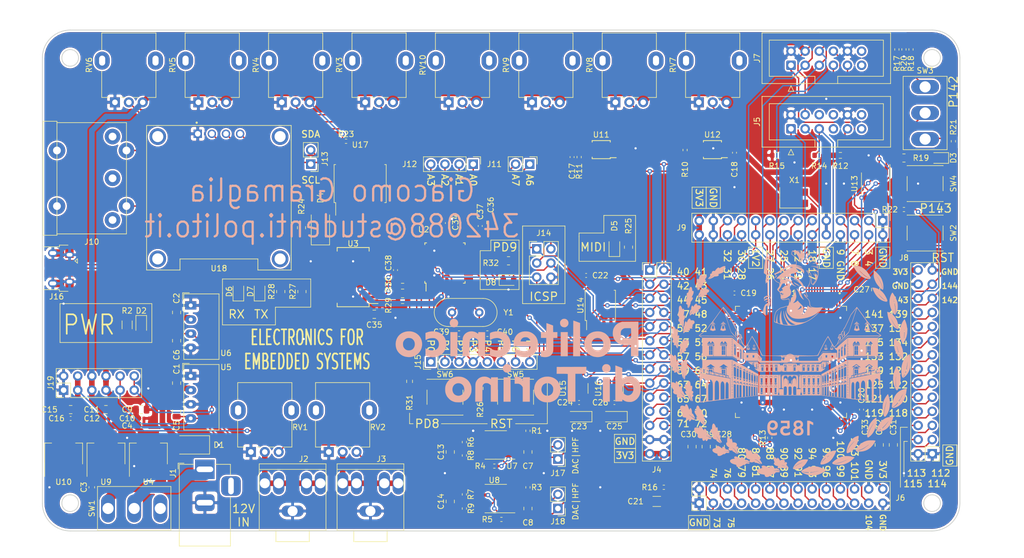
<source format=kicad_pcb>
(kicad_pcb (version 20171130) (host pcbnew "(5.1.10)-1")
  (layers (0 F.Cu signal) (31 B.Cu signal) (34 B.Paste user) (35 F.Paste user) (36 B.SilkS user) (37 F.SilkS user) (38 B.Mask user) (39 F.Mask user) (44 Edge.Cuts user))
  (net 0 "")
  (net 1 GND)
  (net 2 /PWR_in)
  (net 3 +5V)
  (net 4 +12V)
  (net 5 -12V)
  (net 6 /HPF_A)
  (net 7 /HPF_B)
  (net 8 +3V3)
  (net 9 /OP_A-)
  (net 10 /OP_A_OUT)
  (net 11 /OP_B-)
  (net 12 /OP_B_OUT)
  (net 13 +1V2)
  (net 14 /FPGA/PIN73)
  (net 15 /ATMEGA/ATMEGA_AREF)
  (net 16 /ATMEGA/ATMEGA_RST)
  (net 17 /ATMEGA/FTDI_DTR)
  (net 18 /ATMEGA/ATMEGA_xtal1)
  (net 19 /ATMEGA/ATMEGA_xtal2)
  (net 20 /PWR_LED)
  (net 21 /FPGA/LED_M)
  (net 22 /FPGA/OPTO+)
  (net 23 /FPGA/OPTO-)
  (net 24 /FPGA/LED_m)
  (net 25 /ATMEGA/RX_LED)
  (net 26 /ATMEGA/CBUS0)
  (net 27 /ATMEGA/TX_LED)
  (net 28 /ATMEGA/CBUS1)
  (net 29 /ATMEGA/D9_LED)
  (net 30 /Brl_J)
  (net 31 /FPGA/PIN72)
  (net 32 /FPGA/PIN71)
  (net 33 /FPGA/PIN70)
  (net 34 /FPGA/PIN69)
  (net 35 /FPGA/PIN67)
  (net 36 /FPGA/PIN65)
  (net 37 /FPGA/DAC_SPI_CS)
  (net 38 /FPGA/DAC_SPI_MOSI2)
  (net 39 /FPGA/DAC_SPI_SCK)
  (net 40 /FPGA/DAC_SPI_MOSI1)
  (net 41 /ATMEGA/ATMEGA_SCK)
  (net 42 /FPGA/ATMEGA_MISO)
  (net 43 /ATMEGA/ATMEGA_MISO)
  (net 44 /ATMEGA/ATMEGA_CS)
  (net 45 /FPGA/ATMEGA_INT1)
  (net 46 /FPGA/ATMEGA_INT0)
  (net 47 /FPGA/MEM_SPI_SCK)
  (net 48 /FPGA/MEM_SPI_MISO)
  (net 49 /FPGA/MEM_SPI_CS)
  (net 50 /FPGA/MEM_SPI_MOSI)
  (net 51 /FPGA/MIDI_LED)
  (net 52 /FPGA/MIDI_IN)
  (net 53 /FPGA/ADC_I2C_SDA)
  (net 54 /FPGA/ADC_I2C_SCL)
  (net 55 "Net-(J5-Pad8)")
  (net 56 "Net-(J5-Pad6)")
  (net 57 /FPGA/TDI)
  (net 58 "Net-(J5-Pad7)")
  (net 59 /FPGA/TMS)
  (net 60 /FPGA/TDO)
  (net 61 /FPGA/TCK)
  (net 62 /FPGA/PIN104)
  (net 63 /FPGA/PIN103)
  (net 64 /FPGA/PIN101)
  (net 65 /FPGA/PIN100)
  (net 66 /FPGA/PIN99)
  (net 67 /FPGA/PIN97)
  (net 68 /FPGA/PIN96)
  (net 69 /FPGA/PIN94)
  (net 70 /FPGA/PIN93)
  (net 71 /FPGA/PIN92)
  (net 72 /FPGA/PIN91)
  (net 73 /FPGA/PIN90)
  (net 74 /FPGA/PIN89)
  (net 75 /FPGA/PIN88)
  (net 76 /FPGA/PIN87)
  (net 77 /FPGA/PIN86)
  (net 78 /FPGA/PIN81)
  (net 79 /FPGA/PIN80)
  (net 80 /FPGA/PIN79)
  (net 81 /FPGA/PIN76)
  (net 82 /FPGA/PIN75)
  (net 83 /FPGA/PIN74)
  (net 84 /FPGA/NCSO)
  (net 85 /FPGA/NCE)
  (net 86 /FPGA/ASDO)
  (net 87 /FPGA/DATA0)
  (net 88 /FPGA/NCONFIG)
  (net 89 /FPGA/CONF_DONE)
  (net 90 /FPGA/DCLK)
  (net 91 /FPGA/PIN144)
  (net 92 /FPGA/PIN143)
  (net 93 /FPGA/PIN142)
  (net 94 /FPGA/PIN141)
  (net 95 /FPGA/PIN139)
  (net 96 /FPGA/PIN137)
  (net 97 /FPGA/PIN136)
  (net 98 /FPGA/PIN135)
  (net 99 /FPGA/PIN134)
  (net 100 /FPGA/PIN133)
  (net 101 /FPGA/PIN132)
  (net 102 /FPGA/PIN129)
  (net 103 /FPGA/PIN126)
  (net 104 /FPGA/PIN125)
  (net 105 /FPGA/PIN122)
  (net 106 /FPGA/PIN121)
  (net 107 /FPGA/PIN120)
  (net 108 /FPGA/PIN119)
  (net 109 /FPGA/PIN118)
  (net 110 /FPGA/PIN115)
  (net 111 /FPGA/PIN114)
  (net 112 /FPGA/PIN113)
  (net 113 /FPGA/PIN112)
  (net 114 /FPGA/PIN31)
  (net 115 /FPGA/PIN32)
  (net 116 /FPGA/PIN28)
  (net 117 /FPGA/PIN30)
  (net 118 /FPGA/PIN26)
  (net 119 /FPGA/PIN27)
  (net 120 /FPGA/PIN24)
  (net 121 /FPGA/PIN25)
  (net 122 /FPGA/PIN21)
  (net 123 /FPGA/PIN22)
  (net 124 /FPGA/FPGA_XTAL)
  (net 125 /FPGA/PIN18)
  (net 126 /FPGA/PIN9)
  (net 127 /FPGA/PIN8)
  (net 128 /FPGA/PIN7)
  (net 129 /FPGA/PIN4)
  (net 130 /FPGA/PIN3)
  (net 131 "Net-(J10-Pad1)")
  (net 132 "Net-(J10-Pad3)")
  (net 133 /FPGA/MIDI_J)
  (net 134 "Net-(J10-Pad2)")
  (net 135 /ATMEGA/ATMEGA_A7)
  (net 136 /ATMEGA/ATMEGA_A6)
  (net 137 /ATMEGA/ATMEGA_A3)
  (net 138 /ATMEGA/ATMEGA_A2)
  (net 139 /ATMEGA/ATMEGA_A1)
  (net 140 /ATMEGA/ATMEGA_A0)
  (net 141 /ATMEGA/ATMEGA_SDA)
  (net 142 /ATMEGA/ATMEGA_SCL)
  (net 143 /ATMEGA/ATMEGA_PD7)
  (net 144 /ATMEGA/ATMEGA_PD6)
  (net 145 /ATMEGA/ATMEGA_PD5)
  (net 146 /ATMEGA/ATMEGA_PD4)
  (net 147 /ATMEGA/ATMEGA_PD1_TX)
  (net 148 /ATMEGA/ATMEGA_PD0_RX)
  (net 149 "Net-(J16-Pad4)")
  (net 150 /ATMEGA/USB+)
  (net 151 /ATMEGA/USB-)
  (net 152 "Net-(J16-Pad1)")
  (net 153 /S_IN_A)
  (net 154 /S_IN_B)
  (net 155 "Net-(R6-Pad2)")
  (net 156 "Net-(R7-Pad2)")
  (net 157 /FPGA/NSTATUS)
  (net 158 /FPGA/SW-)
  (net 159 "Net-(R23-Pad1)")
  (net 160 "Net-(R29-Pad2)")
  (net 161 "Net-(R30-Pad2)")
  (net 162 /ATMEGA/ATMEGA_PD8)
  (net 163 /ATMEGA/ATMEGA_PD9)
  (net 164 /AUDIO_OUT_A)
  (net 165 /AUDIO_OUT_B)
  (net 166 /FPGA/POT1)
  (net 167 /FPGA/POT2)
  (net 168 /FPGA/POT3)
  (net 169 /FPGA/POT4)
  (net 170 /FPGA/POT5)
  (net 171 /FPGA/POT6)
  (net 172 /FPGA/POT7)
  (net 173 /FPGA/POT8)
  (net 174 "Net-(SW1-Pad3)")
  (net 175 "Net-(U3-Pad28)")
  (net 176 "Net-(U3-Pad27)")
  (net 177 "Net-(U3-Pad19)")
  (net 178 "Net-(U3-Pad17)")
  (net 179 "Net-(U3-Pad14)")
  (net 180 "Net-(U3-Pad13)")
  (net 181 "Net-(U3-Pad12)")
  (net 182 "Net-(U3-Pad11)")
  (net 183 "Net-(U3-Pad10)")
  (net 184 "Net-(U3-Pad9)")
  (net 185 "Net-(U3-Pad6)")
  (net 186 "Net-(U3-Pad3)")
  (net 187 "Net-(U11-Pad2)")
  (net 188 "Net-(U12-Pad2)")
  (net 189 "Net-(U17-Pad1)")
  (net 190 "Net-(X1-Pad1)")
  (net 191 /DAC_OUT_A)
  (net 192 /DAC_OUT_B)
  (module Potentiometer_THT:Potentiometer_Alpha_RD901F-40-00D_Single_Vertical (layer F.Cu) (at 108.05 43.49 90)
    (fp_text reference RV5 (at 6.71 -4.64 270) (layer F.SilkS))
    (fp_text value POT_S)
    (pad "" thru_hole oval (at 7.5 -2.3 180) (size 2.72 3.24) (drill oval 1.1 1.8) (layers *.Cu *.Mask))
    (pad "" thru_hole oval (at 7.5 7.3 180) (size 2.72 3.24) (drill oval 1.1 1.8) (layers *.Cu *.Mask))
    (pad 3 thru_hole circle (at 0 5 180) (size 1.8 1.8) (drill 1) (layers *.Cu *.Mask) (net 8 +3V3))
    (pad 2 thru_hole circle (at 0 2.5 180) (size 1.8 1.8) (drill 1) (layers *.Cu *.Mask) (net 168 /FPGA/POT3))
    (pad 1 thru_hole rect (at 0 0 180) (size 1.8 1.8) (drill 1) (layers *.Cu *.Mask) (net 1 GND))
  )
  (module DM-OLED096-636:MODULE_DM-OLED096-636 (layer F.Cu) (at 111.75 60.65)
    (fp_text reference U18 (at 0 12.7) (layer F.SilkS))
    (fp_text value DM-OLED096-636)
    (pad S4 thru_hole circle (at -11 11) (size 3 3) (drill 2) (layers *.Cu *.Mask))
    (pad S3 thru_hole circle (at 11 11) (size 3 3) (drill 2) (layers *.Cu *.Mask))
    (pad S2 thru_hole circle (at 11 -11) (size 3 3) (drill 2) (layers *.Cu *.Mask))
    (pad S1 thru_hole circle (at -11 -11) (size 3 3) (drill 2) (layers *.Cu *.Mask))
    (pad 4 thru_hole circle (at 3.81 -11.5) (size 1.508 1.508) (drill 1) (layers *.Cu *.Mask) (net 141 /ATMEGA/ATMEGA_SDA))
    (pad 3 thru_hole circle (at 1.27 -11.5) (size 1.508 1.508) (drill 1) (layers *.Cu *.Mask) (net 142 /ATMEGA/ATMEGA_SCL))
    (pad 2 thru_hole circle (at -1.27 -11.5) (size 1.508 1.508) (drill 1) (layers *.Cu *.Mask) (net 3 +5V))
    (pad 1 thru_hole rect (at -3.81 -11.5) (size 1.508 1.508) (drill 1) (layers *.Cu *.Mask) (net 1 GND))
  )
  (module Downloads:silks_poli (layer B.Cu) (at 189.855 90.495 180)
    (fp_text reference G*** hide)
    (fp_text value LOGO hide)
  )
  (module Package_SO:SOIC-8_3.9x4.9mm_P1.27mm (layer F.Cu) (at 161.54 114.75 180)
    (fp_text reference U8 (at 0.26 3.3) (layer F.SilkS))
    (fp_text value NE5532)
    (pad 8 smd roundrect (at 2.475 -1.905 180) (size 1.95 0.6) (layers F.Cu F.Paste F.Mask) (net 4 +12V))
    (pad 7 smd roundrect (at 2.475 -0.635 180) (size 1.95 0.6) (layers F.Cu F.Paste F.Mask) (net 12 /OP_B_OUT))
    (pad 6 smd roundrect (at 2.475 0.635 180) (size 1.95 0.6) (layers F.Cu F.Paste F.Mask) (net 11 /OP_B-))
    (pad 5 smd roundrect (at 2.475 1.905 180) (size 1.95 0.6) (layers F.Cu F.Paste F.Mask) (net 1 GND))
    (pad 4 smd roundrect (at -2.475 1.905 180) (size 1.95 0.6) (layers F.Cu F.Paste F.Mask) (net 5 -12V))
    (pad 3 smd roundrect (at -2.475 0.635 180) (size 1.95 0.6) (layers F.Cu F.Paste F.Mask) (net 7 /HPF_B))
    (pad 2 smd roundrect (at -2.475 -0.635 180) (size 1.95 0.6) (layers F.Cu F.Paste F.Mask) (net 154 /S_IN_B))
    (pad 1 smd roundrect (at -2.475 -1.905 180) (size 1.95 0.6) (layers F.Cu F.Paste F.Mask) (net 154 /S_IN_B))
  )
  (module Package_SO:SOIC-8_3.9x4.9mm_P1.27mm (layer F.Cu) (at 161.54 105.11 180)
    (fp_text reference U7 (at -2.915 -3.8) (layer F.SilkS))
    (fp_text value NE5532)
    (pad 8 smd roundrect (at 2.475 -1.905 180) (size 1.95 0.6) (layers F.Cu F.Paste F.Mask) (net 4 +12V))
    (pad 7 smd roundrect (at 2.475 -0.635 180) (size 1.95 0.6) (layers F.Cu F.Paste F.Mask) (net 10 /OP_A_OUT))
    (pad 6 smd roundrect (at 2.475 0.635 180) (size 1.95 0.6) (layers F.Cu F.Paste F.Mask) (net 9 /OP_A-))
    (pad 5 smd roundrect (at 2.475 1.905 180) (size 1.95 0.6) (layers F.Cu F.Paste F.Mask) (net 1 GND))
    (pad 4 smd roundrect (at -2.475 1.905 180) (size 1.95 0.6) (layers F.Cu F.Paste F.Mask) (net 5 -12V))
    (pad 3 smd roundrect (at -2.475 0.635 180) (size 1.95 0.6) (layers F.Cu F.Paste F.Mask) (net 6 /HPF_A))
    (pad 2 smd roundrect (at -2.475 -0.635 180) (size 1.95 0.6) (layers F.Cu F.Paste F.Mask) (net 153 /S_IN_A))
    (pad 1 smd roundrect (at -2.475 -1.905 180) (size 1.95 0.6) (layers F.Cu F.Paste F.Mask) (net 153 /S_IN_A))
  )
  (module Package_SO:SOIC-8_3.9x4.9mm_P1.27mm (layer F.Cu) (at 229.86 58.11 270)
    (fp_text reference U13 (at 0 3.81 90) (layer F.SilkS))
    (fp_text value EPCQ4ASI8N)
    (pad 8 smd roundrect (at 2.475 -1.905 270) (size 1.95 0.6) (layers F.Cu F.Paste F.Mask) (net 8 +3V3))
    (pad 7 smd roundrect (at 2.475 -0.635 270) (size 1.95 0.6) (layers F.Cu F.Paste F.Mask) (net 8 +3V3))
    (pad 6 smd roundrect (at 2.475 0.635 270) (size 1.95 0.6) (layers F.Cu F.Paste F.Mask) (net 90 /FPGA/DCLK))
    (pad 5 smd roundrect (at 2.475 1.905 270) (size 1.95 0.6) (layers F.Cu F.Paste F.Mask) (net 86 /FPGA/ASDO))
    (pad 4 smd roundrect (at -2.475 1.905 270) (size 1.95 0.6) (layers F.Cu F.Paste F.Mask) (net 1 GND))
    (pad 3 smd roundrect (at -2.475 0.635 270) (size 1.95 0.6) (layers F.Cu F.Paste F.Mask) (net 8 +3V3))
    (pad 2 smd roundrect (at -2.475 -0.635 270) (size 1.95 0.6) (layers F.Cu F.Paste F.Mask) (net 87 /FPGA/DATA0))
    (pad 1 smd roundrect (at -2.475 -1.905 270) (size 1.95 0.6) (layers F.Cu F.Paste F.Mask) (net 84 /FPGA/NCSO))
  )
  (module Connector_PinHeader_2.54mm:PinHeader_2x03_P2.54mm_Vertical (layer F.Cu) (at 168.91 69.85)
    (fp_text reference J14 (at 1.26 -2.85) (layer F.SilkS))
    (fp_text value ICSP)
    (pad 6 thru_hole oval (at 2.54 5.08) (size 1.7 1.7) (drill 1) (layers *.Cu *.Mask) (net 1 GND))
    (pad 5 thru_hole oval (at 0 5.08) (size 1.7 1.7) (drill 1) (layers *.Cu *.Mask) (net 16 /ATMEGA/ATMEGA_RST))
    (pad 4 thru_hole oval (at 2.54 2.54) (size 1.7 1.7) (drill 1) (layers *.Cu *.Mask) (net 42 /FPGA/ATMEGA_MISO))
    (pad 3 thru_hole oval (at 0 2.54) (size 1.7 1.7) (drill 1) (layers *.Cu *.Mask) (net 41 /ATMEGA/ATMEGA_SCK))
    (pad 2 thru_hole oval (at 2.54 0) (size 1.7 1.7) (drill 1) (layers *.Cu *.Mask) (net 3 +5V))
    (pad 1 thru_hole rect (at 0 0) (size 1.7 1.7) (drill 1) (layers *.Cu *.Mask) (net 43 /ATMEGA/ATMEGA_MISO))
  )
  (module Connector_IDC:IDC-Header_2x06_P2.54mm_Vertical (layer F.Cu) (at 214.63 36.83 90)
    (fp_text reference J7 (at 1.27 -6.1 90) (layer F.SilkS))
    (fp_text value AS)
    (pad 12 thru_hole circle (at 2.54 12.7 90) (size 1.7 1.7) (drill 1) (layers *.Cu *.Mask))
    (pad 10 thru_hole circle (at 2.54 10.16 90) (size 1.7 1.7) (drill 1) (layers *.Cu *.Mask) (net 1 GND))
    (pad 8 thru_hole circle (at 2.54 7.62 90) (size 1.7 1.7) (drill 1) (layers *.Cu *.Mask) (net 84 /FPGA/NCSO))
    (pad 6 thru_hole circle (at 2.54 5.08 90) (size 1.7 1.7) (drill 1) (layers *.Cu *.Mask) (net 85 /FPGA/NCE))
    (pad 4 thru_hole circle (at 2.54 2.54 90) (size 1.7 1.7) (drill 1) (layers *.Cu *.Mask) (net 8 +3V3))
    (pad 2 thru_hole circle (at 2.54 0 90) (size 1.7 1.7) (drill 1) (layers *.Cu *.Mask) (net 1 GND))
    (pad 11 thru_hole circle (at 0 12.7 90) (size 1.7 1.7) (drill 1) (layers *.Cu *.Mask))
    (pad 9 thru_hole circle (at 0 10.16 90) (size 1.7 1.7) (drill 1) (layers *.Cu *.Mask) (net 86 /FPGA/ASDO))
    (pad 7 thru_hole circle (at 0 7.62 90) (size 1.7 1.7) (drill 1) (layers *.Cu *.Mask) (net 87 /FPGA/DATA0))
    (pad 5 thru_hole circle (at 0 5.08 90) (size 1.7 1.7) (drill 1) (layers *.Cu *.Mask) (net 88 /FPGA/NCONFIG))
    (pad 3 thru_hole circle (at 0 2.54 90) (size 1.7 1.7) (drill 1) (layers *.Cu *.Mask) (net 89 /FPGA/CONF_DONE))
    (pad 1 thru_hole roundrect (at 0 0 90) (size 1.7 1.7) (drill 1) (layers *.Cu *.Mask) (roundrect_rratio 0.1470588235294118) (net 90 /FPGA/DCLK))
  )
  (module Connector_IDC:IDC-Header_2x06_P2.54mm_Vertical (layer F.Cu) (at 214.63 48.26 90)
    (fp_text reference J5 (at 1.27 -6.1 90) (layer F.SilkS))
    (fp_text value JTAG)
    (pad 12 thru_hole circle (at 2.54 12.7 90) (size 1.7 1.7) (drill 1) (layers *.Cu *.Mask))
    (pad 10 thru_hole circle (at 2.54 10.16 90) (size 1.7 1.7) (drill 1) (layers *.Cu *.Mask) (net 1 GND))
    (pad 8 thru_hole circle (at 2.54 7.62 90) (size 1.7 1.7) (drill 1) (layers *.Cu *.Mask) (net 55 "Net-(J5-Pad8)"))
    (pad 6 thru_hole circle (at 2.54 5.08 90) (size 1.7 1.7) (drill 1) (layers *.Cu *.Mask) (net 56 "Net-(J5-Pad6)"))
    (pad 4 thru_hole circle (at 2.54 2.54 90) (size 1.7 1.7) (drill 1) (layers *.Cu *.Mask) (net 8 +3V3))
    (pad 2 thru_hole circle (at 2.54 0 90) (size 1.7 1.7) (drill 1) (layers *.Cu *.Mask) (net 1 GND))
    (pad 11 thru_hole circle (at 0 12.7 90) (size 1.7 1.7) (drill 1) (layers *.Cu *.Mask))
    (pad 9 thru_hole circle (at 0 10.16 90) (size 1.7 1.7) (drill 1) (layers *.Cu *.Mask) (net 57 /FPGA/TDI))
    (pad 7 thru_hole circle (at 0 7.62 90) (size 1.7 1.7) (drill 1) (layers *.Cu *.Mask) (net 58 "Net-(J5-Pad7)"))
    (pad 5 thru_hole circle (at 0 5.08 90) (size 1.7 1.7) (drill 1) (layers *.Cu *.Mask) (net 59 /FPGA/TMS))
    (pad 3 thru_hole circle (at 0 2.54 90) (size 1.7 1.7) (drill 1) (layers *.Cu *.Mask) (net 60 /FPGA/TDO))
    (pad 1 thru_hole roundrect (at 0 0 90) (size 1.7 1.7) (drill 1) (layers *.Cu *.Mask) (roundrect_rratio 0.1470588235294118) (net 61 /FPGA/TCK))
  )
  (module Connector_PinHeader_2.54mm:PinHeader_2x14_P2.54mm_Vertical (layer F.Cu) (at 189.23 73.66)
    (fp_text reference J4 (at 1.26 35.885) (layer F.SilkS))
    (fp_text value P1)
    (pad 28 thru_hole oval (at 2.54 33.02) (size 1.7 1.7) (drill 1) (layers *.Cu *.Mask) (net 8 +3V3))
    (pad 27 thru_hole oval (at 0 33.02) (size 1.7 1.7) (drill 1) (layers *.Cu *.Mask) (net 8 +3V3))
    (pad 26 thru_hole oval (at 2.54 30.48) (size 1.7 1.7) (drill 1) (layers *.Cu *.Mask) (net 1 GND))
    (pad 25 thru_hole oval (at 0 30.48) (size 1.7 1.7) (drill 1) (layers *.Cu *.Mask) (net 1 GND))
    (pad 24 thru_hole oval (at 2.54 27.94) (size 1.7 1.7) (drill 1) (layers *.Cu *.Mask) (net 31 /FPGA/PIN72))
    (pad 23 thru_hole oval (at 0 27.94) (size 1.7 1.7) (drill 1) (layers *.Cu *.Mask) (net 32 /FPGA/PIN71))
    (pad 22 thru_hole oval (at 2.54 25.4) (size 1.7 1.7) (drill 1) (layers *.Cu *.Mask) (net 33 /FPGA/PIN70))
    (pad 21 thru_hole oval (at 0 25.4) (size 1.7 1.7) (drill 1) (layers *.Cu *.Mask) (net 34 /FPGA/PIN69))
    (pad 20 thru_hole oval (at 2.54 22.86) (size 1.7 1.7) (drill 1) (layers *.Cu *.Mask) (net 35 /FPGA/PIN67))
    (pad 19 thru_hole oval (at 0 22.86) (size 1.7 1.7) (drill 1) (layers *.Cu *.Mask) (net 36 /FPGA/PIN65))
    (pad 18 thru_hole oval (at 2.54 20.32) (size 1.7 1.7) (drill 1) (layers *.Cu *.Mask) (net 37 /FPGA/DAC_SPI_CS))
    (pad 17 thru_hole oval (at 0 20.32) (size 1.7 1.7) (drill 1) (layers *.Cu *.Mask) (net 38 /FPGA/DAC_SPI_MOSI2))
    (pad 16 thru_hole oval (at 2.54 17.78) (size 1.7 1.7) (drill 1) (layers *.Cu *.Mask) (net 39 /FPGA/DAC_SPI_SCK))
    (pad 15 thru_hole oval (at 0 17.78) (size 1.7 1.7) (drill 1) (layers *.Cu *.Mask) (net 40 /FPGA/DAC_SPI_MOSI1))
    (pad 14 thru_hole oval (at 2.54 15.24) (size 1.7 1.7) (drill 1) (layers *.Cu *.Mask) (net 41 /ATMEGA/ATMEGA_SCK))
    (pad 13 thru_hole oval (at 0 15.24) (size 1.7 1.7) (drill 1) (layers *.Cu *.Mask) (net 42 /FPGA/ATMEGA_MISO))
    (pad 12 thru_hole oval (at 2.54 12.7) (size 1.7 1.7) (drill 1) (layers *.Cu *.Mask) (net 43 /ATMEGA/ATMEGA_MISO))
    (pad 11 thru_hole oval (at 0 12.7) (size 1.7 1.7) (drill 1) (layers *.Cu *.Mask) (net 44 /ATMEGA/ATMEGA_CS))
    (pad 10 thru_hole oval (at 2.54 10.16) (size 1.7 1.7) (drill 1) (layers *.Cu *.Mask) (net 45 /FPGA/ATMEGA_INT1))
    (pad 9 thru_hole oval (at 0 10.16) (size 1.7 1.7) (drill 1) (layers *.Cu *.Mask) (net 46 /FPGA/ATMEGA_INT0))
    (pad 8 thru_hole oval (at 2.54 7.62) (size 1.7 1.7) (drill 1) (layers *.Cu *.Mask) (net 47 /FPGA/MEM_SPI_SCK))
    (pad 7 thru_hole oval (at 0 7.62) (size 1.7 1.7) (drill 1) (layers *.Cu *.Mask) (net 48 /FPGA/MEM_SPI_MISO))
    (pad 6 thru_hole oval (at 2.54 5.08) (size 1.7 1.7) (drill 1) (layers *.Cu *.Mask) (net 49 /FPGA/MEM_SPI_CS))
    (pad 5 thru_hole oval (at 0 5.08) (size 1.7 1.7) (drill 1) (layers *.Cu *.Mask) (net 50 /FPGA/MEM_SPI_MOSI))
    (pad 4 thru_hole oval (at 2.54 2.54) (size 1.7 1.7) (drill 1) (layers *.Cu *.Mask) (net 51 /FPGA/MIDI_LED))
    (pad 3 thru_hole oval (at 0 2.54) (size 1.7 1.7) (drill 1) (layers *.Cu *.Mask) (net 52 /FPGA/MIDI_IN))
    (pad 2 thru_hole oval (at 2.54 0) (size 1.7 1.7) (drill 1) (layers *.Cu *.Mask) (net 53 /FPGA/ADC_I2C_SDA))
    (pad 1 thru_hole rect (at 0 0) (size 1.7 1.7) (drill 1) (layers *.Cu *.Mask) (net 54 /FPGA/ADC_I2C_SCL))
  )
  (module Crystal:Crystal_HC18-U_Vertical (layer F.Cu) (at 153.67 81.28)
    (fp_text reference Y1 (at 10.16 0) (layer F.SilkS))
    (fp_text value "16MHz xtal")
    (pad 2 thru_hole circle (at 4.9 0) (size 1.5 1.5) (drill 0.8) (layers *.Cu *.Mask) (net 19 /ATMEGA/ATMEGA_xtal2))
    (pad 1 thru_hole circle (at 0 0) (size 1.5 1.5) (drill 0.8) (layers *.Cu *.Mask) (net 18 /ATMEGA/ATMEGA_xtal1))
  )
  (module Crystal:Crystal_SMD_5032-4Pin_5.0x3.2mm (layer F.Cu) (at 215.255 60.65)
    (fp_text reference X1 (at 0 -3.175) (layer F.SilkS))
    (fp_text value SG5032)
    (pad 4 smd rect (at -1.65 -1) (size 1.6 1.3) (layers F.Cu F.Paste F.Mask) (net 8 +3V3))
    (pad 3 smd rect (at 1.65 -1) (size 1.6 1.3) (layers F.Cu F.Paste F.Mask) (net 124 /FPGA/FPGA_XTAL))
    (pad 2 smd rect (at 1.65 1) (size 1.6 1.3) (layers F.Cu F.Paste F.Mask) (net 1 GND))
    (pad 1 smd rect (at -1.65 1) (size 1.6 1.3) (layers F.Cu F.Paste F.Mask) (net 190 "Net-(X1-Pad1)"))
  )
  (module Package_SO:SOP-8_6.62x9.15mm_P2.54mm (layer F.Cu) (at 137.15 58.11 90)
    (fp_text reference U17 (at 6.985 0 180) (layer F.SilkS))
    (fp_text value 6N137)
    (pad 8 smd roundrect (at 4.525 -3.81 90) (size 2.35 0.65) (layers F.Cu F.Paste F.Mask) (net 8 +3V3))
    (pad 7 smd roundrect (at 4.525 -1.27 90) (size 2.35 0.65) (layers F.Cu F.Paste F.Mask) (net 159 "Net-(R23-Pad1)"))
    (pad 6 smd roundrect (at 4.525 1.27 90) (size 2.35 0.65) (layers F.Cu F.Paste F.Mask) (net 52 /FPGA/MIDI_IN))
    (pad 5 smd roundrect (at 4.525 3.81 90) (size 2.35 0.65) (layers F.Cu F.Paste F.Mask) (net 1 GND))
    (pad 4 smd roundrect (at -4.525 3.81 90) (size 2.35 0.65) (layers F.Cu F.Paste F.Mask))
    (pad 3 smd roundrect (at -4.525 1.27 90) (size 2.35 0.65) (layers F.Cu F.Paste F.Mask) (net 23 /FPGA/OPTO-))
    (pad 2 smd roundrect (at -4.525 -1.27 90) (size 2.35 0.65) (layers F.Cu F.Paste F.Mask) (net 22 /FPGA/OPTO+))
    (pad 1 smd roundrect (at -4.525 -3.81 90) (size 2.35 0.65) (layers F.Cu F.Paste F.Mask) (net 189 "Net-(U17-Pad1)"))
  )
  (module Package_TO_SOT_SMD:SOT-23-6 (layer F.Cu) (at 182.87 94.94 90)
    (fp_text reference U16 (at 0 -2.9 90) (layer F.SilkS))
    (fp_text value DAC121S101)
    (pad 5 smd rect (at 1.1 0 90) (size 1.06 0.65) (layers F.Cu F.Paste F.Mask) (net 39 /FPGA/DAC_SPI_SCK))
    (pad 6 smd rect (at 1.1 -0.95 90) (size 1.06 0.65) (layers F.Cu F.Paste F.Mask) (net 37 /FPGA/DAC_SPI_CS))
    (pad 4 smd rect (at 1.1 0.95 90) (size 1.06 0.65) (layers F.Cu F.Paste F.Mask) (net 38 /FPGA/DAC_SPI_MOSI2))
    (pad 3 smd rect (at -1.1 0.95 90) (size 1.06 0.65) (layers F.Cu F.Paste F.Mask) (net 8 +3V3))
    (pad 2 smd rect (at -1.1 0 90) (size 1.06 0.65) (layers F.Cu F.Paste F.Mask) (net 1 GND))
    (pad 1 smd rect (at -1.1 -0.95 90) (size 1.06 0.65) (layers F.Cu F.Paste F.Mask) (net 192 /DAC_OUT_B))
  )
  (module Package_TO_SOT_SMD:SOT-23-6 (layer F.Cu) (at 176.52 94.94 90)
    (fp_text reference U15 (at 0 -2.9 90) (layer F.SilkS))
    (fp_text value DAC121S101)
    (pad 5 smd rect (at 1.1 0 90) (size 1.06 0.65) (layers F.Cu F.Paste F.Mask) (net 39 /FPGA/DAC_SPI_SCK))
    (pad 6 smd rect (at 1.1 -0.95 90) (size 1.06 0.65) (layers F.Cu F.Paste F.Mask) (net 37 /FPGA/DAC_SPI_CS))
    (pad 4 smd rect (at 1.1 0.95 90) (size 1.06 0.65) (layers F.Cu F.Paste F.Mask) (net 40 /FPGA/DAC_SPI_MOSI1))
    (pad 3 smd rect (at -1.1 0.95 90) (size 1.06 0.65) (layers F.Cu F.Paste F.Mask) (net 8 +3V3))
    (pad 2 smd rect (at -1.1 0 90) (size 1.06 0.65) (layers F.Cu F.Paste F.Mask) (net 1 GND))
    (pad 1 smd rect (at -1.1 -0.95 90) (size 1.06 0.65) (layers F.Cu F.Paste F.Mask) (net 191 /DAC_OUT_A))
  )
  (module Package_SO:SOIC-8_5.23x5.23mm_P1.27mm (layer F.Cu) (at 180.34 80.01 90)
    (fp_text reference U14 (at 0 -3.56 90) (layer F.SilkS))
    (fp_text value W25Q64)
    (pad 8 smd roundrect (at 3.6 -1.905 90) (size 1.6 0.6) (layers F.Cu F.Paste F.Mask) (net 8 +3V3))
    (pad 7 smd roundrect (at 3.6 -0.635 90) (size 1.6 0.6) (layers F.Cu F.Paste F.Mask) (net 8 +3V3))
    (pad 6 smd roundrect (at 3.6 0.635 90) (size 1.6 0.6) (layers F.Cu F.Paste F.Mask) (net 47 /FPGA/MEM_SPI_SCK))
    (pad 5 smd roundrect (at 3.6 1.905 90) (size 1.6 0.6) (layers F.Cu F.Paste F.Mask) (net 50 /FPGA/MEM_SPI_MOSI))
    (pad 4 smd roundrect (at -3.6 1.905 90) (size 1.6 0.6) (layers F.Cu F.Paste F.Mask) (net 1 GND))
    (pad 3 smd roundrect (at -3.6 0.635 90) (size 1.6 0.6) (layers F.Cu F.Paste F.Mask) (net 8 +3V3))
    (pad 2 smd roundrect (at -3.6 -0.635 90) (size 1.6 0.6) (layers F.Cu F.Paste F.Mask) (net 48 /FPGA/MEM_SPI_MISO))
    (pad 1 smd roundrect (at -3.6 -1.905 90) (size 1.6 0.6) (layers F.Cu F.Paste F.Mask) (net 49 /FPGA/MEM_SPI_CS))
  )
  (module Package_SO:TSSOP-10_3x3mm_P0.5mm (layer F.Cu) (at 200.5 52 180)
    (fp_text reference U12 (at 0 2.69) (layer F.SilkS))
    (fp_text value ADS1115IDGS)
    (pad 10 smd rect (at 2.15 -1 180) (size 1.1 0.25) (layers F.Cu F.Paste F.Mask) (net 54 /FPGA/ADC_I2C_SCL))
    (pad 9 smd rect (at 2.15 -0.5 180) (size 1.1 0.25) (layers F.Cu F.Paste F.Mask) (net 53 /FPGA/ADC_I2C_SDA))
    (pad 8 smd rect (at 2.15 0 180) (size 1.1 0.25) (layers F.Cu F.Paste F.Mask) (net 8 +3V3))
    (pad 7 smd rect (at 2.15 0.5 180) (size 1.1 0.25) (layers F.Cu F.Paste F.Mask) (net 173 /FPGA/POT8))
    (pad 6 smd rect (at 2.15 1 180) (size 1.1 0.25) (layers F.Cu F.Paste F.Mask) (net 172 /FPGA/POT7))
    (pad 5 smd rect (at -2.15 1 180) (size 1.1 0.25) (layers F.Cu F.Paste F.Mask) (net 171 /FPGA/POT6))
    (pad 4 smd rect (at -2.15 0.5 180) (size 1.1 0.25) (layers F.Cu F.Paste F.Mask) (net 170 /FPGA/POT5))
    (pad 3 smd rect (at -2.15 0 180) (size 1.1 0.25) (layers F.Cu F.Paste F.Mask) (net 1 GND))
    (pad 2 smd rect (at -2.15 -0.5 180) (size 1.1 0.25) (layers F.Cu F.Paste F.Mask) (net 188 "Net-(U12-Pad2)"))
    (pad 1 smd rect (at -2.15 -1 180) (size 1.1 0.25) (layers F.Cu F.Paste F.Mask) (net 8 +3V3))
  )
  (module Package_SO:TSSOP-10_3x3mm_P0.5mm (layer F.Cu) (at 180.5 52 180)
    (fp_text reference U11 (at 0 2.69) (layer F.SilkS))
    (fp_text value ADS1115IDGS)
    (pad 10 smd rect (at 2.15 -1 180) (size 1.1 0.25) (layers F.Cu F.Paste F.Mask) (net 54 /FPGA/ADC_I2C_SCL))
    (pad 9 smd rect (at 2.15 -0.5 180) (size 1.1 0.25) (layers F.Cu F.Paste F.Mask) (net 53 /FPGA/ADC_I2C_SDA))
    (pad 8 smd rect (at 2.15 0 180) (size 1.1 0.25) (layers F.Cu F.Paste F.Mask) (net 8 +3V3))
    (pad 7 smd rect (at 2.15 0.5 180) (size 1.1 0.25) (layers F.Cu F.Paste F.Mask) (net 169 /FPGA/POT4))
    (pad 6 smd rect (at 2.15 1 180) (size 1.1 0.25) (layers F.Cu F.Paste F.Mask) (net 168 /FPGA/POT3))
    (pad 5 smd rect (at -2.15 1 180) (size 1.1 0.25) (layers F.Cu F.Paste F.Mask) (net 167 /FPGA/POT2))
    (pad 4 smd rect (at -2.15 0.5 180) (size 1.1 0.25) (layers F.Cu F.Paste F.Mask) (net 166 /FPGA/POT1))
    (pad 3 smd rect (at -2.15 0 180) (size 1.1 0.25) (layers F.Cu F.Paste F.Mask) (net 1 GND))
    (pad 2 smd rect (at -2.15 -0.5 180) (size 1.1 0.25) (layers F.Cu F.Paste F.Mask) (net 187 "Net-(U11-Pad2)"))
    (pad 1 smd rect (at -2.15 -1 180) (size 1.1 0.25) (layers F.Cu F.Paste F.Mask) (net 1 GND))
  )
  (module Package_TO_SOT_SMD:SOT-223-3_TabPin2 (layer F.Cu) (at 83.82 106.68 90)
    (fp_text reference U10 (at -5.08 0 180) (layer F.SilkS))
    (fp_text value AMS1117-1.2)
    (pad 1 smd rect (at -3.15 -2.3 90) (size 2 1.5) (layers F.Cu F.Paste F.Mask) (net 1 GND))
    (pad 3 smd rect (at -3.15 2.3 90) (size 2 1.5) (layers F.Cu F.Paste F.Mask) (net 8 +3V3))
    (pad 2 smd rect (at -3.15 0 90) (size 2 1.5) (layers F.Cu F.Paste F.Mask) (net 13 +1V2))
    (pad 2 smd rect (at 3.15 0 90) (size 2 3.8) (layers F.Cu F.Paste F.Mask) (net 13 +1V2))
  )
  (module Package_TO_SOT_SMD:SOT-223-3_TabPin2 (layer F.Cu) (at 91.44 106.68 90)
    (fp_text reference U9 (at -5.08 0 180) (layer F.SilkS))
    (fp_text value AMS1117-3.3)
    (pad 1 smd rect (at -3.15 -2.3 90) (size 2 1.5) (layers F.Cu F.Paste F.Mask) (net 1 GND))
    (pad 3 smd rect (at -3.15 2.3 90) (size 2 1.5) (layers F.Cu F.Paste F.Mask) (net 3 +5V))
    (pad 2 smd rect (at -3.15 0 90) (size 2 1.5) (layers F.Cu F.Paste F.Mask) (net 8 +3V3))
    (pad 2 smd rect (at 3.15 0 90) (size 2 3.8) (layers F.Cu F.Paste F.Mask) (net 8 +3V3))
  )
  (module Converter_DCDC:Converter_DCDC_muRata_CRE1xxxxxxSC_THT (layer F.Cu) (at 106.68 80.01)
    (fp_text reference U6 (at 6.34 8.58 180) (layer F.SilkS))
    (fp_text value B1212S)
    (pad 1 thru_hole rect (at 0 0 270) (size 1.5 2) (drill 0.7) (layers *.Cu *.Mask) (net 1 GND))
    (pad 2 thru_hole oval (at 0 2.54 270) (size 1.5 2) (drill 0.7) (layers *.Cu *.Mask) (net 2 /PWR_in))
    (pad 3 thru_hole oval (at 0 5.08 270) (size 1.5 2) (drill 0.7) (layers *.Cu *.Mask) (net 5 -12V))
    (pad 4 thru_hole oval (at 0 7.62 270) (size 1.5 2) (drill 0.7) (layers *.Cu *.Mask) (net 1 GND))
  )
  (module Converter_DCDC:Converter_DCDC_muRata_CRE1xxxxxxSC_THT (layer F.Cu) (at 106.68 92.71)
    (fp_text reference U5 (at 6.34 -1.58 180) (layer F.SilkS))
    (fp_text value B1212S)
    (pad 1 thru_hole rect (at 0 0 270) (size 1.5 2) (drill 0.7) (layers *.Cu *.Mask) (net 1 GND))
    (pad 2 thru_hole oval (at 0 2.54 270) (size 1.5 2) (drill 0.7) (layers *.Cu *.Mask) (net 2 /PWR_in))
    (pad 3 thru_hole oval (at 0 5.08 270) (size 1.5 2) (drill 0.7) (layers *.Cu *.Mask) (net 1 GND))
    (pad 4 thru_hole oval (at 0 7.62 270) (size 1.5 2) (drill 0.7) (layers *.Cu *.Mask) (net 4 +12V))
  )
  (module Package_TO_SOT_SMD:SOT-223-3_TabPin2 (layer F.Cu) (at 99.06 106.68 90)
    (fp_text reference U4 (at -5.08 0 180) (layer F.SilkS))
    (fp_text value AMS1117-5.0)
    (pad 1 smd rect (at -3.15 -2.3 90) (size 2 1.5) (layers F.Cu F.Paste F.Mask) (net 1 GND))
    (pad 3 smd rect (at -3.15 2.3 90) (size 2 1.5) (layers F.Cu F.Paste F.Mask) (net 2 /PWR_in))
    (pad 2 smd rect (at -3.15 0 90) (size 2 1.5) (layers F.Cu F.Paste F.Mask) (net 3 +5V))
    (pad 2 smd rect (at 3.15 0 90) (size 2 3.8) (layers F.Cu F.Paste F.Mask) (net 3 +5V))
  )
  (module Package_SO:SSOP-28_5.3x10.2mm_P0.65mm (layer F.Cu) (at 135.89 74.93 180)
    (fp_text reference U3 (at 0.01 6.025) (layer F.SilkS))
    (fp_text value FT232RL)
    (pad 28 smd rect (at 3.6 -4.225 180) (size 1.75 0.45) (layers F.Cu F.Paste F.Mask) (net 175 "Net-(U3-Pad28)"))
    (pad 27 smd rect (at 3.6 -3.575 180) (size 1.75 0.45) (layers F.Cu F.Paste F.Mask) (net 176 "Net-(U3-Pad27)"))
    (pad 26 smd rect (at 3.6 -2.925 180) (size 1.75 0.45) (layers F.Cu F.Paste F.Mask) (net 1 GND))
    (pad 25 smd rect (at 3.6 -2.275 180) (size 1.75 0.45) (layers F.Cu F.Paste F.Mask) (net 1 GND))
    (pad 24 smd rect (at 3.6 -1.625 180) (size 1.75 0.45) (layers F.Cu F.Paste F.Mask))
    (pad 23 smd rect (at 3.6 -0.975 180) (size 1.75 0.45) (layers F.Cu F.Paste F.Mask) (net 26 /ATMEGA/CBUS0))
    (pad 22 smd rect (at 3.6 -0.325 180) (size 1.75 0.45) (layers F.Cu F.Paste F.Mask) (net 28 /ATMEGA/CBUS1))
    (pad 21 smd rect (at 3.6 0.325 180) (size 1.75 0.45) (layers F.Cu F.Paste F.Mask) (net 1 GND))
    (pad 20 smd rect (at 3.6 0.975 180) (size 1.75 0.45) (layers F.Cu F.Paste F.Mask) (net 3 +5V))
    (pad 19 smd rect (at 3.6 1.625 180) (size 1.75 0.45) (layers F.Cu F.Paste F.Mask) (net 177 "Net-(U3-Pad19)"))
    (pad 18 smd rect (at 3.6 2.275 180) (size 1.75 0.45) (layers F.Cu F.Paste F.Mask) (net 1 GND))
    (pad 17 smd rect (at 3.6 2.925 180) (size 1.75 0.45) (layers F.Cu F.Paste F.Mask) (net 178 "Net-(U3-Pad17)"))
    (pad 16 smd rect (at 3.6 3.575 180) (size 1.75 0.45) (layers F.Cu F.Paste F.Mask) (net 151 /ATMEGA/USB-))
    (pad 15 smd rect (at 3.6 4.225 180) (size 1.75 0.45) (layers F.Cu F.Paste F.Mask) (net 150 /ATMEGA/USB+))
    (pad 14 smd rect (at -3.6 4.225 180) (size 1.75 0.45) (layers F.Cu F.Paste F.Mask) (net 179 "Net-(U3-Pad14)"))
    (pad 13 smd rect (at -3.6 3.575 180) (size 1.75 0.45) (layers F.Cu F.Paste F.Mask) (net 180 "Net-(U3-Pad13)"))
    (pad 12 smd rect (at -3.6 2.925 180) (size 1.75 0.45) (layers F.Cu F.Paste F.Mask) (net 181 "Net-(U3-Pad12)"))
    (pad 11 smd rect (at -3.6 2.275 180) (size 1.75 0.45) (layers F.Cu F.Paste F.Mask) (net 182 "Net-(U3-Pad11)"))
    (pad 10 smd rect (at -3.6 1.625 180) (size 1.75 0.45) (layers F.Cu F.Paste F.Mask) (net 183 "Net-(U3-Pad10)"))
    (pad 9 smd rect (at -3.6 0.975 180) (size 1.75 0.45) (layers F.Cu F.Paste F.Mask) (net 184 "Net-(U3-Pad9)"))
    (pad 8 smd rect (at -3.6 0.325 180) (size 1.75 0.45) (layers F.Cu F.Paste F.Mask))
    (pad 7 smd rect (at -3.6 -0.325 180) (size 1.75 0.45) (layers F.Cu F.Paste F.Mask) (net 1 GND))
    (pad 6 smd rect (at -3.6 -0.975 180) (size 1.75 0.45) (layers F.Cu F.Paste F.Mask) (net 185 "Net-(U3-Pad6)"))
    (pad 5 smd rect (at -3.6 -1.625 180) (size 1.75 0.45) (layers F.Cu F.Paste F.Mask) (net 161 "Net-(R30-Pad2)"))
    (pad 4 smd rect (at -3.6 -2.275 180) (size 1.75 0.45) (layers F.Cu F.Paste F.Mask) (net 3 +5V))
    (pad 3 smd rect (at -3.6 -2.925 180) (size 1.75 0.45) (layers F.Cu F.Paste F.Mask) (net 186 "Net-(U3-Pad3)"))
    (pad 2 smd rect (at -3.6 -3.575 180) (size 1.75 0.45) (layers F.Cu F.Paste F.Mask) (net 17 /ATMEGA/FTDI_DTR))
    (pad 1 smd rect (at -3.6 -4.225 180) (size 1.75 0.45) (layers F.Cu F.Paste F.Mask) (net 160 "Net-(R29-Pad2)"))
  )
  (module Package_QFP:TQFP-32_7x7mm_P0.8mm (layer F.Cu) (at 152.4 72.39 90)
    (fp_text reference U2 (at 6.025 -3.82 180) (layer F.SilkS))
    (fp_text value ATmega328PB-AU)
    (pad 32 smd rect (at -2.8 -4.25 180) (size 1.6 0.55) (layers F.Cu F.Paste F.Mask) (net 46 /FPGA/ATMEGA_INT0))
    (pad 31 smd rect (at -2 -4.25 180) (size 1.6 0.55) (layers F.Cu F.Paste F.Mask) (net 147 /ATMEGA/ATMEGA_PD1_TX))
    (pad 30 smd rect (at -1.2 -4.25 180) (size 1.6 0.55) (layers F.Cu F.Paste F.Mask) (net 148 /ATMEGA/ATMEGA_PD0_RX))
    (pad 29 smd rect (at -0.4 -4.25 180) (size 1.6 0.55) (layers F.Cu F.Paste F.Mask) (net 16 /ATMEGA/ATMEGA_RST))
    (pad 28 smd rect (at 0.4 -4.25 180) (size 1.6 0.55) (layers F.Cu F.Paste F.Mask) (net 142 /ATMEGA/ATMEGA_SCL))
    (pad 27 smd rect (at 1.2 -4.25 180) (size 1.6 0.55) (layers F.Cu F.Paste F.Mask) (net 141 /ATMEGA/ATMEGA_SDA))
    (pad 26 smd rect (at 2 -4.25 180) (size 1.6 0.55) (layers F.Cu F.Paste F.Mask) (net 137 /ATMEGA/ATMEGA_A3))
    (pad 25 smd rect (at 2.8 -4.25 180) (size 1.6 0.55) (layers F.Cu F.Paste F.Mask) (net 138 /ATMEGA/ATMEGA_A2))
    (pad 24 smd rect (at 4.25 -2.8 90) (size 1.6 0.55) (layers F.Cu F.Paste F.Mask) (net 139 /ATMEGA/ATMEGA_A1))
    (pad 23 smd rect (at 4.25 -2 90) (size 1.6 0.55) (layers F.Cu F.Paste F.Mask) (net 140 /ATMEGA/ATMEGA_A0))
    (pad 22 smd rect (at 4.25 -1.2 90) (size 1.6 0.55) (layers F.Cu F.Paste F.Mask) (net 135 /ATMEGA/ATMEGA_A7))
    (pad 21 smd rect (at 4.25 -0.4 90) (size 1.6 0.55) (layers F.Cu F.Paste F.Mask) (net 1 GND))
    (pad 20 smd rect (at 4.25 0.4 90) (size 1.6 0.55) (layers F.Cu F.Paste F.Mask) (net 15 /ATMEGA/ATMEGA_AREF))
    (pad 19 smd rect (at 4.25 1.2 90) (size 1.6 0.55) (layers F.Cu F.Paste F.Mask) (net 136 /ATMEGA/ATMEGA_A6))
    (pad 18 smd rect (at 4.25 2 90) (size 1.6 0.55) (layers F.Cu F.Paste F.Mask) (net 3 +5V))
    (pad 17 smd rect (at 4.25 2.8 90) (size 1.6 0.55) (layers F.Cu F.Paste F.Mask) (net 41 /ATMEGA/ATMEGA_SCK))
    (pad 16 smd rect (at 2.8 4.25 180) (size 1.6 0.55) (layers F.Cu F.Paste F.Mask) (net 43 /ATMEGA/ATMEGA_MISO))
    (pad 15 smd rect (at 2 4.25 180) (size 1.6 0.55) (layers F.Cu F.Paste F.Mask) (net 42 /FPGA/ATMEGA_MISO))
    (pad 14 smd rect (at 1.2 4.25 180) (size 1.6 0.55) (layers F.Cu F.Paste F.Mask) (net 44 /ATMEGA/ATMEGA_CS))
    (pad 13 smd rect (at 0.4 4.25 180) (size 1.6 0.55) (layers F.Cu F.Paste F.Mask) (net 163 /ATMEGA/ATMEGA_PD9))
    (pad 12 smd rect (at -0.4 4.25 180) (size 1.6 0.55) (layers F.Cu F.Paste F.Mask) (net 162 /ATMEGA/ATMEGA_PD8))
    (pad 11 smd rect (at -1.2 4.25 180) (size 1.6 0.55) (layers F.Cu F.Paste F.Mask) (net 143 /ATMEGA/ATMEGA_PD7))
    (pad 10 smd rect (at -2 4.25 180) (size 1.6 0.55) (layers F.Cu F.Paste F.Mask) (net 144 /ATMEGA/ATMEGA_PD6))
    (pad 9 smd rect (at -2.8 4.25 180) (size 1.6 0.55) (layers F.Cu F.Paste F.Mask) (net 145 /ATMEGA/ATMEGA_PD5))
    (pad 8 smd rect (at -4.25 2.8 90) (size 1.6 0.55) (layers F.Cu F.Paste F.Mask) (net 19 /ATMEGA/ATMEGA_xtal2))
    (pad 7 smd rect (at -4.25 2 90) (size 1.6 0.55) (layers F.Cu F.Paste F.Mask) (net 18 /ATMEGA/ATMEGA_xtal1))
    (pad 6 smd rect (at -4.25 1.2 90) (size 1.6 0.55) (layers F.Cu F.Paste F.Mask) (net 3 +5V))
    (pad 5 smd rect (at -4.25 0.4 90) (size 1.6 0.55) (layers F.Cu F.Paste F.Mask) (net 1 GND))
    (pad 4 smd rect (at -4.25 -0.4 90) (size 1.6 0.55) (layers F.Cu F.Paste F.Mask) (net 3 +5V))
    (pad 3 smd rect (at -4.25 -1.2 90) (size 1.6 0.55) (layers F.Cu F.Paste F.Mask) (net 1 GND))
    (pad 2 smd rect (at -4.25 -2 90) (size 1.6 0.55) (layers F.Cu F.Paste F.Mask) (net 146 /ATMEGA/ATMEGA_PD4))
    (pad 1 smd rect (at -4.25 -2.8 90) (size 1.6 0.55) (layers F.Cu F.Paste F.Mask) (net 45 /FPGA/ATMEGA_INT1))
  )
  (module EP2C5T144C8N:QFP50P2200X2200X160-144N (layer F.Cu) (at 214.63 90.17 270)
    (fp_text reference U1 (at -12.375 0.01 180) (layer F.SilkS))
    (fp_text value EP2C5T144C8N)
    (pad 108 smd roundrect (at 10.67 -8.75 270) (size 1.47 0.28) (layers F.Cu F.Paste F.Mask) (roundrect_rratio 0.125) (net 1 GND))
    (pad 107 smd roundrect (at 10.67 -8.25 270) (size 1.47 0.28) (layers F.Cu F.Paste F.Mask) (roundrect_rratio 0.125) (net 13 +1V2))
    (pad 106 smd roundrect (at 10.67 -7.75 270) (size 1.47 0.28) (layers F.Cu F.Paste F.Mask) (roundrect_rratio 0.125) (net 1 GND))
    (pad 105 smd roundrect (at 10.67 -7.25 270) (size 1.47 0.28) (layers F.Cu F.Paste F.Mask) (roundrect_rratio 0.125) (net 1 GND))
    (pad 104 smd roundrect (at 10.67 -6.75 270) (size 1.47 0.28) (layers F.Cu F.Paste F.Mask) (roundrect_rratio 0.125) (net 62 /FPGA/PIN104))
    (pad 103 smd roundrect (at 10.67 -6.25 270) (size 1.47 0.28) (layers F.Cu F.Paste F.Mask) (roundrect_rratio 0.125) (net 63 /FPGA/PIN103))
    (pad 102 smd roundrect (at 10.67 -5.75 270) (size 1.47 0.28) (layers F.Cu F.Paste F.Mask) (roundrect_rratio 0.125) (net 8 +3V3))
    (pad 101 smd roundrect (at 10.67 -5.25 270) (size 1.47 0.28) (layers F.Cu F.Paste F.Mask) (roundrect_rratio 0.125) (net 64 /FPGA/PIN101))
    (pad 100 smd roundrect (at 10.67 -4.75 270) (size 1.47 0.28) (layers F.Cu F.Paste F.Mask) (roundrect_rratio 0.125) (net 65 /FPGA/PIN100))
    (pad 99 smd roundrect (at 10.67 -4.25 270) (size 1.47 0.28) (layers F.Cu F.Paste F.Mask) (roundrect_rratio 0.125) (net 66 /FPGA/PIN99))
    (pad 98 smd roundrect (at 10.67 -3.75 270) (size 1.47 0.28) (layers F.Cu F.Paste F.Mask) (roundrect_rratio 0.125) (net 1 GND))
    (pad 97 smd roundrect (at 10.67 -3.25 270) (size 1.47 0.28) (layers F.Cu F.Paste F.Mask) (roundrect_rratio 0.125) (net 67 /FPGA/PIN97))
    (pad 96 smd roundrect (at 10.67 -2.75 270) (size 1.47 0.28) (layers F.Cu F.Paste F.Mask) (roundrect_rratio 0.125) (net 68 /FPGA/PIN96))
    (pad 95 smd roundrect (at 10.67 -2.25 270) (size 1.47 0.28) (layers F.Cu F.Paste F.Mask) (roundrect_rratio 0.125) (net 8 +3V3))
    (pad 94 smd roundrect (at 10.67 -1.75 270) (size 1.47 0.28) (layers F.Cu F.Paste F.Mask) (roundrect_rratio 0.125) (net 69 /FPGA/PIN94))
    (pad 93 smd roundrect (at 10.67 -1.25 270) (size 1.47 0.28) (layers F.Cu F.Paste F.Mask) (roundrect_rratio 0.125) (net 70 /FPGA/PIN93))
    (pad 92 smd roundrect (at 10.67 -0.75 270) (size 1.47 0.28) (layers F.Cu F.Paste F.Mask) (roundrect_rratio 0.125) (net 71 /FPGA/PIN92))
    (pad 91 smd roundrect (at 10.67 -0.25 270) (size 1.47 0.28) (layers F.Cu F.Paste F.Mask) (roundrect_rratio 0.125) (net 72 /FPGA/PIN91))
    (pad 90 smd roundrect (at 10.67 0.25 270) (size 1.47 0.28) (layers F.Cu F.Paste F.Mask) (roundrect_rratio 0.125) (net 73 /FPGA/PIN90))
    (pad 89 smd roundrect (at 10.67 0.75 270) (size 1.47 0.28) (layers F.Cu F.Paste F.Mask) (roundrect_rratio 0.125) (net 74 /FPGA/PIN89))
    (pad 88 smd roundrect (at 10.67 1.25 270) (size 1.47 0.28) (layers F.Cu F.Paste F.Mask) (roundrect_rratio 0.125) (net 75 /FPGA/PIN88))
    (pad 87 smd roundrect (at 10.67 1.75 270) (size 1.47 0.28) (layers F.Cu F.Paste F.Mask) (roundrect_rratio 0.125) (net 76 /FPGA/PIN87))
    (pad 86 smd roundrect (at 10.67 2.25 270) (size 1.47 0.28) (layers F.Cu F.Paste F.Mask) (roundrect_rratio 0.125) (net 77 /FPGA/PIN86))
    (pad 85 smd roundrect (at 10.67 2.75 270) (size 1.47 0.28) (layers F.Cu F.Paste F.Mask) (roundrect_rratio 0.125) (net 1 GND))
    (pad 84 smd roundrect (at 10.67 3.25 270) (size 1.47 0.28) (layers F.Cu F.Paste F.Mask) (roundrect_rratio 0.125) (net 1 GND))
    (pad 83 smd roundrect (at 10.67 3.75 270) (size 1.47 0.28) (layers F.Cu F.Paste F.Mask) (roundrect_rratio 0.125) (net 89 /FPGA/CONF_DONE))
    (pad 82 smd roundrect (at 10.67 4.25 270) (size 1.47 0.28) (layers F.Cu F.Paste F.Mask) (roundrect_rratio 0.125) (net 157 /FPGA/NSTATUS))
    (pad 81 smd roundrect (at 10.67 4.75 270) (size 1.47 0.28) (layers F.Cu F.Paste F.Mask) (roundrect_rratio 0.125) (net 78 /FPGA/PIN81))
    (pad 80 smd roundrect (at 10.67 5.25 270) (size 1.47 0.28) (layers F.Cu F.Paste F.Mask) (roundrect_rratio 0.125) (net 79 /FPGA/PIN80))
    (pad 79 smd roundrect (at 10.67 5.75 270) (size 1.47 0.28) (layers F.Cu F.Paste F.Mask) (roundrect_rratio 0.125) (net 80 /FPGA/PIN79))
    (pad 78 smd roundrect (at 10.67 6.25 270) (size 1.47 0.28) (layers F.Cu F.Paste F.Mask) (roundrect_rratio 0.125) (net 1 GND))
    (pad 77 smd roundrect (at 10.67 6.75 270) (size 1.47 0.28) (layers F.Cu F.Paste F.Mask) (roundrect_rratio 0.125) (net 8 +3V3))
    (pad 76 smd roundrect (at 10.67 7.25 270) (size 1.47 0.28) (layers F.Cu F.Paste F.Mask) (roundrect_rratio 0.125) (net 81 /FPGA/PIN76))
    (pad 75 smd roundrect (at 10.67 7.75 270) (size 1.47 0.28) (layers F.Cu F.Paste F.Mask) (roundrect_rratio 0.125) (net 82 /FPGA/PIN75))
    (pad 74 smd roundrect (at 10.67 8.25 270) (size 1.47 0.28) (layers F.Cu F.Paste F.Mask) (roundrect_rratio 0.125) (net 83 /FPGA/PIN74))
    (pad 73 smd roundrect (at 10.67 8.75 270) (size 1.47 0.28) (layers F.Cu F.Paste F.Mask) (roundrect_rratio 0.125) (net 14 /FPGA/PIN73))
    (pad 36 smd roundrect (at -10.67 8.75 270) (size 1.47 0.28) (layers F.Cu F.Paste F.Mask) (roundrect_rratio 0.125) (net 1 GND))
    (pad 35 smd roundrect (at -10.67 8.25 270) (size 1.47 0.28) (layers F.Cu F.Paste F.Mask) (roundrect_rratio 0.125) (net 13 +1V2))
    (pad 34 smd roundrect (at -10.67 7.75 270) (size 1.47 0.28) (layers F.Cu F.Paste F.Mask) (roundrect_rratio 0.125) (net 1 GND))
    (pad 33 smd roundrect (at -10.67 7.25 270) (size 1.47 0.28) (layers F.Cu F.Paste F.Mask) (roundrect_rratio 0.125) (net 1 GND))
    (pad 32 smd roundrect (at -10.67 6.75 270) (size 1.47 0.28) (layers F.Cu F.Paste F.Mask) (roundrect_rratio 0.125) (net 115 /FPGA/PIN32))
    (pad 31 smd roundrect (at -10.67 6.25 270) (size 1.47 0.28) (layers F.Cu F.Paste F.Mask) (roundrect_rratio 0.125) (net 114 /FPGA/PIN31))
    (pad 30 smd roundrect (at -10.67 5.75 270) (size 1.47 0.28) (layers F.Cu F.Paste F.Mask) (roundrect_rratio 0.125) (net 117 /FPGA/PIN30))
    (pad 29 smd roundrect (at -10.67 5.25 270) (size 1.47 0.28) (layers F.Cu F.Paste F.Mask) (roundrect_rratio 0.125) (net 8 +3V3))
    (pad 28 smd roundrect (at -10.67 4.75 270) (size 1.47 0.28) (layers F.Cu F.Paste F.Mask) (roundrect_rratio 0.125) (net 116 /FPGA/PIN28))
    (pad 27 smd roundrect (at -10.67 4.25 270) (size 1.47 0.28) (layers F.Cu F.Paste F.Mask) (roundrect_rratio 0.125) (net 119 /FPGA/PIN27))
    (pad 26 smd roundrect (at -10.67 3.75 270) (size 1.47 0.28) (layers F.Cu F.Paste F.Mask) (roundrect_rratio 0.125) (net 118 /FPGA/PIN26))
    (pad 25 smd roundrect (at -10.67 3.25 270) (size 1.47 0.28) (layers F.Cu F.Paste F.Mask) (roundrect_rratio 0.125) (net 121 /FPGA/PIN25))
    (pad 24 smd roundrect (at -10.67 2.75 270) (size 1.47 0.28) (layers F.Cu F.Paste F.Mask) (roundrect_rratio 0.125) (net 120 /FPGA/PIN24))
    (pad 23 smd roundrect (at -10.67 2.25 270) (size 1.47 0.28) (layers F.Cu F.Paste F.Mask) (roundrect_rratio 0.125) (net 8 +3V3))
    (pad 22 smd roundrect (at -10.67 1.75 270) (size 1.47 0.28) (layers F.Cu F.Paste F.Mask) (roundrect_rratio 0.125) (net 123 /FPGA/PIN22))
    (pad 21 smd roundrect (at -10.67 1.25 270) (size 1.47 0.28) (layers F.Cu F.Paste F.Mask) (roundrect_rratio 0.125) (net 122 /FPGA/PIN21))
    (pad 20 smd roundrect (at -10.67 0.75 270) (size 1.47 0.28) (layers F.Cu F.Paste F.Mask) (roundrect_rratio 0.125) (net 88 /FPGA/NCONFIG))
    (pad 19 smd roundrect (at -10.67 0.25 270) (size 1.47 0.28) (layers F.Cu F.Paste F.Mask) (roundrect_rratio 0.125) (net 1 GND))
    (pad 18 smd roundrect (at -10.67 -0.25 270) (size 1.47 0.28) (layers F.Cu F.Paste F.Mask) (roundrect_rratio 0.125) (net 125 /FPGA/PIN18))
    (pad 17 smd roundrect (at -10.67 -0.75 270) (size 1.47 0.28) (layers F.Cu F.Paste F.Mask) (roundrect_rratio 0.125) (net 124 /FPGA/FPGA_XTAL))
    (pad 16 smd roundrect (at -10.67 -1.25 270) (size 1.47 0.28) (layers F.Cu F.Paste F.Mask) (roundrect_rratio 0.125) (net 85 /FPGA/NCE))
    (pad 15 smd roundrect (at -10.67 -1.75 270) (size 1.47 0.28) (layers F.Cu F.Paste F.Mask) (roundrect_rratio 0.125) (net 90 /FPGA/DCLK))
    (pad 14 smd roundrect (at -10.67 -2.25 270) (size 1.47 0.28) (layers F.Cu F.Paste F.Mask) (roundrect_rratio 0.125) (net 87 /FPGA/DATA0))
    (pad 13 smd roundrect (at -10.67 -2.75 270) (size 1.47 0.28) (layers F.Cu F.Paste F.Mask) (roundrect_rratio 0.125) (net 57 /FPGA/TDI))
    (pad 12 smd roundrect (at -10.67 -3.25 270) (size 1.47 0.28) (layers F.Cu F.Paste F.Mask) (roundrect_rratio 0.125) (net 61 /FPGA/TCK))
    (pad 11 smd roundrect (at -10.67 -3.75 270) (size 1.47 0.28) (layers F.Cu F.Paste F.Mask) (roundrect_rratio 0.125) (net 59 /FPGA/TMS))
    (pad 10 smd roundrect (at -10.67 -4.25 270) (size 1.47 0.28) (layers F.Cu F.Paste F.Mask) (roundrect_rratio 0.125) (net 60 /FPGA/TDO))
    (pad 9 smd roundrect (at -10.67 -4.75 270) (size 1.47 0.28) (layers F.Cu F.Paste F.Mask) (roundrect_rratio 0.125) (net 126 /FPGA/PIN9))
    (pad 8 smd roundrect (at -10.67 -5.25 270) (size 1.47 0.28) (layers F.Cu F.Paste F.Mask) (roundrect_rratio 0.125) (net 127 /FPGA/PIN8))
    (pad 7 smd roundrect (at -10.67 -5.75 270) (size 1.47 0.28) (layers F.Cu F.Paste F.Mask) (roundrect_rratio 0.125) (net 128 /FPGA/PIN7))
    (pad 6 smd roundrect (at -10.67 -6.25 270) (size 1.47 0.28) (layers F.Cu F.Paste F.Mask) (roundrect_rratio 0.125) (net 1 GND))
    (pad 5 smd roundrect (at -10.67 -6.75 270) (size 1.47 0.28) (layers F.Cu F.Paste F.Mask) (roundrect_rratio 0.125) (net 8 +3V3))
    (pad 4 smd roundrect (at -10.67 -7.25 270) (size 1.47 0.28) (layers F.Cu F.Paste F.Mask) (roundrect_rratio 0.125) (net 129 /FPGA/PIN4))
    (pad 3 smd roundrect (at -10.67 -7.75 270) (size 1.47 0.28) (layers F.Cu F.Paste F.Mask) (roundrect_rratio 0.125) (net 130 /FPGA/PIN3))
    (pad 2 smd roundrect (at -10.67 -8.25 270) (size 1.47 0.28) (layers F.Cu F.Paste F.Mask) (roundrect_rratio 0.125) (net 84 /FPGA/NCSO))
    (pad 1 smd roundrect (at -10.67 -8.75 270) (size 1.47 0.28) (layers F.Cu F.Paste F.Mask) (roundrect_rratio 0.125) (net 86 /FPGA/ASDO))
    (pad 144 smd roundrect (at -8.75 -10.67 270) (size 0.28 1.47) (layers F.Cu F.Paste F.Mask) (roundrect_rratio 0.125) (net 91 /FPGA/PIN144))
    (pad 143 smd roundrect (at -8.25 -10.67 270) (size 0.28 1.47) (layers F.Cu F.Paste F.Mask) (roundrect_rratio 0.125) (net 92 /FPGA/PIN143))
    (pad 142 smd roundrect (at -7.75 -10.67 270) (size 0.28 1.47) (layers F.Cu F.Paste F.Mask) (roundrect_rratio 0.125) (net 93 /FPGA/PIN142))
    (pad 141 smd roundrect (at -7.25 -10.67 270) (size 0.28 1.47) (layers F.Cu F.Paste F.Mask) (roundrect_rratio 0.125) (net 94 /FPGA/PIN141))
    (pad 140 smd roundrect (at -6.75 -10.67 270) (size 0.28 1.47) (layers F.Cu F.Paste F.Mask) (roundrect_rratio 0.125) (net 1 GND))
    (pad 139 smd roundrect (at -6.25 -10.67 270) (size 0.28 1.47) (layers F.Cu F.Paste F.Mask) (roundrect_rratio 0.125) (net 95 /FPGA/PIN139))
    (pad 138 smd roundrect (at -5.75 -10.67 270) (size 0.28 1.47) (layers F.Cu F.Paste F.Mask) (roundrect_rratio 0.125) (net 8 +3V3))
    (pad 137 smd roundrect (at -5.25 -10.67 270) (size 0.28 1.47) (layers F.Cu F.Paste F.Mask) (roundrect_rratio 0.125) (net 96 /FPGA/PIN137))
    (pad 136 smd roundrect (at -4.75 -10.67 270) (size 0.28 1.47) (layers F.Cu F.Paste F.Mask) (roundrect_rratio 0.125) (net 97 /FPGA/PIN136))
    (pad 135 smd roundrect (at -4.25 -10.67 270) (size 0.28 1.47) (layers F.Cu F.Paste F.Mask) (roundrect_rratio 0.125) (net 98 /FPGA/PIN135))
    (pad 134 smd roundrect (at -3.75 -10.67 270) (size 0.28 1.47) (layers F.Cu F.Paste F.Mask) (roundrect_rratio 0.125) (net 99 /FPGA/PIN134))
    (pad 133 smd roundrect (at -3.25 -10.67 270) (size 0.28 1.47) (layers F.Cu F.Paste F.Mask) (roundrect_rratio 0.125) (net 100 /FPGA/PIN133))
    (pad 132 smd roundrect (at -2.75 -10.67 270) (size 0.28 1.47) (layers F.Cu F.Paste F.Mask) (roundrect_rratio 0.125) (net 101 /FPGA/PIN132))
    (pad 131 smd roundrect (at -2.25 -10.67 270) (size 0.28 1.47) (layers F.Cu F.Paste F.Mask) (roundrect_rratio 0.125) (net 13 +1V2))
    (pad 130 smd roundrect (at -1.75 -10.67 270) (size 0.28 1.47) (layers F.Cu F.Paste F.Mask) (roundrect_rratio 0.125) (net 1 GND))
    (pad 129 smd roundrect (at -1.25 -10.67 270) (size 0.28 1.47) (layers F.Cu F.Paste F.Mask) (roundrect_rratio 0.125) (net 102 /FPGA/PIN129))
    (pad 128 smd roundrect (at -0.75 -10.67 270) (size 0.28 1.47) (layers F.Cu F.Paste F.Mask) (roundrect_rratio 0.125) (net 1 GND))
    (pad 127 smd roundrect (at -0.25 -10.67 270) (size 0.28 1.47) (layers F.Cu F.Paste F.Mask) (roundrect_rratio 0.125) (net 8 +3V3))
    (pad 126 smd roundrect (at 0.25 -10.67 270) (size 0.28 1.47) (layers F.Cu F.Paste F.Mask) (roundrect_rratio 0.125) (net 103 /FPGA/PIN126))
    (pad 125 smd roundrect (at 0.75 -10.67 270) (size 0.28 1.47) (layers F.Cu F.Paste F.Mask) (roundrect_rratio 0.125) (net 104 /FPGA/PIN125))
    (pad 124 smd roundrect (at 1.25 -10.67 270) (size 0.28 1.47) (layers F.Cu F.Paste F.Mask) (roundrect_rratio 0.125) (net 13 +1V2))
    (pad 123 smd roundrect (at 1.75 -10.67 270) (size 0.28 1.47) (layers F.Cu F.Paste F.Mask) (roundrect_rratio 0.125) (net 1 GND))
    (pad 122 smd roundrect (at 2.25 -10.67 270) (size 0.28 1.47) (layers F.Cu F.Paste F.Mask) (roundrect_rratio 0.125) (net 105 /FPGA/PIN122))
    (pad 121 smd roundrect (at 2.75 -10.67 270) (size 0.28 1.47) (layers F.Cu F.Paste F.Mask) (roundrect_rratio 0.125) (net 106 /FPGA/PIN121))
    (pad 120 smd roundrect (at 3.25 -10.67 270) (size 0.28 1.47) (layers F.Cu F.Paste F.Mask) (roundrect_rratio 0.125) (net 107 /FPGA/PIN120))
    (pad 119 smd roundrect (at 3.75 -10.67 270) (size 0.28 1.47) (layers F.Cu F.Paste F.Mask) (roundrect_rratio 0.125) (net 108 /FPGA/PIN119))
    (pad 118 smd roundrect (at 4.25 -10.67 270) (size 0.28 1.47) (layers F.Cu F.Paste F.Mask) (roundrect_rratio 0.125) (net 109 /FPGA/PIN118))
    (pad 117 smd roundrect (at 4.75 -10.67 270) (size 0.28 1.47) (layers F.Cu F.Paste F.Mask) (roundrect_rratio 0.125) (net 1 GND))
    (pad 116 smd roundrect (at 5.25 -10.67 270) (size 0.28 1.47) (layers F.Cu F.Paste F.Mask) (roundrect_rratio 0.125) (net 8 +3V3))
    (pad 115 smd roundrect (at 5.75 -10.67 270) (size 0.28 1.47) (layers F.Cu F.Paste F.Mask) (roundrect_rratio 0.125) (net 110 /FPGA/PIN115))
    (pad 114 smd roundrect (at 6.25 -10.67 270) (size 0.28 1.47) (layers F.Cu F.Paste F.Mask) (roundrect_rratio 0.125) (net 111 /FPGA/PIN114))
    (pad 113 smd roundrect (at 6.75 -10.67 270) (size 0.28 1.47) (layers F.Cu F.Paste F.Mask) (roundrect_rratio 0.125) (net 112 /FPGA/PIN113))
    (pad 112 smd roundrect (at 7.25 -10.67 270) (size 0.28 1.47) (layers F.Cu F.Paste F.Mask) (roundrect_rratio 0.125) (net 113 /FPGA/PIN112))
    (pad 111 smd roundrect (at 7.75 -10.67 270) (size 0.28 1.47) (layers F.Cu F.Paste F.Mask) (roundrect_rratio 0.125) (net 1 GND))
    (pad 110 smd roundrect (at 8.25 -10.67 270) (size 0.28 1.47) (layers F.Cu F.Paste F.Mask) (roundrect_rratio 0.125) (net 1 GND))
    (pad 109 smd roundrect (at 8.75 -10.67 270) (size 0.28 1.47) (layers F.Cu F.Paste F.Mask) (roundrect_rratio 0.125) (net 13 +1V2))
    (pad 72 smd roundrect (at 8.75 10.67 270) (size 0.28 1.47) (layers F.Cu F.Paste F.Mask) (roundrect_rratio 0.125) (net 31 /FPGA/PIN72))
    (pad 71 smd roundrect (at 8.25 10.67 270) (size 0.28 1.47) (layers F.Cu F.Paste F.Mask) (roundrect_rratio 0.125) (net 32 /FPGA/PIN71))
    (pad 70 smd roundrect (at 7.75 10.67 270) (size 0.28 1.47) (layers F.Cu F.Paste F.Mask) (roundrect_rratio 0.125) (net 33 /FPGA/PIN70))
    (pad 69 smd roundrect (at 7.25 10.67 270) (size 0.28 1.47) (layers F.Cu F.Paste F.Mask) (roundrect_rratio 0.125) (net 34 /FPGA/PIN69))
    (pad 68 smd roundrect (at 6.75 10.67 270) (size 0.28 1.47) (layers F.Cu F.Paste F.Mask) (roundrect_rratio 0.125) (net 1 GND))
    (pad 67 smd roundrect (at 6.25 10.67 270) (size 0.28 1.47) (layers F.Cu F.Paste F.Mask) (roundrect_rratio 0.125) (net 35 /FPGA/PIN67))
    (pad 66 smd roundrect (at 5.75 10.67 270) (size 0.28 1.47) (layers F.Cu F.Paste F.Mask) (roundrect_rratio 0.125) (net 8 +3V3))
    (pad 65 smd roundrect (at 5.25 10.67 270) (size 0.28 1.47) (layers F.Cu F.Paste F.Mask) (roundrect_rratio 0.125) (net 36 /FPGA/PIN65))
    (pad 64 smd roundrect (at 4.75 10.67 270) (size 0.28 1.47) (layers F.Cu F.Paste F.Mask) (roundrect_rratio 0.125) (net 37 /FPGA/DAC_SPI_CS))
    (pad 63 smd roundrect (at 4.25 10.67 270) (size 0.28 1.47) (layers F.Cu F.Paste F.Mask) (roundrect_rratio 0.125) (net 38 /FPGA/DAC_SPI_MOSI2))
    (pad 62 smd roundrect (at 3.75 10.67 270) (size 0.28 1.47) (layers F.Cu F.Paste F.Mask) (roundrect_rratio 0.125) (net 13 +1V2))
    (pad 61 smd roundrect (at 3.25 10.67 270) (size 0.28 1.47) (layers F.Cu F.Paste F.Mask) (roundrect_rratio 0.125) (net 1 GND))
    (pad 60 smd roundrect (at 2.75 10.67 270) (size 0.28 1.47) (layers F.Cu F.Paste F.Mask) (roundrect_rratio 0.125) (net 39 /FPGA/DAC_SPI_SCK))
    (pad 59 smd roundrect (at 2.25 10.67 270) (size 0.28 1.47) (layers F.Cu F.Paste F.Mask) (roundrect_rratio 0.125) (net 40 /FPGA/DAC_SPI_MOSI1))
    (pad 58 smd roundrect (at 1.75 10.67 270) (size 0.28 1.47) (layers F.Cu F.Paste F.Mask) (roundrect_rratio 0.125) (net 41 /ATMEGA/ATMEGA_SCK))
    (pad 57 smd roundrect (at 1.25 10.67 270) (size 0.28 1.47) (layers F.Cu F.Paste F.Mask) (roundrect_rratio 0.125) (net 42 /FPGA/ATMEGA_MISO))
    (pad 56 smd roundrect (at 0.75 10.67 270) (size 0.28 1.47) (layers F.Cu F.Paste F.Mask) (roundrect_rratio 0.125) (net 1 GND))
    (pad 55 smd roundrect (at 0.25 10.67 270) (size 0.28 1.47) (layers F.Cu F.Paste F.Mask) (roundrect_rratio 0.125) (net 43 /ATMEGA/ATMEGA_MISO))
    (pad 54 smd roundrect (at -0.25 10.67 270) (size 0.28 1.47) (layers F.Cu F.Paste F.Mask) (roundrect_rratio 0.125) (net 8 +3V3))
    (pad 53 smd roundrect (at -0.75 10.67 270) (size 0.28 1.47) (layers F.Cu F.Paste F.Mask) (roundrect_rratio 0.125) (net 44 /ATMEGA/ATMEGA_CS))
    (pad 52 smd roundrect (at -1.25 10.67 270) (size 0.28 1.47) (layers F.Cu F.Paste F.Mask) (roundrect_rratio 0.125) (net 45 /FPGA/ATMEGA_INT1))
    (pad 51 smd roundrect (at -1.75 10.67 270) (size 0.28 1.47) (layers F.Cu F.Paste F.Mask) (roundrect_rratio 0.125) (net 46 /FPGA/ATMEGA_INT0))
    (pad 50 smd roundrect (at -2.25 10.67 270) (size 0.28 1.47) (layers F.Cu F.Paste F.Mask) (roundrect_rratio 0.125) (net 13 +1V2))
    (pad 49 smd roundrect (at -2.75 10.67 270) (size 0.28 1.47) (layers F.Cu F.Paste F.Mask) (roundrect_rratio 0.125) (net 1 GND))
    (pad 48 smd roundrect (at -3.25 10.67 270) (size 0.28 1.47) (layers F.Cu F.Paste F.Mask) (roundrect_rratio 0.125) (net 47 /FPGA/MEM_SPI_SCK))
    (pad 47 smd roundrect (at -3.75 10.67 270) (size 0.28 1.47) (layers F.Cu F.Paste F.Mask) (roundrect_rratio 0.125) (net 48 /FPGA/MEM_SPI_MISO))
    (pad 46 smd roundrect (at -4.25 10.67 270) (size 0.28 1.47) (layers F.Cu F.Paste F.Mask) (roundrect_rratio 0.125) (net 8 +3V3))
    (pad 45 smd roundrect (at -4.75 10.67 270) (size 0.28 1.47) (layers F.Cu F.Paste F.Mask) (roundrect_rratio 0.125) (net 49 /FPGA/MEM_SPI_CS))
    (pad 44 smd roundrect (at -5.25 10.67 270) (size 0.28 1.47) (layers F.Cu F.Paste F.Mask) (roundrect_rratio 0.125) (net 50 /FPGA/MEM_SPI_MOSI))
    (pad 43 smd roundrect (at -5.75 10.67 270) (size 0.28 1.47) (layers F.Cu F.Paste F.Mask) (roundrect_rratio 0.125) (net 51 /FPGA/MIDI_LED))
    (pad 42 smd roundrect (at -6.25 10.67 270) (size 0.28 1.47) (layers F.Cu F.Paste F.Mask) (roundrect_rratio 0.125) (net 52 /FPGA/MIDI_IN))
    (pad 41 smd roundrect (at -6.75 10.67 270) (size 0.28 1.47) (layers F.Cu F.Paste F.Mask) (roundrect_rratio 0.125) (net 53 /FPGA/ADC_I2C_SDA))
    (pad 40 smd roundrect (at -7.25 10.67 270) (size 0.28 1.47) (layers F.Cu F.Paste F.Mask) (roundrect_rratio 0.125) (net 54 /FPGA/ADC_I2C_SCL))
    (pad 39 smd roundrect (at -7.75 10.67 270) (size 0.28 1.47) (layers F.Cu F.Paste F.Mask) (roundrect_rratio 0.125) (net 1 GND))
    (pad 38 smd roundrect (at -8.25 10.67 270) (size 0.28 1.47) (layers F.Cu F.Paste F.Mask) (roundrect_rratio 0.125) (net 1 GND))
    (pad 37 smd roundrect (at -8.75 10.67 270) (size 0.28 1.47) (layers F.Cu F.Paste F.Mask) (roundrect_rratio 0.125) (net 13 +1V2))
  )
  (module Button_Switch_SMD:SW_Push_1P1T_NO_6x6mm_H9.5mm (layer F.Cu) (at 152.4 96.52 180)
    (fp_text reference SW6 (at 0 4.12) (layer F.SilkS))
    (fp_text value ATMEGA_in_sw)
    (pad 2 smd rect (at 3.975 2.25 180) (size 1.55 1.3) (layers F.Cu F.Paste F.Mask) (net 162 /ATMEGA/ATMEGA_PD8))
    (pad 1 smd rect (at 3.975 -2.25 180) (size 1.55 1.3) (layers F.Cu F.Paste F.Mask) (net 1 GND))
    (pad 1 smd rect (at -3.975 -2.25 180) (size 1.55 1.3) (layers F.Cu F.Paste F.Mask) (net 1 GND))
    (pad 2 smd rect (at -3.975 2.25 180) (size 1.55 1.3) (layers F.Cu F.Paste F.Mask) (net 162 /ATMEGA/ATMEGA_PD8))
  )
  (module Button_Switch_SMD:SW_Push_1P1T_NO_6x6mm_H9.5mm (layer F.Cu) (at 165.1 96.52)
    (fp_text reference SW5 (at -0.01 -4.12 180) (layer F.SilkS))
    (fp_text value ATMEGA_reset)
    (pad 2 smd rect (at 3.975 2.25) (size 1.55 1.3) (layers F.Cu F.Paste F.Mask) (net 1 GND))
    (pad 1 smd rect (at 3.975 -2.25) (size 1.55 1.3) (layers F.Cu F.Paste F.Mask) (net 16 /ATMEGA/ATMEGA_RST))
    (pad 1 smd rect (at -3.975 -2.25) (size 1.55 1.3) (layers F.Cu F.Paste F.Mask) (net 16 /ATMEGA/ATMEGA_RST))
    (pad 2 smd rect (at -3.975 2.25) (size 1.55 1.3) (layers F.Cu F.Paste F.Mask) (net 1 GND))
  )
  (module Button_Switch_SMD:SW_Push_1P1T_NO_6x6mm_H9.5mm (layer F.Cu) (at 238.75 58.11 180)
    (fp_text reference SW4 (at -5.08 0 90) (layer F.SilkS))
    (fp_text value FPGA_STORE)
    (pad 2 smd rect (at 3.975 2.25 180) (size 1.55 1.3) (layers F.Cu F.Paste F.Mask) (net 1 GND))
    (pad 1 smd rect (at 3.975 -2.25 180) (size 1.55 1.3) (layers F.Cu F.Paste F.Mask) (net 92 /FPGA/PIN143))
    (pad 1 smd rect (at -3.975 -2.25 180) (size 1.55 1.3) (layers F.Cu F.Paste F.Mask) (net 92 /FPGA/PIN143))
    (pad 2 smd rect (at -3.975 2.25 180) (size 1.55 1.3) (layers F.Cu F.Paste F.Mask) (net 1 GND))
  )
  (module DM-OLED096-636:MTS-103 (layer F.Cu) (at 238.75 45.41 270)
    (fp_text reference SW3 (at -7.62 0) (layer F.SilkS))
    (fp_text value FPGA_MODE)
    (pad 3 thru_hole oval (at 4.7 0 270) (size 2.5 5) (drill 2) (layers *.Cu *.Mask) (net 158 /FPGA/SW-))
    (pad 2 thru_hole oval (at 0 0 270) (size 2.5 5) (drill 2) (layers *.Cu *.Mask) (net 93 /FPGA/PIN142))
    (pad 1 thru_hole oval (at -4.7 0 270) (size 2.5 5) (drill 2) (layers *.Cu *.Mask) (net 8 +3V3))
  )
  (module Button_Switch_SMD:SW_Push_1P1T_NO_6x6mm_H9.5mm (layer F.Cu) (at 238.75 67 180)
    (fp_text reference SW2 (at -5.08 0 90) (layer F.SilkS))
    (fp_text value FPGA_reset)
    (pad 2 smd rect (at 3.975 2.25 180) (size 1.55 1.3) (layers F.Cu F.Paste F.Mask) (net 1 GND))
    (pad 1 smd rect (at 3.975 -2.25 180) (size 1.55 1.3) (layers F.Cu F.Paste F.Mask) (net 91 /FPGA/PIN144))
    (pad 1 smd rect (at -3.975 -2.25 180) (size 1.55 1.3) (layers F.Cu F.Paste F.Mask) (net 91 /FPGA/PIN144))
    (pad 2 smd rect (at -3.975 2.25 180) (size 1.55 1.3) (layers F.Cu F.Paste F.Mask) (net 1 GND))
  )
  (module DM-OLED096-636:MTS-103 (layer F.Cu) (at 96.51 116.53)
    (fp_text reference SW1 (at -7.62 0 90) (layer F.SilkS))
    (fp_text value SW_PWR)
    (pad 3 thru_hole oval (at 4.7 0) (size 2.5 5) (drill 2) (layers *.Cu *.Mask) (net 174 "Net-(SW1-Pad3)"))
    (pad 2 thru_hole oval (at 0 0) (size 2.5 5) (drill 2) (layers *.Cu *.Mask) (net 30 /Brl_J))
    (pad 1 thru_hole oval (at -4.7 0) (size 2.5 5) (drill 2) (layers *.Cu *.Mask) (net 2 /PWR_in))
  )
  (module Potentiometer_THT:Potentiometer_Alpha_RD901F-40-00D_Single_Vertical (layer F.Cu) (at 153.05 43.49 90)
    (fp_text reference RV10 (at 6.71 -4.64 270) (layer F.SilkS))
    (fp_text value R_POT)
    (pad "" thru_hole oval (at 7.5 -2.3 180) (size 2.72 3.24) (drill oval 1.1 1.8) (layers *.Cu *.Mask))
    (pad "" thru_hole oval (at 7.5 7.3 180) (size 2.72 3.24) (drill oval 1.1 1.8) (layers *.Cu *.Mask))
    (pad 3 thru_hole circle (at 0 5 180) (size 1.8 1.8) (drill 1) (layers *.Cu *.Mask) (net 8 +3V3))
    (pad 2 thru_hole circle (at 0 2.5 180) (size 1.8 1.8) (drill 1) (layers *.Cu *.Mask) (net 173 /FPGA/POT8))
    (pad 1 thru_hole rect (at 0 0 180) (size 1.8 1.8) (drill 1) (layers *.Cu *.Mask) (net 1 GND))
  )
  (module Potentiometer_THT:Potentiometer_Alpha_RD901F-40-00D_Single_Vertical (layer F.Cu) (at 168.05 43.49 90)
    (fp_text reference RV9 (at 6.71 -4.64 270) (layer F.SilkS))
    (fp_text value R_POT)
    (pad "" thru_hole oval (at 7.5 -2.3 180) (size 2.72 3.24) (drill oval 1.1 1.8) (layers *.Cu *.Mask))
    (pad "" thru_hole oval (at 7.5 7.3 180) (size 2.72 3.24) (drill oval 1.1 1.8) (layers *.Cu *.Mask))
    (pad 3 thru_hole circle (at 0 5 180) (size 1.8 1.8) (drill 1) (layers *.Cu *.Mask) (net 8 +3V3))
    (pad 2 thru_hole circle (at 0 2.5 180) (size 1.8 1.8) (drill 1) (layers *.Cu *.Mask) (net 172 /FPGA/POT7))
    (pad 1 thru_hole rect (at 0 0 180) (size 1.8 1.8) (drill 1) (layers *.Cu *.Mask) (net 1 GND))
  )
  (module Potentiometer_THT:Potentiometer_Alpha_RD901F-40-00D_Single_Vertical (layer F.Cu) (at 183.05 43.49 90)
    (fp_text reference RV8 (at 6.71 -4.64 270) (layer F.SilkS))
    (fp_text value POT_LVL)
    (pad 1 thru_hole rect (at 0 0 180) (size 1.8 1.8) (drill 1) (layers *.Cu *.Mask) (net 1 GND))
    (pad 2 thru_hole circle (at 0 2.5 180) (size 1.8 1.8) (drill 1) (layers *.Cu *.Mask) (net 171 /FPGA/POT6))
    (pad 3 thru_hole circle (at 0 5 180) (size 1.8 1.8) (drill 1) (layers *.Cu *.Mask) (net 8 +3V3))
    (pad "" thru_hole oval (at 7.5 7.3 180) (size 2.72 3.24) (drill oval 1.1 1.8) (layers *.Cu *.Mask))
    (pad "" thru_hole oval (at 7.5 -2.3 180) (size 2.72 3.24) (drill oval 1.1 1.8) (layers *.Cu *.Mask))
  )
  (module Potentiometer_THT:Potentiometer_Alpha_RD901F-40-00D_Single_Vertical (layer F.Cu) (at 198.05 43.49 90)
    (fp_text reference RV7 (at 6.71 -4.64 270) (layer F.SilkS))
    (fp_text value POT_SH)
    (pad "" thru_hole oval (at 7.5 -2.3 180) (size 2.72 3.24) (drill oval 1.1 1.8) (layers *.Cu *.Mask))
    (pad "" thru_hole oval (at 7.5 7.3 180) (size 2.72 3.24) (drill oval 1.1 1.8) (layers *.Cu *.Mask))
    (pad 3 thru_hole circle (at 0 5 180) (size 1.8 1.8) (drill 1) (layers *.Cu *.Mask) (net 8 +3V3))
    (pad 2 thru_hole circle (at 0 2.5 180) (size 1.8 1.8) (drill 1) (layers *.Cu *.Mask) (net 170 /FPGA/POT5))
    (pad 1 thru_hole rect (at 0 0 180) (size 1.8 1.8) (drill 1) (layers *.Cu *.Mask) (net 1 GND))
  )
  (module Potentiometer_THT:Potentiometer_Alpha_RD901F-40-00D_Single_Vertical (layer F.Cu) (at 93.05 43.49 90)
    (fp_text reference RV6 (at 6.71 -4.64 270) (layer F.SilkS))
    (fp_text value POT_R)
    (pad "" thru_hole oval (at 7.5 -2.3 180) (size 2.72 3.24) (drill oval 1.1 1.8) (layers *.Cu *.Mask))
    (pad "" thru_hole oval (at 7.5 7.3 180) (size 2.72 3.24) (drill oval 1.1 1.8) (layers *.Cu *.Mask))
    (pad 3 thru_hole circle (at 0 5 180) (size 1.8 1.8) (drill 1) (layers *.Cu *.Mask) (net 8 +3V3))
    (pad 2 thru_hole circle (at 0 2.5 180) (size 1.8 1.8) (drill 1) (layers *.Cu *.Mask) (net 169 /FPGA/POT4))
    (pad 1 thru_hole rect (at 0 0 180) (size 1.8 1.8) (drill 1) (layers *.Cu *.Mask) (net 1 GND))
  )
  (module Potentiometer_THT:Potentiometer_Alpha_RD901F-40-00D_Single_Vertical (layer F.Cu) (at 123.05 43.49 90)
    (fp_text reference RV4 (at 6.71 -4.64 270) (layer F.SilkS))
    (fp_text value POT_D)
    (pad "" thru_hole oval (at 7.5 -2.3 180) (size 2.72 3.24) (drill oval 1.1 1.8) (layers *.Cu *.Mask))
    (pad "" thru_hole oval (at 7.5 7.3 180) (size 2.72 3.24) (drill oval 1.1 1.8) (layers *.Cu *.Mask))
    (pad 3 thru_hole circle (at 0 5 180) (size 1.8 1.8) (drill 1) (layers *.Cu *.Mask) (net 8 +3V3))
    (pad 2 thru_hole circle (at 0 2.5 180) (size 1.8 1.8) (drill 1) (layers *.Cu *.Mask) (net 167 /FPGA/POT2))
    (pad 1 thru_hole rect (at 0 0 180) (size 1.8 1.8) (drill 1) (layers *.Cu *.Mask) (net 1 GND))
  )
  (module Potentiometer_THT:Potentiometer_Alpha_RD901F-40-00D_Single_Vertical (layer F.Cu) (at 138.05 43.49 90)
    (fp_text reference RV3 (at 6.71 -4.64 270) (layer F.SilkS))
    (fp_text value POT_A)
    (pad "" thru_hole oval (at 7.5 -2.3 180) (size 2.72 3.24) (drill oval 1.1 1.8) (layers *.Cu *.Mask))
    (pad "" thru_hole oval (at 7.5 7.3 180) (size 2.72 3.24) (drill oval 1.1 1.8) (layers *.Cu *.Mask))
    (pad 3 thru_hole circle (at 0 5 180) (size 1.8 1.8) (drill 1) (layers *.Cu *.Mask) (net 8 +3V3))
    (pad 2 thru_hole circle (at 0 2.5 180) (size 1.8 1.8) (drill 1) (layers *.Cu *.Mask) (net 166 /FPGA/POT1))
    (pad 1 thru_hole rect (at 0 0 180) (size 1.8 1.8) (drill 1) (layers *.Cu *.Mask) (net 1 GND))
  )
  (module Potentiometer_THT:Potentiometer_Alpha_RD901F-40-00D_Single_Vertical (layer F.Cu) (at 131.5 106.37 90)
    (fp_text reference RV2 (at 4.445 8.825) (layer F.SilkS))
    (fp_text value R_ATT_2)
    (pad "" thru_hole oval (at 7.5 -2.3 180) (size 2.72 3.24) (drill oval 1.1 1.8) (layers *.Cu *.Mask))
    (pad "" thru_hole oval (at 7.5 7.3 180) (size 2.72 3.24) (drill oval 1.1 1.8) (layers *.Cu *.Mask))
    (pad 3 thru_hole circle (at 0 5 180) (size 1.8 1.8) (drill 1) (layers *.Cu *.Mask) (net 12 /OP_B_OUT))
    (pad 2 thru_hole circle (at 0 2.5 180) (size 1.8 1.8) (drill 1) (layers *.Cu *.Mask) (net 165 /AUDIO_OUT_B))
    (pad 1 thru_hole rect (at 0 0 180) (size 1.8 1.8) (drill 1) (layers *.Cu *.Mask) (net 1 GND))
  )
  (module Potentiometer_THT:Potentiometer_Alpha_RD901F-40-00D_Single_Vertical (layer F.Cu) (at 117.5 106.37 90)
    (fp_text reference RV1 (at 4.445 8.855) (layer F.SilkS))
    (fp_text value R_ATT_1)
    (pad "" thru_hole oval (at 7.5 -2.3 180) (size 2.72 3.24) (drill oval 1.1 1.8) (layers *.Cu *.Mask))
    (pad "" thru_hole oval (at 7.5 7.3 180) (size 2.72 3.24) (drill oval 1.1 1.8) (layers *.Cu *.Mask))
    (pad 3 thru_hole circle (at 0 5 180) (size 1.8 1.8) (drill 1) (layers *.Cu *.Mask) (net 10 /OP_A_OUT))
    (pad 2 thru_hole circle (at 0 2.5 180) (size 1.8 1.8) (drill 1) (layers *.Cu *.Mask) (net 164 /AUDIO_OUT_A))
    (pad 1 thru_hole rect (at 0 0 180) (size 1.8 1.8) (drill 1) (layers *.Cu *.Mask) (net 1 GND))
  )
  (module Resistor_SMD:R_0805_2012Metric (layer F.Cu) (at 163.83 71.99)
    (fp_text reference R32 (at -3.185 0.4) (layer F.SilkS))
    (fp_text value 220)
    (pad 2 smd roundrect (at 0.9125 0) (size 1.025 1.4) (layers F.Cu F.Paste F.Mask) (roundrect_rratio 0.2439014634146341) (net 29 /ATMEGA/D9_LED))
    (pad 1 smd roundrect (at -0.9125 0) (size 1.025 1.4) (layers F.Cu F.Paste F.Mask) (roundrect_rratio 0.2439014634146341) (net 163 /ATMEGA/ATMEGA_PD9))
  )
  (module Resistor_SMD:R_0603_1608Metric (layer F.Cu) (at 146.04 93.67 270)
    (fp_text reference R31 (at 3.81 0.01 90) (layer F.SilkS))
    (fp_text value 1k)
    (pad 2 smd roundrect (at 0.825 0 270) (size 0.8 0.95) (layers F.Cu F.Paste F.Mask) (net 162 /ATMEGA/ATMEGA_PD8))
    (pad 1 smd roundrect (at -0.825 0 270) (size 0.8 0.95) (layers F.Cu F.Paste F.Mask) (net 3 +5V))
  )
  (module Resistor_SMD:R_0603_1608Metric (layer F.Cu) (at 144.78 76.555 180)
    (fp_text reference R30 (at 2.54 0.355 90) (layer F.SilkS))
    (fp_text value 1k)
    (pad 2 smd roundrect (at 0.825 0 180) (size 0.8 0.95) (layers F.Cu F.Paste F.Mask) (net 161 "Net-(R30-Pad2)"))
    (pad 1 smd roundrect (at -0.825 0 180) (size 0.8 0.95) (layers F.Cu F.Paste F.Mask) (net 147 /ATMEGA/ATMEGA_PD1_TX))
  )
  (module Resistor_SMD:R_0603_1608Metric (layer F.Cu) (at 144.78 79.155 180)
    (fp_text reference R29 (at 2.54 -0.855 90) (layer F.SilkS))
    (fp_text value 1k)
    (pad 2 smd roundrect (at 0.825 0 180) (size 0.8 0.95) (layers F.Cu F.Paste F.Mask) (net 160 "Net-(R29-Pad2)"))
    (pad 1 smd roundrect (at -0.825 0 180) (size 0.8 0.95) (layers F.Cu F.Paste F.Mask) (net 148 /ATMEGA/ATMEGA_PD0_RX))
  )
  (module Resistor_SMD:R_0805_2012Metric (layer F.Cu) (at 122.87 77.5275 90)
    (fp_text reference R28 (at 0 -1.65 90) (layer F.SilkS))
    (fp_text value 220)
    (pad 2 smd roundrect (at 0.9125 0 90) (size 1.025 1.4) (layers F.Cu F.Paste F.Mask) (roundrect_rratio 0.2439014634146341) (net 27 /ATMEGA/TX_LED))
    (pad 1 smd roundrect (at -0.9125 0 90) (size 1.025 1.4) (layers F.Cu F.Paste F.Mask) (roundrect_rratio 0.2439014634146341) (net 3 +5V))
  )
  (module Resistor_SMD:R_0805_2012Metric (layer F.Cu) (at 126.68 77.5275 90)
    (fp_text reference R27 (at 0 -1.65 90) (layer F.SilkS))
    (fp_text value 220)
    (pad 2 smd roundrect (at 0.9125 0 90) (size 1.025 1.4) (layers F.Cu F.Paste F.Mask) (roundrect_rratio 0.2439014634146341) (net 25 /ATMEGA/RX_LED))
    (pad 1 smd roundrect (at -0.9125 0 90) (size 1.025 1.4) (layers F.Cu F.Paste F.Mask) (roundrect_rratio 0.2439014634146341) (net 3 +5V))
  )
  (module Resistor_SMD:R_0603_1608Metric (layer F.Cu) (at 158.74 94.94 90)
    (fp_text reference R26 (at -3.81 0 90) (layer F.SilkS))
    (fp_text value 1k)
    (pad 2 smd roundrect (at 0.825 0 90) (size 0.8 0.95) (layers F.Cu F.Paste F.Mask) (net 16 /ATMEGA/ATMEGA_RST))
    (pad 1 smd roundrect (at -0.825 0 90) (size 0.8 0.95) (layers F.Cu F.Paste F.Mask) (net 3 +5V))
  )
  (module Resistor_SMD:R_0805_2012Metric (layer F.Cu) (at 185.41 69.54 90)
    (fp_text reference R25 (at 3.81 0 90) (layer F.SilkS))
    (fp_text value 220)
    (pad 2 smd roundrect (at 0.9125 0 90) (size 1.025 1.4) (layers F.Cu F.Paste F.Mask) (roundrect_rratio 0.2439014634146341) (net 24 /FPGA/LED_m))
    (pad 1 smd roundrect (at -0.9125 0 90) (size 1.025 1.4) (layers F.Cu F.Paste F.Mask) (roundrect_rratio 0.2439014634146341) (net 51 /FPGA/MIDI_LED))
  )
  (module Resistor_SMD:R_0805_2012Metric (layer F.Cu) (at 126.6 66.04 90)
    (fp_text reference R24 (at 3.81 0 90) (layer F.SilkS))
    (fp_text value 220)
    (pad 2 smd roundrect (at 0.9125 0 90) (size 1.025 1.4) (layers F.Cu F.Paste F.Mask) (roundrect_rratio 0.2439014634146341) (net 22 /FPGA/OPTO+))
    (pad 1 smd roundrect (at -0.9125 0 90) (size 1.025 1.4) (layers F.Cu F.Paste F.Mask) (roundrect_rratio 0.2439014634146341) (net 133 /FPGA/MIDI_J))
  )
  (module Resistor_SMD:R_0402_1005Metric (layer F.Cu) (at 134.61 50.49 180)
    (fp_text reference R23 (at 0 1.27) (layer F.SilkS))
    (fp_text value 10k)
    (pad 2 smd roundrect (at 0.51 0 180) (size 0.54 0.64) (layers F.Cu F.Paste F.Mask) (net 8 +3V3))
    (pad 1 smd roundrect (at -0.51 0 180) (size 0.54 0.64) (layers F.Cu F.Paste F.Mask) (net 159 "Net-(R23-Pad1)"))
  )
  (module Resistor_SMD:R_0402_1005Metric (layer F.Cu) (at 234.94 62.77)
    (fp_text reference R22 (at -2.54 0) (layer F.SilkS))
    (fp_text value 10k)
    (pad 2 smd roundrect (at 0.51 0) (size 0.54 0.64) (layers F.Cu F.Paste F.Mask) (net 92 /FPGA/PIN143))
    (pad 1 smd roundrect (at -0.51 0) (size 0.54 0.64) (layers F.Cu F.Paste F.Mask) (net 8 +3V3))
  )
  (module Resistor_SMD:R_0402_1005Metric (layer F.Cu) (at 243.83 50.49 270)
    (fp_text reference R21 (at -2.54 0 90) (layer F.SilkS))
    (fp_text value 10k)
    (pad 2 smd roundrect (at 0.51 0 270) (size 0.54 0.64) (layers F.Cu F.Paste F.Mask) (net 1 GND))
    (pad 1 smd roundrect (at -0.51 0 270) (size 0.54 0.64) (layers F.Cu F.Paste F.Mask) (net 158 /FPGA/SW-))
  )
  (module Resistor_SMD:R_0402_1005Metric (layer F.Cu) (at 234.94 33.98 270)
    (fp_text reference R20 (at 2.54 0.01 90) (layer F.SilkS))
    (fp_text value 10k)
    (pad 2 smd roundrect (at 0.51 0 270) (size 0.54 0.64) (layers F.Cu F.Paste F.Mask) (net 1 GND))
    (pad 1 smd roundrect (at -0.51 0 270) (size 0.54 0.64) (layers F.Cu F.Paste F.Mask) (net 85 /FPGA/NCE))
  )
  (module Resistor_SMD:R_0805_2012Metric (layer F.Cu) (at 234.94 53.5)
    (fp_text reference R19 (at 3.06 0) (layer F.SilkS))
    (fp_text value 220)
    (pad 2 smd roundrect (at 0.9125 0) (size 1.025 1.4) (layers F.Cu F.Paste F.Mask) (roundrect_rratio 0.2439014634146341) (net 21 /FPGA/LED_M))
    (pad 1 smd roundrect (at -0.9125 0) (size 1.025 1.4) (layers F.Cu F.Paste F.Mask) (roundrect_rratio 0.2439014634146341) (net 93 /FPGA/PIN142))
  )
  (module Resistor_SMD:R_0402_1005Metric (layer F.Cu) (at 236.21 33.98 90)
    (fp_text reference R18 (at -2.54 0 90) (layer F.SilkS))
    (fp_text value 10k)
    (pad 2 smd roundrect (at 0.51 0 90) (size 0.54 0.64) (layers F.Cu F.Paste F.Mask) (net 89 /FPGA/CONF_DONE))
    (pad 1 smd roundrect (at -0.51 0 90) (size 0.54 0.64) (layers F.Cu F.Paste F.Mask) (net 8 +3V3))
  )
  (module Resistor_SMD:R_0402_1005Metric (layer F.Cu) (at 233.67 33.98 90)
    (fp_text reference R17 (at -2.54 0 90) (layer F.SilkS))
    (fp_text value 10k)
    (pad 2 smd roundrect (at 0.51 0 90) (size 0.54 0.64) (layers F.Cu F.Paste F.Mask) (net 88 /FPGA/NCONFIG))
    (pad 1 smd roundrect (at -0.51 0 90) (size 0.54 0.64) (layers F.Cu F.Paste F.Mask) (net 8 +3V3))
  )
  (module Resistor_SMD:R_0402_1005Metric (layer F.Cu) (at 191.76 112.72 180)
    (fp_text reference R16 (at 2.54 0) (layer F.SilkS))
    (fp_text value 10k)
    (pad 2 smd roundrect (at 0.51 0 180) (size 0.54 0.64) (layers F.Cu F.Paste F.Mask) (net 8 +3V3))
    (pad 1 smd roundrect (at -0.51 0 180) (size 0.54 0.64) (layers F.Cu F.Paste F.Mask) (net 14 /FPGA/PIN73))
  )
  (module Resistor_SMD:R_0603_1608Metric (layer F.Cu) (at 212.08 53.03)
    (fp_text reference R15 (at 0 1.905) (layer F.SilkS))
    (fp_text value 1k)
    (pad 2 smd roundrect (at 0.825 0) (size 0.8 0.95) (layers F.Cu F.Paste F.Mask) (net 61 /FPGA/TCK))
    (pad 1 smd roundrect (at -0.825 0) (size 0.8 0.95) (layers F.Cu F.Paste F.Mask) (net 1 GND))
  )
  (module Resistor_SMD:R_0603_1608Metric (layer F.Cu) (at 219.7 53.03 180)
    (fp_text reference R14 (at 0 -1.905) (layer F.SilkS))
    (fp_text value 1k)
    (pad 2 smd roundrect (at 0.825 0 180) (size 0.8 0.95) (layers F.Cu F.Paste F.Mask) (net 59 /FPGA/TMS))
    (pad 1 smd roundrect (at -0.825 0 180) (size 0.8 0.95) (layers F.Cu F.Paste F.Mask) (net 8 +3V3))
  )
  (module Resistor_SMD:R_0402_1005Metric (layer F.Cu) (at 210.81 103.83 90)
    (fp_text reference R13 (at 0 -1.27 90) (layer F.SilkS))
    (fp_text value 10k)
    (pad 2 smd roundrect (at 0.51 0 90) (size 0.54 0.64) (layers F.Cu F.Paste F.Mask) (net 157 /FPGA/NSTATUS))
    (pad 1 smd roundrect (at -0.51 0 90) (size 0.54 0.64) (layers F.Cu F.Paste F.Mask) (net 8 +3V3))
  )
  (module Resistor_SMD:R_0603_1608Metric (layer F.Cu) (at 223.51 53.03)
    (fp_text reference R12 (at 0 1.905) (layer F.SilkS))
    (fp_text value 1k)
    (pad 2 smd roundrect (at 0.825 0) (size 0.8 0.95) (layers F.Cu F.Paste F.Mask) (net 57 /FPGA/TDI))
    (pad 1 smd roundrect (at -0.825 0) (size 0.8 0.95) (layers F.Cu F.Paste F.Mask) (net 8 +3V3))
  )
  (module Resistor_SMD:R_0402_1005Metric (layer F.Cu) (at 176.53 53.34 270)
    (fp_text reference R11 (at 2.54 0 90) (layer F.SilkS))
    (fp_text value 10k)
    (pad 2 smd roundrect (at 0.51 0 270) (size 0.54 0.64) (layers F.Cu F.Paste F.Mask) (net 54 /FPGA/ADC_I2C_SCL))
    (pad 1 smd roundrect (at -0.51 0 270) (size 0.54 0.64) (layers F.Cu F.Paste F.Mask) (net 8 +3V3))
  )
  (module Resistor_SMD:R_0402_1005Metric (layer F.Cu) (at 195.58 52.07 90)
    (fp_text reference R10 (at -3.5 -0.01 90) (layer F.SilkS))
    (fp_text value 10k)
    (pad 2 smd roundrect (at 0.51 0 90) (size 0.54 0.64) (layers F.Cu F.Paste F.Mask) (net 8 +3V3))
    (pad 1 smd roundrect (at -0.51 0 90) (size 0.54 0.64) (layers F.Cu F.Paste F.Mask) (net 53 /FPGA/ADC_I2C_SDA))
  )
  (module Resistor_SMD:R_0402_1005Metric (layer F.Cu) (at 155.89 116.54 270)
    (fp_text reference R9 (at -0.01 -1.21 90) (layer F.SilkS))
    (fp_text value 10k)
    (pad 2 smd roundrect (at 0.51 0 270) (size 0.54 0.64) (layers F.Cu F.Paste F.Mask) (net 12 /OP_B_OUT))
    (pad 1 smd roundrect (at -0.51 0 270) (size 0.54 0.64) (layers F.Cu F.Paste F.Mask) (net 156 "Net-(R7-Pad2)"))
  )
  (module Resistor_SMD:R_0402_1005Metric (layer F.Cu) (at 155.89 107 270)
    (fp_text reference R8 (at 0 -1.17 90) (layer F.SilkS))
    (fp_text value 10k)
    (pad 2 smd roundrect (at 0.51 0 270) (size 0.54 0.64) (layers F.Cu F.Paste F.Mask) (net 10 /OP_A_OUT))
    (pad 1 smd roundrect (at -0.51 0 270) (size 0.54 0.64) (layers F.Cu F.Paste F.Mask) (net 155 "Net-(R6-Pad2)"))
  )
  (module Resistor_SMD:R_0402_1005Metric (layer F.Cu) (at 155.89 114 270)
    (fp_text reference R7 (at 0 -1.17 90) (layer F.SilkS))
    (fp_text value 10k)
    (pad 2 smd roundrect (at 0.51 0 270) (size 0.54 0.64) (layers F.Cu F.Paste F.Mask) (net 156 "Net-(R7-Pad2)"))
    (pad 1 smd roundrect (at -0.51 0 270) (size 0.54 0.64) (layers F.Cu F.Paste F.Mask) (net 11 /OP_B-))
  )
  (module Resistor_SMD:R_0402_1005Metric (layer F.Cu) (at 155.89 104.59 270)
    (fp_text reference R6 (at 0 -1.17 90) (layer F.SilkS))
    (fp_text value 10k)
    (pad 2 smd roundrect (at 0.51 0 270) (size 0.54 0.64) (layers F.Cu F.Paste F.Mask) (net 155 "Net-(R6-Pad2)"))
    (pad 1 smd roundrect (at -0.51 0 270) (size 0.54 0.64) (layers F.Cu F.Paste F.Mask) (net 9 /OP_A-))
  )
  (module Resistor_SMD:R_0402_1005Metric (layer F.Cu) (at 162.55 118.5 180)
    (fp_text reference R5 (at 2.54 0) (layer F.SilkS))
    (fp_text value 10k)
    (pad 2 smd roundrect (at 0.51 0 180) (size 0.54 0.64) (layers F.Cu F.Paste F.Mask) (net 11 /OP_B-))
    (pad 1 smd roundrect (at -0.51 0 180) (size 0.54 0.64) (layers F.Cu F.Paste F.Mask) (net 154 /S_IN_B))
  )
  (module Resistor_SMD:R_0402_1005Metric (layer F.Cu) (at 161.28 108.91 180)
    (fp_text reference R4 (at 2.54 0) (layer F.SilkS))
    (fp_text value 10k)
    (pad 2 smd roundrect (at 0.51 0 180) (size 0.54 0.64) (layers F.Cu F.Paste F.Mask) (net 9 /OP_A-))
    (pad 1 smd roundrect (at -0.51 0 180) (size 0.54 0.64) (layers F.Cu F.Paste F.Mask) (net 153 /S_IN_A))
  )
  (module Resistor_SMD:R_0402_1005Metric (layer F.Cu) (at 167.32 112.73 90)
    (fp_text reference R3 (at 0 1.58 180) (layer F.SilkS))
    (fp_text value 10k)
    (pad 2 smd roundrect (at 0.51 0 90) (size 0.54 0.64) (layers F.Cu F.Paste F.Mask) (net 1 GND))
    (pad 1 smd roundrect (at -0.51 0 90) (size 0.54 0.64) (layers F.Cu F.Paste F.Mask) (net 7 /HPF_B))
  )
  (module Resistor_SMD:R_1206_3216Metric (layer F.Cu) (at 95.24 83.51 270)
    (fp_text reference R2 (at -2.54 0) (layer F.SilkS))
    (fp_text value 1k)
    (pad 2 smd roundrect (at 1.4625 0 270) (size 1.125 1.75) (layers F.Cu F.Paste F.Mask) (roundrect_rratio 0.2222213333333333) (net 1 GND))
    (pad 1 smd roundrect (at -1.4625 0 270) (size 1.125 1.75) (layers F.Cu F.Paste F.Mask) (roundrect_rratio 0.2222213333333333) (net 20 /PWR_LED))
  )
  (module Resistor_SMD:R_0402_1005Metric (layer F.Cu) (at 167.32 102.56 90)
    (fp_text reference R1 (at 0 1.58 180) (layer F.SilkS))
    (fp_text value 10k)
    (pad 2 smd roundrect (at 0.51 0 90) (size 0.54 0.64) (layers F.Cu F.Paste F.Mask) (net 1 GND))
    (pad 1 smd roundrect (at -0.51 0 90) (size 0.54 0.64) (layers F.Cu F.Paste F.Mask) (net 6 /HPF_A))
  )
  (module Connector_PinHeader_2.54mm:PinHeader_2x06_P2.54mm_Vertical (layer F.Cu) (at 83.82 95.25 90)
    (fp_text reference J19 (at 1.27 -2.33 90) (layer F.SilkS))
    (fp_text value PWR_conn)
    (pad 12 thru_hole oval (at 2.54 12.7 90) (size 1.7 1.7) (drill 1) (layers *.Cu *.Mask) (net 5 -12V))
    (pad 11 thru_hole oval (at 0 12.7 90) (size 1.7 1.7) (drill 1) (layers *.Cu *.Mask) (net 5 -12V))
    (pad 10 thru_hole oval (at 2.54 10.16 90) (size 1.7 1.7) (drill 1) (layers *.Cu *.Mask) (net 4 +12V))
    (pad 9 thru_hole oval (at 0 10.16 90) (size 1.7 1.7) (drill 1) (layers *.Cu *.Mask) (net 4 +12V))
    (pad 8 thru_hole oval (at 2.54 7.62 90) (size 1.7 1.7) (drill 1) (layers *.Cu *.Mask) (net 3 +5V))
    (pad 7 thru_hole oval (at 0 7.62 90) (size 1.7 1.7) (drill 1) (layers *.Cu *.Mask) (net 3 +5V))
    (pad 6 thru_hole oval (at 2.54 5.08 90) (size 1.7 1.7) (drill 1) (layers *.Cu *.Mask) (net 8 +3V3))
    (pad 5 thru_hole oval (at 0 5.08 90) (size 1.7 1.7) (drill 1) (layers *.Cu *.Mask) (net 8 +3V3))
    (pad 4 thru_hole oval (at 2.54 2.54 90) (size 1.7 1.7) (drill 1) (layers *.Cu *.Mask) (net 13 +1V2))
    (pad 3 thru_hole oval (at 0 2.54 90) (size 1.7 1.7) (drill 1) (layers *.Cu *.Mask) (net 13 +1V2))
    (pad 2 thru_hole oval (at 2.54 0 90) (size 1.7 1.7) (drill 1) (layers *.Cu *.Mask) (net 1 GND))
    (pad 1 thru_hole rect (at 0 0 90) (size 1.7 1.7) (drill 1) (layers *.Cu *.Mask) (net 1 GND))
  )
  (module Connector_PinHeader_2.54mm:PinHeader_1x02_P2.54mm_Vertical (layer F.Cu) (at 172.71 116.53 180)
    (fp_text reference J18 (at 0 -2.33) (layer F.SilkS))
    (fp_text value DAC_OUT_B)
    (pad 2 thru_hole oval (at 0 2.54 180) (size 1.7 1.7) (drill 1) (layers *.Cu *.Mask) (net 7 /HPF_B))
    (pad 1 thru_hole rect (at 0 0 180) (size 1.7 1.7) (drill 1) (layers *.Cu *.Mask) (net 192 /DAC_OUT_B))
  )
  (module Connector_PinHeader_2.54mm:PinHeader_1x02_P2.54mm_Vertical (layer F.Cu) (at 172.71 107.64 180)
    (fp_text reference J17 (at 0 -2.54) (layer F.SilkS))
    (fp_text value DAC_OUT_A)
    (pad 2 thru_hole oval (at 0 2.54 180) (size 1.7 1.7) (drill 1) (layers *.Cu *.Mask) (net 6 /HPF_A))
    (pad 1 thru_hole rect (at 0 0 180) (size 1.7 1.7) (drill 1) (layers *.Cu *.Mask) (net 191 /DAC_OUT_A))
  )
  (module Connector_USB:USB_Micro-B_Amphenol_10103594-0001LF_Horizontal (layer F.Cu) (at 83 73.35 270)
    (fp_text reference J16 (at 5.08 0.46 180) (layer F.SilkS))
    (fp_text value USB_B_Micro)
    (pad 6 smd rect (at 0.935 1.385) (size 2.5 1.43) (layers F.Cu F.Paste F.Mask) (net 1 GND))
    (pad 6 smd rect (at -0.985 1.385) (size 2.5 1.43) (layers F.Cu F.Paste F.Mask) (net 1 GND))
    (pad 6 thru_hole oval (at 2.705 1.115) (size 1.7 1.35) (drill oval 1.2 0.7) (layers *.Cu *.Mask) (net 1 GND))
    (pad 6 thru_hole oval (at -2.755 1.115) (size 1.7 1.35) (drill oval 1.2 0.7) (layers *.Cu *.Mask) (net 1 GND))
    (pad 6 thru_hole oval (at 2.395 -1.885) (size 1.5 1.1) (drill oval 1.05 0.65) (layers *.Cu *.Mask) (net 1 GND))
    (pad 6 thru_hole oval (at -2.445 -1.885) (size 1.5 1.1) (drill oval 1.05 0.65) (layers *.Cu *.Mask) (net 1 GND))
    (pad 5 smd rect (at 1.275 -1.765) (size 1.65 0.4) (layers F.Cu F.Paste F.Mask) (net 1 GND))
    (pad 4 smd rect (at 0.625 -1.765) (size 1.65 0.4) (layers F.Cu F.Paste F.Mask) (net 149 "Net-(J16-Pad4)"))
    (pad 3 smd rect (at -0.025 -1.765) (size 1.65 0.4) (layers F.Cu F.Paste F.Mask) (net 150 /ATMEGA/USB+))
    (pad 2 smd rect (at -0.675 -1.765) (size 1.65 0.4) (layers F.Cu F.Paste F.Mask) (net 151 /ATMEGA/USB-))
    (pad 1 smd rect (at -1.325 -1.765) (size 1.65 0.4) (layers F.Cu F.Paste F.Mask) (net 152 "Net-(J16-Pad1)"))
    (pad 6 smd rect (at 2.875 -1.885 270) (size 2 1.5) (layers F.Cu F.Paste F.Mask) (net 1 GND))
    (pad 6 smd rect (at -2.875 -1.865 270) (size 2 1.5) (layers F.Cu F.Paste F.Mask) (net 1 GND))
    (pad 6 smd rect (at 2.975 -0.565 270) (size 1.825 0.7) (layers F.Cu F.Paste F.Mask) (net 1 GND))
    (pad 6 smd rect (at -2.975 -0.565 270) (size 1.825 0.7) (layers F.Cu F.Paste F.Mask) (net 1 GND))
    (pad 6 smd rect (at -2.755 0.185 270) (size 1.35 2) (layers F.Cu F.Paste F.Mask) (net 1 GND))
    (pad 6 smd rect (at 2.725 0.185 270) (size 1.35 2) (layers F.Cu F.Paste F.Mask) (net 1 GND))
  )
  (module Connector_PinHeader_2.54mm:PinHeader_1x08_P2.54mm_Vertical (layer F.Cu) (at 149.86 90.17 90)
    (fp_text reference J15 (at 0 -2.33 90) (layer F.SilkS))
    (fp_text value ATMEGA_D0:7)
    (pad 8 thru_hole oval (at 0 17.78 90) (size 1.7 1.7) (drill 1) (layers *.Cu *.Mask) (net 143 /ATMEGA/ATMEGA_PD7))
    (pad 7 thru_hole oval (at 0 15.24 90) (size 1.7 1.7) (drill 1) (layers *.Cu *.Mask) (net 144 /ATMEGA/ATMEGA_PD6))
    (pad 6 thru_hole oval (at 0 12.7 90) (size 1.7 1.7) (drill 1) (layers *.Cu *.Mask) (net 145 /ATMEGA/ATMEGA_PD5))
    (pad 5 thru_hole oval (at 0 10.16 90) (size 1.7 1.7) (drill 1) (layers *.Cu *.Mask) (net 146 /ATMEGA/ATMEGA_PD4))
    (pad 4 thru_hole oval (at 0 7.62 90) (size 1.7 1.7) (drill 1) (layers *.Cu *.Mask) (net 45 /FPGA/ATMEGA_INT1))
    (pad 3 thru_hole oval (at 0 5.08 90) (size 1.7 1.7) (drill 1) (layers *.Cu *.Mask) (net 46 /FPGA/ATMEGA_INT0))
    (pad 2 thru_hole oval (at 0 2.54 90) (size 1.7 1.7) (drill 1) (layers *.Cu *.Mask) (net 147 /ATMEGA/ATMEGA_PD1_TX))
    (pad 1 thru_hole rect (at 0 0 90) (size 1.7 1.7) (drill 1) (layers *.Cu *.Mask) (net 148 /ATMEGA/ATMEGA_PD0_RX))
  )
  (module Connector_PinHeader_2.54mm:PinHeader_1x02_P2.54mm_Vertical (layer F.Cu) (at 128.26 54.6 180)
    (fp_text reference J13 (at -2.54 0.935 90) (layer F.SilkS))
    (fp_text value ATMEGA_I2C_TP)
    (pad 2 thru_hole oval (at 0 2.54 180) (size 1.7 1.7) (drill 1) (layers *.Cu *.Mask) (net 141 /ATMEGA/ATMEGA_SDA))
    (pad 1 thru_hole rect (at 0 0 180) (size 1.7 1.7) (drill 1) (layers *.Cu *.Mask) (net 142 /ATMEGA/ATMEGA_SCL))
  )
  (module Connector_PinHeader_2.54mm:PinHeader_1x04_P2.54mm_Vertical (layer F.Cu) (at 157.48 54.61 270)
    (fp_text reference J12 (at 0 11.44 180) (layer F.SilkS))
    (fp_text value ATMEGA_A0:3)
    (pad 4 thru_hole oval (at 0 7.62 270) (size 1.7 1.7) (drill 1) (layers *.Cu *.Mask) (net 137 /ATMEGA/ATMEGA_A3))
    (pad 3 thru_hole oval (at 0 5.08 270) (size 1.7 1.7) (drill 1) (layers *.Cu *.Mask) (net 138 /ATMEGA/ATMEGA_A2))
    (pad 2 thru_hole oval (at 0 2.54 270) (size 1.7 1.7) (drill 1) (layers *.Cu *.Mask) (net 139 /ATMEGA/ATMEGA_A1))
    (pad 1 thru_hole rect (at 0 0 270) (size 1.7 1.7) (drill 1) (layers *.Cu *.Mask) (net 140 /ATMEGA/ATMEGA_A0))
  )
  (module Connector_PinHeader_2.54mm:PinHeader_1x02_P2.54mm_Vertical (layer F.Cu) (at 167.64 54.61 270)
    (fp_text reference J11 (at 0 6.36 180) (layer F.SilkS))
    (fp_text value ATMEGA_A6_A7)
    (pad 2 thru_hole oval (at 0 2.54 270) (size 1.7 1.7) (drill 1) (layers *.Cu *.Mask) (net 135 /ATMEGA/ATMEGA_A7))
    (pad 1 thru_hole rect (at 0 0 270) (size 1.7 1.7) (drill 1) (layers *.Cu *.Mask) (net 136 /ATMEGA/ATMEGA_A6))
  )
  (module DM-OLED096-636:DIN-504-M10 (layer F.Cu) (at 87.62 57.15)
    (fp_text reference J10 (at 1.27 11.43 180) (layer F.SilkS))
    (fp_text value DIN-5_Connector)
    (pad 1 thru_hole circle (at 5 7.5) (size 2.8 2.8) (drill 1.4) (layers *.Cu *.Mask) (net 131 "Net-(J10-Pad1)"))
    (pad 3 thru_hole circle (at 5 -7.5) (size 2.8 2.8) (drill 1.4) (layers *.Cu *.Mask) (net 132 "Net-(J10-Pad3)"))
    (pad 4 thru_hole circle (at 7.5 5) (size 2.8 2.8) (drill 1.4) (layers *.Cu *.Mask) (net 133 /FPGA/MIDI_J))
    (pad 5 thru_hole circle (at 7.5 -5) (size 2.8 2.8) (drill 1.4) (layers *.Cu *.Mask) (net 23 /FPGA/OPTO-))
    (pad 2 thru_hole circle (at 5 0) (size 2.8 2.8) (drill 1.4) (layers *.Cu *.Mask) (net 134 "Net-(J10-Pad2)"))
    (pad 6 thru_hole circle (at -5 5) (size 3 3) (drill 1.4) (layers *.Cu *.Mask))
    (pad 6 thru_hole circle (at -5 -5) (size 3 3) (drill 1.4) (layers *.Cu *.Mask))
  )
  (module Connector_PinHeader_2.54mm:PinHeader_2x14_P2.54mm_Vertical (layer F.Cu) (at 231.14 64.77 270)
    (fp_text reference J9 (at 1.27 36.205 180) (layer F.SilkS))
    (fp_text value P4)
    (pad 28 thru_hole oval (at 2.54 33.02 270) (size 1.7 1.7) (drill 1) (layers *.Cu *.Mask) (net 8 +3V3))
    (pad 27 thru_hole oval (at 0 33.02 270) (size 1.7 1.7) (drill 1) (layers *.Cu *.Mask) (net 8 +3V3))
    (pad 26 thru_hole oval (at 2.54 30.48 270) (size 1.7 1.7) (drill 1) (layers *.Cu *.Mask) (net 1 GND))
    (pad 25 thru_hole oval (at 0 30.48 270) (size 1.7 1.7) (drill 1) (layers *.Cu *.Mask) (net 1 GND))
    (pad 24 thru_hole oval (at 2.54 27.94 270) (size 1.7 1.7) (drill 1) (layers *.Cu *.Mask) (net 114 /FPGA/PIN31))
    (pad 23 thru_hole oval (at 0 27.94 270) (size 1.7 1.7) (drill 1) (layers *.Cu *.Mask) (net 115 /FPGA/PIN32))
    (pad 22 thru_hole oval (at 2.54 25.4 270) (size 1.7 1.7) (drill 1) (layers *.Cu *.Mask) (net 116 /FPGA/PIN28))
    (pad 21 thru_hole oval (at 0 25.4 270) (size 1.7 1.7) (drill 1) (layers *.Cu *.Mask) (net 117 /FPGA/PIN30))
    (pad 20 thru_hole oval (at 2.54 22.86 270) (size 1.7 1.7) (drill 1) (layers *.Cu *.Mask) (net 13 +1V2))
    (pad 19 thru_hole oval (at 0 22.86 270) (size 1.7 1.7) (drill 1) (layers *.Cu *.Mask) (net 13 +1V2))
    (pad 18 thru_hole oval (at 2.54 20.32 270) (size 1.7 1.7) (drill 1) (layers *.Cu *.Mask) (net 118 /FPGA/PIN26))
    (pad 17 thru_hole oval (at 0 20.32 270) (size 1.7 1.7) (drill 1) (layers *.Cu *.Mask) (net 119 /FPGA/PIN27))
    (pad 16 thru_hole oval (at 2.54 17.78 270) (size 1.7 1.7) (drill 1) (layers *.Cu *.Mask) (net 120 /FPGA/PIN24))
    (pad 15 thru_hole oval (at 0 17.78 270) (size 1.7 1.7) (drill 1) (layers *.Cu *.Mask) (net 121 /FPGA/PIN25))
    (pad 14 thru_hole oval (at 2.54 15.24 270) (size 1.7 1.7) (drill 1) (layers *.Cu *.Mask) (net 122 /FPGA/PIN21))
    (pad 13 thru_hole oval (at 0 15.24 270) (size 1.7 1.7) (drill 1) (layers *.Cu *.Mask) (net 123 /FPGA/PIN22))
    (pad 12 thru_hole oval (at 2.54 12.7 270) (size 1.7 1.7) (drill 1) (layers *.Cu *.Mask) (net 124 /FPGA/FPGA_XTAL))
    (pad 11 thru_hole oval (at 0 12.7 270) (size 1.7 1.7) (drill 1) (layers *.Cu *.Mask) (net 125 /FPGA/PIN18))
    (pad 10 thru_hole oval (at 2.54 10.16 270) (size 1.7 1.7) (drill 1) (layers *.Cu *.Mask) (net 1 GND))
    (pad 9 thru_hole oval (at 0 10.16 270) (size 1.7 1.7) (drill 1) (layers *.Cu *.Mask) (net 1 GND))
    (pad 8 thru_hole oval (at 2.54 7.62 270) (size 1.7 1.7) (drill 1) (layers *.Cu *.Mask) (net 1 GND))
    (pad 7 thru_hole oval (at 0 7.62 270) (size 1.7 1.7) (drill 1) (layers *.Cu *.Mask) (net 126 /FPGA/PIN9))
    (pad 6 thru_hole oval (at 2.54 5.08 270) (size 1.7 1.7) (drill 1) (layers *.Cu *.Mask) (net 127 /FPGA/PIN8))
    (pad 5 thru_hole oval (at 0 5.08 270) (size 1.7 1.7) (drill 1) (layers *.Cu *.Mask) (net 128 /FPGA/PIN7))
    (pad 4 thru_hole oval (at 2.54 2.54 270) (size 1.7 1.7) (drill 1) (layers *.Cu *.Mask) (net 129 /FPGA/PIN4))
    (pad 3 thru_hole oval (at 0 2.54 270) (size 1.7 1.7) (drill 1) (layers *.Cu *.Mask) (net 130 /FPGA/PIN3))
    (pad 2 thru_hole oval (at 2.54 0 270) (size 1.7 1.7) (drill 1) (layers *.Cu *.Mask) (net 1 GND))
    (pad 1 thru_hole rect (at 0 0 270) (size 1.7 1.7) (drill 1) (layers *.Cu *.Mask) (net 1 GND))
  )
  (module Connector_PinHeader_2.54mm:PinHeader_2x14_P2.54mm_Vertical (layer F.Cu) (at 240.03 106.68 180)
    (fp_text reference J8 (at 5.09 35.235) (layer F.SilkS))
    (fp_text value P3)
    (pad 28 thru_hole oval (at 2.54 33.02 180) (size 1.7 1.7) (drill 1) (layers *.Cu *.Mask) (net 8 +3V3))
    (pad 27 thru_hole oval (at 0 33.02 180) (size 1.7 1.7) (drill 1) (layers *.Cu *.Mask) (net 1 GND))
    (pad 26 thru_hole oval (at 2.54 30.48 180) (size 1.7 1.7) (drill 1) (layers *.Cu *.Mask) (net 1 GND))
    (pad 25 thru_hole oval (at 0 30.48 180) (size 1.7 1.7) (drill 1) (layers *.Cu *.Mask) (net 91 /FPGA/PIN144))
    (pad 24 thru_hole oval (at 2.54 27.94 180) (size 1.7 1.7) (drill 1) (layers *.Cu *.Mask) (net 92 /FPGA/PIN143))
    (pad 23 thru_hole oval (at 0 27.94 180) (size 1.7 1.7) (drill 1) (layers *.Cu *.Mask) (net 93 /FPGA/PIN142))
    (pad 22 thru_hole oval (at 2.54 25.4 180) (size 1.7 1.7) (drill 1) (layers *.Cu *.Mask) (net 94 /FPGA/PIN141))
    (pad 21 thru_hole oval (at 0 25.4 180) (size 1.7 1.7) (drill 1) (layers *.Cu *.Mask) (net 95 /FPGA/PIN139))
    (pad 20 thru_hole oval (at 2.54 22.86 180) (size 1.7 1.7) (drill 1) (layers *.Cu *.Mask) (net 96 /FPGA/PIN137))
    (pad 19 thru_hole oval (at 0 22.86 180) (size 1.7 1.7) (drill 1) (layers *.Cu *.Mask) (net 97 /FPGA/PIN136))
    (pad 18 thru_hole oval (at 2.54 20.32 180) (size 1.7 1.7) (drill 1) (layers *.Cu *.Mask) (net 98 /FPGA/PIN135))
    (pad 17 thru_hole oval (at 0 20.32 180) (size 1.7 1.7) (drill 1) (layers *.Cu *.Mask) (net 99 /FPGA/PIN134))
    (pad 16 thru_hole oval (at 2.54 17.78 180) (size 1.7 1.7) (drill 1) (layers *.Cu *.Mask) (net 100 /FPGA/PIN133))
    (pad 15 thru_hole oval (at 0 17.78 180) (size 1.7 1.7) (drill 1) (layers *.Cu *.Mask) (net 101 /FPGA/PIN132))
    (pad 14 thru_hole oval (at 2.54 15.24 180) (size 1.7 1.7) (drill 1) (layers *.Cu *.Mask) (net 102 /FPGA/PIN129))
    (pad 13 thru_hole oval (at 0 15.24 180) (size 1.7 1.7) (drill 1) (layers *.Cu *.Mask) (net 103 /FPGA/PIN126))
    (pad 12 thru_hole oval (at 2.54 12.7 180) (size 1.7 1.7) (drill 1) (layers *.Cu *.Mask) (net 104 /FPGA/PIN125))
    (pad 11 thru_hole oval (at 0 12.7 180) (size 1.7 1.7) (drill 1) (layers *.Cu *.Mask) (net 105 /FPGA/PIN122))
    (pad 10 thru_hole oval (at 2.54 10.16 180) (size 1.7 1.7) (drill 1) (layers *.Cu *.Mask) (net 106 /FPGA/PIN121))
    (pad 9 thru_hole oval (at 0 10.16 180) (size 1.7 1.7) (drill 1) (layers *.Cu *.Mask) (net 107 /FPGA/PIN120))
    (pad 8 thru_hole oval (at 2.54 7.62 180) (size 1.7 1.7) (drill 1) (layers *.Cu *.Mask) (net 108 /FPGA/PIN119))
    (pad 7 thru_hole oval (at 0 7.62 180) (size 1.7 1.7) (drill 1) (layers *.Cu *.Mask) (net 109 /FPGA/PIN118))
    (pad 6 thru_hole oval (at 2.54 5.08 180) (size 1.7 1.7) (drill 1) (layers *.Cu *.Mask) (net 110 /FPGA/PIN115))
    (pad 5 thru_hole oval (at 0 5.08 180) (size 1.7 1.7) (drill 1) (layers *.Cu *.Mask) (net 111 /FPGA/PIN114))
    (pad 4 thru_hole oval (at 2.54 2.54 180) (size 1.7 1.7) (drill 1) (layers *.Cu *.Mask) (net 112 /FPGA/PIN113))
    (pad 3 thru_hole oval (at 0 2.54 180) (size 1.7 1.7) (drill 1) (layers *.Cu *.Mask) (net 113 /FPGA/PIN112))
    (pad 2 thru_hole oval (at 2.54 0 180) (size 1.7 1.7) (drill 1) (layers *.Cu *.Mask) (net 1 GND))
    (pad 1 thru_hole rect (at 0 0 180) (size 1.7 1.7) (drill 1) (layers *.Cu *.Mask) (net 1 GND))
  )
  (module Connector_PinHeader_2.54mm:PinHeader_2x14_P2.54mm_Vertical (layer F.Cu) (at 198.12 115.57 90)
    (fp_text reference J6 (at 0.945 36.185 180) (layer F.SilkS))
    (fp_text value P2)
    (pad 28 thru_hole oval (at 2.54 33.02 90) (size 1.7 1.7) (drill 1) (layers *.Cu *.Mask) (net 8 +3V3))
    (pad 27 thru_hole oval (at 0 33.02 90) (size 1.7 1.7) (drill 1) (layers *.Cu *.Mask) (net 1 GND))
    (pad 26 thru_hole oval (at 2.54 30.48 90) (size 1.7 1.7) (drill 1) (layers *.Cu *.Mask) (net 1 GND))
    (pad 25 thru_hole oval (at 0 30.48 90) (size 1.7 1.7) (drill 1) (layers *.Cu *.Mask) (net 62 /FPGA/PIN104))
    (pad 24 thru_hole oval (at 2.54 27.94 90) (size 1.7 1.7) (drill 1) (layers *.Cu *.Mask) (net 63 /FPGA/PIN103))
    (pad 23 thru_hole oval (at 0 27.94 90) (size 1.7 1.7) (drill 1) (layers *.Cu *.Mask) (net 64 /FPGA/PIN101))
    (pad 22 thru_hole oval (at 2.54 25.4 90) (size 1.7 1.7) (drill 1) (layers *.Cu *.Mask) (net 65 /FPGA/PIN100))
    (pad 21 thru_hole oval (at 0 25.4 90) (size 1.7 1.7) (drill 1) (layers *.Cu *.Mask) (net 66 /FPGA/PIN99))
    (pad 20 thru_hole oval (at 2.54 22.86 90) (size 1.7 1.7) (drill 1) (layers *.Cu *.Mask) (net 67 /FPGA/PIN97))
    (pad 19 thru_hole oval (at 0 22.86 90) (size 1.7 1.7) (drill 1) (layers *.Cu *.Mask) (net 68 /FPGA/PIN96))
    (pad 18 thru_hole oval (at 2.54 20.32 90) (size 1.7 1.7) (drill 1) (layers *.Cu *.Mask) (net 69 /FPGA/PIN94))
    (pad 17 thru_hole oval (at 0 20.32 90) (size 1.7 1.7) (drill 1) (layers *.Cu *.Mask) (net 70 /FPGA/PIN93))
    (pad 16 thru_hole oval (at 2.54 17.78 90) (size 1.7 1.7) (drill 1) (layers *.Cu *.Mask) (net 71 /FPGA/PIN92))
    (pad 15 thru_hole oval (at 0 17.78 90) (size 1.7 1.7) (drill 1) (layers *.Cu *.Mask) (net 72 /FPGA/PIN91))
    (pad 14 thru_hole oval (at 2.54 15.24 90) (size 1.7 1.7) (drill 1) (layers *.Cu *.Mask) (net 73 /FPGA/PIN90))
    (pad 13 thru_hole oval (at 0 15.24 90) (size 1.7 1.7) (drill 1) (layers *.Cu *.Mask) (net 74 /FPGA/PIN89))
    (pad 12 thru_hole oval (at 2.54 12.7 90) (size 1.7 1.7) (drill 1) (layers *.Cu *.Mask) (net 75 /FPGA/PIN88))
    (pad 11 thru_hole oval (at 0 12.7 90) (size 1.7 1.7) (drill 1) (layers *.Cu *.Mask) (net 76 /FPGA/PIN87))
    (pad 10 thru_hole oval (at 2.54 10.16 90) (size 1.7 1.7) (drill 1) (layers *.Cu *.Mask) (net 77 /FPGA/PIN86))
    (pad 9 thru_hole oval (at 0 10.16 90) (size 1.7 1.7) (drill 1) (layers *.Cu *.Mask) (net 78 /FPGA/PIN81))
    (pad 8 thru_hole oval (at 2.54 7.62 90) (size 1.7 1.7) (drill 1) (layers *.Cu *.Mask) (net 79 /FPGA/PIN80))
    (pad 7 thru_hole oval (at 0 7.62 90) (size 1.7 1.7) (drill 1) (layers *.Cu *.Mask) (net 80 /FPGA/PIN79))
    (pad 6 thru_hole oval (at 2.54 5.08 90) (size 1.7 1.7) (drill 1) (layers *.Cu *.Mask) (net 81 /FPGA/PIN76))
    (pad 5 thru_hole oval (at 0 5.08 90) (size 1.7 1.7) (drill 1) (layers *.Cu *.Mask) (net 82 /FPGA/PIN75))
    (pad 4 thru_hole oval (at 2.54 2.54 90) (size 1.7 1.7) (drill 1) (layers *.Cu *.Mask) (net 83 /FPGA/PIN74))
    (pad 3 thru_hole oval (at 0 2.54 90) (size 1.7 1.7) (drill 1) (layers *.Cu *.Mask) (net 14 /FPGA/PIN73))
    (pad 2 thru_hole oval (at 2.54 0 90) (size 1.7 1.7) (drill 1) (layers *.Cu *.Mask) (net 1 GND))
    (pad 1 thru_hole rect (at 0 0 90) (size 1.7 1.7) (drill 1) (layers *.Cu *.Mask) (net 1 GND))
  )
  (module DM-OLED096-636:PJ-307 (layer F.Cu) (at 139 117 90)
    (fp_text reference J3 (at 9.36 1.96 180) (layer F.SilkS))
    (fp_text value AUDIO_OUT_B)
    (pad 1 thru_hole oval (at 0 0 180) (size 4 2) (drill 1.8) (layers *.Cu *.Mask) (net 1 GND))
    (pad 2 thru_hole oval (at 5 -5 90) (size 4 2) (drill 1.8) (layers *.Cu *.Mask) (net 165 /AUDIO_OUT_B))
    (pad 5 thru_hole oval (at 5 5 90) (size 4 2) (drill 1.8) (layers *.Cu *.Mask) (net 165 /AUDIO_OUT_B))
    (pad 4 thru_hole oval (at 5 2.5 90) (size 4 2) (drill 1.8) (layers *.Cu *.Mask) (net 165 /AUDIO_OUT_B))
    (pad 3 thru_hole oval (at 5 -2.5 90) (size 4 2) (drill 1.8) (layers *.Cu *.Mask) (net 165 /AUDIO_OUT_B))
  )
  (module DM-OLED096-636:PJ-307 (layer F.Cu) (at 125 117 90)
    (fp_text reference J2 (at 9.36 1.99 180) (layer F.SilkS))
    (fp_text value AUDIO_OUT_A)
    (pad 1 thru_hole oval (at 0 0 180) (size 4 2) (drill 1.8) (layers *.Cu *.Mask) (net 1 GND))
    (pad 2 thru_hole oval (at 5 -5 90) (size 4 2) (drill 1.8) (layers *.Cu *.Mask) (net 164 /AUDIO_OUT_A))
    (pad 5 thru_hole oval (at 5 5 90) (size 4 2) (drill 1.8) (layers *.Cu *.Mask) (net 164 /AUDIO_OUT_A))
    (pad 4 thru_hole oval (at 5 2.5 90) (size 4 2) (drill 1.8) (layers *.Cu *.Mask) (net 164 /AUDIO_OUT_A))
    (pad 3 thru_hole oval (at 5 -2.5 90) (size 4 2) (drill 1.8) (layers *.Cu *.Mask) (net 164 /AUDIO_OUT_A))
  )
  (module Connector_BarrelJack:BarrelJack_Horizontal (layer F.Cu) (at 109.22 109.49 90)
    (fp_text reference J1 (at -0.69 -5.725 90) (layer F.SilkS))
    (fp_text value "Barrel Jack")
    (pad 3 thru_hole roundrect (at -3 4.7 90) (size 3.5 3.5) (drill oval 3 1) (layers *.Cu *.Mask))
    (pad 2 thru_hole roundrect (at -6 0 90) (size 3 3.5) (drill oval 1 3) (layers *.Cu *.Mask) (net 1 GND))
    (pad 1 thru_hole rect (at 0 0 90) (size 3.5 3.5) (drill oval 1 3) (layers *.Cu *.Mask) (net 30 /Brl_J))
  )
  (module LED_SMD:LED_0805_2012Metric (layer F.Cu) (at 163.83 75.445)
    (fp_text reference D8 (at -3.185 0.445) (layer F.SilkS))
    (fp_text value OUT_LED)
    (pad 2 smd roundrect (at 0.9375 0) (size 0.975 1.4) (layers F.Cu F.Paste F.Mask) (net 29 /ATMEGA/D9_LED))
    (pad 1 smd roundrect (at -0.9375 0) (size 0.975 1.4) (layers F.Cu F.Paste F.Mask) (net 1 GND))
  )
  (module LED_SMD:LED_0805_2012Metric (layer F.Cu) (at 119.06 77.5275 90)
    (fp_text reference D7 (at 0 -1.65 90) (layer F.SilkS))
    (fp_text value CBUS1_LED)
    (pad 2 smd roundrect (at 0.9375 0 90) (size 0.975 1.4) (layers F.Cu F.Paste F.Mask) (net 27 /ATMEGA/TX_LED))
    (pad 1 smd roundrect (at -0.9375 0 90) (size 0.975 1.4) (layers F.Cu F.Paste F.Mask) (net 28 /ATMEGA/CBUS1))
  )
  (module LED_SMD:LED_0805_2012Metric (layer F.Cu) (at 115.25 77.5275 90)
    (fp_text reference D6 (at 0 -1.65 90) (layer F.SilkS))
    (fp_text value CBUS0_LED)
    (pad 2 smd roundrect (at 0.9375 0 90) (size 0.975 1.4) (layers F.Cu F.Paste F.Mask) (net 25 /ATMEGA/RX_LED))
    (pad 1 smd roundrect (at -0.9375 0 90) (size 0.975 1.4) (layers F.Cu F.Paste F.Mask) (net 26 /ATMEGA/CBUS0))
  )
  (module LED_SMD:LED_0805_2012Metric (layer F.Cu) (at 182.87 69.54 90)
    (fp_text reference D5 (at 3.81 0 90) (layer F.SilkS))
    (fp_text value MIDI_LED)
    (pad 2 smd roundrect (at 0.9375 0 90) (size 0.975 1.4) (layers F.Cu F.Paste F.Mask) (net 24 /FPGA/LED_m))
    (pad 1 smd roundrect (at -0.9375 0 90) (size 0.975 1.4) (layers F.Cu F.Paste F.Mask) (net 1 GND))
  )
  (module Diode_SMD:D_SMA (layer F.Cu) (at 130 65.73 90)
    (fp_text reference D4 (at 5.08 0 90) (layer F.SilkS))
    (fp_text value MDD-M7)
    (pad 2 smd rect (at 2 0 90) (size 2.5 1.8) (layers F.Cu F.Paste F.Mask) (net 22 /FPGA/OPTO+))
    (pad 1 smd rect (at -2 0 90) (size 2.5 1.8) (layers F.Cu F.Paste F.Mask) (net 23 /FPGA/OPTO-))
  )
  (module LED_SMD:LED_0805_2012Metric (layer F.Cu) (at 241.29 53.5 180)
    (fp_text reference D3 (at -2.54 0 90) (layer F.SilkS))
    (fp_text value MODE_LED)
    (pad 2 smd roundrect (at 0.9375 0 180) (size 0.975 1.4) (layers F.Cu F.Paste F.Mask) (net 21 /FPGA/LED_M))
    (pad 1 smd roundrect (at -0.9375 0 180) (size 0.975 1.4) (layers F.Cu F.Paste F.Mask) (net 1 GND))
  )
  (module LED_SMD:LED_0805_2012Metric (layer F.Cu) (at 97.78 83.51 270)
    (fp_text reference D2 (at -2.54 0 180) (layer F.SilkS))
    (fp_text value LED)
    (pad 2 smd roundrect (at 0.9375 0 270) (size 0.975 1.4) (layers F.Cu F.Paste F.Mask) (net 2 /PWR_in))
    (pad 1 smd roundrect (at -0.9375 0 270) (size 0.975 1.4) (layers F.Cu F.Paste F.Mask) (net 20 /PWR_LED))
  )
  (module Diode_SMD:D_SMA (layer F.Cu) (at 106.67 105.1 180)
    (fp_text reference D1 (at -5.08 0) (layer F.SilkS))
    (fp_text value MDD-M7)
    (pad 2 smd rect (at 2 0 180) (size 2.5 1.8) (layers F.Cu F.Paste F.Mask) (net 2 /PWR_in))
    (pad 1 smd rect (at -2 0 180) (size 2.5 1.8) (layers F.Cu F.Paste F.Mask) (net 1 GND))
  )
  (module Capacitor_SMD:C_0603_1608Metric (layer F.Cu) (at 160.02 85.09 180)
    (fp_text reference C40 (at -3.165 0.31) (layer F.SilkS))
    (fp_text value 15p)
    (pad 2 smd roundrect (at 0.775 0 180) (size 0.9 0.95) (layers F.Cu F.Paste F.Mask) (net 19 /ATMEGA/ATMEGA_xtal2))
    (pad 1 smd roundrect (at -0.775 0 180) (size 0.9 0.95) (layers F.Cu F.Paste F.Mask) (net 1 GND))
  )
  (module Capacitor_SMD:C_0603_1608Metric (layer F.Cu) (at 154.94 85.09 180)
    (fp_text reference C39 (at 3.185 0.31) (layer F.SilkS))
    (fp_text value 15p)
    (pad 2 smd roundrect (at 0.775 0 180) (size 0.9 0.95) (layers F.Cu F.Paste F.Mask) (net 18 /ATMEGA/ATMEGA_xtal1))
    (pad 1 smd roundrect (at -0.775 0 180) (size 0.9 0.95) (layers F.Cu F.Paste F.Mask) (net 1 GND))
  )
  (module Capacitor_SMD:C_0402_1005Metric (layer F.Cu) (at 143.51 73.66 90)
    (fp_text reference C38 (at 1.27 -1.27 90) (layer F.SilkS))
    (fp_text value 100n)
    (pad 2 smd roundrect (at 0.48 0 90) (size 0.56 0.62) (layers F.Cu F.Paste F.Mask) (net 16 /ATMEGA/ATMEGA_RST))
    (pad 1 smd roundrect (at -0.48 0 90) (size 0.56 0.62) (layers F.Cu F.Paste F.Mask) (net 17 /ATMEGA/FTDI_DTR))
  )
  (module Capacitor_SMD:C_0402_1005Metric (layer F.Cu) (at 158.74 65.73 90)
    (fp_text reference C37 (at 2.54 0 270) (layer F.SilkS))
    (fp_text value 100n)
    (pad 2 smd roundrect (at 0.48 0 90) (size 0.56 0.62) (layers F.Cu F.Paste F.Mask) (net 1 GND))
    (pad 1 smd roundrect (at -0.48 0 90) (size 0.56 0.62) (layers F.Cu F.Paste F.Mask) (net 3 +5V))
  )
  (module Capacitor_SMD:C_0805_2012Metric (layer F.Cu) (at 160.645 65.095 90)
    (fp_text reference C36 (at 3.175 0 90) (layer F.SilkS))
    (fp_text value 2.2u)
    (pad 2 smd roundrect (at 0.95 0 90) (size 1 1.45) (layers F.Cu F.Paste F.Mask) (net 1 GND))
    (pad 1 smd roundrect (at -0.95 0 90) (size 1 1.45) (layers F.Cu F.Paste F.Mask) (net 3 +5V))
  )
  (module Capacitor_SMD:C_0805_2012Metric (layer F.Cu) (at 139.69 81.605)
    (fp_text reference C35 (at 0 1.905) (layer F.SilkS))
    (fp_text value 2.2u)
    (pad 2 smd roundrect (at 0.95 0) (size 1 1.45) (layers F.Cu F.Paste F.Mask) (net 1 GND))
    (pad 1 smd roundrect (at -0.95 0) (size 1 1.45) (layers F.Cu F.Paste F.Mask) (net 3 +5V))
  )
  (module Capacitor_SMD:C_0402_1005Metric (layer F.Cu) (at 152.83 65.2 90)
    (fp_text reference C34 (at 0.105 1.465 90) (layer F.SilkS))
    (fp_text value 100n)
    (pad 2 smd roundrect (at 0.48 0 90) (size 0.56 0.62) (layers F.Cu F.Paste F.Mask) (net 1 GND))
    (pad 1 smd roundrect (at -0.48 0 90) (size 0.56 0.62) (layers F.Cu F.Paste F.Mask) (net 15 /ATMEGA/ATMEGA_AREF))
  )
  (module Capacitor_SMD:C_0805_2012Metric (layer F.Cu) (at 227.955 105.1 270)
    (fp_text reference C33 (at -3.175 0 90) (layer F.SilkS))
    (fp_text value 2.2u)
    (pad 2 smd roundrect (at 0.95 0 270) (size 1 1.45) (layers F.Cu F.Paste F.Mask) (net 1 GND))
    (pad 1 smd roundrect (at -0.95 0 270) (size 1 1.45) (layers F.Cu F.Paste F.Mask) (net 8 +3V3))
  )
  (module Capacitor_SMD:C_0805_2012Metric (layer F.Cu) (at 230.495 105.1 270)
    (fp_text reference C32 (at -3.175 0 270) (layer F.SilkS))
    (fp_text value 2.2u)
    (pad 2 smd roundrect (at 0.95 0 270) (size 1 1.45) (layers F.Cu F.Paste F.Mask) (net 1 GND))
    (pad 1 smd roundrect (at -0.95 0 270) (size 1 1.45) (layers F.Cu F.Paste F.Mask) (net 8 +3V3))
  )
  (module Capacitor_SMD:C_0805_2012Metric (layer F.Cu) (at 233.035 105.1 270)
    (fp_text reference C31 (at -3.175 0 90) (layer F.SilkS))
    (fp_text value 2.2u)
    (pad 2 smd roundrect (at 0.95 0 270) (size 1 1.45) (layers F.Cu F.Paste F.Mask) (net 1 GND))
    (pad 1 smd roundrect (at -0.95 0 270) (size 1 1.45) (layers F.Cu F.Paste F.Mask) (net 8 +3V3))
  )
  (module Capacitor_SMD:C_0805_2012Metric (layer F.Cu) (at 196.84 105.41 270)
    (fp_text reference C30 (at -2.215 0.635 180) (layer F.SilkS))
    (fp_text value 2.2u)
    (pad 2 smd roundrect (at 0.95 0 270) (size 1 1.45) (layers F.Cu F.Paste F.Mask) (net 1 GND))
    (pad 1 smd roundrect (at -0.95 0 270) (size 1 1.45) (layers F.Cu F.Paste F.Mask) (net 8 +3V3))
  )
  (module Capacitor_SMD:C_0805_2012Metric (layer F.Cu) (at 199.38 105.41 270)
    (fp_text reference C29 (at -2.215 0 180) (layer F.SilkS))
    (fp_text value 2.2u)
    (pad 2 smd roundrect (at 0.95 0 270) (size 1 1.45) (layers F.Cu F.Paste F.Mask) (net 1 GND))
    (pad 1 smd roundrect (at -0.95 0 270) (size 1 1.45) (layers F.Cu F.Paste F.Mask) (net 8 +3V3))
  )
  (module Capacitor_SMD:C_0805_2012Metric (layer F.Cu) (at 201.92 105.41 270)
    (fp_text reference C28 (at -2.215 -0.635) (layer F.SilkS))
    (fp_text value 2.2u)
    (pad 2 smd roundrect (at 0.95 0 270) (size 1 1.45) (layers F.Cu F.Paste F.Mask) (net 1 GND))
    (pad 1 smd roundrect (at -0.95 0 270) (size 1 1.45) (layers F.Cu F.Paste F.Mask) (net 8 +3V3))
  )
  (module Capacitor_SMD:C_0805_2012Metric (layer F.Cu) (at 229.86 77.16 270)
    (fp_text reference C27 (at 0 2.54 180) (layer F.SilkS))
    (fp_text value 2.2u)
    (pad 2 smd roundrect (at 0.95 0 270) (size 1 1.45) (layers F.Cu F.Paste F.Mask) (net 1 GND))
    (pad 1 smd roundrect (at -0.95 0 270) (size 1 1.45) (layers F.Cu F.Paste F.Mask) (net 8 +3V3))
  )
  (module Capacitor_SMD:C_0402_1005Metric (layer F.Cu) (at 182.87 97.48)
    (fp_text reference C26 (at -2.54 0) (layer F.SilkS))
    (fp_text value 100n)
    (pad 2 smd roundrect (at 0.48 0) (size 0.56 0.62) (layers F.Cu F.Paste F.Mask) (net 8 +3V3))
    (pad 1 smd roundrect (at -0.48 0) (size 0.56 0.62) (layers F.Cu F.Paste F.Mask) (net 1 GND))
  )
  (module Capacitor_Tantalum_SMD:CP_EIA-3216-18_Kemet-A (layer F.Cu) (at 182.87 100.02 180)
    (fp_text reference C25 (at 0 -1.75) (layer F.SilkS))
    (fp_text value 10u)
    (pad 2 smd roundrect (at 1.35 0 180) (size 1.4 1.35) (layers F.Cu F.Paste F.Mask) (roundrect_rratio 0.1851844444444445) (net 1 GND))
    (pad 1 smd roundrect (at -1.35 0 180) (size 1.4 1.35) (layers F.Cu F.Paste F.Mask) (roundrect_rratio 0.1851844444444445) (net 8 +3V3))
  )
  (module Capacitor_SMD:C_0402_1005Metric (layer F.Cu) (at 176.52 97.48)
    (fp_text reference C24 (at -2.54 0) (layer F.SilkS))
    (fp_text value 100n)
    (pad 2 smd roundrect (at 0.48 0) (size 0.56 0.62) (layers F.Cu F.Paste F.Mask) (net 8 +3V3))
    (pad 1 smd roundrect (at -0.48 0) (size 0.56 0.62) (layers F.Cu F.Paste F.Mask) (net 1 GND))
  )
  (module Capacitor_Tantalum_SMD:CP_EIA-3216-18_Kemet-A (layer F.Cu) (at 176.52 100.02 180)
    (fp_text reference C23 (at 0 -1.75) (layer F.SilkS))
    (fp_text value 10u)
    (pad 2 smd roundrect (at 1.35 0 180) (size 1.4 1.35) (layers F.Cu F.Paste F.Mask) (roundrect_rratio 0.1851844444444445) (net 1 GND))
    (pad 1 smd roundrect (at -1.35 0 180) (size 1.4 1.35) (layers F.Cu F.Paste F.Mask) (roundrect_rratio 0.1851844444444445) (net 8 +3V3))
  )
  (module Capacitor_SMD:C_0402_1005Metric (layer F.Cu) (at 177.79 74.62)
    (fp_text reference C22 (at 2.54 0) (layer F.SilkS))
    (fp_text value 100n)
    (pad 2 smd roundrect (at 0.48 0) (size 0.56 0.62) (layers F.Cu F.Paste F.Mask) (net 8 +3V3))
    (pad 1 smd roundrect (at -0.48 0) (size 0.56 0.62) (layers F.Cu F.Paste F.Mask) (net 1 GND))
  )
  (module Capacitor_SMD:C_1206_3216Metric (layer F.Cu) (at 190.49 115.26 180)
    (fp_text reference C21 (at 3.81 0) (layer F.SilkS))
    (fp_text value 10u)
    (pad 2 smd roundrect (at 1.475 0 180) (size 1.15 1.8) (layers F.Cu F.Paste F.Mask) (roundrect_rratio 0.2173904347826087) (net 1 GND))
    (pad 1 smd roundrect (at -1.475 0 180) (size 1.15 1.8) (layers F.Cu F.Paste F.Mask) (roundrect_rratio 0.2173904347826087) (net 14 /FPGA/PIN73))
  )
  (module Capacitor_SMD:C_0402_1005Metric (layer F.Cu) (at 227.32 98.75 90)
    (fp_text reference C20 (at 2.54 0 270) (layer F.SilkS))
    (fp_text value 100n)
    (pad 2 smd roundrect (at 0.48 0 90) (size 0.56 0.62) (layers F.Cu F.Paste F.Mask) (net 1 GND))
    (pad 1 smd roundrect (at -0.48 0 90) (size 0.56 0.62) (layers F.Cu F.Paste F.Mask) (net 13 +1V2))
  )
  (module Capacitor_SMD:C_0402_1005Metric (layer F.Cu) (at 204.46 77.795 180)
    (fp_text reference C19 (at -2.54 0) (layer F.SilkS))
    (fp_text value 100n)
    (pad 2 smd roundrect (at 0.48 0 180) (size 0.56 0.62) (layers F.Cu F.Paste F.Mask) (net 1 GND))
    (pad 1 smd roundrect (at -0.48 0 180) (size 0.56 0.62) (layers F.Cu F.Paste F.Mask) (net 13 +1V2))
  )
  (module Capacitor_SMD:C_0402_1005Metric (layer F.Cu) (at 204.47 52.55 90)
    (fp_text reference C18 (at -3.02 -0.01 90) (layer F.SilkS))
    (fp_text value 100n)
    (pad 2 smd roundrect (at 0.48 0 90) (size 0.56 0.62) (layers F.Cu F.Paste F.Mask) (net 1 GND))
    (pad 1 smd roundrect (at -0.48 0 90) (size 0.56 0.62) (layers F.Cu F.Paste F.Mask) (net 8 +3V3))
  )
  (module Capacitor_SMD:C_0402_1005Metric (layer F.Cu) (at 175.26 53.34 270)
    (fp_text reference C17 (at 2.54 0 90) (layer F.SilkS))
    (fp_text value 100n)
    (pad 2 smd roundrect (at 0.48 0 270) (size 0.56 0.62) (layers F.Cu F.Paste F.Mask) (net 1 GND))
    (pad 1 smd roundrect (at -0.48 0 270) (size 0.56 0.62) (layers F.Cu F.Paste F.Mask) (net 8 +3V3))
  )
  (module Capacitor_SMD:C_0402_1005Metric (layer F.Cu) (at 85.09 100.33 180)
    (fp_text reference C16 (at 2.54 0) (layer F.SilkS))
    (fp_text value 100n)
    (pad 2 smd roundrect (at 0.48 0 180) (size 0.56 0.62) (layers F.Cu F.Paste F.Mask) (net 1 GND))
    (pad 1 smd roundrect (at -0.48 0 180) (size 0.56 0.62) (layers F.Cu F.Paste F.Mask) (net 13 +1V2))
  )
  (module Capacitor_SMD:C_0805_2012Metric (layer F.Cu) (at 85.09 98.75 180)
    (fp_text reference C15 (at 3.81 0) (layer F.SilkS))
    (fp_text value 22u)
    (pad 2 smd roundrect (at 0.95 0 180) (size 1 1.45) (layers F.Cu F.Paste F.Mask) (net 1 GND))
    (pad 1 smd roundrect (at -0.95 0 180) (size 1 1.45) (layers F.Cu F.Paste F.Mask) (net 13 +1V2))
  )
  (module Capacitor_SMD:C_0805_2012Metric (layer F.Cu) (at 153.35 115.27 90)
    (fp_text reference C14 (at 0 -1.68 90) (layer F.SilkS))
    (fp_text value 470p)
    (pad 2 smd roundrect (at 0.95 0 90) (size 1 1.45) (layers F.Cu F.Paste F.Mask) (net 11 /OP_B-))
    (pad 1 smd roundrect (at -0.95 0 90) (size 1 1.45) (layers F.Cu F.Paste F.Mask) (net 12 /OP_B_OUT))
  )
  (module Capacitor_SMD:C_0805_2012Metric (layer F.Cu) (at 153.35 106.37 90)
    (fp_text reference C13 (at 0 -1.68 90) (layer F.SilkS))
    (fp_text value 470p)
    (pad 2 smd roundrect (at 0.95 0 90) (size 1 1.45) (layers F.Cu F.Paste F.Mask) (net 9 /OP_A-))
    (pad 1 smd roundrect (at -0.95 0 90) (size 1 1.45) (layers F.Cu F.Paste F.Mask) (net 10 /OP_A_OUT))
  )
  (module Capacitor_SMD:C_0402_1005Metric (layer F.Cu) (at 91.44 100.33)
    (fp_text reference C12 (at -2.54 0 180) (layer F.SilkS))
    (fp_text value 100n)
    (pad 2 smd roundrect (at 0.48 0) (size 0.56 0.62) (layers F.Cu F.Paste F.Mask) (net 1 GND))
    (pad 1 smd roundrect (at -0.48 0) (size 0.56 0.62) (layers F.Cu F.Paste F.Mask) (net 8 +3V3))
  )
  (module Capacitor_SMD:C_0805_2012Metric (layer F.Cu) (at 91.43 98.75)
    (fp_text reference C11 (at -2.54 0 180) (layer F.SilkS))
    (fp_text value 22u)
    (pad 2 smd roundrect (at 0.95 0) (size 1 1.45) (layers F.Cu F.Paste F.Mask) (net 1 GND))
    (pad 1 smd roundrect (at -0.95 0) (size 1 1.45) (layers F.Cu F.Paste F.Mask) (net 8 +3V3))
  )
  (module Capacitor_SMD:C_0402_1005Metric (layer F.Cu) (at 97.79 100.33)
    (fp_text reference C10 (at -2.54 0 180) (layer F.SilkS))
    (fp_text value 100n)
    (pad 2 smd roundrect (at 0.48 0) (size 0.56 0.62) (layers F.Cu F.Paste F.Mask) (net 1 GND))
    (pad 1 smd roundrect (at -0.48 0) (size 0.56 0.62) (layers F.Cu F.Paste F.Mask) (net 3 +5V))
  )
  (module Capacitor_SMD:C_0805_2012Metric (layer F.Cu) (at 97.79 98.75)
    (fp_text reference C9 (at -2.54 0 180) (layer F.SilkS))
    (fp_text value 22u)
    (pad 2 smd roundrect (at 0.95 0) (size 1 1.45) (layers F.Cu F.Paste F.Mask) (net 1 GND))
    (pad 1 smd roundrect (at -0.95 0) (size 1 1.45) (layers F.Cu F.Paste F.Mask) (net 3 +5V))
  )
  (module Capacitor_SMD:C_0805_2012Metric (layer F.Cu) (at 167.32 116.54 270)
    (fp_text reference C8 (at 2.54 0 180) (layer F.SilkS))
    (fp_text value 4.7u)
    (pad 2 smd roundrect (at 0.95 0 270) (size 1 1.45) (layers F.Cu F.Paste F.Mask) (net 192 /DAC_OUT_B))
    (pad 1 smd roundrect (at -0.95 0 270) (size 1 1.45) (layers F.Cu F.Paste F.Mask) (net 7 /HPF_B))
  )
  (module Capacitor_SMD:C_0805_2012Metric (layer F.Cu) (at 167.32 106.37 270)
    (fp_text reference C7 (at 2.54 0 180) (layer F.SilkS))
    (fp_text value 4.7u)
    (pad 2 smd roundrect (at 0.95 0 270) (size 1 1.45) (layers F.Cu F.Paste F.Mask) (net 191 /DAC_OUT_A))
    (pad 1 smd roundrect (at -0.95 0 270) (size 1 1.45) (layers F.Cu F.Paste F.Mask) (net 6 /HPF_A))
  )
  (module Capacitor_SMD:C_0805_2012Metric (layer F.Cu) (at 104.14 86.36 90)
    (fp_text reference C6 (at -2.54 0 90) (layer F.SilkS))
    (fp_text value 2.2u)
    (pad 2 smd roundrect (at 0.95 0 90) (size 1 1.45) (layers F.Cu F.Paste F.Mask) (net 5 -12V))
    (pad 1 smd roundrect (at -0.95 0 90) (size 1 1.45) (layers F.Cu F.Paste F.Mask) (net 1 GND))
  )
  (module Capacitor_SMD:C_0805_2012Metric (layer F.Cu) (at 104.14 99.06 90)
    (fp_text reference C5 (at -2.54 0 90) (layer F.SilkS))
    (fp_text value 2.2u)
    (pad 2 smd roundrect (at 0.95 0 90) (size 1 1.45) (layers F.Cu F.Paste F.Mask) (net 1 GND))
    (pad 1 smd roundrect (at -0.95 0 90) (size 1 1.45) (layers F.Cu F.Paste F.Mask) (net 4 +12V))
  )
  (module Capacitor_SMD:C_0402_1005Metric (layer F.Cu) (at 97.78 101.66)
    (fp_text reference C4 (at -2.54 0) (layer F.SilkS))
    (fp_text value 100n)
    (pad 2 smd roundrect (at 0.48 0) (size 0.56 0.62) (layers F.Cu F.Paste F.Mask) (net 1 GND))
    (pad 1 smd roundrect (at -0.48 0) (size 0.56 0.62) (layers F.Cu F.Paste F.Mask) (net 3 +5V))
  )
  (module Capacitor_SMD:C_0603_1608Metric (layer F.Cu) (at 88.89 112.72 90)
    (fp_text reference C3 (at 0 -1.43 90) (layer F.SilkS))
    (fp_text value 470n)
    (pad 2 smd roundrect (at 0.775 0 90) (size 0.9 0.95) (layers F.Cu F.Paste F.Mask) (net 1 GND))
    (pad 1 smd roundrect (at -0.775 0 90) (size 0.9 0.95) (layers F.Cu F.Paste F.Mask) (net 2 /PWR_in))
  )
  (module Capacitor_SMD:C_0805_2012Metric (layer F.Cu) (at 104.14 81.28 90)
    (fp_text reference C2 (at 2.54 0 90) (layer F.SilkS))
    (fp_text value 2.2u)
    (pad 2 smd roundrect (at 0.95 0 90) (size 1 1.45) (layers F.Cu F.Paste F.Mask) (net 1 GND))
    (pad 1 smd roundrect (at -0.95 0 90) (size 1 1.45) (layers F.Cu F.Paste F.Mask) (net 2 /PWR_in))
  )
  (module Capacitor_SMD:C_0805_2012Metric (layer F.Cu) (at 104.14 93.98 90)
    (fp_text reference C1 (at 2.54 0 90) (layer F.SilkS))
    (fp_text value 2.2u)
    (pad 2 smd roundrect (at 0.95 0 90) (size 1 1.45) (layers F.Cu F.Paste F.Mask) (net 1 GND))
    (pad 1 smd roundrect (at -0.95 0 90) (size 1 1.45) (layers F.Cu F.Paste F.Mask) (net 2 /PWR_in))
  )
  (gr_text "12V\nIN" (at 116.195 117.8) (layer F.SilkS) (effects (font (size 1.5 1.5) (thickness 0.2))))
  (gr_text P142 (at 243.83 41.6 90) (layer F.SilkS) (effects (font (size 1.5 1.5) (thickness 0.2))))
  (gr_text P143 (at 240.655 62.555) (layer F.SilkS) (effects (font (size 1.5 1.5) (thickness 0.2))))
  (gr_text RST (at 241.925 71.445) (layer F.SilkS) (effects (font (size 1.5 1.5) (thickness 0.2))))
  (gr_line (start 165.725 68.27) (end 165.725 70.175) (layer F.SilkS) (width 0.12))
  (gr_line (start 160.645 68.27) (end 165.725 68.27) (layer F.SilkS) (width 0.12))
  (gr_line (start 160.645 70.175) (end 160.645 68.27) (layer F.SilkS) (width 0.12))
  (gr_line (start 158.74 70.175) (end 160.645 70.175) (layer F.SilkS) (width 0.12))
  (gr_text PD9 (at 163.185 69.54) (layer F.SilkS) (effects (font (size 1.5 1.5) (thickness 0.2))))
  (gr_line (start 146.04 101.29) (end 146.04 99.385) (layer F.SilkS) (width 0.12))
  (gr_line (start 170.805 101.29) (end 170.805 93.035) (layer F.SilkS) (width 0.12))
  (gr_line (start 165.09 101.29) (end 170.805 101.29) (layer F.SilkS) (width 0.12))
  (gr_line (start 151.755 101.29) (end 160.01 101.29) (layer F.SilkS) (width 0.12))
  (gr_line (start 146.04 101.29) (end 146.675 101.29) (layer F.SilkS) (width 0.12))
  (gr_text RST (at 162.55 101.29) (layer F.SilkS) (effects (font (size 1.5 1.5) (thickness 0.2))))
  (gr_text PD8 (at 149.215 101.29) (layer F.SilkS) (effects (font (size 1.5 1.5) (thickness 0.2))))
  (gr_text SCL (at 128.26 57.475) (layer F.SilkS) (effects (font (size 1.2 1.2) (thickness 0.2))))
  (gr_text SDA (at 128.26 49.22) (layer F.SilkS) (effects (font (size 1.2 1.2) (thickness 0.2))))
  (gr_text A7 (at 165.09 57.475 -90) (layer F.SilkS) (effects (font (size 1.2 1.2) (thickness 0.2))))
  (gr_text A6 (at 167.63 57.475 -90) (layer F.SilkS) (effects (font (size 1.2 1.2) (thickness 0.2))))
  (gr_text A0 (at 157.47 57.475 -90) (layer F.SilkS) (effects (font (size 1.2 1.2) (thickness 0.2))))
  (gr_text A1 (at 154.93 57.475 -90) (layer F.SilkS) (effects (font (size 1.2 1.2) (thickness 0.2))))
  (gr_text A2 (at 152.39 57.475 -90) (layer F.SilkS) (effects (font (size 1.2 1.2) (thickness 0.2))))
  (gr_text A3 (at 149.85 57.475 -90) (layer F.SilkS) (effects (font (size 1.2 1.2) (thickness 0.2))))
  (gr_line (start 158.74 77.16) (end 159.375 77.16) (layer F.SilkS) (width 0.12))
  (gr_line (start 158.74 70.175) (end 158.74 77.16) (layer F.SilkS) (width 0.12))
  (gr_line (start 165.725 77.16) (end 165.725 70.175) (layer F.SilkS) (width 0.12))
  (gr_line (start 159.375 77.16) (end 165.725 77.16) (layer F.SilkS) (width 0.12))
  (gr_text P7 (at 167.63 87.32 -90) (layer F.SilkS) (effects (font (size 1.2 1.2) (thickness 0.2))))
  (gr_text P6 (at 165.09 87.32 -90) (layer F.SilkS) (effects (font (size 1.2 1.2) (thickness 0.2))))
  (gr_text P5 (at 162.55 87.32 -90) (layer F.SilkS) (effects (font (size 1.2 1.2) (thickness 0.2))))
  (gr_text P4 (at 160.01 87.32 -90) (layer F.SilkS) (effects (font (size 1.2 1.2) (thickness 0.2))))
  (gr_text P3 (at 157.47 87.32 -90) (layer F.SilkS) (effects (font (size 1.2 1.2) (thickness 0.2))))
  (gr_text P2 (at 154.93 87.32 -90) (layer F.SilkS) (effects (font (size 1.2 1.2) (thickness 0.2))))
  (gr_text P0 (at 149.85 87.32 -90) (layer F.SilkS) (effects (font (size 1.2 1.2) (thickness 0.2))))
  (gr_text P1 (at 152.39 87.32 -90) (layer F.SilkS) (effects (font (size 1.2 1.2) (thickness 0.2))))
  (gr_text "ELECTRONICS FOR\nEMBEDDED SYSTEMS" (at 127.625 87.955) (layer F.SilkS) (effects (font (size 2.7 1.5) (thickness 0.3))))
  (gr_text "Giacomo Gramaglia\n342088@studenti.polito.it" (at 132.07 62.555) (layer B.SilkS) (effects (font (size 4 3.5) (thickness 0.4)) (justify mirror)))
  (gr_line (start 166.36 79.7) (end 166.995 79.7) (layer F.SilkS) (width 0.12))
  (gr_line (start 166.36 65.73) (end 166.36 79.7) (layer F.SilkS) (width 0.12))
  (gr_line (start 173.98 65.73) (end 166.36 65.73) (layer F.SilkS) (width 0.12))
  (gr_line (start 173.98 79.7) (end 173.98 65.73) (layer F.SilkS) (width 0.12))
  (gr_line (start 166.995 79.7) (end 173.98 79.7) (layer F.SilkS) (width 0.12))
  (gr_text ICSP (at 170.17 78.43) (layer F.SilkS) (effects (font (size 1.5 1.5) (thickness 0.2))))
  (gr_line (start 176.52 67) (end 180.965 67) (layer F.SilkS) (width 0.12))
  (gr_line (start 176.52 67.635) (end 176.52 67) (layer F.SilkS) (width 0.12))
  (gr_line (start 176.52 72.08) (end 176.52 67.635) (layer F.SilkS) (width 0.12))
  (gr_line (start 186.68 72.08) (end 176.52 72.08) (layer F.SilkS) (width 0.12))
  (gr_text MIDI (at 179.06 69.54) (layer F.SilkS) (effects (font (size 1.5 1.5) (thickness 0.2))))
  (gr_line (start 180.965 63.825) (end 180.965 67) (layer F.SilkS) (width 0.12))
  (gr_line (start 186.68 63.825) (end 180.965 63.825) (layer F.SilkS) (width 0.12))
  (gr_line (start 186.68 72.08) (end 186.68 63.825) (layer F.SilkS) (width 0.12))
  (gr_line (start 121.91 80.335) (end 121.91 83.51) (layer F.SilkS) (width 0.12))
  (gr_line (start 128.26 80.335) (end 121.91 80.335) (layer F.SilkS) (width 0.12))
  (gr_text RX (at 114.925 81.605) (layer F.SilkS) (effects (font (size 1.5 1.5) (thickness 0.2))))
  (gr_text TX (at 119.37 81.605) (layer F.SilkS) (effects (font (size 1.5 1.5) (thickness 0.2))))
  (gr_line (start 112.385 75.255) (end 112.385 77.795) (layer F.SilkS) (width 0.12))
  (gr_line (start 128.26 75.255) (end 112.385 75.255) (layer F.SilkS) (width 0.12))
  (gr_line (start 128.26 80.335) (end 128.26 75.255) (layer F.SilkS) (width 0.12))
  (gr_line (start 112.385 83.51) (end 121.91 83.51) (layer F.SilkS) (width 0.12))
  (gr_line (start 112.385 77.795) (end 112.385 83.51) (layer F.SilkS) (width 0.12))
  (gr_text DAC|HPF (at 175.885 115.26 90) (layer F.SilkS) (effects (font (size 1 1))))
  (gr_text DAC|HPF (at 175.885 107.005 90) (layer F.SilkS) (effects (font (size 1 1))))
  (gr_line (start 83.175 86.685) (end 99.685 86.685) (layer F.SilkS) (width 0.12))
  (gr_line (start 83.175 79.7) (end 83.175 86.685) (layer F.SilkS) (width 0.12))
  (gr_line (start 99.685 79.7) (end 83.175 79.7) (layer F.SilkS) (width 0.12))
  (gr_line (start 99.685 86.685) (end 99.685 79.7) (layer F.SilkS) (width 0.12))
  (gr_text "PWR " (at 89.525 83.51) (layer F.SilkS) (effects (font (size 3.5 3) (thickness 0.3))))
  (gr_text 76 (at 203.19 110.18 -90) (layer F.SilkS) (effects (font (size 1 1) (thickness 0.2))))
  (gr_text 74 (at 200.65 110.18 -90) (layer F.SilkS) (effects (font (size 1 1) (thickness 0.2))))
  (gr_text 75 (at 203.825 119.07 -90) (layer F.SilkS) (effects (font (size 1 1) (thickness 0.2))))
  (gr_text 73 (at 201.285 119.07 -90) (layer F.SilkS) (effects (font (size 1 1) (thickness 0.2))))
  (gr_text 143 (at 234.305 79.065) (layer F.SilkS) (effects (font (size 1 1) (thickness 0.2))))
  (gr_text 142 (at 243.195 79.065) (layer F.SilkS) (effects (font (size 1 1) (thickness 0.2))))
  (gr_text GND (at 234.305 76.525) (layer F.SilkS) (effects (font (size 1 1) (thickness 0.2))))
  (gr_text 144 (at 243.195 76.525) (layer F.SilkS) (effects (font (size 1 1) (thickness 0.2))))
  (gr_text 3V3 (at 234.305 73.985) (layer F.SilkS) (effects (font (size 1 1) (thickness 0.2))))
  (gr_text GND (at 243.195 73.985) (layer F.SilkS) (effects (font (size 1 1) (thickness 0.2))))
  (gr_text "115 114" (at 238.75 112.085) (layer F.SilkS) (effects (font (size 1.2 1.2) (thickness 0.2))))
  (gr_line (start 234.305 101.925) (end 234.305 112.72) (layer F.SilkS) (width 0.12))
  (gr_line (start 235.575 101.925) (end 234.305 101.925) (layer F.SilkS) (width 0.12))
  (gr_line (start 234.94 104.465) (end 235.575 104.465) (layer F.SilkS) (width 0.12))
  (gr_text "113 112" (at 239.385 110.18) (layer F.SilkS) (effects (font (size 1.2 1.2) (thickness 0.2))))
  (gr_line (start 234.94 104.465) (end 234.94 110.815) (layer F.SilkS) (width 0.12))
  (gr_text "104\n" (at 228.59 119.07 -90) (layer F.SilkS) (effects (font (size 1 1) (thickness 0.2))))
  (gr_text GND (at 231.13 119.07 -90) (layer F.SilkS) (effects (font (size 1 1) (thickness 0.2))))
  (gr_text 3V3 (at 231.13 109.545 -90) (layer F.SilkS) (effects (font (size 1.2 1.2) (thickness 0.2))))
  (gr_text GND (at 228.59 109.545 -90) (layer F.SilkS) (effects (font (size 1.2 1.2) (thickness 0.2))))
  (gr_text "103 101" (at 226.05 107.64 -90) (layer F.SilkS) (effects (font (size 1.2 1.2) (thickness 0.2))))
  (gr_text "119 118" (at 231.765 99.385) (layer F.SilkS) (effects (font (size 1.2 1.2) (thickness 0.2))))
  (gr_text "121 120" (at 231.765 96.845) (layer F.SilkS) (effects (font (size 1.2 1.2) (thickness 0.2))))
  (gr_text "125 122" (at 231.765 94.305) (layer F.SilkS) (effects (font (size 1.2 1.2) (thickness 0.2))))
  (gr_text "129 126" (at 231.765 91.765) (layer F.SilkS) (effects (font (size 1.2 1.2) (thickness 0.2))))
  (gr_text "133 132" (at 231.765 89.225) (layer F.SilkS) (effects (font (size 1.2 1.2) (thickness 0.2))))
  (gr_text "135 134" (at 231.765 86.685) (layer F.SilkS) (effects (font (size 1.2 1.2) (thickness 0.2))))
  (gr_text "137 136" (at 231.765 84.145) (layer F.SilkS) (effects (font (size 1.2 1.2) (thickness 0.2))))
  (gr_text "141 139" (at 231.765 81.605) (layer F.SilkS) (effects (font (size 1.2 1.2) (thickness 0.2))))
  (gr_text "100 99" (at 223.51 107.64 -90) (layer F.SilkS) (effects (font (size 1.2 1.2) (thickness 0.2))))
  (gr_text "97 96" (at 220.97 108.275 -90) (layer F.SilkS) (effects (font (size 1.2 1.2) (thickness 0.2))))
  (gr_text "94 93" (at 218.43 108.275 -90) (layer F.SilkS) (effects (font (size 1.2 1.2) (thickness 0.2))))
  (gr_text "92 91" (at 215.89 108.275 -90) (layer F.SilkS) (effects (font (size 1.2 1.2) (thickness 0.2))))
  (gr_text "90 89" (at 213.35 108.275 -90) (layer F.SilkS) (effects (font (size 1.2 1.2) (thickness 0.2))))
  (gr_text "88 87" (at 210.81 108.275 -90) (layer F.SilkS) (effects (font (size 1.2 1.2) (thickness 0.2))))
  (gr_text "86 81" (at 208.27 108.275 -90) (layer F.SilkS) (effects (font (size 1.2 1.2) (thickness 0.2))))
  (gr_text "80 79" (at 205.73 108.275 -90) (layer F.SilkS) (effects (font (size 1.2 1.2) (thickness 0.2))))
  (gr_line (start 241.925 105.1) (end 244.465 105.1) (layer F.SilkS) (width 0.12))
  (gr_line (start 244.465 108.91) (end 241.925 108.91) (layer F.SilkS) (width 0.12))
  (gr_line (start 241.925 108.91) (end 241.925 105.1) (layer F.SilkS) (width 0.12))
  (gr_line (start 244.465 108.91) (end 244.465 105.1) (layer F.SilkS) (width 0.12))
  (gr_line (start 244.465 105.1) (end 244.465 108.91) (layer F.SilkS) (width 0.12))
  (gr_text GND (at 243.195 107.005 90) (layer F.SilkS) (effects (font (size 1.2 1.2) (thickness 0.2))))
  (gr_text GND (at 198.11 119.07) (layer F.SilkS) (effects (font (size 1.2 1.2) (thickness 0.2))))
  (gr_line (start 200.015 120.34) (end 196.205 120.34) (layer F.SilkS) (width 0.12))
  (gr_line (start 196.205 120.34) (end 196.205 117.8) (layer F.SilkS) (width 0.12))
  (gr_line (start 196.205 120.34) (end 200.015 120.34) (layer F.SilkS) (width 0.12))
  (gr_line (start 200.015 117.8) (end 200.015 120.34) (layer F.SilkS) (width 0.12))
  (gr_line (start 196.205 117.8) (end 200.015 117.8) (layer F.SilkS) (width 0.12))
  (gr_text "71 72" (at 196.84 101.29) (layer F.SilkS) (effects (font (size 1.2 1.2) (thickness 0.2))))
  (gr_text "65 67" (at 196.84 96.845) (layer F.SilkS) (effects (font (size 1.2 1.2) (thickness 0.2))))
  (gr_text "69 70" (at 196.84 99.385) (layer F.SilkS) (effects (font (size 1.2 1.2) (thickness 0.2))))
  (gr_text "63 64" (at 196.84 94.305) (layer F.SilkS) (effects (font (size 1.2 1.2) (thickness 0.2))))
  (gr_text "59 60" (at 196.84 91.765) (layer F.SilkS) (effects (font (size 1.2 1.2) (thickness 0.2))))
  (gr_text "57 58" (at 196.84 89.225) (layer F.SilkS) (effects (font (size 1.2 1.2) (thickness 0.2))))
  (gr_text "53 55" (at 196.84 86.685) (layer F.SilkS) (effects (font (size 1.2 1.2) (thickness 0.2))))
  (gr_text "51 52" (at 196.84 84.145) (layer F.SilkS) (effects (font (size 1.2 1.2) (thickness 0.2))))
  (gr_text "47 48" (at 196.84 81.605) (layer F.SilkS) (effects (font (size 1.2 1.2) (thickness 0.2))))
  (gr_text "44 45" (at 196.84 79.065) (layer F.SilkS) (effects (font (size 1.2 1.2) (thickness 0.2))))
  (gr_text "42 43" (at 196.84 76.525) (layer F.SilkS) (effects (font (size 1.2 1.2) (thickness 0.2))))
  (gr_text "40 41" (at 196.84 73.985) (layer F.SilkS) (effects (font (size 1.2 1.2) (thickness 0.2))))
  (gr_text 3V3 (at 184.775 107.005) (layer F.SilkS) (effects (font (size 1.2 1.2) (thickness 0.2))))
  (gr_text GND (at 184.775 104.465) (layer F.SilkS) (effects (font (size 1.2 1.2) (thickness 0.2))))
  (gr_line (start 186.68 105.735) (end 186.68 108.275) (layer F.SilkS) (width 0.12))
  (gr_line (start 182.87 105.735) (end 186.68 105.735) (layer F.SilkS) (width 0.12))
  (gr_line (start 186.68 108.275) (end 182.87 108.275) (layer F.SilkS) (width 0.12))
  (gr_line (start 182.87 103.195) (end 186.68 103.195) (layer F.SilkS) (width 0.12))
  (gr_line (start 186.68 103.195) (end 186.68 105.735) (layer F.SilkS) (width 0.12))
  (gr_line (start 182.87 108.275) (end 182.87 105.735) (layer F.SilkS) (width 0.12))
  (gr_line (start 186.68 105.735) (end 182.87 105.735) (layer F.SilkS) (width 0.12))
  (gr_line (start 182.87 105.735) (end 182.87 103.195) (layer F.SilkS) (width 0.12))
  (gr_text 3V3 (at 198.11 60.65 -90) (layer F.SilkS) (effects (font (size 1.2 1.2) (thickness 0.2))))
  (gr_line (start 199.38 58.745) (end 199.38 62.555) (layer F.SilkS) (width 0.12))
  (gr_line (start 199.38 62.555) (end 196.84 62.555) (layer F.SilkS) (width 0.12))
  (gr_line (start 196.84 62.555) (end 196.84 58.745) (layer F.SilkS) (width 0.12))
  (gr_line (start 196.84 58.745) (end 199.38 58.745) (layer F.SilkS) (width 0.12))
  (gr_text GND (at 200.65 60.65 -90) (layer F.SilkS) (effects (font (size 1.2 1.2) (thickness 0.2))))
  (gr_line (start 199.38 62.555) (end 199.38 58.745) (layer F.SilkS) (width 0.12))
  (gr_line (start 199.38 58.745) (end 201.92 58.745) (layer F.SilkS) (width 0.12))
  (gr_line (start 201.92 58.745) (end 201.92 62.555) (layer F.SilkS) (width 0.12))
  (gr_line (start 201.92 62.555) (end 199.38 62.555) (layer F.SilkS) (width 0.12))
  (gr_text "32 31" (at 203.19 72.715 -90) (layer F.SilkS) (effects (font (size 1.2 1.2) (thickness 0.2))))
  (gr_text "30 28" (at 205.73 72.715 -90) (layer F.SilkS) (effects (font (size 1.2 1.2) (thickness 0.2))))
  (gr_line (start 209.54 73.35) (end 207 73.35) (layer F.SilkS) (width 0.12))
  (gr_text 1V2 (at 208.27 71.445 -90) (layer F.SilkS) (effects (font (size 1.2 1.2) (thickness 0.2))))
  (gr_line (start 207 73.35) (end 207 69.54) (layer F.SilkS) (width 0.12))
  (gr_line (start 207 69.54) (end 209.54 69.54) (layer F.SilkS) (width 0.12))
  (gr_line (start 209.54 69.54) (end 209.54 73.35) (layer F.SilkS) (width 0.12))
  (gr_text "27 26\n" (at 210.81 72.715 -90) (layer F.SilkS) (effects (font (size 1.2 1.2) (thickness 0.2))))
  (gr_text "25 24\n" (at 213.35 72.715 -90) (layer F.SilkS) (effects (font (size 1.2 1.2) (thickness 0.2))))
  (gr_text "22 21\n" (at 215.89 72.715 -90) (layer F.SilkS) (effects (font (size 1.2 1.2) (thickness 0.2))))
  (gr_text "18 17" (at 218.43 72.715 -90) (layer F.SilkS) (effects (font (size 1.2 1.2) (thickness 0.2))))
  (gr_text GND (at 220.97 71.445 -90) (layer F.SilkS) (effects (font (size 1.2 1.2) (thickness 0.2))))
  (gr_line (start 222.24 69.54) (end 222.24 73.35) (layer F.SilkS) (width 0.12))
  (gr_line (start 222.24 73.35) (end 219.7 73.35) (layer F.SilkS) (width 0.12))
  (gr_line (start 219.7 73.35) (end 219.7 69.54) (layer F.SilkS) (width 0.12))
  (gr_line (start 219.7 69.54) (end 222.24 69.54) (layer F.SilkS) (width 0.12))
  (gr_line (start 229.86 73.35) (end 229.86 69.54) (layer F.SilkS) (width 0.12))
  (gr_line (start 232.4 73.35) (end 229.86 73.35) (layer F.SilkS) (width 0.12))
  (gr_line (start 232.4 69.54) (end 232.4 73.35) (layer F.SilkS) (width 0.12))
  (gr_line (start 229.86 69.54) (end 232.4 69.54) (layer F.SilkS) (width 0.12))
  (gr_text GND (at 231.13 71.445 -90) (layer F.SilkS) (effects (font (size 1.2 1.2) (thickness 0.2))))
  (gr_text "3 4" (at 228.59 71.445 -90) (layer F.SilkS) (effects (font (size 1.2 1.2) (thickness 0.2))))
  (gr_text "9 GND" (at 223.51 72.715 -90) (layer F.SilkS) (effects (font (size 1.2 1.2) (thickness 0.2))))
  (gr_text "7 8\n" (at 226.05 71.445 -90) (layer F.SilkS) (effects (font (size 1.2 1.2) (thickness 0.2))))
  (gr_circle (center 85 35.5) (end 86.5 35.5) (layer Edge.Cuts) (width 0.15))
  (gr_arc (start 85 35.5) (end 85 30.5) (angle -90) (layer Edge.Cuts) (width 0.15))
  (gr_circle (center 85 115.57) (end 86.5 115.57) (layer Edge.Cuts) (width 0.15))
  (gr_arc (start 85 115.57) (end 80 115.57) (angle -90) (layer Edge.Cuts) (width 0.15))
  (gr_circle (center 240 115.57) (end 241.5 115.57) (layer Edge.Cuts) (width 0.15))
  (gr_arc (start 240 115.57) (end 240 120.57) (angle -90) (layer Edge.Cuts) (width 0.15))
  (gr_circle (center 240 35.5) (end 241.5 35.5) (layer Edge.Cuts) (width 0.15))
  (gr_arc (start 240 35.5) (end 245 35.5) (angle -90) (layer Edge.Cuts) (width 0.15))
  (gr_line (start 85 120.57) (end 240 120.57) (layer Edge.Cuts) (width 0.15))
  (gr_line (start 80 35.5) (end 80 115.57) (layer Edge.Cuts) (width 0.15))
  (gr_line (start 240 30.5) (end 85 30.5) (layer Edge.Cuts) (width 0.15))
  (gr_line (start 245 115.57) (end 245 35.5) (layer Edge.Cuts) (width 0.15))
  (via (at 96.51 108.91) (size 0.8) (drill 0.4) (layers F.Cu B.Cu) (net 1))
  (via (at 135.88 78.43) (size 0.8) (drill 0.4) (layers F.Cu B.Cu) (net 1))
  (via (at 135.88 72.08) (size 0.8) (drill 0.4) (layers F.Cu B.Cu) (net 1))
  (via (at 128.26 72.08) (size 0.8) (drill 0.4) (layers F.Cu B.Cu) (net 1))
  (via (at 126.99 86.05) (size 0.8) (drill 0.4) (layers F.Cu B.Cu) (net 1))
  (via (at 163.82 77.16) (size 0.8) (drill 0.4) (layers F.Cu B.Cu) (net 1))
  (via (at 234.94 35.25) (size 0.8) (drill 0.4) (layers F.Cu B.Cu) (net 1))
  (via (at 157.47 86.05) (size 0.8) (drill 0.4) (layers F.Cu B.Cu) (net 1))
  (via (at 153.66 64.46) (size 0.8) (drill 0.4) (layers F.Cu B.Cu) (net 1))
  (via (at 157.47 102.56) (size 0.8) (drill 0.4) (layers F.Cu B.Cu) (net 1))
  (via (at 157.47 102.56) (size 0.8) (drill 0.4) (layers F.Cu B.Cu) (net 1))
  (via (at 152.39 110.18) (size 0.8) (drill 0.4) (layers F.Cu B.Cu) (net 1))
  (via (at 170.17 110.18) (size 0.8) (drill 0.4) (layers F.Cu B.Cu) (net 1))
  (via (at 81.27 112.72) (size 0.8) (drill 0.4) (layers F.Cu B.Cu) (net 1))
  (via (at 111.75 105.1) (size 0.8) (drill 0.4) (layers F.Cu B.Cu) (net 1))
  (via (at 95.24 103.83) (size 0.8) (drill 0.4) (layers F.Cu B.Cu) (net 1))
  (via (at 99.05 94.94) (size 0.8) (drill 0.4) (layers F.Cu B.Cu) (net 1))
  (via (at 83.81 79.7) (size 0.8) (drill 0.4) (layers F.Cu B.Cu) (net 1))
  (via (at 214.62 89.86) (size 0.8) (drill 0.4) (layers F.Cu B.Cu) (net 1))
  (via (at 213.35 98.75) (size 0.8) (drill 0.4) (layers F.Cu B.Cu) (net 1))
  (via (at 199.38 100.02) (size 0.8) (drill 0.4) (layers F.Cu B.Cu) (net 1))
  (via (at 234.94 110.18) (size 0.8) (drill 0.4) (layers F.Cu B.Cu) (net 1))
  (via (at 233.67 75.89) (size 0.8) (drill 0.4) (layers F.Cu B.Cu) (net 1))
  (via (at 153.025 78.43) (size 0.8) (drill 0.4) (layers F.Cu B.Cu) (net 1))
  (via (at 223.51 82.24) (size 0.8) (drill 0.4) (layers F.Cu B.Cu) (net 1))
  (via (at 207 84.78) (size 0.8) (drill 0.4) (layers F.Cu B.Cu) (net 1))
  (via (at 207 91.13) (size 0.8) (drill 0.4) (layers F.Cu B.Cu) (net 1))
  (via (at 207 80.97) (size 0.8) (drill 0.4) (layers F.Cu B.Cu) (net 1))
  (via (at 214.62 80.97) (size 0.8) (drill 0.4) (layers F.Cu B.Cu) (net 1))
  (via (at 180.33 102.56) (size 0.8) (drill 0.4) (layers F.Cu B.Cu) (net 1))
  (via (at 180.33 112.72) (size 0.8) (drill 0.4) (layers F.Cu B.Cu) (net 1))
  (segment (start 132.29 74.605) (end 133.325 74.605) (width 0.25) (layer F.Cu) (net 1))
  (segment (start 133.325 74.605) (end 134.61 75.89) (width 0.25) (layer F.Cu) (net 1))
  (segment (start 133.295 77.205) (end 132.29 77.205) (width 0.25) (layer F.Cu) (net 1))
  (segment (start 134.61 75.89) (end 133.295 77.205) (width 0.25) (layer F.Cu) (net 1))
  (segment (start 130.59 72.08) (end 128.26 72.08) (width 0.25) (layer F.Cu) (net 1))
  (segment (start 131.165 72.655) (end 130.59 72.08) (width 0.25) (layer F.Cu) (net 1))
  (segment (start 132.29 72.655) (end 131.165 72.655) (width 0.25) (layer F.Cu) (net 1))
  (segment (start 138.365 75.255) (end 139.49 75.255) (width 0.25) (layer F.Cu) (net 1))
  (segment (start 135.88 72.77) (end 138.365 75.255) (width 0.25) (layer F.Cu) (net 1))
  (segment (start 135.88 72.08) (end 135.88 72.77) (width 0.25) (layer F.Cu) (net 1))
  (segment (start 175.25 100.1) (end 175.17 100.02) (width 0.25) (layer F.Cu) (net 1))
  (segment (start 176.52 96.69) (end 176.52 96.04) (width 0.25) (layer F.Cu) (net 1))
  (segment (start 176.04 97.17) (end 176.52 96.69) (width 0.25) (layer F.Cu) (net 1))
  (segment (start 176.04 97.48) (end 176.04 97.17) (width 0.25) (layer F.Cu) (net 1))
  (segment (start 182.87 96.69) (end 182.87 96.04) (width 0.25) (layer F.Cu) (net 1))
  (segment (start 182.39 97.17) (end 182.87 96.69) (width 0.25) (layer F.Cu) (net 1))
  (segment (start 182.39 97.48) (end 182.39 97.17) (width 0.25) (layer F.Cu) (net 1))
  (via (at 205.73 97.48) (size 0.8) (drill 0.4) (layers F.Cu B.Cu) (net 1))
  (segment (start 205.17 96.92) (end 203.96 96.92) (width 0.25) (layer F.Cu) (net 1))
  (segment (start 205.73 97.48) (end 205.17 96.92) (width 0.25) (layer F.Cu) (net 1))
  (segment (start 211.88 99.654315) (end 211.88 100.84) (width 0.25) (layer F.Cu) (net 1))
  (segment (start 212.784315 98.75) (end 211.88 99.654315) (width 0.25) (layer F.Cu) (net 1))
  (segment (start 213.35 98.75) (end 212.784315 98.75) (width 0.25) (layer F.Cu) (net 1))
  (segment (start 211.88 100.34) (end 211.88 99.654315) (width 0.25) (layer F.Cu) (net 1))
  (segment (start 211.38 100.84) (end 211.88 100.34) (width 0.25) (layer F.Cu) (net 1))
  (via (at 209.54 98.75) (size 0.8) (drill 0.4) (layers F.Cu B.Cu) (net 1))
  (segment (start 208.38 100.025866) (end 209.54 98.865866) (width 0.25) (layer F.Cu) (net 1))
  (segment (start 209.54 98.865866) (end 209.54 98.75) (width 0.25) (layer F.Cu) (net 1))
  (segment (start 208.38 100.84) (end 208.38 100.025866) (width 0.25) (layer F.Cu) (net 1))
  (via (at 186.68 51.76) (size 0.8) (drill 0.4) (layers F.Cu B.Cu) (net 1))
  (segment (start 186.44 52) (end 186.68 51.76) (width 0.25) (layer F.Cu) (net 1))
  (segment (start 182.65 52) (end 186.44 52) (width 0.25) (layer F.Cu) (net 1))
  (segment (start 185.44 53) (end 186.68 51.76) (width 0.25) (layer F.Cu) (net 1))
  (segment (start 182.65 53) (end 185.44 53) (width 0.25) (layer F.Cu) (net 1))
  (segment (start 204.4 52) (end 204.47 52.07) (width 0.25) (layer F.Cu) (net 1))
  (segment (start 202.65 52) (end 204.4 52) (width 0.25) (layer F.Cu) (net 1))
  (via (at 200.65 51.76) (size 0.8) (drill 0.4) (layers F.Cu B.Cu) (net 1))
  (segment (start 200.89 52) (end 200.65 51.76) (width 0.25) (layer F.Cu) (net 1))
  (segment (start 202.65 52) (end 200.89 52) (width 0.25) (layer F.Cu) (net 1))
  (segment (start 81.885 72.095) (end 81.615 72.365) (width 0.25) (layer F.Cu) (net 1))
  (segment (start 81.885 70.595) (end 81.885 72.095) (width 0.25) (layer F.Cu) (net 1))
  (segment (start 84.885 74.745) (end 84.765 74.625) (width 0.25) (layer F.Cu) (net 1))
  (segment (start 84.885 76.225) (end 84.885 74.745) (width 0.25) (layer F.Cu) (net 1))
  (segment (start 81.885 74.555) (end 81.615 74.285) (width 0.25) (layer F.Cu) (net 1))
  (segment (start 81.885 76.055) (end 81.885 74.555) (width 0.25) (layer F.Cu) (net 1))
  (segment (start 204.774134 90.92) (end 203.96 90.92) (width 0.25) (layer F.Cu) (net 1))
  (segment (start 204.984134 91.13) (end 204.774134 90.92) (width 0.25) (layer F.Cu) (net 1))
  (segment (start 207 91.13) (end 204.984134 91.13) (width 0.25) (layer F.Cu) (net 1))
  (segment (start 204.774134 93.42) (end 207 91.194134) (width 0.25) (layer F.Cu) (net 1))
  (segment (start 207 91.194134) (end 207 91.13) (width 0.25) (layer F.Cu) (net 1))
  (segment (start 203.96 93.42) (end 204.774134 93.42) (width 0.25) (layer F.Cu) (net 1))
  (segment (start 207 85.194134) (end 207 84.78) (width 0.25) (layer F.Cu) (net 1))
  (segment (start 204.774134 87.42) (end 207 85.194134) (width 0.25) (layer F.Cu) (net 1))
  (segment (start 203.96 87.42) (end 204.774134 87.42) (width 0.25) (layer F.Cu) (net 1))
  (segment (start 207 83.706998) (end 207 84.78) (width 0.25) (layer F.Cu) (net 1))
  (segment (start 203.96 81.92) (end 205.213002 81.92) (width 0.25) (layer F.Cu) (net 1))
  (segment (start 205.55 82.42) (end 205.631501 82.338499) (width 0.25) (layer F.Cu) (net 1))
  (segment (start 203.96 82.42) (end 205.55 82.42) (width 0.25) (layer F.Cu) (net 1))
  (segment (start 205.631501 82.338499) (end 207 83.706998) (width 0.25) (layer F.Cu) (net 1))
  (segment (start 205.213002 81.92) (end 205.631501 82.338499) (width 0.25) (layer F.Cu) (net 1))
  (segment (start 214.38 80.73) (end 214.62 80.97) (width 0.25) (layer F.Cu) (net 1))
  (segment (start 214.38 79.5) (end 214.38 80.73) (width 0.25) (layer F.Cu) (net 1))
  (segment (start 223.51 82.805685) (end 224.124315 83.42) (width 0.25) (layer F.Cu) (net 1))
  (segment (start 224.124315 83.42) (end 225.3 83.42) (width 0.25) (layer F.Cu) (net 1))
  (segment (start 223.51 82.24) (end 223.51 82.805685) (width 0.25) (layer F.Cu) (net 1))
  (segment (start 220.88 80.314134) (end 218.954134 82.24) (width 0.25) (layer F.Cu) (net 1))
  (segment (start 220.88 79.5) (end 220.88 80.314134) (width 0.25) (layer F.Cu) (net 1))
  (segment (start 218.954134 82.24) (end 215.89 82.24) (width 0.25) (layer F.Cu) (net 1))
  (segment (start 215.89 82.24) (end 214.62 80.97) (width 0.25) (layer F.Cu) (net 1))
  (via (at 237.48 58.11) (size 0.8) (drill 0.4) (layers F.Cu B.Cu) (net 1))
  (segment (start 235.23 55.86) (end 234.775 55.86) (width 0.25) (layer F.Cu) (net 1))
  (segment (start 237.48 58.11) (end 235.23 55.86) (width 0.25) (layer F.Cu) (net 1))
  (via (at 241.29 63.19) (size 0.8) (drill 0.4) (layers F.Cu B.Cu) (net 1))
  (segment (start 241.29 63.315) (end 242.725 64.75) (width 0.25) (layer F.Cu) (net 1))
  (segment (start 241.29 63.19) (end 241.29 63.315) (width 0.25) (layer F.Cu) (net 1))
  (segment (start 242.2275 55.3625) (end 242.725 55.86) (width 0.25) (layer F.Cu) (net 1))
  (segment (start 242.2275 53.5) (end 242.2275 55.3625) (width 0.25) (layer F.Cu) (net 1))
  (via (at 220.97 42.87) (size 0.8) (drill 0.4) (layers F.Cu B.Cu) (net 1))
  (segment (start 224.79 45.72) (end 221.94 42.87) (width 0.25) (layer F.Cu) (net 1))
  (segment (start 221.94 42.87) (end 220.97 42.87) (width 0.25) (layer F.Cu) (net 1))
  (via (at 218.43 98.75) (size 0.8) (drill 0.4) (layers F.Cu B.Cu) (net 1))
  (segment (start 218.38 98.8) (end 218.38 100.84) (width 0.25) (layer F.Cu) (net 1))
  (segment (start 218.43 98.75) (end 218.38 98.8) (width 0.25) (layer F.Cu) (net 1))
  (via (at 222.24 103.83) (size 0.8) (drill 0.4) (layers F.Cu B.Cu) (net 1))
  (via (at 228.59 100.02) (size 0.8) (drill 0.4) (layers F.Cu B.Cu) (net 1))
  (segment (start 227.405685 98.27) (end 227.32 98.27) (width 0.25) (layer F.Cu) (net 1))
  (segment (start 228.59 99.454315) (end 227.405685 98.27) (width 0.25) (layer F.Cu) (net 1))
  (segment (start 228.59 100.02) (end 228.59 99.454315) (width 0.25) (layer F.Cu) (net 1))
  (segment (start 227.17 98.42) (end 227.32 98.27) (width 0.25) (layer F.Cu) (net 1))
  (segment (start 225.3 98.42) (end 227.17 98.42) (width 0.25) (layer F.Cu) (net 1))
  (segment (start 225.3 97.92) (end 225.3 98.42) (width 0.25) (layer F.Cu) (net 1))
  (segment (start 222.24 100.98) (end 222.38 100.84) (width 0.25) (layer F.Cu) (net 1))
  (segment (start 222.24 103.83) (end 222.24 100.98) (width 0.25) (layer F.Cu) (net 1))
  (segment (start 221.88 100.84) (end 222.38 100.84) (width 0.25) (layer F.Cu) (net 1))
  (via (at 223.51 97.48) (size 0.8) (drill 0.4) (layers F.Cu B.Cu) (net 1))
  (segment (start 223.95 97.92) (end 225.3 97.92) (width 0.25) (layer F.Cu) (net 1))
  (segment (start 223.51 97.48) (end 223.95 97.92) (width 0.25) (layer F.Cu) (net 1))
  (via (at 223.51 93.67) (size 0.8) (drill 0.4) (layers F.Cu B.Cu) (net 1))
  (segment (start 224.485866 91.92) (end 225.3 91.92) (width 0.25) (layer F.Cu) (net 1))
  (segment (start 223.51 92.895866) (end 224.485866 91.92) (width 0.25) (layer F.Cu) (net 1))
  (segment (start 223.51 93.67) (end 223.51 92.895866) (width 0.25) (layer F.Cu) (net 1))
  (segment (start 223.51 94.235685) (end 223.51 93.67) (width 0.25) (layer F.Cu) (net 1))
  (segment (start 224.194315 94.92) (end 223.51 94.235685) (width 0.25) (layer F.Cu) (net 1))
  (segment (start 225.3 94.92) (end 224.194315 94.92) (width 0.25) (layer F.Cu) (net 1))
  (via (at 227.32 88.15) (size 0.8) (drill 0.4) (layers F.Cu B.Cu) (net 1))
  (via (at 227.32 89.65) (size 0.8) (drill 0.4) (layers F.Cu B.Cu) (net 1))
  (segment (start 227.1 88.42) (end 225.3 88.42) (width 0.25) (layer F.Cu) (net 1))
  (segment (start 227.32 88.2) (end 227.1 88.42) (width 0.25) (layer F.Cu) (net 1))
  (segment (start 227.09 89.42) (end 225.3 89.42) (width 0.25) (layer F.Cu) (net 1))
  (segment (start 227.32 89.65) (end 227.09 89.42) (width 0.25) (layer F.Cu) (net 1))
  (segment (start 207 80.97) (end 207 79.7) (width 0.25) (layer F.Cu) (net 1))
  (segment (start 207.18 79.7) (end 207.38 79.5) (width 0.25) (layer F.Cu) (net 1))
  (segment (start 207 79.7) (end 207.18 79.7) (width 0.25) (layer F.Cu) (net 1))
  (via (at 228.59 53.03) (size 0.8) (drill 0.4) (layers F.Cu B.Cu) (net 1))
  (segment (start 227.955 53.665) (end 228.59 53.03) (width 0.25) (layer F.Cu) (net 1))
  (segment (start 227.955 55.635) (end 227.955 53.665) (width 0.25) (layer F.Cu) (net 1))
  (via (at 215.255 54.3) (size 0.8) (drill 0.4) (layers F.Cu B.Cu) (net 1))
  (via (at 204.46 58.745) (size 0.8) (drill 0.4) (layers F.Cu B.Cu) (net 1))
  (via (at 224.145 58.11) (size 0.8) (drill 0.4) (layers F.Cu B.Cu) (net 1))
  (via (at 220.97 58.11) (size 0.8) (drill 0.4) (layers F.Cu B.Cu) (net 1))
  (via (at 175.25 102.56) (size 0.8) (drill 0.4) (layers F.Cu B.Cu) (net 1))
  (via (at 170.805 102.56) (size 0.8) (drill 0.4) (layers F.Cu B.Cu) (net 1))
  (via (at 143.5 82.24) (size 0.8) (drill 0.4) (layers F.Cu B.Cu) (net 1))
  (via (at 150.485 74.62) (size 0.8) (drill 0.4) (layers F.Cu B.Cu) (net 1))
  (via (at 150.485 70.175) (size 0.8) (drill 0.4) (layers F.Cu B.Cu) (net 1))
  (segment (start 132.29 77.205) (end 132.29 77.855) (width 0.25) (layer F.Cu) (net 1))
  (segment (start 135.305 77.855) (end 135.88 78.43) (width 0.25) (layer F.Cu) (net 1))
  (segment (start 132.29 77.855) (end 135.305 77.855) (width 0.25) (layer F.Cu) (net 1))
  (segment (start 91.81 116.53) (end 91.81 114.88) (width 1.75) (layer F.Cu) (net 2))
  (segment (start 91.81 114.88) (end 93.97 112.72) (width 1.75) (layer F.Cu) (net 2))
  (segment (start 93.97 112.72) (end 100.32 112.72) (width 1.75) (layer F.Cu) (net 2))
  (segment (start 101.36 111.68) (end 101.36 109.83) (width 1.75) (layer F.Cu) (net 2))
  (segment (start 100.32 112.72) (end 101.36 111.68) (width 1.75) (layer F.Cu) (net 2))
  (segment (start 101.36 108.41) (end 104.67 105.1) (width 1) (layer F.Cu) (net 2))
  (segment (start 101.36 109.83) (end 101.36 108.41) (width 1) (layer F.Cu) (net 2))
  (segment (start 104.67 105.1) (end 104.67 104.37) (width 1) (layer F.Cu) (net 2))
  (segment (start 104.67 104.37) (end 101.59 101.29) (width 1) (layer F.Cu) (net 2))
  (segment (start 101.59 97.48) (end 104.14 94.93) (width 1) (layer F.Cu) (net 2))
  (segment (start 101.59 101.29) (end 101.59 97.48) (width 1) (layer F.Cu) (net 2))
  (segment (start 106.36 94.93) (end 106.68 95.25) (width 1) (layer F.Cu) (net 2))
  (segment (start 104.14 94.93) (end 106.36 94.93) (width 1) (layer F.Cu) (net 2))
  (segment (start 101.59 84.78) (end 104.14 82.23) (width 1) (layer F.Cu) (net 2))
  (segment (start 101.59 97.48) (end 101.59 84.78) (width 1) (layer F.Cu) (net 2))
  (segment (start 106.36 82.23) (end 106.68 82.55) (width 1) (layer F.Cu) (net 2))
  (segment (start 104.14 82.23) (end 106.36 82.23) (width 1) (layer F.Cu) (net 2))
  (segment (start 101.2575 84.4475) (end 101.59 84.78) (width 1) (layer F.Cu) (net 2))
  (segment (start 97.78 84.4475) (end 101.2575 84.4475) (width 1) (layer F.Cu) (net 2))
  (segment (start 93.195 113.495) (end 93.97 112.72) (width 0.25) (layer F.Cu) (net 2))
  (segment (start 88.89 113.495) (end 93.195 113.495) (width 0.5) (layer F.Cu) (net 2))
  (via (at 151.755 78.43) (size 0.8) (drill 0.4) (layers F.Cu B.Cu) (net 3))
  (segment (start 154.4 66.58) (end 154.94 66.04) (width 0.25) (layer F.Cu) (net 3))
  (segment (start 154.4 68.14) (end 154.4 66.58) (width 0.25) (layer F.Cu) (net 3))
  (segment (start 171.45 69.85) (end 171.45 67.31) (width 0.25) (layer F.Cu) (net 3))
  (segment (start 171.45 67.31) (end 170.18 66.04) (width 0.25) (layer F.Cu) (net 3))
  (segment (start 170.18 66.04) (end 161.29 66.04) (width 0.25) (layer F.Cu) (net 3))
  (segment (start 154.4 68.14) (end 154.4 71.66) (width 0.25) (layer F.Cu) (net 3))
  (segment (start 152 74.06) (end 153.035 73.025) (width 0.25) (layer F.Cu) (net 3))
  (segment (start 153.035 73.025) (end 153.6 72.46) (width 0.25) (layer F.Cu) (net 3))
  (segment (start 93.74 109.83) (end 93.74 108.19) (width 1) (layer F.Cu) (net 3))
  (segment (start 93.74 108.19) (end 95.25 106.68) (width 1) (layer F.Cu) (net 3))
  (segment (start 99.06 107.95) (end 99.06 106.68) (width 1) (layer F.Cu) (net 3))
  (segment (start 99.06 109.83) (end 99.06 107.95) (width 1) (layer F.Cu) (net 3))
  (segment (start 95.25 106.68) (end 97.79 106.68) (width 1) (layer F.Cu) (net 3))
  (segment (start 97.79 106.68) (end 99.06 107.95) (width 1) (layer F.Cu) (net 3))
  (segment (start 97.79 106.68) (end 99.06 106.68) (width 1) (layer F.Cu) (net 3))
  (segment (start 97.79 106.68) (end 99.06 105.41) (width 1) (layer F.Cu) (net 3))
  (segment (start 99.06 105.41) (end 99.06 103.53) (width 1) (layer F.Cu) (net 3))
  (segment (start 99.06 106.68) (end 99.06 105.41) (width 1) (layer F.Cu) (net 3))
  (segment (start 132.29 73.955) (end 133.945 73.955) (width 0.25) (layer F.Cu) (net 3))
  (segment (start 133.945 73.955) (end 137.15 77.16) (width 0.25) (layer F.Cu) (net 3))
  (segment (start 139.445 77.16) (end 139.49 77.205) (width 0.25) (layer F.Cu) (net 3))
  (segment (start 137.15 77.16) (end 137.15 77.16) (width 0.25) (layer F.Cu) (net 3))
  (segment (start 158.74 95.765) (end 145.595 95.765) (width 0.25) (layer F.Cu) (net 3))
  (segment (start 145.595 95.765) (end 144.77 94.94) (width 0.25) (layer F.Cu) (net 3))
  (segment (start 145.225 93.67) (end 146.05 92.845) (width 0.25) (layer F.Cu) (net 3))
  (segment (start 144.77 94.125) (end 145.225 93.67) (width 0.25) (layer F.Cu) (net 3))
  (segment (start 144.77 94.94) (end 144.77 94.125) (width 0.25) (layer F.Cu) (net 3))
  (segment (start 128.26 76.86) (end 126.68 78.44) (width 0.25) (layer F.Cu) (net 3))
  (segment (start 128.26 75.89) (end 128.26 76.86) (width 0.25) (layer F.Cu) (net 3))
  (segment (start 132.29 73.955) (end 130.195 73.955) (width 0.25) (layer F.Cu) (net 3))
  (segment (start 91.44 92.71) (end 91.44 93.66) (width 1) (layer F.Cu) (net 3))
  (segment (start 91.44 93.66) (end 91.44 95.25) (width 1) (layer F.Cu) (net 3))
  (segment (start 96.84 99.88001) (end 97.28999 100.33) (width 1) (layer F.Cu) (net 3))
  (segment (start 96.84 98.75) (end 96.84 99.88001) (width 1) (layer F.Cu) (net 3))
  (segment (start 91.44 92.28) (end 91.44 93.66) (width 1) (layer F.Cu) (net 3))
  (segment (start 96.84 101.2) (end 97.27999 101.63999) (width 1) (layer F.Cu) (net 3))
  (segment (start 97.27999 101.63999) (end 97.27999 101.68001) (width 1) (layer F.Cu) (net 3))
  (segment (start 96.84 99.88001) (end 96.84 101.2) (width 1) (layer F.Cu) (net 3))
  (segment (start 98.632044 103.53) (end 99.06 103.53) (width 1) (layer F.Cu) (net 3))
  (segment (start 96.84 101.737956) (end 98.632044 103.53) (width 1) (layer F.Cu) (net 3))
  (segment (start 96.84 101.2) (end 96.84 101.737956) (width 1) (layer F.Cu) (net 3))
  (segment (start 94.94 98.75) (end 96.84 98.75) (width 1) (layer F.Cu) (net 3))
  (segment (start 91.44 95.25) (end 94.94 98.75) (width 1) (layer F.Cu) (net 3))
  (segment (start 133.945 73.955) (end 134.61 73.29) (width 0.25) (layer F.Cu) (net 3))
  (segment (start 134.61 73.29) (end 134.61 74.62) (width 0.25) (layer F.Cu) (net 3))
  (segment (start 130.165 73.985) (end 128.26 75.89) (width 0.25) (layer F.Cu) (net 3))
  (segment (start 130.195 73.955) (end 130.165 73.985) (width 0.25) (layer F.Cu) (net 3))
  (segment (start 99.05 74.62) (end 129.53 74.62) (width 0.25) (layer F.Cu) (net 3))
  (segment (start 129.53 74.62) (end 130.165 73.985) (width 0.25) (layer F.Cu) (net 3))
  (segment (start 137.15 77.16) (end 139.445 77.16) (width 0.25) (layer F.Cu) (net 3))
  (via (at 137.15 77.16) (size 0.8) (drill 0.4) (layers F.Cu B.Cu) (net 3))
  (segment (start 158.585 66.21) (end 158.415 66.04) (width 0.25) (layer F.Cu) (net 3))
  (segment (start 158.74 66.21) (end 158.585 66.21) (width 0.25) (layer F.Cu) (net 3))
  (segment (start 158.415 66.04) (end 161.29 66.04) (width 0.25) (layer F.Cu) (net 3))
  (segment (start 154.94 66.04) (end 158.415 66.04) (width 0.25) (layer F.Cu) (net 3))
  (segment (start 137.15 80.015) (end 138.74 81.605) (width 0.25) (layer F.Cu) (net 3))
  (segment (start 137.15 77.16) (end 137.15 80.015) (width 0.25) (layer F.Cu) (net 3))
  (segment (start 146.04 88.905) (end 138.74 81.605) (width 0.25) (layer F.Cu) (net 3))
  (segment (start 146.04 92.845) (end 146.04 88.905) (width 0.25) (layer F.Cu) (net 3))
  (segment (start 152 78.185) (end 151.755 78.43) (width 0.25) (layer F.Cu) (net 3))
  (segment (start 152 76.64) (end 152 78.185) (width 0.25) (layer F.Cu) (net 3))
  (segment (start 91.44 83.56648) (end 91.44 82.23) (width 1) (layer F.Cu) (net 3))
  (segment (start 91.44 92.71) (end 91.44 83.56648) (width 1) (layer F.Cu) (net 3))
  (segment (start 99.05 74.62) (end 91.44 82.23) (width 1) (layer F.Cu) (net 3))
  (segment (start 116.05326 74.62) (end 99.05 74.62) (width 1) (layer F.Cu) (net 3))
  (segment (start 116.08327 74.58999) (end 116.05326 74.62) (width 1) (layer F.Cu) (net 3))
  (segment (start 126.95999 74.58999) (end 116.08327 74.58999) (width 1) (layer F.Cu) (net 3))
  (segment (start 128.29001 75.28501) (end 128.5775 75.5725) (width 1) (layer F.Cu) (net 3))
  (segment (start 128.5775 75.5725) (end 128.26 75.89) (width 1) (layer F.Cu) (net 3))
  (segment (start 129.56001 74.58999) (end 128.5775 75.5725) (width 1) (layer F.Cu) (net 3))
  (segment (start 128.29001 74.58999) (end 128.29001 75.28501) (width 1) (layer F.Cu) (net 3))
  (segment (start 126.95999 74.58999) (end 128.29001 74.58999) (width 1) (layer F.Cu) (net 3))
  (segment (start 128.29001 74.58999) (end 129.56001 74.58999) (width 1) (layer F.Cu) (net 3))
  (segment (start 137.15 77.16) (end 137.15 76.525) (width 1) (layer F.Cu) (net 3))
  (segment (start 137.15 76.525) (end 134.61 73.985) (width 1) (layer F.Cu) (net 3))
  (segment (start 139.69 79.7) (end 150.485 79.7) (width 1) (layer B.Cu) (net 3))
  (segment (start 150.485 79.7) (end 151.755 78.43) (width 1) (layer B.Cu) (net 3))
  (segment (start 139.69 79.7) (end 137.15 77.16) (width 1) (layer B.Cu) (net 3))
  (segment (start 154.4 71.66) (end 153.6 72.46) (width 0.25) (layer F.Cu) (net 3))
  (segment (start 152 75.5) (end 152 75.01) (width 0.25) (layer F.Cu) (net 3))
  (segment (start 152 76.64) (end 152 75.5) (width 0.25) (layer F.Cu) (net 3))
  (segment (start 152 75.5) (end 152 74.06) (width 0.25) (layer F.Cu) (net 3))
  (segment (start 152 75.01) (end 152.39 74.62) (width 0.25) (layer F.Cu) (net 3))
  (segment (start 152.39 74.62) (end 153.025 74.62) (width 0.25) (layer F.Cu) (net 3))
  (segment (start 153.6 75.195) (end 153.6 76.64) (width 0.25) (layer F.Cu) (net 3))
  (segment (start 153.025 74.62) (end 153.6 75.195) (width 0.25) (layer F.Cu) (net 3))
  (segment (start 126.68 78.44) (end 126.98 78.44) (width 0.25) (layer F.Cu) (net 3))
  (segment (start 126.98 78.44) (end 128.26 77.16) (width 0.25) (layer F.Cu) (net 3))
  (segment (start 128.26 77.16) (end 128.26 76.525) (width 0.25) (layer F.Cu) (net 3))
  (segment (start 126.91102 78.44) (end 126.68 78.44) (width 1) (layer F.Cu) (net 3))
  (segment (start 128.5775 76.77352) (end 126.91102 78.44) (width 1) (layer F.Cu) (net 3))
  (segment (start 128.5775 75.5725) (end 128.5775 76.77352) (width 1) (layer F.Cu) (net 3))
  (segment (start 128.5775 76.77352) (end 128.5775 76.2075) (width 1) (layer F.Cu) (net 3))
  (segment (start 127.625 75.255) (end 126.95999 74.58999) (width 1) (layer F.Cu) (net 3))
  (segment (start 128.5775 76.2075) (end 127.625 75.255) (width 1) (layer F.Cu) (net 3))
  (segment (start 128.26 75.89) (end 127.625 75.255) (width 1) (layer F.Cu) (net 3))
  (segment (start 126.68 78.44) (end 122.87 78.44) (width 1) (layer F.Cu) (net 3))
  (segment (start 128.5775 76.20609) (end 128.5775 76.2075) (width 0.25) (layer F.Cu) (net 3))
  (segment (start 132.29 73.955) (end 130.82859 73.955) (width 0.25) (layer F.Cu) (net 3))
  (segment (start 130.8 56.84) (end 118.17 56.84) (width 0.25) (layer F.Cu) (net 3))
  (segment (start 133.34 59.38) (end 130.8 56.84) (width 0.25) (layer F.Cu) (net 3))
  (segment (start 137.785 59.38) (end 133.34 59.38) (width 0.25) (layer F.Cu) (net 3))
  (segment (start 139.69 61.285) (end 137.785 59.38) (width 0.25) (layer F.Cu) (net 3))
  (segment (start 139.69 64.46) (end 139.69 61.285) (width 0.25) (layer F.Cu) (net 3))
  (segment (start 118.17 56.84) (end 110.48 49.15) (width 0.25) (layer F.Cu) (net 3))
  (segment (start 134.61 69.54) (end 139.69 64.46) (width 0.25) (layer F.Cu) (net 3))
  (segment (start 134.61 73.29) (end 134.61 69.54) (width 0.25) (layer F.Cu) (net 3))
  (segment (start 106.36 100.01) (end 106.68 100.33) (width 0.25) (layer F.Cu) (net 4))
  (segment (start 104.14 100.01) (end 106.36 100.01) (width 0.25) (layer F.Cu) (net 4))
  (segment (start 157.92 117.8) (end 159.065 116.655) (width 0.25) (layer F.Cu) (net 4))
  (segment (start 152.39 117.8) (end 157.92 117.8) (width 0.25) (layer F.Cu) (net 4))
  (segment (start 149.85 115.26) (end 152.39 117.8) (width 0.25) (layer F.Cu) (net 4))
  (segment (start 119.37 115.26) (end 149.85 115.26) (width 0.25) (layer F.Cu) (net 4))
  (segment (start 118.1 113.99) (end 119.37 115.26) (width 0.25) (layer F.Cu) (net 4))
  (segment (start 118.1 110.18) (end 118.1 113.99) (width 0.25) (layer F.Cu) (net 4))
  (segment (start 159.065 116.655) (end 159.885 116.655) (width 0.25) (layer F.Cu) (net 4))
  (segment (start 159.885 116.655) (end 161.28 115.26) (width 0.25) (layer F.Cu) (net 4))
  (segment (start 161.28 115.26) (end 161.28 111.45) (width 0.25) (layer F.Cu) (net 4))
  (segment (start 159.065 109.235) (end 159.065 107.015) (width 0.25) (layer F.Cu) (net 4))
  (segment (start 161.28 111.45) (end 159.065 109.235) (width 0.25) (layer F.Cu) (net 4))
  (segment (start 93.98 95.25) (end 93.98 92.71) (width 0.25) (layer F.Cu) (net 4))
  (segment (start 118.1 110.18) (end 110.48 102.56) (width 0.25) (layer F.Cu) (net 4))
  (segment (start 110.48 102.56) (end 108.25 100.33) (width 0.25) (layer F.Cu) (net 4))
  (segment (start 106.68 100.33) (end 108.25 100.33) (width 0.25) (layer F.Cu) (net 4))
  (segment (start 105.72 101.29) (end 106.68 100.33) (width 0.25) (layer B.Cu) (net 4))
  (segment (start 97.78 101.29) (end 105.72 101.29) (width 0.25) (layer B.Cu) (net 4))
  (segment (start 93.98 97.49) (end 97.78 101.29) (width 0.25) (layer B.Cu) (net 4))
  (segment (start 93.98 95.25) (end 93.98 97.49) (width 0.25) (layer B.Cu) (net 4))
  (segment (start 104.46 85.09) (end 104.14 85.41) (width 0.25) (layer F.Cu) (net 5))
  (segment (start 106.68 85.09) (end 104.46 85.09) (width 0.25) (layer F.Cu) (net 5))
  (segment (start 106.68 85.09) (end 106.98 85.09) (width 0.25) (layer F.Cu) (net 5))
  (segment (start 106.98 85.09) (end 110.48 88.59) (width 0.25) (layer F.Cu) (net 5))
  (segment (start 114.29 103.83) (end 153.66 103.83) (width 0.25) (layer F.Cu) (net 5))
  (segment (start 153.66 103.83) (end 156.2 101.29) (width 0.25) (layer F.Cu) (net 5))
  (segment (start 164.015 103.205) (end 161.925 103.205) (width 0.25) (layer F.Cu) (net 5))
  (segment (start 161.925 103.205) (end 160.01 101.29) (width 0.25) (layer F.Cu) (net 5))
  (segment (start 160.01 101.29) (end 156.2 101.29) (width 0.25) (layer F.Cu) (net 5))
  (segment (start 96.52 92.71) (end 96.52 95.25) (width 0.25) (layer F.Cu) (net 5))
  (segment (start 110.48 96.21) (end 110.48 98.75) (width 0.25) (layer F.Cu) (net 5))
  (segment (start 110.48 88.59) (end 110.48 98.75) (width 0.25) (layer F.Cu) (net 5))
  (segment (start 114.29 103.83) (end 110.48 100.02) (width 0.25) (layer F.Cu) (net 5))
  (segment (start 110.48 100.02) (end 110.48 98.75) (width 0.25) (layer F.Cu) (net 5))
  (segment (start 110.17 99.06) (end 110.48 98.75) (width 0.25) (layer B.Cu) (net 5))
  (segment (start 110.48 98.75) (end 110.48 98.75) (width 0.25) (layer B.Cu) (net 5))
  (via (at 110.48 98.75) (size 0.8) (drill 0.4) (layers F.Cu B.Cu) (net 5))
  (segment (start 161.925 103.205) (end 161.925 107.015) (width 0.25) (layer F.Cu) (net 5))
  (segment (start 164.015 109.105) (end 164.015 112.845) (width 0.25) (layer F.Cu) (net 5))
  (segment (start 161.925 107.015) (end 164.015 109.105) (width 0.25) (layer F.Cu) (net 5))
  (segment (start 109.97501 99.25499) (end 110.48 98.75) (width 0.25) (layer B.Cu) (net 5))
  (segment (start 100.52499 99.25499) (end 109.97501 99.25499) (width 0.25) (layer B.Cu) (net 5))
  (segment (start 96.52 95.25) (end 100.52499 99.25499) (width 0.25) (layer B.Cu) (net 5))
  (segment (start 166.375 104.475) (end 167.32 105.42) (width 0.25) (layer F.Cu) (net 6))
  (segment (start 164.015 104.475) (end 166.375 104.475) (width 0.25) (layer F.Cu) (net 6))
  (segment (start 167.32 103.53) (end 166.375 104.475) (width 0.25) (layer F.Cu) (net 6))
  (segment (start 167.32 103.07) (end 167.32 103.53) (width 0.25) (layer F.Cu) (net 6))
  (segment (start 172.39 105.42) (end 172.71 105.1) (width 0.25) (layer F.Cu) (net 6))
  (segment (start 167.32 105.42) (end 172.39 105.42) (width 0.25) (layer F.Cu) (net 6))
  (segment (start 165.845 114.115) (end 167.32 115.59) (width 0.25) (layer F.Cu) (net 7))
  (segment (start 164.015 114.115) (end 165.845 114.115) (width 0.25) (layer F.Cu) (net 7))
  (segment (start 166.72 113.24) (end 165.845 114.115) (width 0.25) (layer F.Cu) (net 7))
  (segment (start 167.32 113.24) (end 166.72 113.24) (width 0.25) (layer F.Cu) (net 7))
  (segment (start 171.11 115.59) (end 172.71 113.99) (width 0.25) (layer F.Cu) (net 7))
  (segment (start 167.32 115.59) (end 171.11 115.59) (width 0.25) (layer F.Cu) (net 7))
  (via (at 208.15 103.83) (size 0.8) (drill 0.4) (layers F.Cu B.Cu) (net 8))
  (segment (start 203.96 95.92) (end 205.14 95.92) (width 0.25) (layer F.Cu) (net 8))
  (segment (start 113.05 43.2) (end 111.76 41.91) (width 0.25) (layer F.Cu) (net 8))
  (segment (start 113.05 43.49) (end 113.05 43.2) (width 0.25) (layer F.Cu) (net 8))
  (segment (start 177.36 52) (end 176.53 52.83) (width 0.25) (layer F.Cu) (net 8))
  (segment (start 178.35 52) (end 177.36 52) (width 0.25) (layer F.Cu) (net 8))
  (segment (start 176.5 52.86) (end 176.53 52.83) (width 0.25) (layer F.Cu) (net 8))
  (segment (start 175.26 52.86) (end 176.5 52.86) (width 0.25) (layer F.Cu) (net 8))
  (segment (start 196.02 52) (end 195.58 51.56) (width 0.25) (layer F.Cu) (net 8))
  (segment (start 198.35 52) (end 196.02 52) (width 0.25) (layer F.Cu) (net 8))
  (segment (start 204.44 53) (end 204.47 53.03) (width 0.25) (layer F.Cu) (net 8))
  (segment (start 202.65 53) (end 204.44 53) (width 0.25) (layer F.Cu) (net 8))
  (segment (start 198.35 52) (end 199.32 52) (width 0.25) (layer F.Cu) (net 8))
  (segment (start 200.32 53) (end 202.65 53) (width 0.25) (layer F.Cu) (net 8))
  (segment (start 199.32 52) (end 200.32 53) (width 0.25) (layer F.Cu) (net 8))
  (segment (start 86.12 109.83) (end 86.12 108.19) (width 1) (layer F.Cu) (net 8))
  (segment (start 86.12 108.19) (end 87.63 106.68) (width 1) (layer F.Cu) (net 8))
  (segment (start 90.17 106.68) (end 91.44 107.95) (width 1) (layer F.Cu) (net 8))
  (segment (start 91.44 107.95) (end 91.44 106.68) (width 1) (layer F.Cu) (net 8))
  (segment (start 91.44 109.83) (end 91.44 107.95) (width 1) (layer F.Cu) (net 8))
  (segment (start 87.63 106.68) (end 90.17 106.68) (width 1) (layer F.Cu) (net 8))
  (segment (start 90.17 106.68) (end 91.44 106.68) (width 1) (layer F.Cu) (net 8))
  (segment (start 90.17 106.68) (end 91.44 105.41) (width 1) (layer F.Cu) (net 8))
  (segment (start 91.44 105.41) (end 91.44 103.53) (width 1) (layer F.Cu) (net 8))
  (segment (start 91.44 106.68) (end 91.44 105.41) (width 1) (layer F.Cu) (net 8))
  (segment (start 88.9 92.71) (end 88.9 95.25) (width 1) (layer F.Cu) (net 8))
  (segment (start 231.14 113.03) (end 231.14 112.73) (width 0.25) (layer F.Cu) (net 8))
  (segment (start 225.1 106.69) (end 225.1 106.37) (width 0.25) (layer F.Cu) (net 8))
  (segment (start 231.14 112.73) (end 225.1 106.69) (width 0.25) (layer F.Cu) (net 8))
  (segment (start 225.1 103.83) (end 225.1 106.37) (width 0.25) (layer F.Cu) (net 8))
  (segment (start 220.38 99.34) (end 220.38 100.84) (width 0.25) (layer F.Cu) (net 8))
  (segment (start 216.88 100.84) (end 216.88 100.025866) (width 0.25) (layer F.Cu) (net 8))
  (segment (start 223.15 84.42) (end 225.3 84.42) (width 0.25) (layer F.Cu) (net 8))
  (segment (start 221.38 82.65) (end 223.15 84.42) (width 0.25) (layer F.Cu) (net 8))
  (segment (start 177.47 97.01) (end 177 97.48) (width 0.25) (layer F.Cu) (net 8))
  (segment (start 177.47 96.04) (end 177.47 97.01) (width 0.25) (layer F.Cu) (net 8))
  (segment (start 177 99.15) (end 177.87 100.02) (width 0.25) (layer F.Cu) (net 8))
  (segment (start 177 97.48) (end 177 99.15) (width 0.25) (layer F.Cu) (net 8))
  (segment (start 183.82 97.01) (end 183.35 97.48) (width 0.25) (layer F.Cu) (net 8))
  (segment (start 183.82 96.04) (end 183.82 97.01) (width 0.25) (layer F.Cu) (net 8))
  (segment (start 183.35 99.15) (end 184.22 100.02) (width 0.25) (layer F.Cu) (net 8))
  (segment (start 183.35 97.48) (end 183.35 99.15) (width 0.25) (layer F.Cu) (net 8))
  (segment (start 179.23 96.04) (end 177.47 96.04) (width 0.25) (layer F.Cu) (net 8))
  (segment (start 180.33 94.94) (end 179.23 96.04) (width 0.25) (layer F.Cu) (net 8))
  (segment (start 183.36 94.94) (end 180.33 94.94) (width 0.25) (layer F.Cu) (net 8))
  (segment (start 183.82 95.4) (end 183.36 94.94) (width 0.25) (layer F.Cu) (net 8))
  (segment (start 183.82 96.04) (end 183.82 95.4) (width 0.25) (layer F.Cu) (net 8))
  (segment (start 90.48 99.87001) (end 90.93999 100.33) (width 1) (layer F.Cu) (net 8))
  (segment (start 90.48 98.75) (end 90.48 99.87001) (width 1) (layer F.Cu) (net 8))
  (segment (start 90.93999 103.02999) (end 90.93999 100.33) (width 1) (layer F.Cu) (net 8))
  (segment (start 91.44 103.53) (end 90.93999 103.02999) (width 1) (layer F.Cu) (net 8))
  (segment (start 88.9 97.17) (end 90.48 98.75) (width 1) (layer F.Cu) (net 8))
  (segment (start 88.9 95.25) (end 88.9 97.17) (width 1) (layer F.Cu) (net 8))
  (segment (start 191.25 107.2) (end 191.77 106.68) (width 0.25) (layer F.Cu) (net 8))
  (segment (start 191.25 112.72) (end 191.25 107.2) (width 0.25) (layer F.Cu) (net 8))
  (segment (start 224.3 95.42) (end 225.3 95.42) (width 0.25) (layer F.Cu) (net 8))
  (segment (start 220.97 98.75) (end 222.24 97.48) (width 0.25) (layer F.Cu) (net 8))
  (segment (start 220.38 99.34) (end 220.97 98.75) (width 0.25) (layer F.Cu) (net 8))
  (segment (start 223.51 96.21) (end 224.3 95.42) (width 0.25) (layer F.Cu) (net 8))
  (segment (start 222.24 97.48) (end 223.51 96.21) (width 0.25) (layer F.Cu) (net 8))
  (segment (start 225.1 101.61) (end 225.1 103.83) (width 0.25) (layer F.Cu) (net 8))
  (segment (start 225.1 100.34) (end 225.1 101.61) (width 0.25) (layer F.Cu) (net 8))
  (segment (start 223.51 98.75) (end 225.1 100.34) (width 0.25) (layer F.Cu) (net 8))
  (segment (start 217.17 45.72) (end 217.17 39.07) (width 0.25) (layer F.Cu) (net 8))
  (segment (start 217.17 39.07) (end 215.89 37.79) (width 0.25) (layer F.Cu) (net 8))
  (segment (start 215.89 35.57) (end 217.17 34.29) (width 0.25) (layer F.Cu) (net 8))
  (segment (start 215.89 37.79) (end 215.89 35.57) (width 0.25) (layer F.Cu) (net 8))
  (segment (start 203.05 43.49) (end 203.84 43.49) (width 0.25) (layer F.Cu) (net 8))
  (segment (start 203.84 43.49) (end 210.81 36.52) (width 0.25) (layer F.Cu) (net 8))
  (via (at 210.81 105.1) (size 0.8) (drill 0.4) (layers F.Cu B.Cu) (net 8))
  (segment (start 210.81 104.34) (end 210.81 105.1) (width 0.25) (layer F.Cu) (net 8))
  (segment (start 210.81 105.1) (end 209.54 105.1) (width 0.25) (layer B.Cu) (net 8))
  (segment (start 207.88 103.61) (end 208.1 103.83) (width 0.25) (layer F.Cu) (net 8))
  (segment (start 207.88 100.84) (end 207.88 103.61) (width 0.25) (layer F.Cu) (net 8))
  (segment (start 209.37 105.1) (end 209.54 105.1) (width 0.25) (layer B.Cu) (net 8))
  (segment (start 208.1 103.83) (end 209.37 105.1) (width 0.25) (layer B.Cu) (net 8))
  (segment (start 204.78 53.03) (end 205.73 52.08) (width 0.25) (layer F.Cu) (net 8))
  (segment (start 204.47 53.03) (end 204.78 53.03) (width 0.25) (layer F.Cu) (net 8))
  (segment (start 205.73 52.08) (end 205.73 46.17) (width 1) (layer F.Cu) (net 8))
  (segment (start 198.12 55.2) (end 200.32 53) (width 0.25) (layer F.Cu) (net 8))
  (segment (start 195.37 51.56) (end 195.58 51.56) (width 0.25) (layer F.Cu) (net 8))
  (segment (start 181.176411 53.450001) (end 193.479999 53.450001) (width 0.25) (layer F.Cu) (net 8))
  (segment (start 179.72641 52) (end 181.176411 53.450001) (width 0.25) (layer F.Cu) (net 8))
  (segment (start 193.479999 53.450001) (end 195.37 51.56) (width 0.25) (layer F.Cu) (net 8))
  (segment (start 178.35 52) (end 179.72641 52) (width 0.25) (layer F.Cu) (net 8))
  (segment (start 236.950277 33.749723) (end 236.21 34.49) (width 0.25) (layer F.Cu) (net 8))
  (segment (start 236.950277 33.239723) (end 236.950277 33.749723) (width 0.25) (layer F.Cu) (net 8))
  (segment (start 235.045277 31.334723) (end 236.950277 33.239723) (width 0.25) (layer F.Cu) (net 8))
  (segment (start 220.125277 31.334723) (end 235.045277 31.334723) (width 0.25) (layer F.Cu) (net 8))
  (segment (start 217.17 34.29) (end 220.125277 31.334723) (width 0.25) (layer F.Cu) (net 8))
  (segment (start 236.21 38.17) (end 238.75 40.71) (width 0.25) (layer F.Cu) (net 8))
  (segment (start 236.21 36.52) (end 236.21 38.17) (width 0.25) (layer F.Cu) (net 8))
  (segment (start 236.21 34.49) (end 236.21 35.25) (width 0.25) (layer F.Cu) (net 8))
  (segment (start 236.21 35.25) (end 236.21 36.52) (width 0.25) (layer F.Cu) (net 8))
  (segment (start 233.67 34.49) (end 233.67 35.25) (width 0.25) (layer F.Cu) (net 8))
  (segment (start 233.67 35.25) (end 234.94 36.52) (width 0.25) (layer F.Cu) (net 8))
  (segment (start 234.94 36.52) (end 236.21 36.52) (width 0.25) (layer F.Cu) (net 8))
  (segment (start 212.38 80.314134) (end 212.38 79.5) (width 0.25) (layer F.Cu) (net 8))
  (segment (start 211.884134 80.81) (end 212.38 80.314134) (width 0.25) (layer F.Cu) (net 8))
  (segment (start 209.38 80.49) (end 209.7 80.81) (width 0.25) (layer F.Cu) (net 8))
  (segment (start 209.38 79.5) (end 209.38 80.49) (width 0.25) (layer F.Cu) (net 8))
  (segment (start 209.7 80.81) (end 211.884134 80.81) (width 0.25) (layer F.Cu) (net 8))
  (segment (start 221.38 81.38) (end 221.38 82.65) (width 0.25) (layer F.Cu) (net 8))
  (segment (start 221.38 79.5) (end 221.38 81.38) (width 0.25) (layer F.Cu) (net 8))
  (segment (start 232.41 61.23) (end 231.765 60.585) (width 0.25) (layer F.Cu) (net 8))
  (segment (start 232.41 73.66) (end 232.41 61.23) (width 0.25) (layer F.Cu) (net 8))
  (segment (start 210.81 97.48) (end 214.334134 97.48) (width 0.25) (layer F.Cu) (net 8))
  (segment (start 207.88 100.84) (end 207.88 98.66) (width 0.25) (layer F.Cu) (net 8))
  (segment (start 204.774134 85.92) (end 205.73 84.964134) (width 0.25) (layer F.Cu) (net 8))
  (segment (start 203.96 85.92) (end 204.774134 85.92) (width 0.25) (layer F.Cu) (net 8))
  (via (at 205.73 83.51) (size 0.8) (drill 0.4) (layers F.Cu B.Cu) (net 8))
  (segment (start 205.73 84.964134) (end 205.73 83.51) (width 0.25) (layer F.Cu) (net 8))
  (via (at 208.27 80.97) (size 0.8) (drill 0.4) (layers F.Cu B.Cu) (net 8))
  (segment (start 209.54 80.97) (end 209.7 80.81) (width 0.25) (layer F.Cu) (net 8))
  (segment (start 208.27 80.97) (end 209.54 80.97) (width 0.25) (layer F.Cu) (net 8))
  (segment (start 209.54 97.48) (end 210.81 97.48) (width 0.25) (layer F.Cu) (net 8))
  (via (at 209.54 97.48) (size 0.8) (drill 0.4) (layers F.Cu B.Cu) (net 8))
  (segment (start 209.54 97.48) (end 209.54 82.24) (width 0.25) (layer B.Cu) (net 8))
  (segment (start 178.435 76.41) (end 179.705 76.41) (width 0.25) (layer F.Cu) (net 8))
  (segment (start 180.975 84.41) (end 180.605 84.78) (width 0.25) (layer F.Cu) (net 8))
  (segment (start 180.975 83.61) (end 180.975 84.41) (width 0.25) (layer F.Cu) (net 8))
  (segment (start 180.605 84.78) (end 177.79 84.78) (width 0.25) (layer F.Cu) (net 8))
  (segment (start 177.79 84.78) (end 176.52 83.51) (width 0.25) (layer F.Cu) (net 8))
  (segment (start 176.52 78.325) (end 178.435 76.41) (width 0.25) (layer F.Cu) (net 8))
  (segment (start 176.52 83.51) (end 176.52 78.325) (width 0.25) (layer F.Cu) (net 8))
  (segment (start 178.435 74.785) (end 178.27 74.62) (width 0.25) (layer F.Cu) (net 8))
  (segment (start 178.435 76.41) (end 178.435 74.785) (width 0.25) (layer F.Cu) (net 8))
  (segment (start 205.44 95.92) (end 205.14 95.92) (width 0.25) (layer F.Cu) (net 8))
  (segment (start 207 97.48) (end 205.44 95.92) (width 0.25) (layer F.Cu) (net 8))
  (segment (start 207 97.48) (end 209.54 97.48) (width 0.25) (layer F.Cu) (net 8))
  (segment (start 207.88 98.66) (end 207.88 98.36) (width 0.25) (layer F.Cu) (net 8))
  (segment (start 207.88 98.36) (end 207 97.48) (width 0.25) (layer F.Cu) (net 8))
  (segment (start 233.95 62.77) (end 232.41 61.23) (width 0.25) (layer F.Cu) (net 8))
  (segment (start 234.43 62.77) (end 233.95 62.77) (width 0.25) (layer F.Cu) (net 8))
  (via (at 205.73 89.86) (size 0.8) (drill 0.4) (layers F.Cu B.Cu) (net 8))
  (segment (start 205.67 89.92) (end 205.73 89.86) (width 0.25) (layer F.Cu) (net 8))
  (segment (start 203.96 89.92) (end 205.67 89.92) (width 0.25) (layer F.Cu) (net 8))
  (segment (start 219.7 97.48) (end 217.16 97.48) (width 0.25) (layer F.Cu) (net 8))
  (segment (start 216.88 97.76) (end 217.16 97.48) (width 0.25) (layer F.Cu) (net 8))
  (segment (start 216.88 100.84) (end 216.88 97.76) (width 0.25) (layer F.Cu) (net 8))
  (segment (start 216.6 97.48) (end 216.88 97.76) (width 0.25) (layer F.Cu) (net 8))
  (segment (start 214.334134 97.48) (end 216.6 97.48) (width 0.25) (layer F.Cu) (net 8))
  (segment (start 223.51 98.75) (end 222.24 97.48) (width 0.25) (layer F.Cu) (net 8))
  (via (at 222.24 89.86) (size 0.8) (drill 0.4) (layers F.Cu B.Cu) (net 8))
  (via (at 223.945 89.86) (size 0.8) (drill 0.4) (layers F.Cu B.Cu) (net 8))
  (segment (start 222.24 89.86) (end 223.945 89.86) (width 0.25) (layer B.Cu) (net 8))
  (segment (start 224.005 89.92) (end 225.3 89.92) (width 0.25) (layer F.Cu) (net 8))
  (segment (start 223.945 89.86) (end 224.005 89.92) (width 0.25) (layer F.Cu) (net 8))
  (via (at 222.24 94.94) (size 0.8) (drill 0.4) (layers F.Cu B.Cu) (net 8))
  (segment (start 222.24 94.94) (end 223.51 96.21) (width 0.25) (layer F.Cu) (net 8))
  (segment (start 133.34 51.25) (end 134.1 50.49) (width 0.25) (layer F.Cu) (net 8))
  (segment (start 133.34 53.585) (end 133.34 51.25) (width 0.25) (layer F.Cu) (net 8))
  (segment (start 202.56 104.46) (end 201.92 104.46) (width 0.25) (layer F.Cu) (net 8))
  (segment (start 204.46 102.56) (end 202.56 104.46) (width 0.25) (layer F.Cu) (net 8))
  (segment (start 204.46 100.02) (end 204.46 102.56) (width 0.25) (layer F.Cu) (net 8))
  (segment (start 207 97.48) (end 204.46 100.02) (width 0.25) (layer F.Cu) (net 8))
  (segment (start 225.42 104.15) (end 225.1 103.83) (width 0.25) (layer F.Cu) (net 8))
  (segment (start 227.955 104.15) (end 226.055 104.15) (width 0.25) (layer F.Cu) (net 8))
  (segment (start 227.955 104.15) (end 230.495 104.15) (width 0.25) (layer F.Cu) (net 8))
  (segment (start 230.495 104.15) (end 233.035 104.15) (width 0.25) (layer F.Cu) (net 8))
  (segment (start 228.89999 56.93501) (end 228.49499 56.93501) (width 0.25) (layer F.Cu) (net 8))
  (segment (start 229.225 56.61) (end 228.89999 56.93501) (width 0.25) (layer F.Cu) (net 8))
  (segment (start 229.225 55.635) (end 229.225 56.61) (width 0.25) (layer F.Cu) (net 8))
  (segment (start 227.784846 57.645154) (end 227.784846 58.574846) (width 0.25) (layer F.Cu) (net 8))
  (segment (start 228.49499 56.93501) (end 227.784846 57.645154) (width 0.25) (layer F.Cu) (net 8))
  (segment (start 230.495 59.61) (end 230.495 60.585) (width 0.25) (layer F.Cu) (net 8))
  (segment (start 230.16999 59.28499) (end 230.495 59.61) (width 0.25) (layer F.Cu) (net 8))
  (segment (start 228.49499 59.28499) (end 230.16999 59.28499) (width 0.25) (layer F.Cu) (net 8))
  (segment (start 227.784846 58.574846) (end 228.49499 59.28499) (width 0.25) (layer F.Cu) (net 8))
  (segment (start 209.6975 56.0475) (end 205.73 52.08) (width 1) (layer F.Cu) (net 8))
  (via (at 133.975 49.22) (size 0.8) (drill 0.4) (layers F.Cu B.Cu) (net 8))
  (segment (start 133.78 49.22) (end 133.975 49.22) (width 0.25) (layer B.Cu) (net 8))
  (segment (start 128.05 43.49) (end 133.78 49.22) (width 0.25) (layer B.Cu) (net 8))
  (segment (start 133.975 49.22) (end 133.975 50.49) (width 0.25) (layer F.Cu) (net 8))
  (segment (start 198.12 67.31) (end 198.12 73.34) (width 0.25) (layer B.Cu) (net 8))
  (segment (start 198.12 73.34) (end 196.84 74.62) (width 0.25) (layer B.Cu) (net 8))
  (segment (start 198.12 73.34) (end 198.12 75.9) (width 0.25) (layer B.Cu) (net 8))
  (via (at 183.505 75.255) (size 0.8) (drill 0.4) (layers F.Cu B.Cu) (net 8))
  (segment (start 183.735001 75.024999) (end 183.505 75.255) (width 0.25) (layer B.Cu) (net 8))
  (segment (start 196.435001 75.024999) (end 183.735001 75.024999) (width 0.25) (layer B.Cu) (net 8))
  (segment (start 196.84 74.62) (end 196.435001 75.024999) (width 0.25) (layer B.Cu) (net 8))
  (segment (start 179.705 75.61) (end 179.705 76.41) (width 0.25) (layer F.Cu) (net 8))
  (segment (start 180.06 75.255) (end 179.705 75.61) (width 0.25) (layer F.Cu) (net 8))
  (segment (start 183.505 75.255) (end 180.06 75.255) (width 0.25) (layer F.Cu) (net 8))
  (segment (start 95.495 46.045) (end 98.05 43.49) (width 1) (layer B.Cu) (net 8))
  (segment (start 91.43 46.045) (end 95.495 46.045) (width 1) (layer B.Cu) (net 8))
  (segment (start 88.9 48.575) (end 91.43 46.045) (width 1) (layer B.Cu) (net 8))
  (segment (start 88.9 92.71) (end 88.9 48.575) (width 1) (layer B.Cu) (net 8))
  (segment (start 99.63 41.91) (end 100.01 41.91) (width 1) (layer F.Cu) (net 8))
  (segment (start 98.05 43.49) (end 99.63 41.91) (width 1) (layer F.Cu) (net 8))
  (segment (start 111.449999 41.889999) (end 113.05 43.49) (width 1) (layer F.Cu) (net 8))
  (segment (start 106.589999 41.889999) (end 111.449999 41.889999) (width 1) (layer F.Cu) (net 8))
  (segment (start 106.569998 41.91) (end 106.589999 41.889999) (width 1) (layer F.Cu) (net 8))
  (segment (start 99.63 41.91) (end 106.569998 41.91) (width 1) (layer F.Cu) (net 8))
  (segment (start 126.449999 41.889999) (end 128.05 43.49) (width 1) (layer F.Cu) (net 8))
  (segment (start 114.650001 41.889999) (end 126.449999 41.889999) (width 1) (layer F.Cu) (net 8))
  (segment (start 113.05 43.49) (end 114.650001 41.889999) (width 1) (layer F.Cu) (net 8))
  (segment (start 141.449999 41.889999) (end 143.05 43.49) (width 1) (layer F.Cu) (net 8))
  (segment (start 129.650001 41.889999) (end 141.449999 41.889999) (width 1) (layer F.Cu) (net 8))
  (segment (start 128.05 43.49) (end 129.650001 41.889999) (width 1) (layer F.Cu) (net 8))
  (segment (start 156.449999 41.889999) (end 158.05 43.49) (width 1) (layer F.Cu) (net 8))
  (segment (start 144.650001 41.889999) (end 156.449999 41.889999) (width 1) (layer F.Cu) (net 8))
  (segment (start 143.05 43.49) (end 144.650001 41.889999) (width 1) (layer F.Cu) (net 8))
  (segment (start 171.449999 41.889999) (end 173.05 43.49) (width 1) (layer F.Cu) (net 8))
  (segment (start 159.650001 41.889999) (end 171.449999 41.889999) (width 1) (layer F.Cu) (net 8))
  (segment (start 186.449999 41.889999) (end 188.05 43.49) (width 1) (layer F.Cu) (net 8))
  (segment (start 174.650001 41.889999) (end 186.449999 41.889999) (width 1) (layer F.Cu) (net 8))
  (segment (start 173.05 43.49) (end 174.650001 41.889999) (width 1) (layer F.Cu) (net 8))
  (segment (start 201.449999 41.889999) (end 203.05 43.49) (width 1) (layer F.Cu) (net 8))
  (segment (start 189.650001 41.889999) (end 201.449999 41.889999) (width 1) (layer F.Cu) (net 8))
  (segment (start 187.604999 41.889999) (end 188.6275 42.9125) (width 1) (layer F.Cu) (net 8))
  (segment (start 188.6275 42.9125) (end 189.650001 41.889999) (width 1) (layer F.Cu) (net 8))
  (segment (start 188.05 43.49) (end 188.6275 42.9125) (width 1) (layer F.Cu) (net 8))
  (segment (start 189.650001 41.889999) (end 187.604999 41.889999) (width 1) (layer F.Cu) (net 8))
  (segment (start 187.604999 41.889999) (end 186.449999 41.889999) (width 1) (layer F.Cu) (net 8))
  (segment (start 173.055001 41.889999) (end 173.055001 43.484999) (width 1) (layer F.Cu) (net 8))
  (segment (start 173.055001 43.484999) (end 173.05 43.49) (width 1) (layer F.Cu) (net 8))
  (segment (start 171.449999 41.889999) (end 173.055001 41.889999) (width 1) (layer F.Cu) (net 8))
  (segment (start 173.055001 41.889999) (end 174.650001 41.889999) (width 1) (layer F.Cu) (net 8))
  (segment (start 157.759999 42.524999) (end 158.3875 43.1525) (width 1) (layer F.Cu) (net 8))
  (segment (start 157.759999 41.889999) (end 157.759999 42.524999) (width 1) (layer F.Cu) (net 8))
  (segment (start 158.3875 43.1525) (end 159.650001 41.889999) (width 1) (layer F.Cu) (net 8))
  (segment (start 158.05 43.49) (end 158.3875 43.1525) (width 1) (layer F.Cu) (net 8))
  (segment (start 156.449999 41.889999) (end 157.759999 41.889999) (width 1) (layer F.Cu) (net 8))
  (segment (start 158.450001 43.089999) (end 158.05 43.49) (width 1) (layer F.Cu) (net 8))
  (segment (start 158.450001 41.889999) (end 158.450001 43.089999) (width 1) (layer F.Cu) (net 8))
  (segment (start 157.759999 41.889999) (end 158.450001 41.889999) (width 1) (layer F.Cu) (net 8))
  (segment (start 158.450001 41.889999) (end 159.650001 41.889999) (width 1) (layer F.Cu) (net 8))
  (segment (start 143.210001 43.329999) (end 143.05 43.49) (width 1) (layer F.Cu) (net 8))
  (segment (start 143.210001 41.889999) (end 143.210001 43.329999) (width 1) (layer F.Cu) (net 8))
  (segment (start 143.210001 41.889999) (end 144.650001 41.889999) (width 1) (layer F.Cu) (net 8))
  (segment (start 142.575001 43.015001) (end 143.05 43.49) (width 1) (layer F.Cu) (net 8))
  (segment (start 142.575001 41.889999) (end 142.575001 43.015001) (width 1) (layer F.Cu) (net 8))
  (segment (start 141.449999 41.889999) (end 142.575001 41.889999) (width 1) (layer F.Cu) (net 8))
  (segment (start 142.575001 41.889999) (end 143.210001 41.889999) (width 1) (layer F.Cu) (net 8))
  (segment (start 127.914999 43.354999) (end 128.05 43.49) (width 1) (layer F.Cu) (net 8))
  (segment (start 127.914999 41.889999) (end 127.914999 43.354999) (width 1) (layer F.Cu) (net 8))
  (segment (start 126.449999 41.889999) (end 127.914999 41.889999) (width 1) (layer F.Cu) (net 8))
  (segment (start 128.605001 42.934999) (end 128.05 43.49) (width 1) (layer F.Cu) (net 8))
  (segment (start 128.605001 41.889999) (end 128.605001 42.934999) (width 1) (layer F.Cu) (net 8))
  (segment (start 127.914999 41.889999) (end 128.605001 41.889999) (width 1) (layer F.Cu) (net 8))
  (segment (start 128.605001 41.889999) (end 129.650001 41.889999) (width 1) (layer F.Cu) (net 8))
  (segment (start 114.63 41.91) (end 114.650001 41.889999) (width 1) (layer F.Cu) (net 8))
  (segment (start 111.76 41.91) (end 111.44 41.91) (width 0.25) (layer F.Cu) (net 8))
  (segment (start 111.44 41.91) (end 100.01 41.91) (width 0.25) (layer F.Cu) (net 8))
  (segment (start 113.345 43.195) (end 113.05 43.49) (width 1) (layer F.Cu) (net 8))
  (segment (start 113.345 41.91) (end 113.345 43.195) (width 1) (layer F.Cu) (net 8))
  (segment (start 113.345 41.91) (end 114.63 41.91) (width 1) (layer F.Cu) (net 8))
  (segment (start 112.71 43.15) (end 113.05 43.49) (width 1) (layer F.Cu) (net 8))
  (segment (start 112.71 41.91) (end 112.71 43.15) (width 1) (layer F.Cu) (net 8))
  (segment (start 111.44 41.91) (end 112.71 41.91) (width 1) (layer F.Cu) (net 8))
  (segment (start 112.71 41.91) (end 113.345 41.91) (width 1) (layer F.Cu) (net 8))
  (segment (start 205.73 52.08) (end 205.73 52.395) (width 1) (layer F.Cu) (net 8))
  (segment (start 205.73 52.395) (end 204.799999 53.325001) (width 1) (layer F.Cu) (net 8))
  (segment (start 204.799999 53.325001) (end 200.354999 53.325001) (width 1) (layer F.Cu) (net 8))
  (segment (start 198.12 55.56) (end 198.12 56.215) (width 1) (layer F.Cu) (net 8))
  (segment (start 200.354999 53.325001) (end 198.12 55.56) (width 1) (layer F.Cu) (net 8))
  (segment (start 198.12 56.215) (end 198.12 55.2) (width 0.25) (layer F.Cu) (net 8))
  (segment (start 198.12 56.215) (end 198.12 64.77) (width 1) (layer F.Cu) (net 8))
  (segment (start 198.12 64.77) (end 198.12 67.31) (width 1) (layer F.Cu) (net 8))
  (segment (start 213.3 59.65) (end 209.6975 56.0475) (width 1) (layer F.Cu) (net 8))
  (segment (start 213.605 59.65) (end 213.3 59.65) (width 1) (layer F.Cu) (net 8))
  (segment (start 220.525 53.505) (end 220.525 53.03) (width 1) (layer F.Cu) (net 8))
  (segment (start 217.9825 56.0475) (end 220.525 53.505) (width 1) (layer F.Cu) (net 8))
  (segment (start 209.6975 56.0475) (end 217.9825 56.0475) (width 1) (layer F.Cu) (net 8))
  (segment (start 220.525 53.03) (end 222.685 53.03) (width 1) (layer F.Cu) (net 8))
  (segment (start 205.440001 41.889999) (end 210.81 36.52) (width 1) (layer F.Cu) (net 8))
  (segment (start 210.81 34.615) (end 212.715 32.71) (width 1) (layer F.Cu) (net 8))
  (segment (start 210.81 36.52) (end 210.81 34.615) (width 1) (layer F.Cu) (net 8))
  (segment (start 212.744999 32.739999) (end 212.715 32.71) (width 1) (layer F.Cu) (net 8))
  (segment (start 215.619999 32.739999) (end 212.744999 32.739999) (width 1) (layer F.Cu) (net 8))
  (segment (start 217.17 34.29) (end 215.619999 32.739999) (width 1) (layer F.Cu) (net 8))
  (segment (start 203.445 43.885) (end 203.05 43.49) (width 1) (layer F.Cu) (net 8))
  (segment (start 205.73 46.17) (end 203.445 43.885) (width 1) (layer F.Cu) (net 8))
  (segment (start 205.095 42.235) (end 204.305 42.235) (width 1) (layer F.Cu) (net 8))
  (segment (start 205.440001 41.889999) (end 205.095 42.235) (width 1) (layer F.Cu) (net 8))
  (segment (start 205.095 42.235) (end 203.445 43.885) (width 1) (layer F.Cu) (net 8))
  (segment (start 202.900001 43.340001) (end 203.05 43.49) (width 1) (layer F.Cu) (net 8))
  (segment (start 202.900001 41.889999) (end 202.900001 43.340001) (width 1) (layer F.Cu) (net 8))
  (segment (start 201.449999 41.889999) (end 202.900001 41.889999) (width 1) (layer F.Cu) (net 8))
  (segment (start 202.900001 41.889999) (end 205.440001 41.889999) (width 1) (layer F.Cu) (net 8))
  (segment (start 202.900001 41.945001) (end 203.7475 42.7925) (width 1) (layer F.Cu) (net 8))
  (segment (start 202.900001 41.889999) (end 202.900001 41.945001) (width 1) (layer F.Cu) (net 8))
  (segment (start 203.7475 42.7925) (end 203.05 43.49) (width 1) (layer F.Cu) (net 8))
  (segment (start 204.305 42.235) (end 203.7475 42.7925) (width 1) (layer F.Cu) (net 8))
  (segment (start 198.12 75.9) (end 205.73 83.51) (width 1) (layer B.Cu) (net 8))
  (segment (start 198.12 67.31) (end 198.12 75.9) (width 1) (layer B.Cu) (net 8))
  (segment (start 208.27 81.535685) (end 208.27 80.97) (width 1) (layer B.Cu) (net 8))
  (segment (start 205.73 83.51) (end 206.295685 83.51) (width 1) (layer B.Cu) (net 8))
  (segment (start 208.27 81.535685) (end 208.27 81.605) (width 1) (layer B.Cu) (net 8))
  (segment (start 208.27 81.605) (end 209.54 82.875) (width 1) (layer B.Cu) (net 8))
  (segment (start 209.54 82.24) (end 208.27 80.97) (width 1) (layer B.Cu) (net 8))
  (segment (start 209.54 82.875) (end 209.54 82.24) (width 1) (layer B.Cu) (net 8))
  (segment (start 207 82.875) (end 206.965343 82.840343) (width 1) (layer B.Cu) (net 8))
  (segment (start 206.965343 82.840343) (end 208.27 81.535685) (width 1) (layer B.Cu) (net 8))
  (segment (start 206.295685 83.51) (end 206.965343 82.840343) (width 1) (layer B.Cu) (net 8))
  (segment (start 208.27 81.535685) (end 208.27 82.875) (width 1) (layer B.Cu) (net 8))
  (segment (start 208.27 82.875) (end 207 82.875) (width 1) (layer B.Cu) (net 8))
  (segment (start 209.54 82.875) (end 208.27 82.875) (width 1) (layer B.Cu) (net 8))
  (segment (start 208.27 83.51) (end 209.54 84.78) (width 1) (layer B.Cu) (net 8))
  (segment (start 209.54 84.78) (end 209.54 97.48) (width 1) (layer B.Cu) (net 8))
  (segment (start 205.73 83.51) (end 208.27 83.51) (width 1) (layer B.Cu) (net 8))
  (segment (start 209.54 82.875) (end 209.54 84.78) (width 1) (layer B.Cu) (net 8))
  (segment (start 208.905 83.51) (end 209.54 82.875) (width 1) (layer B.Cu) (net 8))
  (segment (start 208.27 83.51) (end 208.905 83.51) (width 1) (layer B.Cu) (net 8))
  (segment (start 206.295685 83.579315) (end 205.73 84.145) (width 1) (layer B.Cu) (net 8))
  (segment (start 206.295685 83.51) (end 206.295685 83.579315) (width 1) (layer B.Cu) (net 8))
  (segment (start 205.73 84.145) (end 205.73 89.86) (width 1) (layer B.Cu) (net 8))
  (segment (start 205.73 83.51) (end 205.73 84.145) (width 1) (layer B.Cu) (net 8))
  (segment (start 220.38 98.518002) (end 220.38 99.34) (width 1) (layer F.Cu) (net 8))
  (segment (start 219.341998 97.48) (end 220.38 98.518002) (width 1) (layer F.Cu) (net 8))
  (segment (start 207 97.48) (end 219.341998 97.48) (width 1) (layer F.Cu) (net 8))
  (segment (start 196.84 104.46) (end 199.38 104.46) (width 1) (layer F.Cu) (net 8))
  (segment (start 199.38 104.46) (end 201.92 104.46) (width 1) (layer F.Cu) (net 8))
  (segment (start 196.21 104.46) (end 193.99 106.68) (width 1) (layer F.Cu) (net 8))
  (segment (start 196.84 104.46) (end 196.21 104.46) (width 1) (layer F.Cu) (net 8))
  (segment (start 193.99 106.68) (end 191.77 106.68) (width 1) (layer F.Cu) (net 8))
  (segment (start 189.23 106.68) (end 191.77 106.68) (width 1) (layer F.Cu) (net 8))
  (segment (start 189.23 106.68) (end 187.625 106.68) (width 1) (layer F.Cu) (net 8))
  (segment (start 184.22 103.275) (end 184.22 102.64) (width 1) (layer F.Cu) (net 8))
  (segment (start 187.625 106.68) (end 184.22 103.275) (width 1) (layer F.Cu) (net 8))
  (segment (start 184.22 102.64) (end 184.22 100.02) (width 1) (layer F.Cu) (net 8))
  (segment (start 222.409999 96.951999) (end 223.151998 96.21) (width 1) (layer F.Cu) (net 8))
  (segment (start 221.498001 98.580001) (end 222.409999 97.668003) (width 1) (layer F.Cu) (net 8))
  (segment (start 222.409999 97.668003) (end 222.409999 96.951999) (width 1) (layer F.Cu) (net 8))
  (segment (start 221.139999 98.580001) (end 221.498001 98.580001) (width 1) (layer F.Cu) (net 8))
  (segment (start 220.38 99.34) (end 221.139999 98.580001) (width 1) (layer F.Cu) (net 8))
  (segment (start 223.151998 95.851998) (end 222.24 94.94) (width 1) (layer F.Cu) (net 8))
  (segment (start 223.151998 96.21) (end 223.151998 95.851998) (width 1) (layer F.Cu) (net 8))
  (segment (start 222.24 94.94) (end 222.24 89.86) (width 1) (layer B.Cu) (net 8))
  (segment (start 222.24 89.86) (end 221.38 89) (width 1) (layer F.Cu) (net 8))
  (segment (start 221.38 81.83) (end 221.83 81.38) (width 1) (layer F.Cu) (net 8))
  (segment (start 221.38 88.815) (end 221.38 81.83) (width 1) (layer F.Cu) (net 8))
  (segment (start 221.38 82.65) (end 221.38 88.815) (width 0.25) (layer F.Cu) (net 8))
  (segment (start 221.83 81.38) (end 221.38 81.38) (width 0.25) (layer F.Cu) (net 8))
  (segment (start 221.38 88.815) (end 221.38 89) (width 0.25) (layer F.Cu) (net 8))
  (segment (start 228.514464 76.21) (end 229.86 76.21) (width 1) (layer F.Cu) (net 8))
  (segment (start 223.754464 80.97) (end 228.514464 76.21) (width 1) (layer F.Cu) (net 8))
  (segment (start 223.151998 80.97) (end 223.754464 80.97) (width 1) (layer F.Cu) (net 8))
  (segment (start 222.741998 81.38) (end 223.151998 80.97) (width 1) (layer F.Cu) (net 8))
  (segment (start 222.015 81.38) (end 222.741998 81.38) (width 1) (layer F.Cu) (net 8))
  (segment (start 222.015 81.38) (end 221.83 81.38) (width 0.25) (layer F.Cu) (net 8))
  (segment (start 232.41 73.66) (end 237.49 73.66) (width 1) (layer F.Cu) (net 8))
  (segment (start 229.86 76.21) (end 232.41 73.66) (width 1) (layer F.Cu) (net 8))
  (segment (start 232.690001 61.510001) (end 231.765 60.585) (width 1) (layer F.Cu) (net 8))
  (segment (start 232.690001 68.054001) (end 232.690001 61.510001) (width 1) (layer F.Cu) (net 8))
  (segment (start 232.41 68.334002) (end 232.690001 68.054001) (width 1) (layer F.Cu) (net 8))
  (segment (start 232.41 73.66) (end 232.41 68.334002) (width 1) (layer F.Cu) (net 8))
  (segment (start 231.765 60.585) (end 230.495 60.585) (width 1) (layer F.Cu) (net 8))
  (segment (start 225.42 104.15) (end 226.055 104.15) (width 0.25) (layer F.Cu) (net 8))
  (segment (start 156.285 104.475) (end 155.89 104.08) (width 0.25) (layer F.Cu) (net 9))
  (segment (start 159.065 104.475) (end 156.285 104.475) (width 0.25) (layer F.Cu) (net 9))
  (segment (start 154.69 104.08) (end 153.35 105.42) (width 0.25) (layer F.Cu) (net 9))
  (segment (start 155.89 104.08) (end 154.69 104.08) (width 0.25) (layer F.Cu) (net 9))
  (segment (start 159.635 104.475) (end 160.77 105.61) (width 0.25) (layer F.Cu) (net 9))
  (segment (start 159.065 104.475) (end 159.635 104.475) (width 0.25) (layer F.Cu) (net 9))
  (segment (start 160.77 108.91) (end 160.77 105.61) (width 0.25) (layer F.Cu) (net 9))
  (segment (start 155.7 107.32) (end 155.89 107.51) (width 0.25) (layer F.Cu) (net 10))
  (segment (start 153.35 107.32) (end 155.7 107.32) (width 0.25) (layer F.Cu) (net 10))
  (segment (start 157.655 105.745) (end 155.89 107.51) (width 0.25) (layer F.Cu) (net 10))
  (segment (start 159.065 105.745) (end 157.655 105.745) (width 0.25) (layer F.Cu) (net 10))
  (segment (start 153.35 107.32) (end 139.37 107.32) (width 0.25) (layer F.Cu) (net 10))
  (segment (start 139.37 107.32) (end 137.15 105.1) (width 0.25) (layer F.Cu) (net 10))
  (segment (start 123.77 105.1) (end 122.5 106.37) (width 0.25) (layer F.Cu) (net 10))
  (segment (start 137.15 105.1) (end 123.77 105.1) (width 0.25) (layer F.Cu) (net 10))
  (via (at 161.28 116.53) (size 0.8) (drill 0.4) (layers F.Cu B.Cu) (net 11))
  (segment (start 154.18 113.49) (end 153.35 114.32) (width 0.25) (layer F.Cu) (net 11))
  (segment (start 155.89 113.49) (end 154.18 113.49) (width 0.25) (layer F.Cu) (net 11))
  (segment (start 156.515 114.115) (end 155.89 113.49) (width 0.25) (layer F.Cu) (net 11))
  (segment (start 159.065 114.115) (end 156.515 114.115) (width 0.25) (layer F.Cu) (net 11))
  (segment (start 160.135 114.115) (end 160.135 114.115) (width 0.25) (layer F.Cu) (net 11))
  (via (at 160.135 114.115) (size 0.8) (drill 0.4) (layers F.Cu B.Cu) (net 11))
  (segment (start 162.04 117.29) (end 161.28 116.53) (width 0.25) (layer F.Cu) (net 11))
  (segment (start 162.04 118.5) (end 162.04 117.29) (width 0.25) (layer F.Cu) (net 11))
  (segment (start 160.135 114.115) (end 159.065 114.115) (width 0.25) (layer F.Cu) (net 11))
  (segment (start 161.28 116.53) (end 161.28 115.26) (width 0.25) (layer B.Cu) (net 11))
  (segment (start 161.28 115.26) (end 160.135 114.115) (width 0.25) (layer B.Cu) (net 11))
  (segment (start 157.555 115.385) (end 155.89 117.05) (width 0.25) (layer F.Cu) (net 12))
  (segment (start 159.065 115.385) (end 157.555 115.385) (width 0.25) (layer F.Cu) (net 12))
  (segment (start 155.06 116.22) (end 155.89 117.05) (width 0.25) (layer F.Cu) (net 12))
  (segment (start 153.35 116.22) (end 155.06 116.22) (width 0.25) (layer F.Cu) (net 12))
  (segment (start 153.35 116.22) (end 152.08 116.22) (width 0.25) (layer F.Cu) (net 12))
  (segment (start 152.08 116.22) (end 144.77 108.91) (width 0.25) (layer F.Cu) (net 12))
  (segment (start 139.04 108.91) (end 136.5 106.37) (width 0.25) (layer F.Cu) (net 12))
  (segment (start 144.77 108.91) (end 139.04 108.91) (width 0.25) (layer F.Cu) (net 12))
  (segment (start 83.82 109.83) (end 83.82 103.53) (width 1) (layer F.Cu) (net 13))
  (segment (start 86.36 92.71) (end 86.36 95.25) (width 1) (layer F.Cu) (net 13))
  (segment (start 83.82 103.53) (end 84.43 103.53) (width 1) (layer F.Cu) (net 13))
  (segment (start 86.36 96.52) (end 86.36 95.25) (width 1) (layer F.Cu) (net 13))
  (segment (start 227.01 98.92) (end 227.32 99.23) (width 0.25) (layer F.Cu) (net 13))
  (segment (start 225.3 98.92) (end 227.01 98.92) (width 0.25) (layer F.Cu) (net 13))
  (segment (start 85.59001 100.53001) (end 85.59001 100.33) (width 1) (layer F.Cu) (net 13))
  (segment (start 86.04 100.08002) (end 85.59001 100.53001) (width 1) (layer F.Cu) (net 13))
  (segment (start 86.04 98.75) (end 86.04 100.08002) (width 1) (layer F.Cu) (net 13))
  (segment (start 86.04 100.08002) (end 86.04 100.98) (width 1) (layer F.Cu) (net 13))
  (segment (start 83.82 103.53) (end 84.11 103.53) (width 1) (layer F.Cu) (net 13))
  (segment (start 86.04 101.6) (end 85.715 101.925) (width 1) (layer F.Cu) (net 13))
  (segment (start 86.04 100.08002) (end 86.04 101.6) (width 1) (layer F.Cu) (net 13))
  (segment (start 84.11 103.53) (end 85.715 101.925) (width 1) (layer F.Cu) (net 13))
  (segment (start 86.04 96.84) (end 86.36 96.52) (width 1) (layer F.Cu) (net 13))
  (segment (start 86.04 98.75) (end 86.04 96.84) (width 1) (layer F.Cu) (net 13))
  (segment (start 225.3 99.27) (end 226.05 100.02) (width 0.25) (layer F.Cu) (net 13))
  (via (at 226.05 100.02) (size 0.8) (drill 0.4) (layers F.Cu B.Cu) (net 13))
  (segment (start 225.3 98.92) (end 225.3 99.27) (width 0.25) (layer F.Cu) (net 13))
  (segment (start 226.05 100.02) (end 223.51 102.56) (width 0.25) (layer B.Cu) (net 13))
  (via (at 223.51 102.56) (size 0.8) (drill 0.4) (layers F.Cu B.Cu) (net 13))
  (segment (start 222.88 101.93) (end 223.51 102.56) (width 0.25) (layer F.Cu) (net 13))
  (segment (start 222.88 100.84) (end 222.88 101.93) (width 0.25) (layer F.Cu) (net 13))
  (via (at 220.97 97.48) (size 0.8) (drill 0.4) (layers F.Cu B.Cu) (net 13))
  (segment (start 219.7 96.21) (end 220.97 97.48) (width 0.25) (layer F.Cu) (net 13))
  (segment (start 220.97 97.48) (end 222.24 98.75) (width 0.25) (layer B.Cu) (net 13))
  (segment (start 222.24 98.75) (end 224.78 101.29) (width 0.25) (layer B.Cu) (net 13))
  (segment (start 225.3 91.42) (end 223.22 91.42) (width 0.25) (layer F.Cu) (net 13))
  (segment (start 223.22 91.42) (end 219.7 94.94) (width 0.25) (layer F.Cu) (net 13))
  (segment (start 219.7 94.94) (end 219.7 96.21) (width 0.25) (layer F.Cu) (net 13))
  (segment (start 225.3 87.92) (end 224.18 87.92) (width 0.25) (layer F.Cu) (net 13))
  (segment (start 223.22 88.88) (end 223.22 91.42) (width 0.25) (layer F.Cu) (net 13))
  (segment (start 224.18 87.92) (end 223.22 88.88) (width 0.25) (layer F.Cu) (net 13))
  (segment (start 206.38 79.5) (end 206.38 80.32) (width 0.25) (layer F.Cu) (net 13))
  (segment (start 205.28 81.42) (end 203.96 81.42) (width 0.25) (layer F.Cu) (net 13))
  (segment (start 206.38 80.32) (end 205.28 81.42) (width 0.25) (layer F.Cu) (net 13))
  (segment (start 205.48 93.92) (end 203.96 93.92) (width 0.25) (layer F.Cu) (net 13))
  (segment (start 219.7 96.21) (end 208.27 96.21) (width 0.25) (layer F.Cu) (net 13))
  (segment (start 203.96 87.92) (end 205.06 87.92) (width 0.25) (layer F.Cu) (net 13))
  (segment (start 205.06 87.92) (end 205.13 87.92) (width 0.25) (layer F.Cu) (net 13))
  (segment (start 86.36 95.25) (end 93.67 102.56) (width 0.25) (layer B.Cu) (net 13))
  (via (at 116.83 102.56) (size 0.8) (drill 0.4) (layers F.Cu B.Cu) (net 13))
  (segment (start 93.67 102.56) (end 116.83 102.56) (width 0.25) (layer B.Cu) (net 13))
  (segment (start 116.83 102.56) (end 133.34 102.56) (width 0.25) (layer F.Cu) (net 13))
  (segment (start 133.34 102.56) (end 138.42 102.56) (width 0.25) (layer F.Cu) (net 13))
  (segment (start 138.42 102.56) (end 153.66 102.56) (width 0.25) (layer F.Cu) (net 13))
  (segment (start 153.66 102.56) (end 154.93 101.29) (width 0.25) (layer F.Cu) (net 13))
  (segment (start 154.93 101.29) (end 156.2 100.02) (width 0.25) (layer F.Cu) (net 13))
  (segment (start 156.2 100.02) (end 171.44 100.02) (width 0.25) (layer F.Cu) (net 13))
  (segment (start 171.44 100.02) (end 173.98 97.48) (width 0.25) (layer F.Cu) (net 13))
  (segment (start 173.98 93.989998) (end 178.109998 89.86) (width 0.25) (layer F.Cu) (net 13))
  (segment (start 173.98 97.48) (end 173.98 93.989998) (width 0.25) (layer F.Cu) (net 13))
  (segment (start 178.109998 89.86) (end 186.68 89.86) (width 0.25) (layer F.Cu) (net 13))
  (via (at 186.68 89.86) (size 0.8) (drill 0.4) (layers F.Cu B.Cu) (net 13))
  (segment (start 187.079999 90.259999) (end 195.969999 90.259999) (width 0.25) (layer B.Cu) (net 13))
  (segment (start 186.68 89.86) (end 187.079999 90.259999) (width 0.25) (layer B.Cu) (net 13))
  (segment (start 195.969999 90.259999) (end 199.38 93.67) (width 0.25) (layer B.Cu) (net 13))
  (via (at 199.38 93.67) (size 0.8) (drill 0.4) (layers F.Cu B.Cu) (net 13))
  (segment (start 199.63 93.92) (end 199.38 93.67) (width 0.25) (layer F.Cu) (net 13))
  (segment (start 203.96 93.92) (end 199.63 93.92) (width 0.25) (layer F.Cu) (net 13))
  (segment (start 208.28 64.77) (end 208.28 67.31) (width 0.25) (layer F.Cu) (net 13))
  (via (at 207.362653 70.447347) (size 0.8) (drill 0.4) (layers F.Cu B.Cu) (net 13))
  (segment (start 208.28 69.53) (end 207.362653 70.447347) (width 0.25) (layer F.Cu) (net 13))
  (segment (start 208.28 67.31) (end 208.28 69.53) (width 0.25) (layer F.Cu) (net 13))
  (via (at 204.46 74.62) (size 0.8) (drill 0.4) (layers F.Cu B.Cu) (net 13))
  (segment (start 204.46 73.35) (end 204.46 74.62) (width 0.25) (layer B.Cu) (net 13))
  (segment (start 207.362653 70.447347) (end 204.46 73.35) (width 0.25) (layer B.Cu) (net 13))
  (segment (start 205.98 93.92) (end 207 94.94) (width 0.25) (layer F.Cu) (net 13))
  (segment (start 205.48 93.92) (end 205.98 93.92) (width 0.25) (layer F.Cu) (net 13))
  (segment (start 208.27 96.21) (end 207 94.94) (width 0.25) (layer F.Cu) (net 13))
  (segment (start 206.4 87.92) (end 205.13 87.92) (width 0.25) (layer F.Cu) (net 13))
  (segment (start 208.27 89.79) (end 206.4 87.92) (width 0.25) (layer F.Cu) (net 13))
  (segment (start 208.27 91.63) (end 208.27 89.79) (width 0.25) (layer F.Cu) (net 13))
  (segment (start 205.98 93.92) (end 208.27 91.63) (width 0.25) (layer F.Cu) (net 13))
  (segment (start 206.4 87.92) (end 208.27 86.05) (width 0.25) (layer F.Cu) (net 13))
  (segment (start 205.28 81.42) (end 206.18 81.42) (width 0.25) (layer F.Cu) (net 13))
  (segment (start 206.18 81.42) (end 208.27 83.51) (width 0.25) (layer F.Cu) (net 13))
  (segment (start 208.27 86.05) (end 208.27 83.51) (width 0.25) (layer F.Cu) (net 13))
  (segment (start 204.46 74.62) (end 204.46 75.89) (width 0.25) (layer F.Cu) (net 13))
  (segment (start 206.38 78.685866) (end 206.38 79.5) (width 0.25) (layer F.Cu) (net 13))
  (segment (start 204.46 75.89) (end 204.46 76.765866) (width 0.25) (layer F.Cu) (net 13))
  (segment (start 204.94 77.315) (end 204.974567 77.280433) (width 0.25) (layer F.Cu) (net 13))
  (segment (start 204.94 77.795) (end 204.94 77.315) (width 0.25) (layer F.Cu) (net 13))
  (segment (start 204.46 76.765866) (end 204.974567 77.280433) (width 0.25) (layer F.Cu) (net 13))
  (segment (start 205.489134 77.795) (end 205.609567 77.915433) (width 0.25) (layer F.Cu) (net 13))
  (segment (start 204.94 77.795) (end 205.489134 77.795) (width 0.25) (layer F.Cu) (net 13))
  (segment (start 205.609567 77.915433) (end 206.38 78.685866) (width 0.25) (layer F.Cu) (net 13))
  (segment (start 204.974567 77.280433) (end 205.609567 77.915433) (width 0.25) (layer F.Cu) (net 13))
  (segment (start 205.88 100.84) (end 205.88 104) (width 0.25) (layer F.Cu) (net 14))
  (segment (start 205.88 104) (end 199.39 110.49) (width 0.25) (layer F.Cu) (net 14))
  (segment (start 199.39 114.3) (end 200.66 115.57) (width 0.25) (layer F.Cu) (net 14))
  (segment (start 199.39 110.49) (end 199.39 114.3) (width 0.25) (layer F.Cu) (net 14))
  (segment (start 200.66 115.57) (end 200.66 116.52) (width 0.25) (layer F.Cu) (net 14))
  (segment (start 200.66 116.52) (end 199.38 117.8) (width 0.25) (layer F.Cu) (net 14))
  (segment (start 194.505 117.8) (end 191.965 115.26) (width 0.25) (layer F.Cu) (net 14))
  (segment (start 199.38 117.8) (end 194.505 117.8) (width 0.25) (layer F.Cu) (net 14))
  (segment (start 192.27 114.955) (end 191.965 115.26) (width 0.25) (layer F.Cu) (net 14))
  (segment (start 192.27 112.72) (end 192.27 114.955) (width 0.25) (layer F.Cu) (net 14))
  (segment (start 152.8 65.71) (end 152.83 65.68) (width 0.25) (layer F.Cu) (net 15))
  (segment (start 152.8 68.14) (end 152.8 65.71) (width 0.25) (layer F.Cu) (net 15))
  (segment (start 148.15 72.79) (end 150.26 72.79) (width 0.25) (layer F.Cu) (net 16))
  (segment (start 150.26 72.79) (end 151.13 73.66) (width 0.25) (layer F.Cu) (net 16))
  (segment (start 151.13 73.66) (end 151.13 73.66) (width 0.25) (layer F.Cu) (net 16))
  (via (at 151.13 73.66) (size 0.8) (drill 0.4) (layers F.Cu B.Cu) (net 16))
  (segment (start 152.4 74.93) (end 151.13 73.66) (width 0.25) (layer B.Cu) (net 16))
  (segment (start 168.91 74.93) (end 152.4 74.93) (width 0.25) (layer B.Cu) (net 16))
  (segment (start 143.9 72.79) (end 143.51 73.18) (width 0.25) (layer F.Cu) (net 16))
  (segment (start 148.15 72.79) (end 143.9 72.79) (width 0.25) (layer F.Cu) (net 16))
  (segment (start 160.97 94.115) (end 161.125 94.27) (width 0.25) (layer F.Cu) (net 16))
  (segment (start 158.74 94.115) (end 160.97 94.115) (width 0.25) (layer F.Cu) (net 16))
  (segment (start 161.125 94.27) (end 169.075 94.27) (width 0.25) (layer F.Cu) (net 16))
  (segment (start 168.91 74.93) (end 168.91 83.52) (width 0.25) (layer F.Cu) (net 16))
  (segment (start 168.91 83.52) (end 170.17 84.78) (width 0.25) (layer F.Cu) (net 16))
  (segment (start 170.17 93.175) (end 169.075 94.27) (width 0.25) (layer F.Cu) (net 16))
  (segment (start 170.17 84.78) (end 170.17 93.175) (width 0.25) (layer F.Cu) (net 16))
  (via (at 142.24 74.93) (size 0.8) (drill 0.4) (layers F.Cu B.Cu) (net 17))
  (via (at 142.24 77.47) (size 0.8) (drill 0.4) (layers F.Cu B.Cu) (net 17))
  (segment (start 143.03 74.14) (end 142.24 74.93) (width 0.25) (layer F.Cu) (net 17))
  (segment (start 143.51 74.14) (end 143.03 74.14) (width 0.25) (layer F.Cu) (net 17))
  (segment (start 141.205 78.505) (end 142.24 77.47) (width 0.25) (layer F.Cu) (net 17))
  (segment (start 139.49 78.505) (end 141.205 78.505) (width 0.25) (layer F.Cu) (net 17))
  (segment (start 142.24 77.47) (end 142.24 74.93) (width 0.25) (layer B.Cu) (net 17))
  (segment (start 154.4 80.55) (end 153.67 81.28) (width 0.25) (layer F.Cu) (net 18))
  (segment (start 154.4 76.64) (end 154.4 80.55) (width 0.25) (layer F.Cu) (net 18))
  (segment (start 153.67 84.595) (end 154.165 85.09) (width 0.25) (layer F.Cu) (net 18))
  (segment (start 153.67 81.28) (end 153.67 84.595) (width 0.25) (layer F.Cu) (net 18))
  (segment (start 155.2 77.91) (end 158.57 81.28) (width 0.25) (layer F.Cu) (net 19))
  (segment (start 155.2 76.64) (end 155.2 77.91) (width 0.25) (layer F.Cu) (net 19))
  (segment (start 158.57 84.415) (end 159.245 85.09) (width 0.25) (layer F.Cu) (net 19))
  (segment (start 158.57 81.28) (end 158.57 84.415) (width 0.25) (layer F.Cu) (net 19))
  (segment (start 95.765 82.5725) (end 95.24 82.0475) (width 1) (layer F.Cu) (net 20))
  (segment (start 97.78 82.5725) (end 95.765 82.5725) (width 1) (layer F.Cu) (net 20))
  (segment (start 235.8525 53.5) (end 240.3525 53.5) (width 0.25) (layer F.Cu) (net 21))
  (segment (start 130 64.04) (end 131.65 64.04) (width 0.25) (layer F.Cu) (net 22))
  (segment (start 131.65 64.04) (end 132.07 64.46) (width 0.25) (layer F.Cu) (net 22))
  (segment (start 135.88 62.635) (end 135.88 63.19) (width 0.25) (layer F.Cu) (net 22))
  (segment (start 135.88 63.19) (end 134.61 64.46) (width 0.25) (layer F.Cu) (net 22))
  (segment (start 134.61 64.46) (end 132.07 64.46) (width 0.25) (layer F.Cu) (net 22))
  (segment (start 127.6875 64.04) (end 126.6 65.1275) (width 0.25) (layer F.Cu) (net 22))
  (segment (start 130 64.04) (end 127.6875 64.04) (width 0.25) (layer F.Cu) (net 22))
  (segment (start 130 68.04) (end 134.84 68.04) (width 0.25) (layer F.Cu) (net 23))
  (segment (start 138.42 64.46) (end 138.42 62.635) (width 0.25) (layer F.Cu) (net 23))
  (segment (start 134.84 68.04) (end 138.42 64.46) (width 0.25) (layer F.Cu) (net 23))
  (segment (start 95.12 52.15) (end 96.9 52.15) (width 0.25) (layer F.Cu) (net 23))
  (segment (start 96.9 52.15) (end 105.4 60.65) (width 0.25) (layer F.Cu) (net 23))
  (segment (start 105.4 60.65) (end 120.64 60.65) (width 0.25) (layer F.Cu) (net 23))
  (segment (start 127.92501 65.96501) (end 130 68.04) (width 0.25) (layer F.Cu) (net 23))
  (segment (start 125.91182 65.96501) (end 127.92501 65.96501) (width 0.25) (layer F.Cu) (net 23))
  (segment (start 125.57499 65.58499) (end 120.64 60.65) (width 0.25) (layer F.Cu) (net 23))
  (segment (start 125.57499 65.62818) (end 125.57499 65.58499) (width 0.25) (layer F.Cu) (net 23))
  (segment (start 125.91182 65.96501) (end 125.57499 65.62818) (width 0.25) (layer F.Cu) (net 23))
  (segment (start 182.895 68.6275) (end 182.87 68.6025) (width 0.25) (layer F.Cu) (net 24))
  (segment (start 185.41 68.6275) (end 182.895 68.6275) (width 0.25) (layer F.Cu) (net 24))
  (segment (start 126.68 76.615) (end 126.68 75.9) (width 0.25) (layer F.Cu) (net 25))
  (segment (start 116.425 75.415) (end 116.39 75.45) (width 0.25) (layer F.Cu) (net 25))
  (segment (start 126.195 75.415) (end 116.425 75.415) (width 0.25) (layer F.Cu) (net 25))
  (segment (start 116.39 75.45) (end 115.25 76.59) (width 0.25) (layer F.Cu) (net 25))
  (segment (start 126.195 75.415) (end 126.68 75.9) (width 0.25) (layer F.Cu) (net 25))
  (segment (start 115.25 78.465) (end 117.765 80.98) (width 0.25) (layer F.Cu) (net 26))
  (segment (start 132.29 75.905) (end 131.105 75.905) (width 0.25) (layer F.Cu) (net 26))
  (segment (start 117.765 80.98) (end 126.98 80.98) (width 0.25) (layer F.Cu) (net 26))
  (segment (start 126.98 80.98) (end 130.8 77.16) (width 0.25) (layer F.Cu) (net 26))
  (segment (start 130.8 76.21) (end 131.105 75.905) (width 0.25) (layer F.Cu) (net 26))
  (segment (start 130.8 77.16) (end 130.8 76.21) (width 0.25) (layer F.Cu) (net 26))
  (segment (start 119.085 76.615) (end 119.06 76.59) (width 0.25) (layer F.Cu) (net 27))
  (segment (start 122.87 76.615) (end 119.085 76.615) (width 0.25) (layer F.Cu) (net 27))
  (segment (start 119.06 78.465) (end 120.305 79.71) (width 0.25) (layer F.Cu) (net 28))
  (segment (start 129.53 77.18) (end 127 79.71) (width 0.25) (layer F.Cu) (net 28))
  (segment (start 129.53 75.89) (end 129.53 77.18) (width 0.25) (layer F.Cu) (net 28))
  (segment (start 130.165 75.255) (end 129.53 75.89) (width 0.25) (layer F.Cu) (net 28))
  (segment (start 132.29 75.255) (end 130.165 75.255) (width 0.25) (layer F.Cu) (net 28))
  (segment (start 120.305 79.71) (end 127 79.71) (width 0.25) (layer F.Cu) (net 28))
  (segment (start 164.7425 75.42) (end 164.7675 75.445) (width 0.25) (layer F.Cu) (net 29))
  (segment (start 164.7425 71.99) (end 164.7425 75.42) (width 0.25) (layer F.Cu) (net 29))
  (segment (start 109.22 110.49) (end 106.36 110.49) (width 2) (layer B.Cu) (net 30))
  (segment (start 106.36 110.49) (end 104.13 112.72) (width 2) (layer B.Cu) (net 30))
  (segment (start 104.13 112.72) (end 99.05 112.72) (width 2) (layer B.Cu) (net 30))
  (segment (start 96.51 115.26) (end 96.51 116.53) (width 2) (layer B.Cu) (net 30))
  (segment (start 99.05 112.72) (end 96.51 115.26) (width 2) (layer B.Cu) (net 30))
  (segment (start 203.96 98.92) (end 198.26 98.92) (width 0.25) (layer F.Cu) (net 31))
  (segment (start 195.58 101.6) (end 191.77 101.6) (width 0.25) (layer F.Cu) (net 31))
  (segment (start 198.26 98.92) (end 195.58 101.6) (width 0.25) (layer F.Cu) (net 31))
  (segment (start 203.96 98.42) (end 197.49 98.42) (width 0.25) (layer F.Cu) (net 32))
  (segment (start 197.49 98.42) (end 195.58 100.33) (width 0.25) (layer F.Cu) (net 32))
  (segment (start 190.5 100.33) (end 189.23 101.6) (width 0.25) (layer F.Cu) (net 32))
  (segment (start 195.58 100.33) (end 190.5 100.33) (width 0.25) (layer F.Cu) (net 32))
  (segment (start 203.96 97.92) (end 196.72 97.92) (width 0.25) (layer F.Cu) (net 33))
  (segment (start 195.58 99.06) (end 191.77 99.06) (width 0.25) (layer F.Cu) (net 33))
  (segment (start 196.72 97.92) (end 195.58 99.06) (width 0.25) (layer F.Cu) (net 33))
  (segment (start 203.96 97.42) (end 195.95 97.42) (width 0.25) (layer F.Cu) (net 34))
  (segment (start 195.95 97.42) (end 195.58 97.79) (width 0.25) (layer F.Cu) (net 34))
  (segment (start 190.5 97.79) (end 189.23 99.06) (width 0.25) (layer F.Cu) (net 34))
  (segment (start 195.58 97.79) (end 190.5 97.79) (width 0.25) (layer F.Cu) (net 34))
  (segment (start 191.87 96.42) (end 191.77 96.52) (width 0.25) (layer F.Cu) (net 35))
  (segment (start 203.96 96.42) (end 191.87 96.42) (width 0.25) (layer F.Cu) (net 35))
  (segment (start 203.96 95.42) (end 193.21 95.42) (width 0.25) (layer F.Cu) (net 36))
  (segment (start 193.21 95.42) (end 193.04 95.25) (width 0.25) (layer F.Cu) (net 36))
  (segment (start 190.5 95.25) (end 189.23 96.52) (width 0.25) (layer F.Cu) (net 36))
  (segment (start 193.04 95.25) (end 190.5 95.25) (width 0.25) (layer F.Cu) (net 36))
  (segment (start 203.96 94.92) (end 193.98 94.92) (width 0.25) (layer F.Cu) (net 37))
  (segment (start 193.04 93.98) (end 191.77 93.98) (width 0.25) (layer F.Cu) (net 37))
  (segment (start 193.98 94.92) (end 193.04 93.98) (width 0.25) (layer F.Cu) (net 37))
  (segment (start 186.68 94.94) (end 186.68 94.94) (width 0.25) (layer B.Cu) (net 37))
  (segment (start 181.6 93.67) (end 181.6 93.67) (width 0.25) (layer B.Cu) (net 37))
  (via (at 180.33 93.67) (size 0.8) (drill 0.4) (layers F.Cu B.Cu) (net 37))
  (segment (start 181.6 93.67) (end 180.33 93.67) (width 0.25) (layer B.Cu) (net 37))
  (segment (start 184.14 93.67) (end 181.6 93.67) (width 0.25) (layer B.Cu) (net 37))
  (segment (start 185.41 94.94) (end 184.14 93.67) (width 0.25) (layer B.Cu) (net 37))
  (segment (start 187.95 94.94) (end 185.41 94.94) (width 0.25) (layer B.Cu) (net 37))
  (segment (start 188.165001 95.155001) (end 187.95 94.94) (width 0.25) (layer B.Cu) (net 37))
  (segment (start 189.794001 95.155001) (end 188.165001 95.155001) (width 0.25) (layer B.Cu) (net 37))
  (segment (start 190.009002 94.94) (end 189.794001 95.155001) (width 0.25) (layer B.Cu) (net 37))
  (segment (start 190.49 94.94) (end 190.009002 94.94) (width 0.25) (layer B.Cu) (net 37))
  (segment (start 191.45 93.98) (end 190.49 94.94) (width 0.25) (layer B.Cu) (net 37))
  (segment (start 191.77 93.98) (end 191.45 93.98) (width 0.25) (layer B.Cu) (net 37))
  (segment (start 181.75 93.67) (end 181.92 93.84) (width 0.25) (layer F.Cu) (net 37))
  (segment (start 180.33 93.67) (end 181.75 93.67) (width 0.25) (layer F.Cu) (net 37))
  (segment (start 180.33 93.67) (end 179.06 94.94) (width 0.25) (layer F.Cu) (net 37))
  (segment (start 175.57 94.62) (end 175.57 93.84) (width 0.25) (layer F.Cu) (net 37))
  (segment (start 175.89 94.94) (end 175.57 94.62) (width 0.25) (layer F.Cu) (net 37))
  (segment (start 179.06 94.94) (end 175.89 94.94) (width 0.25) (layer F.Cu) (net 37))
  (segment (start 203.96 94.42) (end 194.75 94.42) (width 0.25) (layer F.Cu) (net 38))
  (segment (start 194.75 94.42) (end 193.04 92.71) (width 0.25) (layer F.Cu) (net 38))
  (segment (start 190.5 92.71) (end 189.23 93.98) (width 0.25) (layer F.Cu) (net 38))
  (segment (start 193.04 92.71) (end 190.5 92.71) (width 0.25) (layer F.Cu) (net 38))
  (segment (start 183.96 93.98) (end 183.82 93.84) (width 0.25) (layer F.Cu) (net 38))
  (segment (start 189.23 93.98) (end 183.96 93.98) (width 0.25) (layer F.Cu) (net 38))
  (segment (start 203.96 92.92) (end 194.52 92.92) (width 0.25) (layer F.Cu) (net 39))
  (segment (start 193.04 91.44) (end 191.77 91.44) (width 0.25) (layer F.Cu) (net 39))
  (segment (start 194.52 92.92) (end 193.04 91.44) (width 0.25) (layer F.Cu) (net 39))
  (segment (start 191.77 91.44) (end 191.45 91.44) (width 0.25) (layer B.Cu) (net 39))
  (via (at 185.41 92.4) (size 0.8) (drill 0.4) (layers F.Cu B.Cu) (net 39))
  (segment (start 185.625001 92.615001) (end 185.41 92.4) (width 0.25) (layer B.Cu) (net 39))
  (segment (start 190.594999 92.615001) (end 185.625001 92.615001) (width 0.25) (layer B.Cu) (net 39))
  (segment (start 191.77 91.44) (end 190.594999 92.615001) (width 0.25) (layer B.Cu) (net 39))
  (segment (start 184.14 92.4) (end 185.41 92.4) (width 0.25) (layer F.Cu) (net 39))
  (segment (start 183.53 92.4) (end 184.14 92.4) (width 0.25) (layer F.Cu) (net 39))
  (segment (start 182.87 93.06) (end 183.53 92.4) (width 0.25) (layer F.Cu) (net 39))
  (segment (start 182.87 93.84) (end 182.87 93.06) (width 0.25) (layer F.Cu) (net 39))
  (via (at 177.79 92.4) (size 0.8) (drill 0.4) (layers F.Cu B.Cu) (net 39))
  (segment (start 185.41 92.4) (end 177.79 92.4) (width 0.25) (layer B.Cu) (net 39))
  (segment (start 176.52 93.104315) (end 176.52 93.84) (width 0.25) (layer F.Cu) (net 39))
  (segment (start 177.224315 92.4) (end 176.52 93.104315) (width 0.25) (layer F.Cu) (net 39))
  (segment (start 177.79 92.4) (end 177.224315 92.4) (width 0.25) (layer F.Cu) (net 39))
  (segment (start 203.96 92.42) (end 195.29 92.42) (width 0.25) (layer F.Cu) (net 40))
  (segment (start 195.29 92.42) (end 193.04 90.17) (width 0.25) (layer F.Cu) (net 40))
  (segment (start 190.5 90.17) (end 189.23 91.44) (width 0.25) (layer F.Cu) (net 40))
  (segment (start 193.04 90.17) (end 190.5 90.17) (width 0.25) (layer F.Cu) (net 40))
  (segment (start 179.87 91.44) (end 177.47 93.84) (width 0.25) (layer F.Cu) (net 40))
  (segment (start 189.23 91.44) (end 179.87 91.44) (width 0.25) (layer F.Cu) (net 40))
  (segment (start 203.96 91.92) (end 196.06 91.92) (width 0.25) (layer F.Cu) (net 41))
  (segment (start 193.04 88.9) (end 191.77 88.9) (width 0.25) (layer F.Cu) (net 41))
  (segment (start 196.06 91.92) (end 193.04 88.9) (width 0.25) (layer F.Cu) (net 41))
  (segment (start 170.18 68.58) (end 168.91 67.31) (width 0.25) (layer F.Cu) (net 41))
  (segment (start 170.18 71.12) (end 170.18 68.58) (width 0.25) (layer F.Cu) (net 41))
  (segment (start 168.91 72.39) (end 170.18 71.12) (width 0.25) (layer F.Cu) (net 41))
  (segment (start 168.91 67.31) (end 162.56 67.31) (width 0.25) (layer F.Cu) (net 41))
  (segment (start 162.56 67.31) (end 162.38 67.31) (width 0.25) (layer F.Cu) (net 41))
  (segment (start 156.03 67.31) (end 155.2 68.14) (width 0.25) (layer F.Cu) (net 41))
  (segment (start 162.56 67.31) (end 156.03 67.31) (width 0.25) (layer F.Cu) (net 41))
  (segment (start 170.18 71.12) (end 173.02 71.12) (width 0.25) (layer F.Cu) (net 41))
  (segment (start 173.02 71.12) (end 173.98 72.08) (width 0.25) (layer F.Cu) (net 41))
  (segment (start 173.98 72.08) (end 173.98 83.51) (width 0.25) (layer F.Cu) (net 41))
  (segment (start 173.98 83.51) (end 177.79 87.32) (width 0.25) (layer F.Cu) (net 41))
  (segment (start 177.79 87.32) (end 186.68 87.32) (width 0.25) (layer F.Cu) (net 41))
  (segment (start 186.68 87.32) (end 186.68 87.32) (width 0.25) (layer F.Cu) (net 41))
  (via (at 186.68 87.32) (size 0.8) (drill 0.4) (layers F.Cu B.Cu) (net 41))
  (segment (start 190.589999 87.719999) (end 191.77 88.9) (width 0.25) (layer B.Cu) (net 41))
  (segment (start 187.079999 87.719999) (end 190.589999 87.719999) (width 0.25) (layer B.Cu) (net 41))
  (segment (start 186.68 87.32) (end 187.079999 87.719999) (width 0.25) (layer B.Cu) (net 41))
  (segment (start 203.96 91.42) (end 196.83 91.42) (width 0.25) (layer F.Cu) (net 42))
  (segment (start 196.83 91.42) (end 193.04 87.63) (width 0.25) (layer F.Cu) (net 42))
  (segment (start 190.5 87.63) (end 189.23 88.9) (width 0.25) (layer F.Cu) (net 42))
  (segment (start 193.04 87.63) (end 190.5 87.63) (width 0.25) (layer F.Cu) (net 42))
  (segment (start 171.45 72.39) (end 170.18 73.66) (width 0.25) (layer F.Cu) (net 42))
  (segment (start 170.18 73.66) (end 167.64 73.66) (width 0.25) (layer F.Cu) (net 42))
  (segment (start 156.65 70.39) (end 158.02 70.39) (width 0.25) (layer F.Cu) (net 42))
  (segment (start 164.37 70.39) (end 158.02 70.39) (width 0.25) (layer F.Cu) (net 42))
  (segment (start 164.37 70.39) (end 165.64 70.39) (width 0.25) (layer F.Cu) (net 42))
  (segment (start 165.64 70.39) (end 166.37 71.12) (width 0.25) (layer F.Cu) (net 42))
  (segment (start 166.37 71.12) (end 166.37 72.39) (width 0.25) (layer F.Cu) (net 42))
  (segment (start 166.37 72.39) (end 167.64 73.66) (width 0.25) (layer F.Cu) (net 42))
  (segment (start 171.45 72.39) (end 172.71 73.65) (width 0.25) (layer F.Cu) (net 42))
  (segment (start 172.71 73.65) (end 172.71 83.51) (width 0.25) (layer F.Cu) (net 42))
  (segment (start 178.1 88.9) (end 189.23 88.9) (width 0.25) (layer F.Cu) (net 42))
  (segment (start 172.71 83.51) (end 178.1 88.9) (width 0.25) (layer F.Cu) (net 42))
  (segment (start 203.96 90.42) (end 197.1 90.42) (width 0.25) (layer F.Cu) (net 43))
  (segment (start 193.04 86.36) (end 191.77 86.36) (width 0.25) (layer F.Cu) (net 43))
  (segment (start 197.1 90.42) (end 193.04 86.36) (width 0.25) (layer F.Cu) (net 43))
  (segment (start 168.65 69.59) (end 168.91 69.85) (width 0.25) (layer F.Cu) (net 43))
  (segment (start 156.65 69.59) (end 168.65 69.59) (width 0.25) (layer F.Cu) (net 43))
  (segment (start 168.91 69.85) (end 169.21 69.85) (width 0.25) (layer B.Cu) (net 43))
  (segment (start 191.77 86.36) (end 191.77 86.06) (width 0.25) (layer B.Cu) (net 43))
  (segment (start 193.03 85.1) (end 191.77 86.36) (width 0.25) (layer B.Cu) (net 43))
  (segment (start 193.03 83.340998) (end 193.03 85.1) (width 0.25) (layer B.Cu) (net 43))
  (segment (start 179.06 80.97) (end 180.734999 82.644999) (width 0.25) (layer B.Cu) (net 43))
  (segment (start 179.06 78.260998) (end 179.06 80.97) (width 0.25) (layer B.Cu) (net 43))
  (segment (start 180.734999 82.644999) (end 192.334001 82.644999) (width 0.25) (layer B.Cu) (net 43))
  (segment (start 172.014001 71.214999) (end 179.06 78.260998) (width 0.25) (layer B.Cu) (net 43))
  (segment (start 192.334001 82.644999) (end 193.03 83.340998) (width 0.25) (layer B.Cu) (net 43))
  (segment (start 170.274999 71.214999) (end 172.014001 71.214999) (width 0.25) (layer B.Cu) (net 43))
  (segment (start 168.91 69.85) (end 170.274999 71.214999) (width 0.25) (layer B.Cu) (net 43))
  (segment (start 203.96 89.42) (end 197.37 89.42) (width 0.25) (layer F.Cu) (net 44))
  (segment (start 197.37 89.42) (end 193.04 85.09) (width 0.25) (layer F.Cu) (net 44))
  (segment (start 190.5 85.09) (end 189.23 86.36) (width 0.25) (layer F.Cu) (net 44))
  (segment (start 193.04 85.09) (end 190.5 85.09) (width 0.25) (layer F.Cu) (net 44))
  (segment (start 165.91999 71.6418) (end 165.91999 75.44999) (width 0.25) (layer F.Cu) (net 44))
  (segment (start 165.24318 70.96499) (end 165.91999 71.6418) (width 0.25) (layer F.Cu) (net 44))
  (segment (start 157.70862 70.96499) (end 165.24318 70.96499) (width 0.25) (layer F.Cu) (net 44))
  (segment (start 157.48361 71.19) (end 157.70862 70.96499) (width 0.25) (layer F.Cu) (net 44))
  (segment (start 156.65 71.19) (end 157.48361 71.19) (width 0.25) (layer F.Cu) (net 44))
  (segment (start 165.91999 75.44999) (end 165.91999 80.52999) (width 0.25) (layer F.Cu) (net 44))
  (segment (start 165.91999 80.52999) (end 167.63 82.24) (width 0.25) (layer F.Cu) (net 44))
  (segment (start 167.63 82.24) (end 167.63 82.24) (width 0.25) (layer F.Cu) (net 44))
  (via (at 167.63 82.24) (size 0.8) (drill 0.4) (layers F.Cu B.Cu) (net 44))
  (segment (start 167.63 82.24) (end 171.44 86.05) (width 0.25) (layer B.Cu) (net 44))
  (segment (start 171.44 86.05) (end 184.14 86.05) (width 0.25) (layer B.Cu) (net 44))
  (segment (start 184.14 86.05) (end 184.14 86.05) (width 0.25) (layer B.Cu) (net 44))
  (via (at 184.14 86.05) (size 0.8) (drill 0.4) (layers F.Cu B.Cu) (net 44))
  (segment (start 188.92 86.05) (end 189.23 86.36) (width 0.25) (layer F.Cu) (net 44))
  (segment (start 184.14 86.05) (end 188.92 86.05) (width 0.25) (layer F.Cu) (net 44))
  (segment (start 203.96 88.92) (end 198.14 88.92) (width 0.25) (layer F.Cu) (net 45))
  (segment (start 193.04 83.82) (end 191.77 83.82) (width 0.25) (layer F.Cu) (net 45))
  (segment (start 198.14 88.92) (end 193.04 83.82) (width 0.25) (layer F.Cu) (net 45))
  (segment (start 149.6 76.64) (end 149.6 83.56) (width 0.25) (layer F.Cu) (net 45))
  (segment (start 149.6 83.56) (end 153.67 87.63) (width 0.25) (layer F.Cu) (net 45))
  (segment (start 154.94 87.63) (end 157.48 90.17) (width 0.25) (layer F.Cu) (net 45))
  (segment (start 153.67 87.63) (end 154.94 87.63) (width 0.25) (layer F.Cu) (net 45))
  (segment (start 157.48 90.17) (end 159.06 88.59) (width 0.25) (layer B.Cu) (net 45))
  (segment (start 159.06 88.59) (end 184.14 88.59) (width 0.25) (layer B.Cu) (net 45))
  (segment (start 190.594999 84.995001) (end 191.77 83.82) (width 0.25) (layer B.Cu) (net 45))
  (segment (start 187.734999 84.995001) (end 190.594999 84.995001) (width 0.25) (layer B.Cu) (net 45))
  (segment (start 184.14 88.59) (end 187.734999 84.995001) (width 0.25) (layer B.Cu) (net 45))
  (segment (start 203.96 88.42) (end 198.91 88.42) (width 0.25) (layer F.Cu) (net 46))
  (segment (start 198.91 88.42) (end 193.04 82.55) (width 0.25) (layer F.Cu) (net 46))
  (segment (start 190.5 82.55) (end 189.23 83.82) (width 0.25) (layer F.Cu) (net 46))
  (segment (start 193.04 82.55) (end 190.5 82.55) (width 0.25) (layer F.Cu) (net 46))
  (segment (start 148.15 75.19) (end 148.15 83.38) (width 0.25) (layer F.Cu) (net 46))
  (segment (start 148.15 83.38) (end 154.94 90.17) (width 0.25) (layer F.Cu) (net 46))
  (segment (start 154.94 90.17) (end 157.79 87.32) (width 0.25) (layer B.Cu) (net 46))
  (segment (start 157.79 87.32) (end 184.14 87.32) (width 0.25) (layer B.Cu) (net 46))
  (segment (start 187.64 83.82) (end 189.23 83.82) (width 0.25) (layer B.Cu) (net 46))
  (segment (start 184.14 87.32) (end 187.64 83.82) (width 0.25) (layer B.Cu) (net 46))
  (segment (start 203.96 86.92) (end 198.68 86.92) (width 0.25) (layer F.Cu) (net 47))
  (segment (start 193.04 81.28) (end 191.77 81.28) (width 0.25) (layer F.Cu) (net 47))
  (segment (start 198.68 86.92) (end 193.04 81.28) (width 0.25) (layer F.Cu) (net 47))
  (segment (start 191.77 81.28) (end 190.5 80.01) (width 0.25) (layer B.Cu) (net 47))
  (segment (start 190.5 80.01) (end 187.96 80.01) (width 0.25) (layer B.Cu) (net 47))
  (segment (start 187.96 80.01) (end 186.69 80.01) (width 0.25) (layer B.Cu) (net 47))
  (segment (start 186.69 80.01) (end 186.69 80.01) (width 0.25) (layer B.Cu) (net 47))
  (via (at 186.69 80.01) (size 0.8) (drill 0.4) (layers F.Cu B.Cu) (net 47))
  (segment (start 186.69 80.01) (end 184.15 80.01) (width 0.25) (layer F.Cu) (net 47))
  (segment (start 180.975 76.835) (end 180.975 76.41) (width 0.25) (layer F.Cu) (net 47))
  (segment (start 184.15 80.01) (end 180.975 76.835) (width 0.25) (layer F.Cu) (net 47))
  (segment (start 203.96 86.42) (end 199.45 86.42) (width 0.25) (layer F.Cu) (net 48))
  (segment (start 199.45 86.42) (end 193.04 80.01) (width 0.25) (layer F.Cu) (net 48))
  (segment (start 190.5 80.01) (end 189.23 81.28) (width 0.25) (layer F.Cu) (net 48))
  (segment (start 193.04 80.01) (end 190.5 80.01) (width 0.25) (layer F.Cu) (net 48))
  (segment (start 179.705 83.61) (end 179.705 81.915) (width 0.25) (layer F.Cu) (net 48))
  (segment (start 180.34 81.28) (end 189.23 81.28) (width 0.25) (layer F.Cu) (net 48))
  (segment (start 179.705 81.915) (end 180.34 81.28) (width 0.25) (layer F.Cu) (net 48))
  (segment (start 179.705 83.61) (end 179.705 83.185) (width 0.25) (layer F.Cu) (net 48))
  (segment (start 203.96 85.42) (end 199.72 85.42) (width 0.25) (layer F.Cu) (net 49))
  (segment (start 193.04 78.74) (end 191.77 78.74) (width 0.25) (layer F.Cu) (net 49))
  (segment (start 199.72 85.42) (end 193.04 78.74) (width 0.25) (layer F.Cu) (net 49))
  (segment (start 181.61 80.01) (end 181.61 80.01) (width 0.25) (layer B.Cu) (net 49))
  (via (at 181.61 80.01) (size 0.8) (drill 0.4) (layers F.Cu B.Cu) (net 49))
  (segment (start 178.435 83.61) (end 178.435 81.915) (width 0.25) (layer F.Cu) (net 49))
  (segment (start 180.34 80.01) (end 181.61 80.01) (width 0.25) (layer F.Cu) (net 49))
  (segment (start 178.435 81.915) (end 180.34 80.01) (width 0.25) (layer F.Cu) (net 49))
  (segment (start 184.15 80.01) (end 181.61 80.01) (width 0.25) (layer B.Cu) (net 49))
  (segment (start 186.69 77.47) (end 184.15 80.01) (width 0.25) (layer B.Cu) (net 49))
  (segment (start 190.5 77.47) (end 186.69 77.47) (width 0.25) (layer B.Cu) (net 49))
  (segment (start 191.77 78.74) (end 190.5 77.47) (width 0.25) (layer B.Cu) (net 49))
  (segment (start 203.96 84.92) (end 200.49 84.92) (width 0.25) (layer F.Cu) (net 50))
  (segment (start 200.49 84.92) (end 193.04 77.47) (width 0.25) (layer F.Cu) (net 50))
  (segment (start 190.5 77.47) (end 189.23 78.74) (width 0.25) (layer F.Cu) (net 50))
  (segment (start 193.04 77.47) (end 190.5 77.47) (width 0.25) (layer F.Cu) (net 50))
  (segment (start 182.245 76.41) (end 182.245 76.835) (width 0.25) (layer F.Cu) (net 50))
  (segment (start 184.15 78.74) (end 189.23 78.74) (width 0.25) (layer F.Cu) (net 50))
  (segment (start 182.245 76.835) (end 184.15 78.74) (width 0.25) (layer F.Cu) (net 50))
  (segment (start 203.96 84.42) (end 201.26 84.42) (width 0.25) (layer F.Cu) (net 51))
  (segment (start 193.04 76.2) (end 191.77 76.2) (width 0.25) (layer F.Cu) (net 51))
  (segment (start 201.26 84.42) (end 193.04 76.2) (width 0.25) (layer F.Cu) (net 51))
  (segment (start 190.969002 76.2) (end 189.794001 77.375001) (width 0.25) (layer F.Cu) (net 51))
  (segment (start 191.77 76.2) (end 190.969002 76.2) (width 0.25) (layer F.Cu) (net 51))
  (segment (start 189.794001 77.375001) (end 188.165001 77.375001) (width 0.25) (layer F.Cu) (net 51))
  (segment (start 188.165001 77.375001) (end 185.41 74.62) (width 0.25) (layer F.Cu) (net 51))
  (segment (start 185.41 74.62) (end 185.41 70.4525) (width 0.25) (layer F.Cu) (net 51))
  (segment (start 203.96 83.92) (end 202.03 83.92) (width 0.25) (layer F.Cu) (net 52))
  (segment (start 202.03 83.92) (end 193.04 74.93) (width 0.25) (layer F.Cu) (net 52))
  (segment (start 193.04 74.93) (end 190.5 74.93) (width 0.25) (layer F.Cu) (net 52))
  (segment (start 190.5 74.93) (end 189.23 76.2) (width 0.25) (layer F.Cu) (net 52))
  (segment (start 139.38 50.8) (end 138.42 51.76) (width 0.25) (layer F.Cu) (net 52))
  (segment (start 157.48 52.07) (end 156.21 50.8) (width 0.25) (layer F.Cu) (net 52))
  (segment (start 171.45 52.07) (end 157.48 52.07) (width 0.25) (layer F.Cu) (net 52))
  (segment (start 186.69 67.31) (end 171.45 52.07) (width 0.25) (layer F.Cu) (net 52))
  (segment (start 156.21 50.8) (end 139.38 50.8) (width 0.25) (layer F.Cu) (net 52))
  (segment (start 186.69 73.66) (end 186.69 67.31) (width 0.25) (layer F.Cu) (net 52))
  (segment (start 138.42 51.76) (end 138.42 53.585) (width 0.25) (layer F.Cu) (net 52))
  (segment (start 189.23 76.2) (end 186.69 73.66) (width 0.25) (layer F.Cu) (net 52))
  (segment (start 203.96 83.42) (end 202.8 83.42) (width 0.25) (layer F.Cu) (net 53))
  (segment (start 193.04 73.66) (end 191.77 73.66) (width 0.25) (layer F.Cu) (net 53))
  (segment (start 202.8 83.42) (end 193.04 73.66) (width 0.25) (layer F.Cu) (net 53))
  (segment (start 196.42 52.5) (end 198.35 52.5) (width 0.25) (layer F.Cu) (net 53))
  (segment (start 195.66 52.5) (end 195.58 52.58) (width 0.25) (layer F.Cu) (net 53))
  (segment (start 196.42 52.5) (end 195.66 52.5) (width 0.25) (layer F.Cu) (net 53))
  (segment (start 191.77 73.66) (end 191.77 54.61) (width 0.25) (layer B.Cu) (net 53))
  (segment (start 191.77 54.61) (end 191.77 54.61) (width 0.25) (layer B.Cu) (net 53))
  (via (at 191.77 54.61) (size 0.8) (drill 0.4) (layers F.Cu B.Cu) (net 53))
  (segment (start 179.59 52.5) (end 178.35 52.5) (width 0.25) (layer F.Cu) (net 53))
  (segment (start 181.7 54.61) (end 179.59 52.5) (width 0.25) (layer F.Cu) (net 53))
  (segment (start 194.31 54.61) (end 181.7 54.61) (width 0.25) (layer F.Cu) (net 53))
  (segment (start 196.42 52.5) (end 194.31 54.61) (width 0.25) (layer F.Cu) (net 53))
  (segment (start 203.96 82.92) (end 203.145866 82.92) (width 0.25) (layer F.Cu) (net 54))
  (segment (start 203.145866 82.92) (end 194.31 74.084134) (width 0.25) (layer F.Cu) (net 54))
  (segment (start 194.31 74.084134) (end 194.31 73.66) (width 0.25) (layer F.Cu) (net 54))
  (segment (start 194.31 73.66) (end 193.04 72.39) (width 0.25) (layer F.Cu) (net 54))
  (segment (start 190.5 72.39) (end 189.23 73.66) (width 0.25) (layer F.Cu) (net 54))
  (segment (start 193.04 72.39) (end 190.5 72.39) (width 0.25) (layer F.Cu) (net 54))
  (segment (start 178.35 53) (end 177.38 53) (width 0.25) (layer F.Cu) (net 54))
  (segment (start 177.38 53) (end 176.53 53.85) (width 0.25) (layer F.Cu) (net 54))
  (segment (start 189.23 73.66) (end 189.23 55.88) (width 0.25) (layer B.Cu) (net 54))
  (segment (start 189.23 55.88) (end 189.23 55.88) (width 0.25) (layer B.Cu) (net 54))
  (via (at 189.23 55.88) (size 0.8) (drill 0.4) (layers F.Cu B.Cu) (net 54))
  (segment (start 181.23 55.88) (end 178.35 53) (width 0.25) (layer F.Cu) (net 54))
  (segment (start 194.31 55.88) (end 181.23 55.88) (width 0.25) (layer F.Cu) (net 54))
  (segment (start 197.19 53) (end 194.31 55.88) (width 0.25) (layer F.Cu) (net 54))
  (segment (start 198.35 53) (end 197.19 53) (width 0.25) (layer F.Cu) (net 54))
  (segment (start 224.335 48.715) (end 224.79 48.26) (width 0.25) (layer F.Cu) (net 57))
  (segment (start 224.335 53.03) (end 224.335 48.715) (width 0.25) (layer F.Cu) (net 57))
  (segment (start 222.24 68.27) (end 222.24 55.125) (width 0.25) (layer F.Cu) (net 57))
  (segment (start 220.97 69.54) (end 222.24 68.27) (width 0.25) (layer F.Cu) (net 57))
  (segment (start 222.24 55.125) (end 224.335 53.03) (width 0.25) (layer F.Cu) (net 57))
  (segment (start 218.43 69.54) (end 220.97 69.54) (width 0.25) (layer F.Cu) (net 57))
  (segment (start 215.89 72.08) (end 218.43 69.54) (width 0.25) (layer F.Cu) (net 57))
  (segment (start 217.38 73.57) (end 215.89 72.08) (width 0.25) (layer F.Cu) (net 57))
  (segment (start 217.38 79.5) (end 217.38 73.57) (width 0.25) (layer F.Cu) (net 57))
  (segment (start 219.7 48.27) (end 219.71 48.26) (width 0.25) (layer B.Cu) (net 59))
  (segment (start 218.38 79.5) (end 218.38 73.4) (width 0.25) (layer F.Cu) (net 59))
  (segment (start 218.38 73.4) (end 218.38 72.13) (width 0.25) (layer F.Cu) (net 59))
  (segment (start 218.38 72.13) (end 219.7 70.81) (width 0.25) (layer F.Cu) (net 59))
  (segment (start 219.7 70.81) (end 220.97 70.81) (width 0.25) (layer F.Cu) (net 59))
  (segment (start 220.97 70.81) (end 220.97 70.81) (width 0.25) (layer F.Cu) (net 59))
  (via (at 220.97 70.81) (size 0.8) (drill 0.4) (layers F.Cu B.Cu) (net 59))
  (segment (start 220.97 70.81) (end 220.97 69.54) (width 0.25) (layer B.Cu) (net 59))
  (segment (start 220.97 69.54) (end 222.24 68.27) (width 0.25) (layer B.Cu) (net 59))
  (segment (start 222.24 50.79) (end 219.71 48.26) (width 0.25) (layer B.Cu) (net 59))
  (segment (start 222.24 68.27) (end 222.24 50.79) (width 0.25) (layer B.Cu) (net 59))
  (segment (start 219.71 52.195) (end 218.875 53.03) (width 0.25) (layer F.Cu) (net 59))
  (segment (start 219.71 48.26) (end 219.71 52.195) (width 0.25) (layer F.Cu) (net 59))
  (via (at 219.7 72.08) (size 0.8) (drill 0.4) (layers F.Cu B.Cu) (net 60))
  (segment (start 218.88 79.5) (end 218.88 72.9) (width 0.25) (layer F.Cu) (net 60))
  (segment (start 218.88 72.9) (end 219.7 72.08) (width 0.25) (layer F.Cu) (net 60))
  (segment (start 219.7 50.79) (end 217.17 48.26) (width 0.25) (layer B.Cu) (net 60))
  (segment (start 219.7 72.08) (end 219.7 50.79) (width 0.25) (layer B.Cu) (net 60))
  (segment (start 217.88 72.8) (end 217.16 72.08) (width 0.25) (layer F.Cu) (net 61))
  (via (at 217.16 72.08) (size 0.8) (drill 0.4) (layers F.Cu B.Cu) (net 61))
  (segment (start 217.88 79.5) (end 217.88 72.8) (width 0.25) (layer F.Cu) (net 61))
  (segment (start 217.16 50.79) (end 214.63 48.26) (width 0.25) (layer B.Cu) (net 61))
  (segment (start 217.16 72.08) (end 217.16 50.79) (width 0.25) (layer B.Cu) (net 61))
  (segment (start 214.63 51.305) (end 212.905 53.03) (width 0.25) (layer F.Cu) (net 61))
  (segment (start 214.63 48.26) (end 214.63 51.305) (width 0.25) (layer F.Cu) (net 61))
  (segment (start 221.38 100.84) (end 221.38 104.54) (width 0.25) (layer F.Cu) (net 62))
  (segment (start 221.38 104.54) (end 227.33 110.49) (width 0.25) (layer F.Cu) (net 62))
  (segment (start 227.33 114.3) (end 228.6 115.57) (width 0.25) (layer F.Cu) (net 62))
  (segment (start 227.33 110.49) (end 227.33 114.3) (width 0.25) (layer F.Cu) (net 62))
  (segment (start 220.88 100.84) (end 220.88 105.31) (width 0.25) (layer F.Cu) (net 63))
  (segment (start 226.06 110.49) (end 226.06 113.03) (width 0.25) (layer F.Cu) (net 63))
  (segment (start 220.88 105.31) (end 226.06 110.49) (width 0.25) (layer F.Cu) (net 63))
  (segment (start 219.88 100.84) (end 219.88 105.58) (width 0.25) (layer F.Cu) (net 64))
  (segment (start 219.88 105.58) (end 224.79 110.49) (width 0.25) (layer F.Cu) (net 64))
  (segment (start 224.79 114.3) (end 226.06 115.57) (width 0.25) (layer F.Cu) (net 64))
  (segment (start 224.79 110.49) (end 224.79 114.3) (width 0.25) (layer F.Cu) (net 64))
  (segment (start 219.38 100.84) (end 219.38 106.35) (width 0.25) (layer F.Cu) (net 65))
  (segment (start 223.52 110.49) (end 223.52 113.03) (width 0.25) (layer F.Cu) (net 65))
  (segment (start 219.38 106.35) (end 223.52 110.49) (width 0.25) (layer F.Cu) (net 65))
  (segment (start 218.88 100.84) (end 218.88 107.12) (width 0.25) (layer F.Cu) (net 66))
  (segment (start 218.88 107.12) (end 222.25 110.49) (width 0.25) (layer F.Cu) (net 66))
  (segment (start 222.25 114.3) (end 223.52 115.57) (width 0.25) (layer F.Cu) (net 66))
  (segment (start 222.25 110.49) (end 222.25 114.3) (width 0.25) (layer F.Cu) (net 66))
  (segment (start 217.88 100.84) (end 217.88 107.39) (width 0.25) (layer F.Cu) (net 67))
  (segment (start 220.98 110.49) (end 220.98 113.03) (width 0.25) (layer F.Cu) (net 67))
  (segment (start 217.88 107.39) (end 220.98 110.49) (width 0.25) (layer F.Cu) (net 67))
  (segment (start 217.38 100.84) (end 217.38 108.16) (width 0.25) (layer F.Cu) (net 68))
  (segment (start 217.38 108.16) (end 219.71 110.49) (width 0.25) (layer F.Cu) (net 68))
  (segment (start 219.71 114.3) (end 220.98 115.57) (width 0.25) (layer F.Cu) (net 68))
  (segment (start 219.71 110.49) (end 219.71 114.3) (width 0.25) (layer F.Cu) (net 68))
  (segment (start 216.38 100.84) (end 216.38 108.43) (width 0.25) (layer F.Cu) (net 69))
  (segment (start 218.44 110.49) (end 218.44 113.03) (width 0.25) (layer F.Cu) (net 69))
  (segment (start 216.38 108.43) (end 218.44 110.49) (width 0.25) (layer F.Cu) (net 69))
  (segment (start 215.88 100.84) (end 215.88 109.2) (width 0.25) (layer F.Cu) (net 70))
  (segment (start 215.88 109.2) (end 217.17 110.49) (width 0.25) (layer F.Cu) (net 70))
  (segment (start 217.17 114.3) (end 218.44 115.57) (width 0.25) (layer F.Cu) (net 70))
  (segment (start 217.17 110.49) (end 217.17 114.3) (width 0.25) (layer F.Cu) (net 70))
  (segment (start 215.38 100.84) (end 215.38 109.97) (width 0.25) (layer F.Cu) (net 71))
  (segment (start 215.9 110.49) (end 215.9 113.03) (width 0.25) (layer F.Cu) (net 71))
  (segment (start 215.38 109.97) (end 215.9 110.49) (width 0.25) (layer F.Cu) (net 71))
  (segment (start 214.88 100.84) (end 214.88 110.24) (width 0.25) (layer F.Cu) (net 72))
  (segment (start 214.88 110.24) (end 214.63 110.49) (width 0.25) (layer F.Cu) (net 72))
  (segment (start 214.63 114.3) (end 215.9 115.57) (width 0.25) (layer F.Cu) (net 72))
  (segment (start 214.63 110.49) (end 214.63 114.3) (width 0.25) (layer F.Cu) (net 72))
  (segment (start 214.38 100.84) (end 214.38 109.47) (width 0.25) (layer F.Cu) (net 73))
  (segment (start 213.36 110.49) (end 213.36 113.03) (width 0.25) (layer F.Cu) (net 73))
  (segment (start 214.38 109.47) (end 213.36 110.49) (width 0.25) (layer F.Cu) (net 73))
  (segment (start 213.88 100.84) (end 213.88 108.7) (width 0.25) (layer F.Cu) (net 74))
  (segment (start 213.88 108.7) (end 212.09 110.49) (width 0.25) (layer F.Cu) (net 74))
  (segment (start 212.09 114.3) (end 213.36 115.57) (width 0.25) (layer F.Cu) (net 74))
  (segment (start 212.09 110.49) (end 212.09 114.3) (width 0.25) (layer F.Cu) (net 74))
  (segment (start 213.38 100.84) (end 213.38 107.93) (width 0.25) (layer F.Cu) (net 75))
  (segment (start 210.82 110.49) (end 210.82 113.03) (width 0.25) (layer F.Cu) (net 75))
  (segment (start 213.38 107.93) (end 210.82 110.49) (width 0.25) (layer F.Cu) (net 75))
  (segment (start 212.88 100.84) (end 212.88 107.16) (width 0.25) (layer F.Cu) (net 76))
  (segment (start 212.88 107.16) (end 209.55 110.49) (width 0.25) (layer F.Cu) (net 76))
  (segment (start 209.55 114.3) (end 210.82 115.57) (width 0.25) (layer F.Cu) (net 76))
  (segment (start 209.55 110.49) (end 209.55 114.3) (width 0.25) (layer F.Cu) (net 76))
  (segment (start 212.38 100.84) (end 212.38 106.39) (width 0.25) (layer F.Cu) (net 77))
  (segment (start 208.28 110.49) (end 208.28 113.03) (width 0.25) (layer F.Cu) (net 77))
  (segment (start 212.38 106.39) (end 208.28 110.49) (width 0.25) (layer F.Cu) (net 77))
  (segment (start 209.88 100.84) (end 209.88 107.62) (width 0.25) (layer F.Cu) (net 78))
  (segment (start 209.88 107.62) (end 207.01 110.49) (width 0.25) (layer F.Cu) (net 78))
  (segment (start 207.01 114.3) (end 208.28 115.57) (width 0.25) (layer F.Cu) (net 78))
  (segment (start 207.01 110.49) (end 207.01 114.3) (width 0.25) (layer F.Cu) (net 78))
  (segment (start 209.38 100.84) (end 209.38 106.85) (width 0.25) (layer F.Cu) (net 79))
  (segment (start 205.74 110.49) (end 205.74 113.03) (width 0.25) (layer F.Cu) (net 79))
  (segment (start 209.38 106.85) (end 205.74 110.49) (width 0.25) (layer F.Cu) (net 79))
  (segment (start 208.88 100.84) (end 208.88 106.08) (width 0.25) (layer F.Cu) (net 80))
  (segment (start 208.88 106.08) (end 204.47 110.49) (width 0.25) (layer F.Cu) (net 80))
  (segment (start 204.47 114.3) (end 205.74 115.57) (width 0.25) (layer F.Cu) (net 80))
  (segment (start 204.47 110.49) (end 204.47 114.3) (width 0.25) (layer F.Cu) (net 80))
  (segment (start 207.38 100.84) (end 207.38 106.31) (width 0.25) (layer F.Cu) (net 81))
  (segment (start 203.2 110.49) (end 203.2 113.03) (width 0.25) (layer F.Cu) (net 81))
  (segment (start 207.38 106.31) (end 203.2 110.49) (width 0.25) (layer F.Cu) (net 81))
  (segment (start 206.88 100.84) (end 206.88 105.54) (width 0.25) (layer F.Cu) (net 82))
  (segment (start 206.88 105.54) (end 201.93 110.49) (width 0.25) (layer F.Cu) (net 82))
  (segment (start 201.93 114.3) (end 203.2 115.57) (width 0.25) (layer F.Cu) (net 82))
  (segment (start 201.93 110.49) (end 201.93 114.3) (width 0.25) (layer F.Cu) (net 82))
  (segment (start 206.38 100.84) (end 206.38 104.77) (width 0.25) (layer F.Cu) (net 83))
  (segment (start 200.66 110.49) (end 200.66 113.03) (width 0.25) (layer F.Cu) (net 83))
  (segment (start 206.38 104.77) (end 200.66 110.49) (width 0.25) (layer F.Cu) (net 83))
  (segment (start 229.7464 43.68999) (end 231.765 45.70859) (width 0.25) (layer F.Cu) (net 84))
  (segment (start 226.86999 43.68999) (end 229.7464 43.68999) (width 0.25) (layer F.Cu) (net 84))
  (segment (start 223.425001 40.245001) (end 226.86999 43.68999) (width 0.25) (layer F.Cu) (net 84))
  (segment (start 231.765 45.70859) (end 231.765 55.635) (width 0.25) (layer F.Cu) (net 84))
  (segment (start 223.425001 35.465001) (end 223.425001 40.245001) (width 0.25) (layer F.Cu) (net 84))
  (segment (start 222.25 34.29) (end 223.425001 35.465001) (width 0.25) (layer F.Cu) (net 84))
  (via (at 223.547653 75.927653) (size 0.8) (drill 0.4) (layers F.Cu B.Cu) (net 84))
  (segment (start 222.88 76.595306) (end 223.547653 75.927653) (width 0.25) (layer F.Cu) (net 84))
  (segment (start 222.88 79.5) (end 222.88 76.595306) (width 0.25) (layer F.Cu) (net 84))
  (via (at 228.509847 58.029847) (size 0.8) (drill 0.4) (layers F.Cu B.Cu) (net 84))
  (segment (start 224.884999 61.654695) (end 228.509847 58.029847) (width 0.25) (layer B.Cu) (net 84))
  (segment (start 224.884999 74.590307) (end 224.884999 61.654695) (width 0.25) (layer B.Cu) (net 84))
  (segment (start 223.547653 75.927653) (end 224.884999 74.590307) (width 0.25) (layer B.Cu) (net 84))
  (segment (start 231.765 56.61) (end 231.765 55.635) (width 0.25) (layer F.Cu) (net 84))
  (segment (start 228.509847 58.029847) (end 228.909846 57.629848) (width 0.25) (layer F.Cu) (net 84))
  (segment (start 229.497194 57.0425) (end 228.509847 58.029847) (width 0.25) (layer F.Cu) (net 84))
  (segment (start 231.3325 57.0425) (end 229.497194 57.0425) (width 0.25) (layer F.Cu) (net 84))
  (segment (start 231.3325 57.0425) (end 231.765 56.61) (width 0.25) (layer F.Cu) (net 84))
  (via (at 216.105 74.62) (size 0.8) (drill 0.4) (layers F.Cu B.Cu) (net 85))
  (segment (start 215.88 74.845) (end 216.105 74.62) (width 0.25) (layer F.Cu) (net 85))
  (segment (start 215.88 79.5) (end 215.88 74.845) (width 0.25) (layer F.Cu) (net 85))
  (segment (start 220.885001 35.465001) (end 219.71 34.29) (width 0.25) (layer B.Cu) (net 85))
  (segment (start 220.885001 37.725997) (end 220.885001 35.465001) (width 0.25) (layer B.Cu) (net 85))
  (segment (start 217.085499 41.525499) (end 220.885001 37.725997) (width 0.25) (layer B.Cu) (net 85))
  (segment (start 214.694501 41.525499) (end 217.085499 41.525499) (width 0.25) (layer B.Cu) (net 85))
  (segment (start 212.08 44.14) (end 214.694501 41.525499) (width 0.25) (layer B.Cu) (net 85))
  (segment (start 212.08 70.595) (end 212.08 44.14) (width 0.25) (layer B.Cu) (net 85))
  (segment (start 216.105 74.62) (end 212.08 70.595) (width 0.25) (layer B.Cu) (net 85))
  (segment (start 234.94 33.16001) (end 234.94 33.47) (width 0.25) (layer F.Cu) (net 85))
  (segment (start 234.01499 32.235) (end 234.94 33.16001) (width 0.25) (layer F.Cu) (net 85))
  (segment (start 221.765 32.235) (end 234.01499 32.235) (width 0.25) (layer F.Cu) (net 85))
  (segment (start 219.71 34.29) (end 221.765 32.235) (width 0.25) (layer F.Cu) (net 85))
  (segment (start 223.38 79.5) (end 223.38 78.88) (width 0.25) (layer F.Cu) (net 86))
  (segment (start 232.4 56.84) (end 231.13 58.11) (width 0.25) (layer F.Cu) (net 86))
  (segment (start 232.4 45.41) (end 232.4 56.84) (width 0.25) (layer F.Cu) (net 86))
  (segment (start 224.79 36.83) (end 224.79 40.34) (width 0.25) (layer F.Cu) (net 86))
  (segment (start 227.32 42.87) (end 224.79 40.34) (width 0.25) (layer F.Cu) (net 86))
  (segment (start 229.86 42.87) (end 227.32 42.87) (width 0.25) (layer F.Cu) (net 86))
  (segment (start 229.86 42.87) (end 232.4 45.41) (width 0.25) (layer F.Cu) (net 86))
  (segment (start 223.38 79.5) (end 223.38 77.29) (width 0.25) (layer F.Cu) (net 86))
  (via (at 224.78 75.89) (size 0.8) (drill 0.4) (layers F.Cu B.Cu) (net 86))
  (segment (start 223.38 77.29) (end 224.78 75.89) (width 0.25) (layer F.Cu) (net 86))
  (segment (start 227.32 73.35) (end 227.32 61.92) (width 0.25) (layer B.Cu) (net 86))
  (segment (start 224.78 75.89) (end 227.32 73.35) (width 0.25) (layer B.Cu) (net 86))
  (segment (start 227.955 60.585) (end 227.955 61.285) (width 0.25) (layer F.Cu) (net 86))
  (segment (start 227.32 61.92) (end 227.32 60.65) (width 0.25) (layer B.Cu) (net 86))
  (segment (start 227.32 60.65) (end 227.32 60.65) (width 0.25) (layer B.Cu) (net 86))
  (segment (start 229.86 58.11) (end 229.86 58.11) (width 0.25) (layer B.Cu) (net 86))
  (via (at 229.86 58.11) (size 0.8) (drill 0.4) (layers F.Cu B.Cu) (net 86))
  (segment (start 229.86 58.11) (end 231.13 58.11) (width 0.25) (layer F.Cu) (net 86))
  (segment (start 227.955 60.015) (end 227.955 60.585) (width 0.25) (layer F.Cu) (net 86))
  (segment (start 227.32 60.65) (end 229.86 58.11) (width 0.25) (layer B.Cu) (net 86))
  (via (at 227.32 60.65) (size 0.8) (drill 0.4) (layers F.Cu B.Cu) (net 86))
  (segment (start 227.89 60.65) (end 227.955 60.585) (width 0.25) (layer F.Cu) (net 86))
  (segment (start 227.32 60.65) (end 227.89 60.65) (width 0.25) (layer F.Cu) (net 86))
  (segment (start 229.56 44.14) (end 230.495 45.075) (width 0.25) (layer F.Cu) (net 87))
  (segment (start 226.05 44.14) (end 229.56 44.14) (width 0.25) (layer F.Cu) (net 87))
  (segment (start 222.25 40.34) (end 226.05 44.14) (width 0.25) (layer F.Cu) (net 87))
  (segment (start 222.25 36.83) (end 222.25 40.34) (width 0.25) (layer F.Cu) (net 87))
  (via (at 217.16 80.97) (size 0.8) (drill 0.4) (layers F.Cu B.Cu) (net 87))
  (segment (start 216.88 80.69) (end 217.16 80.97) (width 0.25) (layer F.Cu) (net 87))
  (segment (start 216.88 79.5) (end 216.88 80.69) (width 0.25) (layer F.Cu) (net 87))
  (segment (start 231.13 54.3) (end 230.495 53.665) (width 0.25) (layer B.Cu) (net 87))
  (segment (start 232.4 55.57) (end 231.13 54.3) (width 0.25) (layer B.Cu) (net 87))
  (segment (start 232.4 70.81) (end 232.4 55.57) (width 0.25) (layer B.Cu) (net 87))
  (segment (start 222.24 80.97) (end 232.4 70.81) (width 0.25) (layer B.Cu) (net 87))
  (via (at 230.495 53.665) (size 0.8) (drill 0.4) (layers F.Cu B.Cu) (net 87))
  (segment (start 230.495 53.665) (end 230.495 55.635) (width 0.25) (layer F.Cu) (net 87))
  (segment (start 217.16 80.97) (end 222.24 80.97) (width 0.25) (layer B.Cu) (net 87))
  (segment (start 230.495 45.075) (end 230.495 53.665) (width 0.25) (layer F.Cu) (net 87))
  (via (at 214.155 75.89) (size 0.8) (drill 0.4) (layers F.Cu B.Cu) (net 88))
  (segment (start 213.88 76.165) (end 214.155 75.89) (width 0.25) (layer F.Cu) (net 88))
  (segment (start 213.88 79.5) (end 213.88 76.165) (width 0.25) (layer F.Cu) (net 88))
  (segment (start 216.05 40.49) (end 219.71 36.83) (width 0.25) (layer B.Cu) (net 88))
  (segment (start 209.54 44.14) (end 213.19 40.49) (width 0.25) (layer B.Cu) (net 88))
  (segment (start 209.54 69.54) (end 209.54 44.14) (width 0.25) (layer B.Cu) (net 88))
  (segment (start 213.19 40.49) (end 216.05 40.49) (width 0.25) (layer B.Cu) (net 88))
  (segment (start 214.155 74.155) (end 209.54 69.54) (width 0.25) (layer B.Cu) (net 88))
  (segment (start 214.155 75.89) (end 214.155 74.155) (width 0.25) (layer B.Cu) (net 88))
  (segment (start 232.91 32.71) (end 233.67 33.47) (width 0.25) (layer F.Cu) (net 88))
  (segment (start 221.92641 32.71) (end 232.91 32.71) (width 0.25) (layer F.Cu) (net 88))
  (segment (start 220.97 33.66641) (end 221.92641 32.71) (width 0.25) (layer F.Cu) (net 88))
  (segment (start 220.97 35.57) (end 220.97 33.66641) (width 0.25) (layer F.Cu) (net 88))
  (segment (start 219.71 36.83) (end 220.97 35.57) (width 0.25) (layer F.Cu) (net 88))
  (via (at 210.81 98.75) (size 0.8) (drill 0.4) (layers F.Cu B.Cu) (net 89))
  (segment (start 210.88 98.82) (end 210.81 98.75) (width 0.25) (layer F.Cu) (net 89))
  (segment (start 210.88 100.84) (end 210.88 98.82) (width 0.25) (layer F.Cu) (net 89))
  (segment (start 214.78 39.22) (end 217.17 36.83) (width 0.25) (layer B.Cu) (net 89))
  (segment (start 211.92 39.22) (end 214.78 39.22) (width 0.25) (layer B.Cu) (net 89))
  (segment (start 207 44.14) (end 211.92 39.22) (width 0.25) (layer B.Cu) (net 89))
  (segment (start 207 68.27) (end 207 44.14) (width 0.25) (layer B.Cu) (net 89))
  (segment (start 210.81 72.08) (end 207 68.27) (width 0.25) (layer B.Cu) (net 89))
  (segment (start 210.81 98.75) (end 210.81 72.08) (width 0.25) (layer B.Cu) (net 89))
  (segment (start 218.43 33.830998) (end 220.476007 31.784991) (width 0.25) (layer F.Cu) (net 89))
  (segment (start 218.43 35.57) (end 218.43 33.830998) (width 0.25) (layer F.Cu) (net 89))
  (segment (start 217.17 36.83) (end 218.43 35.57) (width 0.25) (layer F.Cu) (net 89))
  (segment (start 236.21 33.399982) (end 234.595009 31.784991) (width 0.25) (layer F.Cu) (net 89))
  (segment (start 236.21 33.47) (end 236.21 33.399982) (width 0.25) (layer F.Cu) (net 89))
  (segment (start 220.476007 31.784991) (end 234.595009 31.784991) (width 0.25) (layer F.Cu) (net 89))
  (segment (start 218.490685 77.16) (end 224.78 77.16) (width 0.25) (layer B.Cu) (net 90))
  (segment (start 224.78 77.16) (end 226.05 75.89) (width 0.25) (layer B.Cu) (net 90))
  (segment (start 226.05 75.89) (end 229.86 72.08) (width 0.25) (layer B.Cu) (net 90))
  (via (at 229.86 63.19) (size 0.8) (drill 0.4) (layers F.Cu B.Cu) (net 90))
  (segment (start 229.86 72.08) (end 229.86 63.19) (width 0.25) (layer B.Cu) (net 90))
  (segment (start 229.225 62.555) (end 229.86 63.19) (width 0.25) (layer F.Cu) (net 90))
  (segment (start 229.225 60.585) (end 229.225 62.555) (width 0.25) (layer F.Cu) (net 90))
  (via (at 216.655 77.16) (size 0.8) (drill 0.4) (layers F.Cu B.Cu) (net 90))
  (segment (start 216.38 77.435) (end 216.655 77.16) (width 0.25) (layer F.Cu) (net 90))
  (segment (start 216.38 79.5) (end 216.38 77.435) (width 0.25) (layer F.Cu) (net 90))
  (segment (start 216.655 77.16) (end 218.490685 77.16) (width 0.25) (layer B.Cu) (net 90))
  (segment (start 214.63 37.8) (end 214.63 36.83) (width 0.25) (layer F.Cu) (net 90))
  (segment (start 215.994999 39.164999) (end 214.63 37.8) (width 0.25) (layer F.Cu) (net 90))
  (segment (start 215.994999 46.473999) (end 215.994999 39.164999) (width 0.25) (layer F.Cu) (net 90))
  (segment (start 216.605999 47.084999) (end 215.994999 46.473999) (width 0.25) (layer F.Cu) (net 90))
  (segment (start 225.354001 47.084999) (end 216.605999 47.084999) (width 0.25) (layer F.Cu) (net 90))
  (segment (start 226.05 47.780998) (end 225.354001 47.084999) (width 0.25) (layer F.Cu) (net 90))
  (segment (start 226.05 61.92) (end 226.05 47.780998) (width 0.25) (layer F.Cu) (net 90))
  (segment (start 226.685 62.555) (end 226.05 61.92) (width 0.25) (layer F.Cu) (net 90))
  (segment (start 229.225 62.555) (end 226.685 62.555) (width 0.25) (layer F.Cu) (net 90))
  (segment (start 225.3 81.42) (end 231 81.42) (width 0.25) (layer F.Cu) (net 91))
  (segment (start 231 81.42) (end 234.95 77.47) (width 0.25) (layer F.Cu) (net 91))
  (segment (start 234.95 77.47) (end 238.76 77.47) (width 0.25) (layer F.Cu) (net 91))
  (segment (start 238.76 77.47) (end 240.03 76.2) (width 0.25) (layer F.Cu) (net 91))
  (segment (start 240.03 76.2) (end 242.725 73.505) (width 0.25) (layer F.Cu) (net 91))
  (segment (start 234.775 69.25) (end 242.725 69.25) (width 0.25) (layer F.Cu) (net 91))
  (segment (start 242.725 73.505) (end 242.725 69.25) (width 0.25) (layer F.Cu) (net 91))
  (segment (start 225.3 81.92) (end 231.77 81.92) (width 0.25) (layer F.Cu) (net 92))
  (segment (start 234.95 78.74) (end 237.49 78.74) (width 0.25) (layer F.Cu) (net 92))
  (segment (start 231.77 81.92) (end 234.95 78.74) (width 0.25) (layer F.Cu) (net 92))
  (segment (start 235.45 61.035) (end 234.775 60.36) (width 0.25) (layer F.Cu) (net 92))
  (segment (start 235.45 62.77) (end 235.45 61.035) (width 0.25) (layer F.Cu) (net 92))
  (segment (start 242.725 60.36) (end 234.775 60.36) (width 0.25) (layer F.Cu) (net 92))
  (segment (start 241.205001 76.764001) (end 241.205001 66.915001) (width 0.25) (layer B.Cu) (net 92))
  (segment (start 240.594001 77.375001) (end 241.205001 76.764001) (width 0.25) (layer B.Cu) (net 92))
  (segment (start 238.854999 77.375001) (end 240.594001 77.375001) (width 0.25) (layer B.Cu) (net 92))
  (segment (start 237.49 78.74) (end 238.854999 77.375001) (width 0.25) (layer B.Cu) (net 92))
  (via (at 237.48 63.19) (size 0.8) (drill 0.4) (layers F.Cu B.Cu) (net 92))
  (segment (start 241.205001 66.915001) (end 237.48 63.19) (width 0.25) (layer B.Cu) (net 92))
  (segment (start 237.06 62.77) (end 237.48 63.19) (width 0.25) (layer F.Cu) (net 92))
  (segment (start 235.45 62.77) (end 237.06 62.77) (width 0.25) (layer F.Cu) (net 92))
  (segment (start 225.3 82.42) (end 232.54 82.42) (width 0.25) (layer F.Cu) (net 93))
  (segment (start 238.854999 79.915001) (end 240.03 78.74) (width 0.25) (layer F.Cu) (net 93))
  (segment (start 235.044999 79.915001) (end 238.854999 79.915001) (width 0.25) (layer F.Cu) (net 93))
  (segment (start 232.54 82.42) (end 235.044999 79.915001) (width 0.25) (layer F.Cu) (net 93))
  (segment (start 234.94 49.22) (end 238.75 45.41) (width 0.25) (layer F.Cu) (net 93))
  (segment (start 234.0275 50.1325) (end 234.94 49.22) (width 0.25) (layer F.Cu) (net 93))
  (segment (start 234.0275 53.5) (end 234.0275 50.1325) (width 0.25) (layer F.Cu) (net 93))
  (segment (start 234.0275 53.5) (end 234.14 53.5) (width 0.25) (layer F.Cu) (net 93))
  (segment (start 235.524999 54.884999) (end 236.794999 54.884999) (width 0.25) (layer F.Cu) (net 93))
  (segment (start 234.14 53.5) (end 235.524999 54.884999) (width 0.25) (layer F.Cu) (net 93))
  (segment (start 236.794999 54.884999) (end 240.02 58.11) (width 0.25) (layer F.Cu) (net 93))
  (segment (start 242.485002 58.11) (end 243.83 59.454998) (width 0.25) (layer F.Cu) (net 93))
  (segment (start 240.02 58.11) (end 242.485002 58.11) (width 0.25) (layer F.Cu) (net 93))
  (segment (start 243.83 74.94) (end 240.03 78.74) (width 0.25) (layer F.Cu) (net 93))
  (segment (start 243.83 59.454998) (end 243.83 74.94) (width 0.25) (layer F.Cu) (net 93))
  (segment (start 225.3 82.92) (end 233.31 82.92) (width 0.25) (layer F.Cu) (net 94))
  (segment (start 234.95 81.28) (end 237.49 81.28) (width 0.25) (layer F.Cu) (net 94))
  (segment (start 233.31 82.92) (end 234.95 81.28) (width 0.25) (layer F.Cu) (net 94))
  (segment (start 225.3 83.92) (end 233.58 83.92) (width 0.25) (layer F.Cu) (net 95))
  (segment (start 238.854999 82.455001) (end 240.03 81.28) (width 0.25) (layer F.Cu) (net 95))
  (segment (start 235.044999 82.455001) (end 238.854999 82.455001) (width 0.25) (layer F.Cu) (net 95))
  (segment (start 233.58 83.92) (end 235.044999 82.455001) (width 0.25) (layer F.Cu) (net 95))
  (segment (start 225.3 84.92) (end 233.85 84.92) (width 0.25) (layer F.Cu) (net 96))
  (segment (start 234.95 83.82) (end 237.49 83.82) (width 0.25) (layer F.Cu) (net 96))
  (segment (start 233.85 84.92) (end 234.95 83.82) (width 0.25) (layer F.Cu) (net 96))
  (segment (start 225.3 85.42) (end 234.62 85.42) (width 0.25) (layer F.Cu) (net 97))
  (segment (start 238.854999 84.995001) (end 240.03 83.82) (width 0.25) (layer F.Cu) (net 97))
  (segment (start 235.044999 84.995001) (end 238.854999 84.995001) (width 0.25) (layer F.Cu) (net 97))
  (segment (start 234.62 85.42) (end 235.044999 84.995001) (width 0.25) (layer F.Cu) (net 97))
  (segment (start 237.05 85.92) (end 237.49 86.36) (width 0.25) (layer F.Cu) (net 98))
  (segment (start 225.3 85.92) (end 237.05 85.92) (width 0.25) (layer F.Cu) (net 98))
  (segment (start 225.3 86.42) (end 235.01 86.42) (width 0.25) (layer F.Cu) (net 99))
  (segment (start 235.01 86.42) (end 236.22 87.63) (width 0.25) (layer F.Cu) (net 99))
  (segment (start 239.229002 86.36) (end 240.03 86.36) (width 0.25) (layer F.Cu) (net 99))
  (segment (start 237.959002 87.63) (end 239.229002 86.36) (width 0.25) (layer F.Cu) (net 99))
  (segment (start 236.22 87.63) (end 237.959002 87.63) (width 0.25) (layer F.Cu) (net 99))
  (segment (start 225.3 86.92) (end 234.24 86.92) (width 0.25) (layer F.Cu) (net 100))
  (segment (start 236.22 88.9) (end 237.49 88.9) (width 0.25) (layer F.Cu) (net 100))
  (segment (start 234.24 86.92) (end 236.22 88.9) (width 0.25) (layer F.Cu) (net 100))
  (segment (start 225.3 87.42) (end 233.47 87.42) (width 0.25) (layer F.Cu) (net 101))
  (segment (start 238.854999 90.075001) (end 240.03 88.9) (width 0.25) (layer F.Cu) (net 101))
  (segment (start 236.125001 90.075001) (end 238.854999 90.075001) (width 0.25) (layer F.Cu) (net 101))
  (segment (start 233.47 87.42) (end 236.125001 90.075001) (width 0.25) (layer F.Cu) (net 101))
  (segment (start 236.287919 91.44) (end 237.49 91.44) (width 0.25) (layer F.Cu) (net 102))
  (segment (start 233.767919 88.92) (end 236.287919 91.44) (width 0.25) (layer F.Cu) (net 102))
  (segment (start 225.3 88.92) (end 228.26 88.92) (width 0.25) (layer F.Cu) (net 102))
  (segment (start 228.26 88.92) (end 233.767919 88.92) (width 0.25) (layer F.Cu) (net 102))
  (segment (start 225.3 90.42) (end 233.93 90.42) (width 0.25) (layer F.Cu) (net 103))
  (segment (start 238.854999 92.615001) (end 240.03 91.44) (width 0.25) (layer F.Cu) (net 103))
  (segment (start 236.125001 92.615001) (end 238.854999 92.615001) (width 0.25) (layer F.Cu) (net 103))
  (segment (start 233.93 90.42) (end 236.125001 92.615001) (width 0.25) (layer F.Cu) (net 103))
  (segment (start 236.287919 93.98) (end 237.49 93.98) (width 0.25) (layer F.Cu) (net 104))
  (segment (start 233.227919 90.92) (end 236.287919 93.98) (width 0.25) (layer F.Cu) (net 104))
  (segment (start 225.3 90.92) (end 233.227919 90.92) (width 0.25) (layer F.Cu) (net 104))
  (segment (start 225.3 92.42) (end 233.39 92.42) (width 0.25) (layer F.Cu) (net 105))
  (segment (start 238.854999 95.155001) (end 240.03 93.98) (width 0.25) (layer F.Cu) (net 105))
  (segment (start 236.125001 95.155001) (end 238.854999 95.155001) (width 0.25) (layer F.Cu) (net 105))
  (segment (start 233.39 92.42) (end 236.125001 95.155001) (width 0.25) (layer F.Cu) (net 105))
  (segment (start 225.3 92.92) (end 232.62 92.92) (width 0.25) (layer F.Cu) (net 106))
  (segment (start 236.22 96.52) (end 237.49 96.52) (width 0.25) (layer F.Cu) (net 106))
  (segment (start 232.62 92.92) (end 236.22 96.52) (width 0.25) (layer F.Cu) (net 106))
  (segment (start 225.3 93.42) (end 231.85 93.42) (width 0.25) (layer F.Cu) (net 107))
  (segment (start 238.854999 97.695001) (end 240.03 96.52) (width 0.25) (layer F.Cu) (net 107))
  (segment (start 236.125001 97.695001) (end 238.854999 97.695001) (width 0.25) (layer F.Cu) (net 107))
  (segment (start 231.85 93.42) (end 236.125001 97.695001) (width 0.25) (layer F.Cu) (net 107))
  (segment (start 236.85359 99.06) (end 237.49 99.06) (width 0.25) (layer F.Cu) (net 108))
  (segment (start 231.71359 93.92) (end 236.85359 99.06) (width 0.25) (layer F.Cu) (net 108))
  (segment (start 225.3 93.92) (end 231.71359 93.92) (width 0.25) (layer F.Cu) (net 108))
  (segment (start 225.3 94.42) (end 230.31 94.42) (width 0.25) (layer F.Cu) (net 109))
  (segment (start 238.854999 100.235001) (end 240.03 99.06) (width 0.25) (layer F.Cu) (net 109))
  (segment (start 236.125001 100.235001) (end 238.854999 100.235001) (width 0.25) (layer F.Cu) (net 109))
  (segment (start 230.31 94.42) (end 236.125001 100.235001) (width 0.25) (layer F.Cu) (net 109))
  (segment (start 225.3 95.92) (end 230.54 95.92) (width 0.25) (layer F.Cu) (net 110))
  (segment (start 236.22 101.6) (end 237.49 101.6) (width 0.25) (layer F.Cu) (net 110))
  (segment (start 230.54 95.92) (end 236.22 101.6) (width 0.25) (layer F.Cu) (net 110))
  (segment (start 225.3 96.42) (end 229.77 96.42) (width 0.25) (layer F.Cu) (net 111))
  (segment (start 229.77 96.42) (end 236.22 102.87) (width 0.25) (layer F.Cu) (net 111))
  (segment (start 238.76 102.87) (end 240.03 101.6) (width 0.25) (layer F.Cu) (net 111))
  (segment (start 236.22 102.87) (end 238.76 102.87) (width 0.25) (layer F.Cu) (net 111))
  (segment (start 225.3 96.92) (end 229 96.92) (width 0.25) (layer F.Cu) (net 112))
  (segment (start 236.22 104.14) (end 237.49 104.14) (width 0.25) (layer F.Cu) (net 112))
  (segment (start 229 96.92) (end 236.22 104.14) (width 0.25) (layer F.Cu) (net 112))
  (segment (start 225.3 97.42) (end 228.23 97.42) (width 0.25) (layer F.Cu) (net 113))
  (segment (start 228.23 97.42) (end 236.22 105.41) (width 0.25) (layer F.Cu) (net 113))
  (segment (start 238.76 105.41) (end 240.03 104.14) (width 0.25) (layer F.Cu) (net 113))
  (segment (start 236.22 105.41) (end 238.76 105.41) (width 0.25) (layer F.Cu) (net 113))
  (segment (start 208.38 79.5) (end 208.38 75.03) (width 0.25) (layer F.Cu) (net 114))
  (segment (start 203.2 69.85) (end 203.2 67.31) (width 0.25) (layer F.Cu) (net 114))
  (segment (start 208.38 75.03) (end 203.2 69.85) (width 0.25) (layer F.Cu) (net 114))
  (segment (start 207.88 75.8) (end 207.88 79.5) (width 0.25) (layer F.Cu) (net 115))
  (segment (start 201.93 69.85) (end 207.88 75.8) (width 0.25) (layer F.Cu) (net 115))
  (segment (start 201.93 66.04) (end 201.93 69.85) (width 0.25) (layer F.Cu) (net 115))
  (segment (start 203.2 64.77) (end 201.93 66.04) (width 0.25) (layer F.Cu) (net 115))
  (segment (start 209.88 79.5) (end 209.88 73.99) (width 0.25) (layer F.Cu) (net 116))
  (segment (start 205.74 69.85) (end 205.74 67.31) (width 0.25) (layer F.Cu) (net 116))
  (segment (start 209.88 73.99) (end 205.74 69.85) (width 0.25) (layer F.Cu) (net 116))
  (segment (start 204.47 69.85) (end 208.88 74.26) (width 0.25) (layer F.Cu) (net 117))
  (segment (start 204.47 66.04) (end 204.47 69.85) (width 0.25) (layer F.Cu) (net 117))
  (segment (start 208.88 74.26) (end 208.88 79.5) (width 0.25) (layer F.Cu) (net 117))
  (segment (start 205.74 64.77) (end 204.47 66.04) (width 0.25) (layer F.Cu) (net 117))
  (segment (start 210.88 67.37) (end 210.82 67.31) (width 0.25) (layer F.Cu) (net 118))
  (segment (start 210.88 79.5) (end 210.88 67.37) (width 0.25) (layer F.Cu) (net 118))
  (segment (start 210.38 79.5) (end 210.38 69.41) (width 0.25) (layer F.Cu) (net 119))
  (segment (start 210.38 69.41) (end 209.55 68.58) (width 0.25) (layer F.Cu) (net 119))
  (segment (start 209.55 66.04) (end 210.82 64.77) (width 0.25) (layer F.Cu) (net 119))
  (segment (start 209.55 68.58) (end 209.55 66.04) (width 0.25) (layer F.Cu) (net 119))
  (segment (start 211.88 79.5) (end 211.88 70.06) (width 0.25) (layer F.Cu) (net 120))
  (segment (start 213.36 68.58) (end 213.36 67.31) (width 0.25) (layer F.Cu) (net 120))
  (segment (start 211.88 70.06) (end 213.36 68.58) (width 0.25) (layer F.Cu) (net 120))
  (segment (start 211.38 79.5) (end 211.38 69.29) (width 0.25) (layer F.Cu) (net 121))
  (segment (start 211.38 69.29) (end 212.09 68.58) (width 0.25) (layer F.Cu) (net 121))
  (segment (start 212.09 66.04) (end 213.36 64.77) (width 0.25) (layer F.Cu) (net 121))
  (segment (start 212.09 68.58) (end 212.09 66.04) (width 0.25) (layer F.Cu) (net 121))
  (segment (start 213.38 79.5) (end 213.38 71.1) (width 0.25) (layer F.Cu) (net 122))
  (segment (start 215.9 68.58) (end 215.9 67.31) (width 0.25) (layer F.Cu) (net 122))
  (segment (start 213.38 71.1) (end 215.9 68.58) (width 0.25) (layer F.Cu) (net 122))
  (segment (start 212.88 79.5) (end 212.88 70.33) (width 0.25) (layer F.Cu) (net 123))
  (segment (start 212.88 70.33) (end 214.63 68.58) (width 0.25) (layer F.Cu) (net 123))
  (segment (start 214.63 66.04) (end 215.9 64.77) (width 0.25) (layer F.Cu) (net 123))
  (segment (start 214.63 68.58) (end 214.63 66.04) (width 0.25) (layer F.Cu) (net 123))
  (segment (start 215.38 79.5) (end 215.38 71.64) (width 0.25) (layer F.Cu) (net 124))
  (segment (start 218.44 68.58) (end 218.44 67.31) (width 0.25) (layer F.Cu) (net 124))
  (segment (start 215.38 71.64) (end 218.44 68.58) (width 0.25) (layer F.Cu) (net 124))
  (segment (start 218.44 67.31) (end 219.71 66.04) (width 0.25) (layer F.Cu) (net 124))
  (segment (start 219.71 66.04) (end 219.71 63.2) (width 0.25) (layer F.Cu) (net 124))
  (segment (start 216.940002 59.65) (end 216.905 59.65) (width 0.25) (layer F.Cu) (net 124))
  (segment (start 219.71 62.419998) (end 216.940002 59.65) (width 0.25) (layer F.Cu) (net 124))
  (segment (start 219.71 63.2) (end 219.71 62.419998) (width 0.25) (layer F.Cu) (net 124))
  (segment (start 214.88 79.5) (end 214.88 70.87) (width 0.25) (layer F.Cu) (net 125))
  (segment (start 214.88 70.87) (end 217.17 68.58) (width 0.25) (layer F.Cu) (net 125))
  (segment (start 217.17 66.04) (end 218.44 64.77) (width 0.25) (layer F.Cu) (net 125))
  (segment (start 217.17 68.58) (end 217.17 66.04) (width 0.25) (layer F.Cu) (net 125))
  (segment (start 224.79 66.04) (end 223.52 64.77) (width 0.25) (layer F.Cu) (net 126))
  (segment (start 224.79 68.58) (end 224.79 66.04) (width 0.25) (layer F.Cu) (net 126))
  (segment (start 219.38 73.99) (end 224.79 68.58) (width 0.25) (layer F.Cu) (net 126))
  (segment (start 219.38 79.5) (end 219.38 73.99) (width 0.25) (layer F.Cu) (net 126))
  (segment (start 219.88 79.5) (end 219.88 74.76) (width 0.25) (layer F.Cu) (net 127))
  (segment (start 226.06 68.58) (end 226.06 67.31) (width 0.25) (layer F.Cu) (net 127))
  (segment (start 219.88 74.76) (end 226.06 68.58) (width 0.25) (layer F.Cu) (net 127))
  (segment (start 220.38 79.5) (end 220.38 75.53) (width 0.25) (layer F.Cu) (net 128))
  (segment (start 220.38 75.53) (end 227.33 68.58) (width 0.25) (layer F.Cu) (net 128))
  (segment (start 227.33 66.04) (end 226.06 64.77) (width 0.25) (layer F.Cu) (net 128))
  (segment (start 227.33 68.58) (end 227.33 66.04) (width 0.25) (layer F.Cu) (net 128))
  (segment (start 221.88 79.5) (end 221.88 75.3) (width 0.25) (layer F.Cu) (net 129))
  (segment (start 228.6 68.58) (end 228.6 67.31) (width 0.25) (layer F.Cu) (net 129))
  (segment (start 221.88 75.3) (end 228.6 68.58) (width 0.25) (layer F.Cu) (net 129))
  (segment (start 222.38 79.5) (end 222.38 76.07) (width 0.25) (layer F.Cu) (net 130))
  (segment (start 222.38 76.07) (end 229.87 68.58) (width 0.25) (layer F.Cu) (net 130))
  (segment (start 229.87 66.04) (end 228.6 64.77) (width 0.25) (layer F.Cu) (net 130))
  (segment (start 229.87 68.58) (end 229.87 66.04) (width 0.25) (layer F.Cu) (net 130))
  (segment (start 95.12 62.15) (end 120.87 62.15) (width 0.25) (layer F.Cu) (net 133))
  (segment (start 125.6725 66.9525) (end 126.6 66.9525) (width 0.25) (layer F.Cu) (net 133))
  (segment (start 120.87 62.15) (end 125.6725 66.9525) (width 0.25) (layer F.Cu) (net 133))
  (segment (start 151.2 68.14) (end 151.2 64.7) (width 0.25) (layer F.Cu) (net 135))
  (segment (start 151.2 64.7) (end 152.4 63.5) (width 0.25) (layer F.Cu) (net 135))
  (segment (start 156.21 63.5) (end 165.1 54.61) (width 0.25) (layer F.Cu) (net 135))
  (segment (start 152.4 63.5) (end 156.21 63.5) (width 0.25) (layer F.Cu) (net 135))
  (segment (start 153.6 68.14) (end 153.6 66.11) (width 0.25) (layer F.Cu) (net 136))
  (segment (start 153.6 66.11) (end 154.94 64.77) (width 0.25) (layer F.Cu) (net 136))
  (segment (start 157.48 64.77) (end 167.64 54.61) (width 0.25) (layer F.Cu) (net 136))
  (segment (start 154.94 64.77) (end 157.48 64.77) (width 0.25) (layer F.Cu) (net 136))
  (segment (start 149.86 60.96) (end 149.86 54.61) (width 0.25) (layer F.Cu) (net 137))
  (segment (start 146.05 64.77) (end 149.86 60.96) (width 0.25) (layer F.Cu) (net 137))
  (segment (start 146.05 69.85) (end 146.05 64.77) (width 0.25) (layer F.Cu) (net 137))
  (segment (start 146.59 70.39) (end 146.05 69.85) (width 0.25) (layer F.Cu) (net 137))
  (segment (start 148.15 70.39) (end 146.59 70.39) (width 0.25) (layer F.Cu) (net 137))
  (segment (start 148.15 69.59) (end 148.15 63.94) (width 0.25) (layer F.Cu) (net 138))
  (segment (start 152.4 59.69) (end 152.4 54.61) (width 0.25) (layer F.Cu) (net 138))
  (segment (start 148.15 63.94) (end 152.4 59.69) (width 0.25) (layer F.Cu) (net 138))
  (segment (start 149.6 68.14) (end 149.6 63.76) (width 0.25) (layer F.Cu) (net 139))
  (segment (start 154.94 58.42) (end 154.94 54.61) (width 0.25) (layer F.Cu) (net 139))
  (segment (start 149.6 63.76) (end 154.94 58.42) (width 0.25) (layer F.Cu) (net 139))
  (segment (start 150.4 68.14) (end 150.4 64.23) (width 0.25) (layer F.Cu) (net 140))
  (segment (start 157.48 57.15) (end 157.48 54.61) (width 0.25) (layer F.Cu) (net 140))
  (segment (start 150.4 64.23) (end 157.48 57.15) (width 0.25) (layer F.Cu) (net 140))
  (segment (start 146.42 71.19) (end 144.77 69.54) (width 0.25) (layer F.Cu) (net 141))
  (segment (start 148.15 71.19) (end 146.42 71.19) (width 0.25) (layer F.Cu) (net 141))
  (segment (start 144.77 65.73) (end 144.77 64.46) (width 0.25) (layer F.Cu) (net 141))
  (segment (start 144.77 69.54) (end 144.77 65.73) (width 0.25) (layer F.Cu) (net 141))
  (segment (start 144.77 65.73) (end 144.77 65.41359) (width 0.25) (layer F.Cu) (net 141))
  (segment (start 146.675 58.745) (end 146.675 62.555) (width 0.25) (layer F.Cu) (net 141))
  (segment (start 144.77 64.46) (end 146.675 62.555) (width 0.25) (layer F.Cu) (net 141))
  (segment (start 146.675 58.745) (end 144.77 56.84) (width 0.25) (layer F.Cu) (net 141))
  (segment (start 133.34 56.84) (end 129.53 53.03) (width 0.25) (layer F.Cu) (net 141))
  (segment (start 119.44 53.03) (end 115.56 49.15) (width 0.25) (layer F.Cu) (net 141))
  (segment (start 144.77 56.84) (end 133.34 56.84) (width 0.25) (layer F.Cu) (net 141))
  (segment (start 128.26 52.06) (end 128.26 53.03) (width 0.25) (layer F.Cu) (net 141))
  (segment (start 128.26 53.03) (end 119.44 53.03) (width 0.25) (layer F.Cu) (net 141))
  (segment (start 129.53 53.03) (end 128.26 53.03) (width 0.25) (layer F.Cu) (net 141))
  (segment (start 129.23 53.03) (end 128.26 52.06) (width 0.25) (layer F.Cu) (net 141))
  (segment (start 129.53 53.03) (end 129.23 53.03) (width 0.25) (layer F.Cu) (net 141))
  (segment (start 146.13 71.99) (end 145.95 71.99) (width 0.25) (layer F.Cu) (net 142))
  (segment (start 148.15 71.99) (end 146.13 71.99) (width 0.25) (layer F.Cu) (net 142))
  (segment (start 145.95 71.99) (end 143.5 69.54) (width 0.25) (layer F.Cu) (net 142))
  (segment (start 143.5 69.54) (end 143.5 64.46) (width 0.25) (layer F.Cu) (net 142))
  (segment (start 144.77 63.19) (end 144.77 59.38) (width 0.25) (layer F.Cu) (net 142))
  (segment (start 143.5 64.46) (end 144.77 63.19) (width 0.25) (layer F.Cu) (net 142))
  (segment (start 118.17 54.3) (end 113.02 49.15) (width 0.25) (layer F.Cu) (net 142))
  (segment (start 143.5 58.11) (end 133.34 58.11) (width 0.25) (layer F.Cu) (net 142))
  (segment (start 133.34 58.11) (end 129.53 54.3) (width 0.25) (layer F.Cu) (net 142))
  (segment (start 144.77 59.38) (end 143.5 58.11) (width 0.25) (layer F.Cu) (net 142))
  (segment (start 128.26 54.6) (end 128.26 54.3) (width 0.25) (layer F.Cu) (net 142))
  (segment (start 128.26 54.3) (end 118.17 54.3) (width 0.25) (layer F.Cu) (net 142))
  (segment (start 129.53 54.3) (end 128.26 54.3) (width 0.25) (layer F.Cu) (net 142))
  (segment (start 156.65 73.59) (end 158.68 73.59) (width 0.25) (layer F.Cu) (net 143))
  (segment (start 158.68 73.59) (end 160.02 74.93) (width 0.25) (layer F.Cu) (net 143))
  (segment (start 160.02 74.93) (end 160.02 77.47) (width 0.25) (layer F.Cu) (net 143))
  (segment (start 167.64 85.09) (end 167.64 90.17) (width 0.25) (layer F.Cu) (net 143))
  (segment (start 160.02 77.47) (end 167.64 85.09) (width 0.25) (layer F.Cu) (net 143))
  (segment (start 156.65 74.39) (end 158.21 74.39) (width 0.25) (layer F.Cu) (net 144))
  (segment (start 158.21 74.39) (end 158.75 74.93) (width 0.25) (layer F.Cu) (net 144))
  (segment (start 158.75 74.93) (end 158.75 77.47) (width 0.25) (layer F.Cu) (net 144))
  (segment (start 165.1 83.82) (end 165.1 90.17) (width 0.25) (layer F.Cu) (net 144))
  (segment (start 158.75 77.47) (end 165.1 83.82) (width 0.25) (layer F.Cu) (net 144))
  (segment (start 156.65 75.19) (end 156.65 76.64) (width 0.25) (layer F.Cu) (net 145))
  (segment (start 156.65 76.64) (end 162.56 82.55) (width 0.25) (layer F.Cu) (net 145))
  (segment (start 162.56 82.55) (end 162.56 90.17) (width 0.25) (layer F.Cu) (net 145))
  (segment (start 150.4 76.64) (end 150.4 83.09) (width 0.25) (layer F.Cu) (net 146))
  (segment (start 150.4 83.09) (end 153.67 86.36) (width 0.25) (layer F.Cu) (net 146))
  (segment (start 156.21 86.36) (end 160.02 90.17) (width 0.25) (layer F.Cu) (net 146))
  (segment (start 153.67 86.36) (end 156.21 86.36) (width 0.25) (layer F.Cu) (net 146))
  (segment (start 152.4 88.9) (end 152.4 90.17) (width 0.25) (layer F.Cu) (net 147))
  (segment (start 146.59 74.39) (end 146.05 74.93) (width 0.25) (layer F.Cu) (net 147))
  (segment (start 148.15 74.39) (end 146.59 74.39) (width 0.25) (layer F.Cu) (net 147))
  (segment (start 146.05 76.2) (end 145.605 76.2) (width 0.25) (layer F.Cu) (net 147))
  (segment (start 147.32 78.74) (end 146.05 77.47) (width 0.25) (layer F.Cu) (net 147))
  (segment (start 147.32 83.82) (end 147.32 78.74) (width 0.25) (layer F.Cu) (net 147))
  (segment (start 146.05 74.93) (end 146.05 77.47) (width 0.25) (layer F.Cu) (net 147))
  (segment (start 147.32 83.82) (end 152.4 88.9) (width 0.25) (layer F.Cu) (net 147))
  (segment (start 148.15 73.59) (end 146.12 73.59) (width 0.25) (layer F.Cu) (net 148))
  (segment (start 146.12 73.59) (end 144.78 74.93) (width 0.25) (layer F.Cu) (net 148))
  (segment (start 149.86 87.63) (end 149.86 90.17) (width 0.25) (layer F.Cu) (net 148))
  (segment (start 144.78 77.47) (end 146.05 78.74) (width 0.25) (layer F.Cu) (net 148))
  (segment (start 144.78 74.93) (end 144.78 77.47) (width 0.25) (layer F.Cu) (net 148))
  (segment (start 146.05 78.74) (end 146.05 83.82) (width 0.25) (layer F.Cu) (net 148))
  (segment (start 146.05 83.82) (end 149.86 87.63) (width 0.25) (layer F.Cu) (net 148))
  (segment (start 145.605 79.155) (end 145.635 79.155) (width 0.25) (layer F.Cu) (net 148))
  (segment (start 145.635 79.155) (end 146.05 78.74) (width 0.25) (layer F.Cu) (net 148))
  (segment (start 95.265 73.325) (end 84.765 73.325) (width 0.25) (layer F.Cu) (net 150))
  (segment (start 100.32 68.27) (end 95.265 73.325) (width 0.25) (layer F.Cu) (net 150))
  (segment (start 124.45 68.27) (end 100.32 68.27) (width 0.25) (layer F.Cu) (net 150))
  (segment (start 126.885 70.705) (end 124.45 68.27) (width 0.25) (layer F.Cu) (net 150))
  (segment (start 132.29 70.705) (end 126.885 70.705) (width 0.25) (layer F.Cu) (net 150))
  (segment (start 133.250001 71.355) (end 132.29 71.355) (width 0.25) (layer F.Cu) (net 151))
  (segment (start 133.985 70.955) (end 133.585 71.355) (width 0.25) (layer F.Cu) (net 151))
  (segment (start 133.585 71.355) (end 133.250001 71.355) (width 0.25) (layer F.Cu) (net 151))
  (segment (start 133.985 70.485) (end 133.985 70.955) (width 0.25) (layer F.Cu) (net 151))
  (segment (start 133.35 69.85) (end 133.985 70.485) (width 0.25) (layer F.Cu) (net 151))
  (segment (start 127.3 69.85) (end 133.35 69.85) (width 0.25) (layer F.Cu) (net 151))
  (segment (start 124.45 67) (end 127.3 69.85) (width 0.25) (layer F.Cu) (net 151))
  (segment (start 94.645 72.675) (end 100.32 67) (width 0.25) (layer F.Cu) (net 151))
  (segment (start 100.32 67) (end 124.45 67) (width 0.25) (layer F.Cu) (net 151))
  (segment (start 84.765 72.675) (end 94.645 72.675) (width 0.25) (layer F.Cu) (net 151))
  (via (at 162.55 108.91) (size 0.8) (drill 0.4) (layers F.Cu B.Cu) (net 153))
  (via (at 163.82 107.64) (size 0.8) (drill 0.4) (layers F.Cu B.Cu) (net 153))
  (segment (start 162.55 108.91) (end 163.82 107.64) (width 0.25) (layer B.Cu) (net 153))
  (segment (start 164.015 107.015) (end 163.685 107.015) (width 0.25) (layer F.Cu) (net 153))
  (segment (start 164.015 105.745) (end 164.015 107.015) (width 0.25) (layer F.Cu) (net 153))
  (segment (start 164.015 107.445) (end 163.82 107.64) (width 0.25) (layer F.Cu) (net 153))
  (segment (start 164.015 107.015) (end 164.015 107.445) (width 0.25) (layer F.Cu) (net 153))
  (segment (start 161.79 108.91) (end 162.55 108.91) (width 0.25) (layer F.Cu) (net 153))
  (segment (start 164.015 116.655) (end 163.635 116.655) (width 0.25) (layer F.Cu) (net 154))
  (segment (start 164.015 115.385) (end 164.015 116.655) (width 0.25) (layer F.Cu) (net 154))
  (segment (start 163.06 117.61) (end 164.015 116.655) (width 0.25) (layer F.Cu) (net 154))
  (segment (start 163.06 118.5) (end 163.06 117.61) (width 0.25) (layer F.Cu) (net 154))
  (segment (start 155.89 106.49) (end 155.89 105.1) (width 0.25) (layer F.Cu) (net 155))
  (segment (start 155.89 114.51) (end 155.89 116.03) (width 0.25) (layer F.Cu) (net 156))
  (segment (start 210.38 102.89) (end 210.81 103.32) (width 0.25) (layer F.Cu) (net 157))
  (segment (start 210.38 100.84) (end 210.38 102.89) (width 0.25) (layer F.Cu) (net 157))
  (segment (start 238.88 49.98) (end 238.75 50.11) (width 0.25) (layer F.Cu) (net 158))
  (segment (start 243.83 49.98) (end 238.88 49.98) (width 0.25) (layer F.Cu) (net 158))
  (segment (start 135.88 51.25) (end 135.12 50.49) (width 0.25) (layer F.Cu) (net 159))
  (segment (start 135.88 53.585) (end 135.88 51.25) (width 0.25) (layer F.Cu) (net 159))
  (segment (start 139.49 79.155) (end 143.955 79.155) (width 0.25) (layer F.Cu) (net 160))
  (segment (start 143.6 76.555) (end 143.955 76.2) (width 0.25) (layer F.Cu) (net 161))
  (segment (start 139.49 76.555) (end 143.955 76.555) (width 0.25) (layer F.Cu) (net 161))
  (segment (start 148.425 94.27) (end 156.375 94.27) (width 0.25) (layer F.Cu) (net 162))
  (segment (start 161.29 74.93) (end 161.29 77.47) (width 0.25) (layer F.Cu) (net 162))
  (segment (start 159.15 72.79) (end 161.29 74.93) (width 0.25) (layer F.Cu) (net 162))
  (segment (start 156.65 72.79) (end 159.15 72.79) (width 0.25) (layer F.Cu) (net 162))
  (segment (start 169.385 85.565) (end 169.385 90.645) (width 0.25) (layer F.Cu) (net 162))
  (segment (start 161.29 77.47) (end 169.385 85.565) (width 0.25) (layer F.Cu) (net 162))
  (segment (start 169.385 90.645) (end 167.63 92.4) (width 0.25) (layer F.Cu) (net 162))
  (segment (start 158.245 92.4) (end 156.375 94.27) (width 0.25) (layer F.Cu) (net 162))
  (segment (start 167.63 92.4) (end 158.245 92.4) (width 0.25) (layer F.Cu) (net 162))
  (segment (start 148.2 94.495) (end 148.425 94.27) (width 0.25) (layer F.Cu) (net 162))
  (segment (start 146.04 94.495) (end 148.2 94.495) (width 0.25) (layer F.Cu) (net 162))
  (segment (start 156.65 71.99) (end 161.6475 71.99) (width 0.25) (layer F.Cu) (net 163))
  (segment (start 161.6475 71.99) (end 162.9175 71.99) (width 0.25) (layer F.Cu) (net 163))
  (segment (start 120 106.37) (end 120 112) (width 1) (layer F.Cu) (net 164))
  (segment (start 120 112) (end 122.5 112) (width 1) (layer F.Cu) (net 164))
  (segment (start 122.5 112) (end 127.5 112) (width 1) (layer F.Cu) (net 164))
  (segment (start 127.5 112) (end 130 112) (width 1) (layer F.Cu) (net 164))
  (segment (start 134 106.37) (end 134 112) (width 1) (layer F.Cu) (net 165))
  (segment (start 134 112) (end 136.5 112) (width 1) (layer F.Cu) (net 165))
  (segment (start 136.5 112) (end 141.5 112) (width 1) (layer F.Cu) (net 165))
  (segment (start 141.5 112) (end 144 112) (width 1) (layer F.Cu) (net 165))
  (segment (start 140.55 43.49) (end 140.55 44.03) (width 0.25) (layer F.Cu) (net 166))
  (segment (start 140.55 44.03) (end 142.24 45.72) (width 0.25) (layer F.Cu) (net 166))
  (segment (start 142.24 45.72) (end 156.21 45.72) (width 0.25) (layer F.Cu) (net 166))
  (segment (start 156.21 45.72) (end 157.48 46.99) (width 0.25) (layer F.Cu) (net 166))
  (segment (start 157.48 46.99) (end 171.45 46.99) (width 0.25) (layer F.Cu) (net 166))
  (segment (start 171.45 46.99) (end 172.72 48.26) (width 0.25) (layer F.Cu) (net 166))
  (segment (start 172.72 48.26) (end 182.88 48.26) (width 0.25) (layer F.Cu) (net 166))
  (segment (start 182.88 48.26) (end 184.15 49.53) (width 0.25) (layer F.Cu) (net 166))
  (segment (start 184.15 49.53) (end 184.15 50.8) (width 0.25) (layer F.Cu) (net 166))
  (segment (start 182.65 51.5) (end 183.45 51.5) (width 0.25) (layer F.Cu) (net 166))
  (segment (start 183.45 51.5) (end 184.15 50.8) (width 0.25) (layer F.Cu) (net 166))
  (segment (start 125.55 43.49) (end 125.55 44.27) (width 0.25) (layer F.Cu) (net 167))
  (segment (start 125.55 44.27) (end 127 45.72) (width 0.25) (layer F.Cu) (net 167))
  (segment (start 127 45.72) (end 139.7 45.72) (width 0.25) (layer F.Cu) (net 167))
  (segment (start 139.7 45.72) (end 140.97 46.99) (width 0.25) (layer F.Cu) (net 167))
  (segment (start 140.97 46.99) (end 156.21 46.99) (width 0.25) (layer F.Cu) (net 167))
  (segment (start 156.21 46.99) (end 157.48 48.26) (width 0.25) (layer F.Cu) (net 167))
  (segment (start 157.48 48.26) (end 171.45 48.26) (width 0.25) (layer F.Cu) (net 167))
  (segment (start 171.45 48.26) (end 172.72 49.53) (width 0.25) (layer F.Cu) (net 167))
  (segment (start 181.18 49.53) (end 182.65 51) (width 0.25) (layer F.Cu) (net 167))
  (segment (start 172.72 49.53) (end 181.18 49.53) (width 0.25) (layer F.Cu) (net 167))
  (segment (start 172.92 51) (end 178.35 51) (width 0.25) (layer F.Cu) (net 168))
  (segment (start 156.21 48.26) (end 157.48 49.53) (width 0.25) (layer F.Cu) (net 168))
  (segment (start 171.45 49.53) (end 172.92 51) (width 0.25) (layer F.Cu) (net 168))
  (segment (start 140.97 48.26) (end 156.21 48.26) (width 0.25) (layer F.Cu) (net 168))
  (segment (start 139.7 46.99) (end 140.97 48.26) (width 0.25) (layer F.Cu) (net 168))
  (segment (start 127 46.99) (end 139.7 46.99) (width 0.25) (layer F.Cu) (net 168))
  (segment (start 125.73 45.72) (end 127 46.99) (width 0.25) (layer F.Cu) (net 168))
  (segment (start 112.78 45.72) (end 125.73 45.72) (width 0.25) (layer F.Cu) (net 168))
  (segment (start 157.48 49.53) (end 171.45 49.53) (width 0.25) (layer F.Cu) (net 168))
  (segment (start 110.55 43.49) (end 112.78 45.72) (width 0.25) (layer F.Cu) (net 168))
  (segment (start 127 48.26) (end 125.73 46.99) (width 0.25) (layer F.Cu) (net 169))
  (segment (start 125.73 46.99) (end 111.76 46.99) (width 0.25) (layer F.Cu) (net 169))
  (segment (start 111.76 46.99) (end 110.49 45.72) (width 0.25) (layer F.Cu) (net 169))
  (segment (start 97.78 45.72) (end 95.55 43.49) (width 0.25) (layer F.Cu) (net 169))
  (segment (start 110.49 45.72) (end 97.78 45.72) (width 0.25) (layer F.Cu) (net 169))
  (segment (start 127 48.26) (end 139.7 48.26) (width 0.25) (layer F.Cu) (net 169))
  (segment (start 139.7 48.26) (end 140.97 49.53) (width 0.25) (layer F.Cu) (net 169))
  (segment (start 140.97 49.53) (end 156.21 49.53) (width 0.25) (layer F.Cu) (net 169))
  (segment (start 156.21 49.53) (end 157.48 50.8) (width 0.25) (layer F.Cu) (net 169))
  (segment (start 157.48 50.8) (end 171.45 50.8) (width 0.25) (layer F.Cu) (net 169))
  (segment (start 178.35 51.5) (end 172.15 51.5) (width 0.25) (layer F.Cu) (net 169))
  (segment (start 172.15 51.5) (end 171.45 50.8) (width 0.25) (layer F.Cu) (net 169))
  (segment (start 200.55 43.49) (end 200.55 44.34) (width 0.25) (layer F.Cu) (net 170))
  (segment (start 200.55 44.34) (end 204.47 48.26) (width 0.25) (layer F.Cu) (net 170))
  (segment (start 204.47 48.26) (end 204.47 50.8) (width 0.25) (layer F.Cu) (net 170))
  (segment (start 203.77 51.5) (end 204.47 50.8) (width 0.25) (layer F.Cu) (net 170))
  (segment (start 202.65 51.5) (end 203.77 51.5) (width 0.25) (layer F.Cu) (net 170))
  (segment (start 202.65 51) (end 202.65 47.71) (width 0.25) (layer F.Cu) (net 171))
  (segment (start 202.65 47.71) (end 200.66 45.72) (width 0.25) (layer F.Cu) (net 171))
  (segment (start 187.78 45.72) (end 185.55 43.49) (width 0.25) (layer F.Cu) (net 171))
  (segment (start 200.66 45.72) (end 187.78 45.72) (width 0.25) (layer F.Cu) (net 171))
  (segment (start 170.55 43.49) (end 170.55 43.55) (width 0.25) (layer F.Cu) (net 172))
  (segment (start 170.55 43.55) (end 172.72 45.72) (width 0.25) (layer F.Cu) (net 172))
  (segment (start 172.72 45.72) (end 186.69 45.72) (width 0.25) (layer F.Cu) (net 172))
  (segment (start 186.69 45.72) (end 187.96 46.99) (width 0.25) (layer F.Cu) (net 172))
  (segment (start 194.34 46.99) (end 198.35 51) (width 0.25) (layer F.Cu) (net 172))
  (segment (start 187.96 46.99) (end 194.34 46.99) (width 0.25) (layer F.Cu) (net 172))
  (segment (start 194.31 48.26) (end 197.55 51.5) (width 0.25) (layer F.Cu) (net 173))
  (segment (start 187.96 48.26) (end 194.31 48.26) (width 0.25) (layer F.Cu) (net 173))
  (segment (start 172.72 46.99) (end 186.69 46.99) (width 0.25) (layer F.Cu) (net 173))
  (segment (start 197.55 51.5) (end 198.35 51.5) (width 0.25) (layer F.Cu) (net 173))
  (segment (start 171.45 45.72) (end 172.72 46.99) (width 0.25) (layer F.Cu) (net 173))
  (segment (start 157.48 45.72) (end 171.45 45.72) (width 0.25) (layer F.Cu) (net 173))
  (segment (start 155.55 43.79) (end 157.48 45.72) (width 0.25) (layer F.Cu) (net 173))
  (segment (start 186.69 46.99) (end 187.96 48.26) (width 0.25) (layer F.Cu) (net 173))
  (segment (start 155.55 43.49) (end 155.55 43.79) (width 0.25) (layer F.Cu) (net 173))
  (segment (start 172.39 107.32) (end 172.71 107.64) (width 0.25) (layer F.Cu) (net 191))
  (segment (start 167.32 107.32) (end 172.39 107.32) (width 0.25) (layer F.Cu) (net 191))
  (segment (start 175.25 97.48) (end 175.25 96.21) (width 0.25) (layer F.Cu) (net 191))
  (segment (start 173.98 98.75) (end 175.25 97.48) (width 0.25) (layer F.Cu) (net 191))
  (segment (start 173.98 106.37) (end 173.98 98.75) (width 0.25) (layer F.Cu) (net 191))
  (segment (start 172.71 107.64) (end 173.98 106.37) (width 0.25) (layer F.Cu) (net 191))
  (segment (start 175.42 96.04) (end 175.25 96.21) (width 0.25) (layer F.Cu) (net 191))
  (segment (start 175.57 96.04) (end 175.42 96.04) (width 0.25) (layer F.Cu) (net 191))
  (segment (start 171.75 117.49) (end 172.71 116.53) (width 0.25) (layer F.Cu) (net 192))
  (segment (start 167.32 117.49) (end 171.75 117.49) (width 0.25) (layer F.Cu) (net 192))
  (segment (start 175.25 113.99) (end 172.71 116.53) (width 0.25) (layer F.Cu) (net 192))
  (segment (start 175.25 105.1) (end 175.25 113.99) (width 0.25) (layer F.Cu) (net 192))
  (segment (start 179.06 101.29) (end 175.25 105.1) (width 0.25) (layer F.Cu) (net 192))
  (segment (start 179.06 98.75) (end 179.06 101.29) (width 0.25) (layer F.Cu) (net 192))
  (segment (start 181.77 96.04) (end 179.06 98.75) (width 0.25) (layer F.Cu) (net 192))
  (segment (start 181.92 96.04) (end 181.77 96.04) (width 0.25) (layer F.Cu) (net 192))
  (zone (net 1) (net_name GND) (layer B.Cu) (connect_pads (clearance 0.3)) (min_thickness 0.254) (fill yes (arc_segments 32) (thermal_gap 0.508) (thermal_bridge_width 0.508))
    (polygon (pts (xy 253.99 125.42) (xy 72.38 125.42) (xy 77.46 25.09) (xy 256.53 25.09)))
  )
  (zone (net 1) (net_name GND) (layer F.Cu) (connect_pads (clearance 0.3)) (min_thickness 0.254) (fill yes (arc_segments 32) (thermal_gap 0.508) (thermal_bridge_width 0.508))
    (polygon (pts (xy 245.1 120.34) (xy 83.175 120.975) (xy 79.365 117.165) (xy 80 30.17) (xy 245.1 30.17)))
  )
)
</source>
